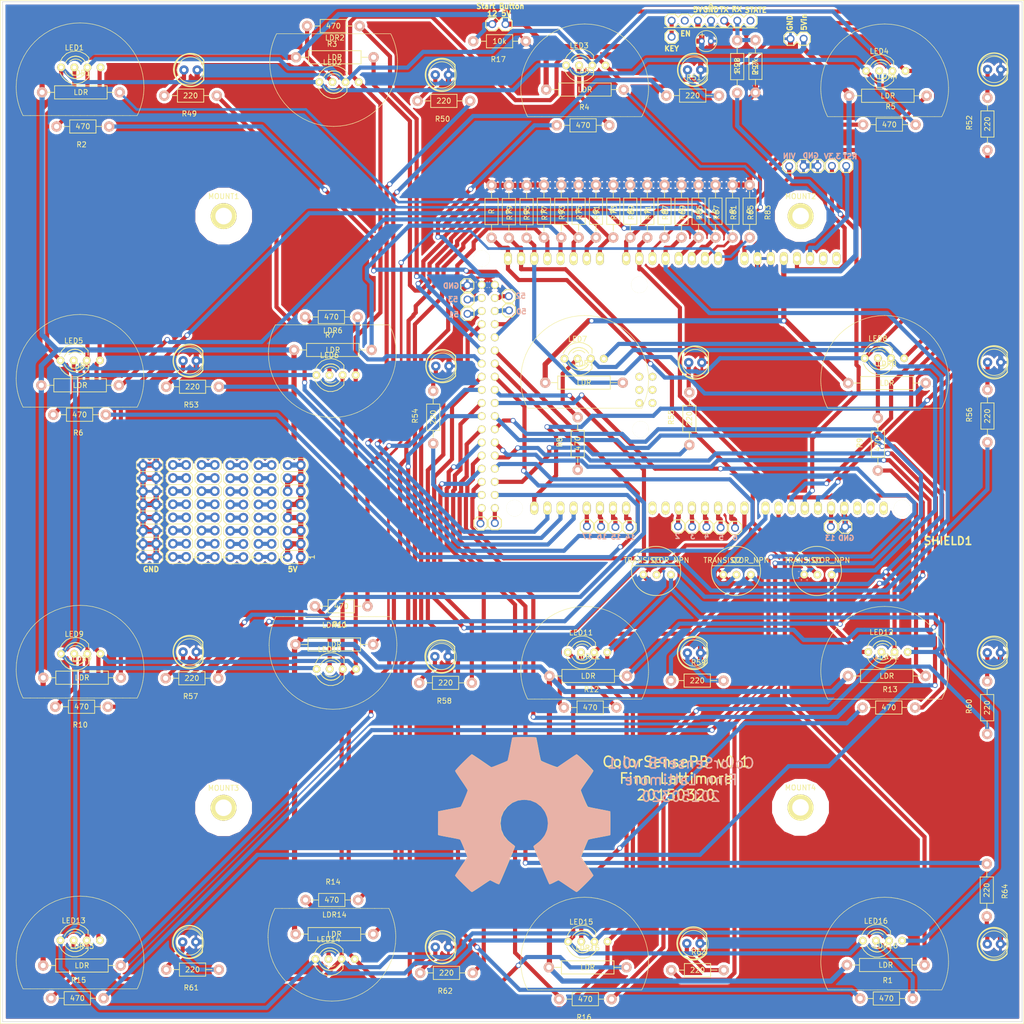
<source format=kicad_pcb>
(kicad_pcb (version 4) (host pcbnew 0.201502231246+5447~21~ubuntu14.04.1-product)
  (layers (0 F.Cu signal) (31 B.Cu signal) (34 B.Paste user hide) (35 F.Paste user hide) (36 B.SilkS user) (37 F.SilkS user) (38 B.Mask user hide) (39 F.Mask user hide) (44 Edge.Cuts user))
  (net 0 "")
  (net 1 GND)
  (net 2 "Net-(JP1-Pad1)")
  (net 3 "Net-(JP2-Pad1)")
  (net 4 "Net-(JP3-Pad1)")
  (net 5 "Net-(JP4-Pad1)")
  (net 6 "Net-(JP5-Pad1)")
  (net 7 "Net-(JP6-Pad1)")
  (net 8 "Net-(JP10-Pad1)")
  (net 9 "Net-(JP11-Pad1)")
  (net 10 "Net-(JP12-Pad1)")
  (net 11 "Net-(JP13-Pad1)")
  (net 12 "Net-(JP14-Pad1)")
  (net 13 "Net-(JP15-Pad1)")
  (net 14 "Net-(JP16-Pad1)")
  (net 15 "Net-(JP17-Pad1)")
  (net 16 "Net-(JP18-Pad1)")
  (net 17 "Net-(JP19-Pad1)")
  (net 18 "Net-(JP20-Pad1)")
  (net 19 "Net-(JP21-Pad1)")
  (net 20 R)
  (net 21 "Net-(LED1-PadA)")
  (net 22 G)
  (net 23 B)
  (net 24 "Net-(LED2-PadA)")
  (net 25 "Net-(LED3-PadA)")
  (net 26 "Net-(LED4-PadA)")
  (net 27 "Net-(LED5-PadA)")
  (net 28 "Net-(LED6-PadA)")
  (net 29 "Net-(LED7-PadA)")
  (net 30 "Net-(LED8-PadA)")
  (net 31 "Net-(LED9-PadA)")
  (net 32 "Net-(LED10-PadA)")
  (net 33 "Net-(LED11-PadA)")
  (net 34 "Net-(LED12-PadA)")
  (net 35 "Net-(LED13-PadA)")
  (net 36 "Net-(LED14-PadA)")
  (net 37 "Net-(LED15-PadA)")
  (net 38 "Net-(LED16-PadA)")
  (net 39 "Net-(Q1-PadB)")
  (net 40 "Net-(Q2-PadB)")
  (net 41 "Net-(Q3-PadB)")
  (net 42 "Net-(R1-Pad1)")
  (net 43 "Net-(R2-Pad1)")
  (net 44 "Net-(R3-Pad1)")
  (net 45 "Net-(R4-Pad1)")
  (net 46 "Net-(R5-Pad1)")
  (net 47 "Net-(R6-Pad1)")
  (net 48 "Net-(R7-Pad1)")
  (net 49 "Net-(R8-Pad1)")
  (net 50 "Net-(R9-Pad1)")
  (net 51 "Net-(R10-Pad1)")
  (net 52 "Net-(R11-Pad1)")
  (net 53 "Net-(R12-Pad1)")
  (net 54 "Net-(R13-Pad2)")
  (net 55 "Net-(R14-Pad2)")
  (net 56 "Net-(R15-Pad2)")
  (net 57 "Net-(R16-Pad2)")
  (net 58 "Net-(R17-Pad2)")
  (net 59 "Net-(R49-Pad1)")
  (net 60 "Net-(R50-Pad1)")
  (net 61 "Net-(R51-Pad1)")
  (net 62 "Net-(R52-Pad1)")
  (net 63 "Net-(R53-Pad1)")
  (net 64 "Net-(R54-Pad1)")
  (net 65 "Net-(R55-Pad1)")
  (net 66 "Net-(R56-Pad1)")
  (net 67 "Net-(R57-Pad1)")
  (net 68 "Net-(R58-Pad1)")
  (net 69 "Net-(R59-Pad1)")
  (net 70 "Net-(R60-Pad1)")
  (net 71 "Net-(R61-Pad1)")
  (net 72 "Net-(R62-Pad1)")
  (net 73 "Net-(R63-Pad1)")
  (net 74 "Net-(R64-Pad1)")
  (net 75 5V)
  (net 76 "Net-(R97-Pad2)")
  (net 77 "Net-(SHIELD1-Pad0)")
  (net 78 "Net-(SHIELD1-Pad1)")
  (net 79 "Net-(SHIELD1-PadAREF)")
  (net 80 "Net-(SHIELD1-PadSP1)")
  (net 81 "Net-(SHIELD1-PadSP2)")
  (net 82 "Net-(SHIELD1-PadSP3)")
  (net 83 "Net-(SHIELD1-PadSP4)")
  (net 84 "Net-(SHIELD1-PadSP5)")
  (net 85 "Net-(SHIELD1-PadSP6)")
  (net 86 "Net-(SHIELD1-PadIO_R)")
  (net 87 "Net-(SHIELD1-PadNC)")
  (net 88 "Net-(SHIELD1-PadSDA)")
  (net 89 "Net-(SHIELD1-PadSCL)")
  (net 90 "Net-(LDR1-Pad2)")
  (net 91 "Net-(LDR2-Pad2)")
  (net 92 "Net-(LDR3-Pad2)")
  (net 93 "Net-(LDR4-Pad2)")
  (net 94 "Net-(LDR5-Pad2)")
  (net 95 "Net-(LDR6-Pad2)")
  (net 96 "Net-(LDR7-Pad2)")
  (net 97 "Net-(LDR8-Pad2)")
  (net 98 "Net-(LDR9-Pad2)")
  (net 99 "Net-(LDR10-Pad2)")
  (net 100 "Net-(LDR11-Pad2)")
  (net 101 "Net-(LDR12-Pad2)")
  (net 102 "Net-(LDR13-Pad2)")
  (net 103 "Net-(LDR14-Pad2)")
  (net 104 "Net-(LDR15-Pad2)")
  (net 105 "Net-(LDR16-Pad2)")
  (net 106 "Net-(HC1-PadSTAT)")
  (net 107 "Net-(HC1-PadRX)")
  (net 108 "Net-(HC1-PadTX)")
  (net 109 "Net-(HC1-PadEN)")
  (net 110 "Net-(HC1-PadKEY)")
  (net 111 "Net-(JPVIN1-Pad1)")
  (net 112 "Net-(D1-PadA)")
  (net 113 "Net-(D2-PadA)")
  (net 114 "Net-(D3-PadA)")
  (net 115 "Net-(D4-PadA)")
  (net 116 "Net-(D5-PadA)")
  (net 117 "Net-(D6-PadA)")
  (net 118 "Net-(D7-PadA)")
  (net 119 "Net-(D8-PadA)")
  (net 120 "Net-(D9-PadA)")
  (net 121 "Net-(D10-PadA)")
  (net 122 "Net-(D11-PadA)")
  (net 123 "Net-(D12-PadA)")
  (net 124 "Net-(D13-PadA)")
  (net 125 "Net-(D14-PadA)")
  (net 126 "Net-(D15-PadA)")
  (net 127 "Net-(D16-PadA)")
  (net 128 "Net-(MOUNT1-Pad1)")
  (net 129 "Net-(MOUNT2-Pad1)")
  (net 130 "Net-(MOUNT3-Pad1)")
  (net 131 "Net-(MOUNT4-Pad1)")
  (net 132 "Net-(BB3-Pad1)")
  (net 133 "Net-(BB3-Pad3)")
  (net 134 "Net-(BB3-Pad5)")
  (net 135 "Net-(BB3-Pad7)")
  (net 136 "Net-(BB3-Pad10)")
  (net 137 "Net-(BB3-Pad11)")
  (net 138 "Net-(BB3-Pad13)")
  (net 139 "Net-(BB3-Pad15)")
  (net 140 "Net-(BB4-Pad1)")
  (net 141 "Net-(BB4-Pad3)")
  (net 142 "Net-(BB4-Pad5)")
  (net 143 "Net-(BB4-Pad7)")
  (net 144 "Net-(BB4-Pad10)")
  (net 145 "Net-(BB4-Pad11)")
  (net 146 "Net-(BB4-Pad13)")
  (net 147 "Net-(BB4-Pad15)")
  (net 148 "Net-(BB5-Pad1)")
  (net 149 "Net-(BB5-Pad3)")
  (net 150 "Net-(BB5-Pad5)")
  (net 151 "Net-(BB5-Pad7)")
  (net 152 "Net-(BB5-Pad10)")
  (net 153 "Net-(BB5-Pad11)")
  (net 154 "Net-(BB5-Pad13)")
  (net 155 "Net-(BB5-Pad15)")
  (net 156 "Net-(BB6-Pad1)")
  (net 157 "Net-(BB6-Pad3)")
  (net 158 "Net-(BB6-Pad5)")
  (net 159 "Net-(BB6-Pad7)")
  (net 160 "Net-(BB6-Pad10)")
  (net 161 "Net-(BB6-Pad11)")
  (net 162 "Net-(BB6-Pad13)")
  (net 163 "Net-(BB6-Pad15)")
  (module Wire_Pads:SolderWirePad_single_2mmDrill (layer F.Cu) (at 190.805 -4.9784)
    (fp_text reference MOUNT2 (at 0 -3.81) (layer F.SilkS))
    (fp_text value M01)
    (pad 1 thru_hole circle (at 0 0) (size 5 5) (drill 3.2) (layers *.Cu *.Mask F.SilkS) (net 129 "Net-(MOUNT2-Pad1)") (clearance 2.5))
  )
  (module finn_kicad:HC05 (layer F.Cu) (at 181.102 -42.7736 180)
    (fp_text reference HC1)
    (fp_text value HC05 hide)
    (pad STAT thru_hole oval (at 0 0 270) (size 1.524 1.524) (drill 1.016) (layers *.Cu *.Mask) (net 106 "Net-(HC1-PadSTAT)"))
    (pad RX thru_hole oval (at 2.54 0 270) (size 1.524 1.524) (drill 1.016) (layers *.Cu *.Mask) (net 107 "Net-(HC1-PadRX)"))
    (pad TX thru_hole oval (at 5.08 0 270) (size 1.524 1.524) (drill 1.016) (layers *.Cu *.Mask) (net 108 "Net-(HC1-PadTX)"))
    (pad GND thru_hole oval (at 7.62 0 270) (size 1.524 1.524) (drill 1.016) (layers *.Cu *.Mask) (net 1 GND))
    (pad VCC thru_hole oval (at 10.16 0 270) (size 1.524 1.524) (drill 1.016) (layers *.Cu *.Mask) (net 75 5V))
    (pad EN thru_hole oval (at 12.7 0 270) (size 1.524 1.524) (drill 1.016) (layers *.Cu *.Mask) (net 109 "Net-(HC1-PadEN)"))
    (pad KEY thru_hole oval (at 15.24 0 270) (size 1.524 1.524) (drill 1.016) (layers *.Cu *.Mask) (net 110 "Net-(HC1-PadKEY)"))
  )
  (module OSWH_LOGO (layer B.Cu) (at 137.3632 110.744 180)
    (fp_text reference LOGO1 hide)
    (fp_text value LOGO hide)
  )
  (module OSWH_LOGO (layer F.Cu) (at 137.3632 110.744)
    (fp_text reference LOGO2 hide)
    (fp_text value LOGO hide)
  )
  (module Freetronics:1X01 (layer F.Cu) (at 199.619 -14.6812)
    (fp_text reference JP1)
    (fp_text value M01 hide)
    (pad 1 thru_hole oval (at 0 0 90) (size 1.524 1.524) (drill 1.016) (layers *.Cu *.Mask) (net 2 "Net-(JP1-Pad1)"))
  )
  (module Freetronics:1X01 (layer F.Cu) (at 126.39 11.1506)
    (fp_text reference JP3)
    (fp_text value M01 hide)
    (pad 1 thru_hole oval (at 0 0 90) (size 1.524 1.524) (drill 1.016) (layers *.Cu *.Mask) (net 4 "Net-(JP3-Pad1)"))
  )
  (module Freetronics:1X01 (layer F.Cu) (at 134.366 10.5156)
    (fp_text reference JP4)
    (fp_text value M01 hide)
    (pad 1 thru_hole oval (at 0 0 90) (size 1.524 1.524) (drill 1.016) (layers *.Cu *.Mask) (net 5 "Net-(JP4-Pad1)"))
  )
  (module Freetronics:1X01 (layer F.Cu) (at 126.39 13.9192)
    (fp_text reference JP5)
    (fp_text value M01 hide)
    (pad 1 thru_hole oval (at 0 0 90) (size 1.524 1.524) (drill 1.016) (layers *.Cu *.Mask) (net 6 "Net-(JP5-Pad1)"))
  )
  (module Freetronics:1X01 (layer F.Cu) (at 134.417 13.2588)
    (fp_text reference JP6)
    (fp_text value M01 hide)
    (pad 1 thru_hole oval (at 0 0 90) (size 1.524 1.524) (drill 1.016) (layers *.Cu *.Mask) (net 7 "Net-(JP6-Pad1)"))
  )
  (module Freetronics:1X01 (layer F.Cu) (at 196.647 55.0926)
    (fp_text reference JP10)
    (fp_text value M01 hide)
    (pad 1 thru_hole oval (at 0 0 90) (size 1.524 1.524) (drill 1.016) (layers *.Cu *.Mask) (net 8 "Net-(JP10-Pad1)"))
  )
  (module Freetronics:1X01 (layer F.Cu) (at 178.13 55.3212)
    (fp_text reference JP11)
    (fp_text value M01 hide)
    (pad 1 thru_hole oval (at 0 0 90) (size 1.524 1.524) (drill 1.016) (layers *.Cu *.Mask) (net 9 "Net-(JP11-Pad1)"))
  )
  (module Freetronics:1X01 (layer F.Cu) (at 175.336 55.245)
    (fp_text reference JP12)
    (fp_text value M01 hide)
    (pad 1 thru_hole oval (at 0 0 90) (size 1.524 1.524) (drill 1.016) (layers *.Cu *.Mask) (net 10 "Net-(JP12-Pad1)"))
  )
  (module Freetronics:1X01 (layer F.Cu) (at 172.593 55.1434)
    (fp_text reference JP13)
    (fp_text value M01 hide)
    (pad 1 thru_hole oval (at 0 0 90) (size 1.524 1.524) (drill 1.016) (layers *.Cu *.Mask) (net 11 "Net-(JP13-Pad1)"))
  )
  (module Freetronics:1X01 (layer F.Cu) (at 169.824 55.0926)
    (fp_text reference JP14)
    (fp_text value M01 hide)
    (pad 1 thru_hole oval (at 0 0 90) (size 1.524 1.524) (drill 1.016) (layers *.Cu *.Mask) (net 12 "Net-(JP14-Pad1)"))
  )
  (module Freetronics:1X01 (layer F.Cu) (at 167.107 55.0164)
    (fp_text reference JP15)
    (fp_text value M01 hide)
    (pad 1 thru_hole oval (at 0 0 90) (size 1.524 1.524) (drill 1.016) (layers *.Cu *.Mask) (net 13 "Net-(JP15-Pad1)"))
  )
  (module Freetronics:1X01 (layer F.Cu) (at 157.734 55.1688)
    (fp_text reference JP16)
    (fp_text value M01 hide)
    (pad 1 thru_hole oval (at 0 0 90) (size 1.524 1.524) (drill 1.016) (layers *.Cu *.Mask) (net 14 "Net-(JP16-Pad1)"))
  )
  (module Freetronics:1X01 (layer F.Cu) (at 154.991 55.1434)
    (fp_text reference JP17)
    (fp_text value M01 hide)
    (pad 1 thru_hole oval (at 0 0 90) (size 1.524 1.524) (drill 1.016) (layers *.Cu *.Mask) (net 15 "Net-(JP17-Pad1)"))
  )
  (module Freetronics:1X01 (layer F.Cu) (at 152.222 55.0672)
    (fp_text reference JP18)
    (fp_text value M01 hide)
    (pad 1 thru_hole oval (at 0 0 90) (size 1.524 1.524) (drill 1.016) (layers *.Cu *.Mask) (net 16 "Net-(JP18-Pad1)"))
  )
  (module Freetronics:1X01 (layer F.Cu) (at 149.479 55.0164)
    (fp_text reference JP19)
    (fp_text value M01 hide)
    (pad 1 thru_hole oval (at 0 0 90) (size 1.524 1.524) (drill 1.016) (layers *.Cu *.Mask) (net 17 "Net-(JP19-Pad1)"))
  )
  (module Freetronics:1X01 (layer F.Cu) (at 131.674 54.3814)
    (fp_text reference JP20)
    (fp_text value M01 hide)
    (pad 1 thru_hole oval (at 0 0 90) (size 1.524 1.524) (drill 1.016) (layers *.Cu *.Mask) (net 18 "Net-(JP20-Pad1)"))
  )
  (module Freetronics:1X01 (layer F.Cu) (at 128.905 54.4576)
    (fp_text reference JP21)
    (fp_text value M01 hide)
    (pad 1 thru_hole oval (at 0 0 90) (size 1.524 1.524) (drill 1.016) (layers *.Cu *.Mask) (net 19 "Net-(JP21-Pad1)"))
  )
  (module Freetronics:1X01 (layer F.Cu) (at 165.862 -39.6494)
    (fp_text reference JP22)
    (fp_text value M01 hide)
    (pad 1 thru_hole oval (at 0 0 90) (size 1.524 1.524) (drill 1.016) (layers *.Cu *.Mask) (net 110 "Net-(HC1-PadKEY)"))
  )
  (module finn_kicad:LED-RGB-comA-5MM (layer F.Cu) (at 50.3682 -33.7312)
    (fp_text reference LED1 (at 0 -3.81) (layer F.SilkS))
    (fp_text value LED_RGB_COM_A hide)
    (pad KR thru_hole circle (at -2.54 0) (size 1.524 1.524) (drill 0.762) (layers *.Cu *.Mask F.SilkS) (net 20 R))
    (pad A thru_hole circle (at 0 0) (size 1.52 1.52) (drill 0.762) (layers *.Cu *.Mask F.SilkS) (net 21 "Net-(LED1-PadA)"))
    (pad KG thru_hole circle (at 2.54 0) (size 1.524 1.524) (drill 0.762) (layers *.Cu *.Mask F.SilkS) (net 22 G))
    (pad KB thru_hole circle (at 5.08 0) (size 1.524 1.524) (drill 0.762) (layers *.Cu *.Mask F.SilkS) (net 23 B))
  )
  (module finn_kicad:LED-RGB-comA-5MM (layer F.Cu) (at 100.279 -30.8864)
    (fp_text reference LED2 (at 0 -3.81) (layer F.SilkS))
    (fp_text value LED_RGB_COM_A hide)
    (pad KR thru_hole circle (at -2.54 0) (size 1.524 1.524) (drill 0.762) (layers *.Cu *.Mask F.SilkS) (net 20 R))
    (pad A thru_hole circle (at 0 0) (size 1.52 1.52) (drill 0.762) (layers *.Cu *.Mask F.SilkS) (net 24 "Net-(LED2-PadA)"))
    (pad KG thru_hole circle (at 2.54 0) (size 1.524 1.524) (drill 0.762) (layers *.Cu *.Mask F.SilkS) (net 22 G))
    (pad KB thru_hole circle (at 5.08 0) (size 1.524 1.524) (drill 0.762) (layers *.Cu *.Mask F.SilkS) (net 23 B))
  )
  (module finn_kicad:LED-RGB-comA-5MM (layer F.Cu) (at 147.98 -34.1376)
    (fp_text reference LED3 (at 0 -3.81) (layer F.SilkS))
    (fp_text value LED_RGB_COM_A hide)
    (pad KR thru_hole circle (at -2.54 0) (size 1.524 1.524) (drill 0.762) (layers *.Cu *.Mask F.SilkS) (net 20 R))
    (pad A thru_hole circle (at 0 0) (size 1.52 1.52) (drill 0.762) (layers *.Cu *.Mask F.SilkS) (net 25 "Net-(LED3-PadA)"))
    (pad KG thru_hole circle (at 2.54 0) (size 1.524 1.524) (drill 0.762) (layers *.Cu *.Mask F.SilkS) (net 22 G))
    (pad KB thru_hole circle (at 5.08 0) (size 1.524 1.524) (drill 0.762) (layers *.Cu *.Mask F.SilkS) (net 23 B))
  )
  (module finn_kicad:LED-RGB-comA-5MM (layer F.Cu) (at 205.994 -33.0454)
    (fp_text reference LED4 (at 0 -3.81) (layer F.SilkS))
    (fp_text value LED_RGB_COM_A hide)
    (pad KR thru_hole circle (at -2.54 0) (size 1.524 1.524) (drill 0.762) (layers *.Cu *.Mask F.SilkS) (net 20 R))
    (pad A thru_hole circle (at 0 0) (size 1.52 1.52) (drill 0.762) (layers *.Cu *.Mask F.SilkS) (net 26 "Net-(LED4-PadA)"))
    (pad KG thru_hole circle (at 2.54 0) (size 1.524 1.524) (drill 0.762) (layers *.Cu *.Mask F.SilkS) (net 22 G))
    (pad KB thru_hole circle (at 5.08 0) (size 1.524 1.524) (drill 0.762) (layers *.Cu *.Mask F.SilkS) (net 23 B))
  )
  (module finn_kicad:LED-RGB-comA-5MM (layer F.Cu) (at 50.2412 22.9362)
    (fp_text reference LED5 (at 0 -3.81) (layer F.SilkS))
    (fp_text value LED_RGB_COM_A hide)
    (pad KR thru_hole circle (at -2.54 0) (size 1.524 1.524) (drill 0.762) (layers *.Cu *.Mask F.SilkS) (net 20 R))
    (pad A thru_hole circle (at 0 0) (size 1.52 1.52) (drill 0.762) (layers *.Cu *.Mask F.SilkS) (net 27 "Net-(LED5-PadA)"))
    (pad KG thru_hole circle (at 2.54 0) (size 1.524 1.524) (drill 0.762) (layers *.Cu *.Mask F.SilkS) (net 22 G))
    (pad KB thru_hole circle (at 5.08 0) (size 1.524 1.524) (drill 0.762) (layers *.Cu *.Mask F.SilkS) (net 23 B))
  )
  (module finn_kicad:LED-RGB-comA-5MM (layer F.Cu) (at 99.695 25.7556)
    (fp_text reference LED6 (at 0 -3.81) (layer F.SilkS))
    (fp_text value LED_RGB_COM_A hide)
    (pad KR thru_hole circle (at -2.54 0) (size 1.524 1.524) (drill 0.762) (layers *.Cu *.Mask F.SilkS) (net 20 R))
    (pad A thru_hole circle (at 0 0) (size 1.52 1.52) (drill 0.762) (layers *.Cu *.Mask F.SilkS) (net 28 "Net-(LED6-PadA)"))
    (pad KG thru_hole circle (at 2.54 0) (size 1.524 1.524) (drill 0.762) (layers *.Cu *.Mask F.SilkS) (net 22 G))
    (pad KB thru_hole circle (at 5.08 0) (size 1.524 1.524) (drill 0.762) (layers *.Cu *.Mask F.SilkS) (net 23 B))
  )
  (module finn_kicad:LED-RGB-comA-5MM (layer F.Cu) (at 147.676 22.606)
    (fp_text reference LED7 (at 0 -3.81) (layer F.SilkS))
    (fp_text value LED_RGB_COM_A hide)
    (pad KR thru_hole circle (at -2.54 0) (size 1.524 1.524) (drill 0.762) (layers *.Cu *.Mask F.SilkS) (net 20 R))
    (pad A thru_hole circle (at 0 0) (size 1.52 1.52) (drill 0.762) (layers *.Cu *.Mask F.SilkS) (net 29 "Net-(LED7-PadA)"))
    (pad KG thru_hole circle (at 2.54 0) (size 1.524 1.524) (drill 0.762) (layers *.Cu *.Mask F.SilkS) (net 22 G))
    (pad KB thru_hole circle (at 5.08 0) (size 1.524 1.524) (drill 0.762) (layers *.Cu *.Mask F.SilkS) (net 23 B))
  )
  (module finn_kicad:LED-RGB-comA-5MM (layer F.Cu) (at 205.74 22.5044)
    (fp_text reference LED8 (at 0 -3.81) (layer F.SilkS))
    (fp_text value LED_RGB_COM_A hide)
    (pad KR thru_hole circle (at -2.54 0) (size 1.524 1.524) (drill 0.762) (layers *.Cu *.Mask F.SilkS) (net 20 R))
    (pad A thru_hole circle (at 0 0) (size 1.52 1.52) (drill 0.762) (layers *.Cu *.Mask F.SilkS) (net 30 "Net-(LED8-PadA)"))
    (pad KG thru_hole circle (at 2.54 0) (size 1.524 1.524) (drill 0.762) (layers *.Cu *.Mask F.SilkS) (net 22 G))
    (pad KB thru_hole circle (at 5.08 0) (size 1.524 1.524) (drill 0.762) (layers *.Cu *.Mask F.SilkS) (net 23 B))
  )
  (module finn_kicad:LED-RGB-comA-5MM (layer F.Cu) (at 50.3428 79.6544)
    (fp_text reference LED9 (at 0 -3.81) (layer F.SilkS))
    (fp_text value LED_RGB_COM_A hide)
    (pad KR thru_hole circle (at -2.54 0) (size 1.524 1.524) (drill 0.762) (layers *.Cu *.Mask F.SilkS) (net 20 R))
    (pad A thru_hole circle (at 0 0) (size 1.52 1.52) (drill 0.762) (layers *.Cu *.Mask F.SilkS) (net 31 "Net-(LED9-PadA)"))
    (pad KG thru_hole circle (at 2.54 0) (size 1.524 1.524) (drill 0.762) (layers *.Cu *.Mask F.SilkS) (net 22 G))
    (pad KB thru_hole circle (at 5.08 0) (size 1.524 1.524) (drill 0.762) (layers *.Cu *.Mask F.SilkS) (net 23 B))
  )
  (module finn_kicad:LED-RGB-comA-5MM (layer F.Cu) (at 99.7458 82.6008)
    (fp_text reference LED10 (at 0 -3.81) (layer F.SilkS))
    (fp_text value LED_RGB_COM_A hide)
    (pad KR thru_hole circle (at -2.54 0) (size 1.524 1.524) (drill 0.762) (layers *.Cu *.Mask F.SilkS) (net 20 R))
    (pad A thru_hole circle (at 0 0) (size 1.52 1.52) (drill 0.762) (layers *.Cu *.Mask F.SilkS) (net 32 "Net-(LED10-PadA)"))
    (pad KG thru_hole circle (at 2.54 0) (size 1.524 1.524) (drill 0.762) (layers *.Cu *.Mask F.SilkS) (net 22 G))
    (pad KB thru_hole circle (at 5.08 0) (size 1.524 1.524) (drill 0.762) (layers *.Cu *.Mask F.SilkS) (net 23 B))
  )
  (module finn_kicad:LED-RGB-comA-5MM (layer F.Cu) (at 148.336 79.375)
    (fp_text reference LED11 (at 0 -3.81) (layer F.SilkS))
    (fp_text value LED_RGB_COM_A hide)
    (pad KR thru_hole circle (at -2.54 0) (size 1.524 1.524) (drill 0.762) (layers *.Cu *.Mask F.SilkS) (net 20 R))
    (pad A thru_hole circle (at 0 0) (size 1.52 1.52) (drill 0.762) (layers *.Cu *.Mask F.SilkS) (net 33 "Net-(LED11-PadA)"))
    (pad KG thru_hole circle (at 2.54 0) (size 1.524 1.524) (drill 0.762) (layers *.Cu *.Mask F.SilkS) (net 22 G))
    (pad KB thru_hole circle (at 5.08 0) (size 1.524 1.524) (drill 0.762) (layers *.Cu *.Mask F.SilkS) (net 23 B))
  )
  (module finn_kicad:LED-RGB-comA-5MM (layer F.Cu) (at 206.426 79.2988)
    (fp_text reference LED12 (at 0 -3.81) (layer F.SilkS))
    (fp_text value LED_RGB_COM_A hide)
    (pad KR thru_hole circle (at -2.54 0) (size 1.524 1.524) (drill 0.762) (layers *.Cu *.Mask F.SilkS) (net 20 R))
    (pad A thru_hole circle (at 0 0) (size 1.52 1.52) (drill 0.762) (layers *.Cu *.Mask F.SilkS) (net 34 "Net-(LED12-PadA)"))
    (pad KG thru_hole circle (at 2.54 0) (size 1.524 1.524) (drill 0.762) (layers *.Cu *.Mask F.SilkS) (net 22 G))
    (pad KB thru_hole circle (at 5.08 0) (size 1.524 1.524) (drill 0.762) (layers *.Cu *.Mask F.SilkS) (net 23 B))
  )
  (module finn_kicad:LED-RGB-comA-5MM (layer F.Cu) (at 50.2412 135.052)
    (fp_text reference LED13 (at 0 -3.81) (layer F.SilkS))
    (fp_text value LED_RGB_COM_A hide)
    (pad KR thru_hole circle (at -2.54 0) (size 1.524 1.524) (drill 0.762) (layers *.Cu *.Mask F.SilkS) (net 20 R))
    (pad A thru_hole circle (at 0 0) (size 1.52 1.52) (drill 0.762) (layers *.Cu *.Mask F.SilkS) (net 35 "Net-(LED13-PadA)"))
    (pad KG thru_hole circle (at 2.54 0) (size 1.524 1.524) (drill 0.762) (layers *.Cu *.Mask F.SilkS) (net 22 G))
    (pad KB thru_hole circle (at 5.08 0) (size 1.524 1.524) (drill 0.762) (layers *.Cu *.Mask F.SilkS) (net 23 B))
  )
  (module finn_kicad:LED-RGB-comA-5MM (layer F.Cu) (at 99.5172 138.684)
    (fp_text reference LED14 (at 0 -3.81) (layer F.SilkS))
    (fp_text value LED_RGB_COM_A hide)
    (pad KR thru_hole circle (at -2.54 0) (size 1.524 1.524) (drill 0.762) (layers *.Cu *.Mask F.SilkS) (net 20 R))
    (pad A thru_hole circle (at 0 0) (size 1.52 1.52) (drill 0.762) (layers *.Cu *.Mask F.SilkS) (net 36 "Net-(LED14-PadA)"))
    (pad KG thru_hole circle (at 2.54 0) (size 1.524 1.524) (drill 0.762) (layers *.Cu *.Mask F.SilkS) (net 22 G))
    (pad KB thru_hole circle (at 5.08 0) (size 1.524 1.524) (drill 0.762) (layers *.Cu *.Mask F.SilkS) (net 23 B))
  )
  (module finn_kicad:LED-RGB-comA-5MM (layer F.Cu) (at 148.387 135.306)
    (fp_text reference LED15 (at 0 -3.81) (layer F.SilkS))
    (fp_text value LED_RGB_COM_A hide)
    (pad KR thru_hole circle (at -2.54 0) (size 1.524 1.524) (drill 0.762) (layers *.Cu *.Mask F.SilkS) (net 20 R))
    (pad A thru_hole circle (at 0 0) (size 1.52 1.52) (drill 0.762) (layers *.Cu *.Mask F.SilkS) (net 37 "Net-(LED15-PadA)"))
    (pad KG thru_hole circle (at 2.54 0) (size 1.524 1.524) (drill 0.762) (layers *.Cu *.Mask F.SilkS) (net 22 G))
    (pad KB thru_hole circle (at 5.08 0) (size 1.524 1.524) (drill 0.762) (layers *.Cu *.Mask F.SilkS) (net 23 B))
  )
  (module finn_kicad:LED-RGB-comA-5MM (layer F.Cu) (at 205.359 135.128)
    (fp_text reference LED16 (at 0 -3.81) (layer F.SilkS))
    (fp_text value LED_RGB_COM_A hide)
    (pad KR thru_hole circle (at -2.54 0) (size 1.524 1.524) (drill 0.762) (layers *.Cu *.Mask F.SilkS) (net 20 R))
    (pad A thru_hole circle (at 0 0) (size 1.52 1.52) (drill 0.762) (layers *.Cu *.Mask F.SilkS) (net 38 "Net-(LED16-PadA)"))
    (pad KG thru_hole circle (at 2.54 0) (size 1.524 1.524) (drill 0.762) (layers *.Cu *.Mask F.SilkS) (net 22 G))
    (pad KB thru_hole circle (at 5.08 0) (size 1.524 1.524) (drill 0.762) (layers *.Cu *.Mask F.SilkS) (net 23 B))
  )
  (module finn_kicad:EBC-transistor-NPN (layer F.Cu) (at 194.005 61.5696)
    (fp_text reference Q1 (at 0 0) (layer F.SilkS))
    (fp_text value TRANSISTOR_NPN (at 0 0) (layer F.SilkS))
    (pad E thru_hole circle (at -2.5146 2.7686) (size 1.52 1.52) (drill 0.762) (layers *.Cu *.Mask F.SilkS) (net 1 GND))
    (pad B thru_hole circle (at 0.0254 2.794) (size 1.52 1.52) (drill 0.762) (layers *.Cu *.Mask F.SilkS) (net 39 "Net-(Q1-PadB)"))
    (pad C thru_hole circle (at 2.8194 2.794) (size 1.52 1.52) (drill 0.762) (layers *.Cu *.Mask F.SilkS) (net 20 R))
  )
  (module finn_kicad:EBC-transistor-NPN (layer F.Cu) (at 178.359 61.5696)
    (fp_text reference Q2 (at 0 0) (layer F.SilkS))
    (fp_text value TRANSISTOR_NPN (at 0 0) (layer F.SilkS))
    (pad E thru_hole circle (at -2.5146 2.7686) (size 1.52 1.52) (drill 0.762) (layers *.Cu *.Mask F.SilkS) (net 1 GND))
    (pad B thru_hole circle (at 0.0254 2.794) (size 1.52 1.52) (drill 0.762) (layers *.Cu *.Mask F.SilkS) (net 40 "Net-(Q2-PadB)"))
    (pad C thru_hole circle (at 2.8194 2.794) (size 1.52 1.52) (drill 0.762) (layers *.Cu *.Mask F.SilkS) (net 22 G))
  )
  (module finn_kicad:EBC-transistor-NPN (layer F.Cu) (at 162.916 61.5696)
    (fp_text reference Q3 (at 0 0) (layer F.SilkS))
    (fp_text value TRANSISTOR_NPN (at 0 0) (layer F.SilkS))
    (pad E thru_hole circle (at -2.5146 2.7686) (size 1.52 1.52) (drill 0.762) (layers *.Cu *.Mask F.SilkS) (net 1 GND))
    (pad B thru_hole circle (at 0.0254 2.794) (size 1.52 1.52) (drill 0.762) (layers *.Cu *.Mask F.SilkS) (net 41 "Net-(Q3-PadB)"))
    (pad C thru_hole circle (at 2.8194 2.794) (size 1.52 1.52) (drill 0.762) (layers *.Cu *.Mask F.SilkS) (net 23 B))
  )
  (module Resistors_ThroughHole:Resistor_Horizontal_RM10mm (layer F.Cu) (at 207.391 146.304)
    (fp_text reference R1 (at 0.24892 -3.50012) (layer F.SilkS))
    (fp_text value 470 (at 0 0 180) (layer F.SilkS))
    (pad 1 thru_hole circle (at -5.08 0) (size 1.99898 1.99898) (drill 1.00076) (layers *.Cu *.SilkS *.Mask) (net 42 "Net-(R1-Pad1)"))
    (pad 2 thru_hole circle (at 5.08 0) (size 1.99898 1.99898) (drill 1.00076) (layers *.Cu *.SilkS *.Mask) (net 38 "Net-(LED16-PadA)"))
  )
  (module Resistors_ThroughHole:Resistor_Horizontal_RM10mm (layer F.Cu) (at 52.0192 -22.3012 180)
    (fp_text reference R2 (at 0.24892 -3.50012 180) (layer F.SilkS))
    (fp_text value 470 (at 0 0 180) (layer F.SilkS))
    (pad 1 thru_hole circle (at -5.08 0 180) (size 1.99898 1.99898) (drill 1.00076) (layers *.Cu *.SilkS *.Mask) (net 43 "Net-(R2-Pad1)"))
    (pad 2 thru_hole circle (at 5.08 0 180) (size 1.99898 1.99898) (drill 1.00076) (layers *.Cu *.SilkS *.Mask) (net 21 "Net-(LED1-PadA)"))
  )
  (module Resistors_ThroughHole:Resistor_Horizontal_RM10mm (layer F.Cu) (at 100.457 -41.7322 180)
    (fp_text reference R3 (at 0.24892 -3.50012 180) (layer F.SilkS))
    (fp_text value 470 (at 0 0 180) (layer F.SilkS))
    (pad 1 thru_hole circle (at -5.08 0 180) (size 1.99898 1.99898) (drill 1.00076) (layers *.Cu *.SilkS *.Mask) (net 44 "Net-(R3-Pad1)"))
    (pad 2 thru_hole circle (at 5.08 0 180) (size 1.99898 1.99898) (drill 1.00076) (layers *.Cu *.SilkS *.Mask) (net 24 "Net-(LED2-PadA)"))
  )
  (module Resistors_ThroughHole:Resistor_Horizontal_RM10mm (layer F.Cu) (at 148.742 -22.5298)
    (fp_text reference R4 (at 0.24892 -3.50012) (layer F.SilkS))
    (fp_text value 470 (at 0 0) (layer F.SilkS))
    (pad 1 thru_hole circle (at -5.08 0) (size 1.99898 1.99898) (drill 1.00076) (layers *.Cu *.SilkS *.Mask) (net 45 "Net-(R4-Pad1)"))
    (pad 2 thru_hole circle (at 5.08 0) (size 1.99898 1.99898) (drill 1.00076) (layers *.Cu *.SilkS *.Mask) (net 25 "Net-(LED3-PadA)"))
  )
  (module Resistors_ThroughHole:Resistor_Horizontal_RM10mm (layer F.Cu) (at 207.95 -22.6568)
    (fp_text reference R5 (at 0.24892 -3.50012) (layer F.SilkS))
    (fp_text value 470 (at 0 0) (layer F.SilkS))
    (pad 1 thru_hole circle (at -5.08 0) (size 1.99898 1.99898) (drill 1.00076) (layers *.Cu *.SilkS *.Mask) (net 46 "Net-(R5-Pad1)"))
    (pad 2 thru_hole circle (at 5.08 0) (size 1.99898 1.99898) (drill 1.00076) (layers *.Cu *.SilkS *.Mask) (net 26 "Net-(LED4-PadA)"))
  )
  (module Resistors_ThroughHole:Resistor_Horizontal_RM10mm (layer F.Cu) (at 51.3842 33.4264 180)
    (fp_text reference R6 (at 0.24892 -3.50012 180) (layer F.SilkS))
    (fp_text value 470 (at 0 0 180) (layer F.SilkS))
    (pad 1 thru_hole circle (at -5.08 0 180) (size 1.99898 1.99898) (drill 1.00076) (layers *.Cu *.SilkS *.Mask) (net 47 "Net-(R6-Pad1)"))
    (pad 2 thru_hole circle (at 5.08 0 180) (size 1.99898 1.99898) (drill 1.00076) (layers *.Cu *.SilkS *.Mask) (net 27 "Net-(LED5-PadA)"))
  )
  (module Resistors_ThroughHole:Resistor_Horizontal_RM10mm (layer F.Cu) (at 100.076 14.5288 180)
    (fp_text reference R7 (at 0.24892 -3.50012 180) (layer F.SilkS))
    (fp_text value 470 (at 0 0 180) (layer F.SilkS))
    (pad 1 thru_hole circle (at -5.08 0 180) (size 1.99898 1.99898) (drill 1.00076) (layers *.Cu *.SilkS *.Mask) (net 48 "Net-(R7-Pad1)"))
    (pad 2 thru_hole circle (at 5.08 0 180) (size 1.99898 1.99898) (drill 1.00076) (layers *.Cu *.SilkS *.Mask) (net 28 "Net-(LED6-PadA)"))
  )
  (module Resistors_ThroughHole:Resistor_Horizontal_RM10mm (layer F.Cu) (at 147.701 39.0144 90)
    (fp_text reference R8 (at 0.24892 -3.50012 90) (layer F.SilkS))
    (fp_text value 470 (at 0 0 90) (layer F.SilkS))
    (pad 1 thru_hole circle (at -5.08 0 90) (size 1.99898 1.99898) (drill 1.00076) (layers *.Cu *.SilkS *.Mask) (net 49 "Net-(R8-Pad1)"))
    (pad 2 thru_hole circle (at 5.08 0 90) (size 1.99898 1.99898) (drill 1.00076) (layers *.Cu *.SilkS *.Mask) (net 29 "Net-(LED7-PadA)"))
  )
  (module Resistors_ThroughHole:Resistor_Horizontal_RM10mm (layer F.Cu) (at 205.74 39.1414 90)
    (fp_text reference R9 (at 0.24892 -3.50012 90) (layer F.SilkS))
    (fp_text value 470 (at 0 0 90) (layer F.SilkS))
    (pad 1 thru_hole circle (at -5.08 0 90) (size 1.99898 1.99898) (drill 1.00076) (layers *.Cu *.SilkS *.Mask) (net 50 "Net-(R9-Pad1)"))
    (pad 2 thru_hole circle (at 5.08 0 90) (size 1.99898 1.99898) (drill 1.00076) (layers *.Cu *.SilkS *.Mask) (net 30 "Net-(LED8-PadA)"))
  )
  (module Resistors_ThroughHole:Resistor_Horizontal_RM10mm (layer F.Cu) (at 51.7652 89.8906 180)
    (fp_text reference R10 (at 0.24892 -3.50012 180) (layer F.SilkS))
    (fp_text value 470 (at 0 0 180) (layer F.SilkS))
    (pad 1 thru_hole circle (at -5.08 0 180) (size 1.99898 1.99898) (drill 1.00076) (layers *.Cu *.SilkS *.Mask) (net 51 "Net-(R10-Pad1)"))
    (pad 2 thru_hole circle (at 5.08 0 180) (size 1.99898 1.99898) (drill 1.00076) (layers *.Cu *.SilkS *.Mask) (net 31 "Net-(LED9-PadA)"))
  )
  (module Resistors_ThroughHole:Resistor_Horizontal_RM10mm (layer F.Cu) (at 101.981 70.4596 180)
    (fp_text reference R11 (at 0.24892 -3.50012 180) (layer F.SilkS))
    (fp_text value 470 (at 0 0 180) (layer F.SilkS))
    (pad 1 thru_hole circle (at -5.08 0 180) (size 1.99898 1.99898) (drill 1.00076) (layers *.Cu *.SilkS *.Mask) (net 52 "Net-(R11-Pad1)"))
    (pad 2 thru_hole circle (at 5.08 0 180) (size 1.99898 1.99898) (drill 1.00076) (layers *.Cu *.SilkS *.Mask) (net 32 "Net-(LED10-PadA)"))
  )
  (module Resistors_ThroughHole:Resistor_Horizontal_RM10mm (layer F.Cu) (at 150.114 90.043)
    (fp_text reference R12 (at 0.24892 -3.50012) (layer F.SilkS))
    (fp_text value 470 (at 0 0) (layer F.SilkS))
    (pad 1 thru_hole circle (at -5.08 0) (size 1.99898 1.99898) (drill 1.00076) (layers *.Cu *.SilkS *.Mask) (net 53 "Net-(R12-Pad1)"))
    (pad 2 thru_hole circle (at 5.08 0) (size 1.99898 1.99898) (drill 1.00076) (layers *.Cu *.SilkS *.Mask) (net 33 "Net-(LED11-PadA)"))
  )
  (module Resistors_ThroughHole:Resistor_Horizontal_RM10mm (layer F.Cu) (at 207.848 90.043)
    (fp_text reference R13 (at 0.24892 -3.50012) (layer F.SilkS))
    (fp_text value 470 (at 0 0) (layer F.SilkS))
    (pad 1 thru_hole circle (at -5.08 0) (size 1.99898 1.99898) (drill 1.00076) (layers *.Cu *.SilkS *.Mask) (net 37 "Net-(LED15-PadA)"))
    (pad 2 thru_hole circle (at 5.08 0) (size 1.99898 1.99898) (drill 1.00076) (layers *.Cu *.SilkS *.Mask) (net 54 "Net-(R13-Pad2)"))
  )
  (module Resistors_ThroughHole:Resistor_Horizontal_RM10mm (layer F.Cu) (at 100.152 127.254)
    (fp_text reference R14 (at 0.24892 -3.50012) (layer F.SilkS))
    (fp_text value 470 (at 0 0) (layer F.SilkS))
    (pad 1 thru_hole circle (at -5.08 0) (size 1.99898 1.99898) (drill 1.00076) (layers *.Cu *.SilkS *.Mask) (net 36 "Net-(LED14-PadA)"))
    (pad 2 thru_hole circle (at 5.08 0) (size 1.99898 1.99898) (drill 1.00076) (layers *.Cu *.SilkS *.Mask) (net 55 "Net-(R14-Pad2)"))
  )
  (module Resistors_ThroughHole:Resistor_Horizontal_RM10mm (layer F.Cu) (at 50.9524 146.253)
    (fp_text reference R15 (at 0.24892 -3.50012) (layer F.SilkS))
    (fp_text value 470 (at 0 0) (layer F.SilkS))
    (pad 1 thru_hole circle (at -5.08 0) (size 1.99898 1.99898) (drill 1.00076) (layers *.Cu *.SilkS *.Mask) (net 35 "Net-(LED13-PadA)"))
    (pad 2 thru_hole circle (at 5.08 0) (size 1.99898 1.99898) (drill 1.00076) (layers *.Cu *.SilkS *.Mask) (net 56 "Net-(R15-Pad2)"))
  )
  (module Resistors_ThroughHole:Resistor_Horizontal_RM10mm (layer F.Cu) (at 149.174 146.431 180)
    (fp_text reference R16 (at 0.24892 -3.50012 180) (layer F.SilkS))
    (fp_text value 470 (at 0 0 180) (layer F.SilkS))
    (pad 1 thru_hole circle (at -5.08 0 180) (size 1.99898 1.99898) (drill 1.00076) (layers *.Cu *.SilkS *.Mask) (net 34 "Net-(LED12-PadA)"))
    (pad 2 thru_hole circle (at 5.08 0 180) (size 1.99898 1.99898) (drill 1.00076) (layers *.Cu *.SilkS *.Mask) (net 57 "Net-(R16-Pad2)"))
  )
  (module Resistors_ThroughHole:Resistor_Horizontal_RM10mm (layer F.Cu) (at 132.588 -38.7858 180)
    (fp_text reference R17 (at 0.24892 -3.50012 180) (layer F.SilkS))
    (fp_text value 10k (at 0 0 360) (layer F.SilkS))
    (pad 1 thru_hole circle (at -5.08 0 180) (size 1.99898 1.99898) (drill 1.00076) (layers *.Cu *.SilkS *.Mask) (net 1 GND))
    (pad 2 thru_hole circle (at 5.08 0 180) (size 1.99898 1.99898) (drill 1.00076) (layers *.Cu *.SilkS *.Mask) (net 58 "Net-(R17-Pad2)"))
  )
  (module Resistors_ThroughHole:Resistor_Horizontal_RM10mm (layer F.Cu) (at 72.8472 -28.2702 180)
    (fp_text reference R49 (at 0.24892 -3.50012 180) (layer F.SilkS))
    (fp_text value 220 (at 0 0 360) (layer F.SilkS))
    (pad 1 thru_hole circle (at -5.08 0 180) (size 1.99898 1.99898) (drill 1.00076) (layers *.Cu *.SilkS *.Mask) (net 59 "Net-(R49-Pad1)"))
    (pad 2 thru_hole circle (at 5.08 0 180) (size 1.99898 1.99898) (drill 1.00076) (layers *.Cu *.SilkS *.Mask) (net 112 "Net-(D1-PadA)"))
  )
  (module Resistors_ThroughHole:Resistor_Horizontal_RM10mm (layer F.Cu) (at 121.818 -27.2542 180)
    (fp_text reference R50 (at 0.24892 -3.50012 180) (layer F.SilkS))
    (fp_text value 220 (at 0 0 180) (layer F.SilkS))
    (pad 1 thru_hole circle (at -5.08 0 180) (size 1.99898 1.99898) (drill 1.00076) (layers *.Cu *.SilkS *.Mask) (net 60 "Net-(R50-Pad1)"))
    (pad 2 thru_hole circle (at 5.08 0 180) (size 1.99898 1.99898) (drill 1.00076) (layers *.Cu *.SilkS *.Mask) (net 113 "Net-(D2-PadA)"))
  )
  (module Resistors_ThroughHole:Resistor_Horizontal_RM10mm (layer F.Cu) (at 169.926 -28.2702)
    (fp_text reference R51 (at 0.24892 -3.50012) (layer F.SilkS))
    (fp_text value 220 (at 0 0) (layer F.SilkS))
    (pad 1 thru_hole circle (at -5.08 0) (size 1.99898 1.99898) (drill 1.00076) (layers *.Cu *.SilkS *.Mask) (net 61 "Net-(R51-Pad1)"))
    (pad 2 thru_hole circle (at 5.08 0) (size 1.99898 1.99898) (drill 1.00076) (layers *.Cu *.SilkS *.Mask) (net 114 "Net-(D3-PadA)"))
  )
  (module Resistors_ThroughHole:Resistor_Horizontal_RM10mm (layer F.Cu) (at 226.924 -22.7838 90)
    (fp_text reference R52 (at 0.24892 -3.50012 90) (layer F.SilkS))
    (fp_text value 220 (at 0 0 90) (layer F.SilkS))
    (pad 1 thru_hole circle (at -5.08 0 90) (size 1.99898 1.99898) (drill 1.00076) (layers *.Cu *.SilkS *.Mask) (net 62 "Net-(R52-Pad1)"))
    (pad 2 thru_hole circle (at 5.08 0 90) (size 1.99898 1.99898) (drill 1.00076) (layers *.Cu *.SilkS *.Mask) (net 115 "Net-(D4-PadA)"))
  )
  (module Resistors_ThroughHole:Resistor_Horizontal_RM10mm (layer F.Cu) (at 73.2282 28.0162 180)
    (fp_text reference R53 (at 0.24892 -3.50012 180) (layer F.SilkS))
    (fp_text value 220 (at 0 0 180) (layer F.SilkS))
    (pad 1 thru_hole circle (at -5.08 0 180) (size 1.99898 1.99898) (drill 1.00076) (layers *.Cu *.SilkS *.Mask) (net 63 "Net-(R53-Pad1)"))
    (pad 2 thru_hole circle (at 5.08 0 180) (size 1.99898 1.99898) (drill 1.00076) (layers *.Cu *.SilkS *.Mask) (net 116 "Net-(D5-PadA)"))
  )
  (module Resistors_ThroughHole:Resistor_Horizontal_RM10mm (layer F.Cu) (at 119.761 33.909 90)
    (fp_text reference R54 (at 0.24892 -3.50012 90) (layer F.SilkS))
    (fp_text value 220 (at 0 0 90) (layer F.SilkS))
    (pad 1 thru_hole circle (at -5.08 0 90) (size 1.99898 1.99898) (drill 1.00076) (layers *.Cu *.SilkS *.Mask) (net 64 "Net-(R54-Pad1)"))
    (pad 2 thru_hole circle (at 5.08 0 90) (size 1.99898 1.99898) (drill 1.00076) (layers *.Cu *.SilkS *.Mask) (net 117 "Net-(D6-PadA)"))
  )
  (module Resistors_ThroughHole:Resistor_Horizontal_RM10mm (layer F.Cu) (at 169.291 34.1884 90)
    (fp_text reference R55 (at 0.24892 -3.50012 90) (layer F.SilkS))
    (fp_text value 220 (at 0 0 90) (layer F.SilkS))
    (pad 1 thru_hole circle (at -5.08 0 90) (size 1.99898 1.99898) (drill 1.00076) (layers *.Cu *.SilkS *.Mask) (net 65 "Net-(R55-Pad1)"))
    (pad 2 thru_hole circle (at 5.08 0 90) (size 1.99898 1.99898) (drill 1.00076) (layers *.Cu *.SilkS *.Mask) (net 118 "Net-(D7-PadA)"))
  )
  (module Resistors_ThroughHole:Resistor_Horizontal_RM10mm (layer F.Cu) (at 226.924 33.6804 90)
    (fp_text reference R56 (at 0.24892 -3.50012 90) (layer F.SilkS))
    (fp_text value 220 (at 0 0 90) (layer F.SilkS))
    (pad 1 thru_hole circle (at -5.08 0 90) (size 1.99898 1.99898) (drill 1.00076) (layers *.Cu *.SilkS *.Mask) (net 66 "Net-(R56-Pad1)"))
    (pad 2 thru_hole circle (at 5.08 0 90) (size 1.99898 1.99898) (drill 1.00076) (layers *.Cu *.SilkS *.Mask) (net 119 "Net-(D8-PadA)"))
  )
  (module Resistors_ThroughHole:Resistor_Horizontal_RM10mm (layer F.Cu) (at 73.1012 84.3788 180)
    (fp_text reference R57 (at 0.24892 -3.50012 180) (layer F.SilkS))
    (fp_text value 220 (at 0 0 180) (layer F.SilkS))
    (pad 1 thru_hole circle (at -5.08 0 180) (size 1.99898 1.99898) (drill 1.00076) (layers *.Cu *.SilkS *.Mask) (net 67 "Net-(R57-Pad1)"))
    (pad 2 thru_hole circle (at 5.08 0 180) (size 1.99898 1.99898) (drill 1.00076) (layers *.Cu *.SilkS *.Mask) (net 120 "Net-(D9-PadA)"))
  )
  (module Resistors_ThroughHole:Resistor_Horizontal_RM10mm (layer F.Cu) (at 122.149 85.2678 180)
    (fp_text reference R58 (at 0.24892 -3.50012 180) (layer F.SilkS))
    (fp_text value 220 (at 0 0 180) (layer F.SilkS))
    (pad 1 thru_hole circle (at -5.08 0 180) (size 1.99898 1.99898) (drill 1.00076) (layers *.Cu *.SilkS *.Mask) (net 68 "Net-(R58-Pad1)"))
    (pad 2 thru_hole circle (at 5.08 0 180) (size 1.99898 1.99898) (drill 1.00076) (layers *.Cu *.SilkS *.Mask) (net 121 "Net-(D10-PadA)"))
  )
  (module Resistors_ThroughHole:Resistor_Horizontal_RM10mm (layer F.Cu) (at 170.815 84.836)
    (fp_text reference R59 (at 0.24892 -3.50012) (layer F.SilkS))
    (fp_text value 220 (at 0 0) (layer F.SilkS))
    (pad 1 thru_hole circle (at -5.08 0) (size 1.99898 1.99898) (drill 1.00076) (layers *.Cu *.SilkS *.Mask) (net 69 "Net-(R59-Pad1)"))
    (pad 2 thru_hole circle (at 5.08 0) (size 1.99898 1.99898) (drill 1.00076) (layers *.Cu *.SilkS *.Mask) (net 122 "Net-(D11-PadA)"))
  )
  (module Resistors_ThroughHole:Resistor_Horizontal_RM10mm (layer F.Cu) (at 226.873 90.0684 90)
    (fp_text reference R60 (at 0.24892 -3.50012 90) (layer F.SilkS))
    (fp_text value 220 (at 0 0 270) (layer F.SilkS))
    (pad 1 thru_hole circle (at -5.08 0 90) (size 1.99898 1.99898) (drill 1.00076) (layers *.Cu *.SilkS *.Mask) (net 70 "Net-(R60-Pad1)"))
    (pad 2 thru_hole circle (at 5.08 0 90) (size 1.99898 1.99898) (drill 1.00076) (layers *.Cu *.SilkS *.Mask) (net 123 "Net-(D12-PadA)"))
  )
  (module Resistors_ThroughHole:Resistor_Horizontal_RM10mm (layer F.Cu) (at 73.2282 140.716 180)
    (fp_text reference R61 (at 0.24892 -3.50012 180) (layer F.SilkS))
    (fp_text value 220 (at 0 0 180) (layer F.SilkS))
    (pad 1 thru_hole circle (at -5.08 0 180) (size 1.99898 1.99898) (drill 1.00076) (layers *.Cu *.SilkS *.Mask) (net 71 "Net-(R61-Pad1)"))
    (pad 2 thru_hole circle (at 5.08 0 180) (size 1.99898 1.99898) (drill 1.00076) (layers *.Cu *.SilkS *.Mask) (net 124 "Net-(D13-PadA)"))
  )
  (module Resistors_ThroughHole:Resistor_Horizontal_RM10mm (layer F.Cu) (at 122.326 141.351 180)
    (fp_text reference R62 (at 0.24892 -3.50012 180) (layer F.SilkS))
    (fp_text value 220 (at 0 0 180) (layer F.SilkS))
    (pad 1 thru_hole circle (at -5.08 0 180) (size 1.99898 1.99898) (drill 1.00076) (layers *.Cu *.SilkS *.Mask) (net 72 "Net-(R62-Pad1)"))
    (pad 2 thru_hole circle (at 5.08 0 180) (size 1.99898 1.99898) (drill 1.00076) (layers *.Cu *.SilkS *.Mask) (net 125 "Net-(D14-PadA)"))
  )
  (module Resistors_ThroughHole:Resistor_Horizontal_RM10mm (layer F.Cu) (at 170.866 140.818)
    (fp_text reference R63 (at 0.24892 -3.50012) (layer F.SilkS))
    (fp_text value 220 (at 0 0) (layer F.SilkS))
    (pad 1 thru_hole circle (at -5.08 0) (size 1.99898 1.99898) (drill 1.00076) (layers *.Cu *.SilkS *.Mask) (net 73 "Net-(R63-Pad1)"))
    (pad 2 thru_hole circle (at 5.08 0) (size 1.99898 1.99898) (drill 1.00076) (layers *.Cu *.SilkS *.Mask) (net 126 "Net-(D15-PadA)"))
  )
  (module Resistors_ThroughHole:Resistor_Horizontal_RM10mm (layer F.Cu) (at 226.797 125.349 270)
    (fp_text reference R64 (at 0.24892 -3.50012 270) (layer F.SilkS))
    (fp_text value 220 (at 0 0 270) (layer F.SilkS))
    (pad 1 thru_hole circle (at -5.08 0 270) (size 1.99898 1.99898) (drill 1.00076) (layers *.Cu *.SilkS *.Mask) (net 74 "Net-(R64-Pad1)"))
    (pad 2 thru_hole circle (at 5.08 0 270) (size 1.99898 1.99898) (drill 1.00076) (layers *.Cu *.SilkS *.Mask) (net 127 "Net-(D16-PadA)"))
  )
  (module Resistors_ThroughHole:Resistor_Horizontal_RM10mm (layer F.Cu) (at 177.648 -5.9182 270)
    (fp_text reference R65 (at 0.24892 -3.50012 270) (layer F.SilkS))
    (fp_text value R (at 0 0 270) (layer F.SilkS))
    (pad 1 thru_hole circle (at -5.08 0 270) (size 1.99898 1.99898) (drill 1.00076) (layers *.Cu *.SilkS *.Mask) (net 1 GND))
    (pad 2 thru_hole circle (at 5.08 0 270) (size 1.99898 1.99898) (drill 1.00076) (layers *.Cu *.SilkS *.Mask) (net 90 "Net-(LDR1-Pad2)"))
  )
  (module Resistors_ThroughHole:Resistor_Horizontal_RM10mm (layer F.Cu) (at 171.069 -5.9182 270)
    (fp_text reference R67 (at 0.24892 -3.50012 270) (layer F.SilkS))
    (fp_text value R (at 0 0 270) (layer F.SilkS))
    (pad 1 thru_hole circle (at -5.08 0 270) (size 1.99898 1.99898) (drill 1.00076) (layers *.Cu *.SilkS *.Mask) (net 1 GND))
    (pad 2 thru_hole circle (at 5.08 0 270) (size 1.99898 1.99898) (drill 1.00076) (layers *.Cu *.SilkS *.Mask) (net 91 "Net-(LDR2-Pad2)"))
  )
  (module Resistors_ThroughHole:Resistor_Horizontal_RM10mm (layer F.Cu) (at 164.49 -5.9182 270)
    (fp_text reference R69 (at 0.24892 -3.50012 270) (layer F.SilkS))
    (fp_text value R (at 0 0 270) (layer F.SilkS))
    (pad 1 thru_hole circle (at -5.08 0 270) (size 1.99898 1.99898) (drill 1.00076) (layers *.Cu *.SilkS *.Mask) (net 1 GND))
    (pad 2 thru_hole circle (at 5.08 0 270) (size 1.99898 1.99898) (drill 1.00076) (layers *.Cu *.SilkS *.Mask) (net 92 "Net-(LDR3-Pad2)"))
  )
  (module Resistors_ThroughHole:Resistor_Horizontal_RM10mm (layer F.Cu) (at 157.861 -5.9182 270)
    (fp_text reference R71 (at 0.24892 -3.50012 270) (layer F.SilkS))
    (fp_text value R (at 0 0 270) (layer F.SilkS))
    (pad 1 thru_hole circle (at -5.08 0 270) (size 1.99898 1.99898) (drill 1.00076) (layers *.Cu *.SilkS *.Mask) (net 1 GND))
    (pad 2 thru_hole circle (at 5.08 0 270) (size 1.99898 1.99898) (drill 1.00076) (layers *.Cu *.SilkS *.Mask) (net 93 "Net-(LDR4-Pad2)"))
  )
  (module Resistors_ThroughHole:Resistor_Horizontal_RM10mm (layer F.Cu) (at 151.232 -5.9182 270)
    (fp_text reference R73 (at 0.24892 -3.50012 270) (layer F.SilkS))
    (fp_text value R (at 0 0 270) (layer F.SilkS))
    (pad 1 thru_hole circle (at -5.08 0 270) (size 1.99898 1.99898) (drill 1.00076) (layers *.Cu *.SilkS *.Mask) (net 1 GND))
    (pad 2 thru_hole circle (at 5.08 0 270) (size 1.99898 1.99898) (drill 1.00076) (layers *.Cu *.SilkS *.Mask) (net 94 "Net-(LDR5-Pad2)"))
  )
  (module Resistors_ThroughHole:Resistor_Horizontal_RM10mm (layer F.Cu) (at 144.526 -5.9182 270)
    (fp_text reference R75 (at 0.24892 -3.50012 270) (layer F.SilkS))
    (fp_text value R (at 0 0 270) (layer F.SilkS))
    (pad 1 thru_hole circle (at -5.08 0 270) (size 1.99898 1.99898) (drill 1.00076) (layers *.Cu *.SilkS *.Mask) (net 1 GND))
    (pad 2 thru_hole circle (at 5.08 0 270) (size 1.99898 1.99898) (drill 1.00076) (layers *.Cu *.SilkS *.Mask) (net 95 "Net-(LDR6-Pad2)"))
  )
  (module Resistors_ThroughHole:Resistor_Horizontal_RM10mm (layer F.Cu) (at 137.82 -5.842 270)
    (fp_text reference R77 (at 0.24892 -3.50012 270) (layer F.SilkS))
    (fp_text value R (at 0 0 270) (layer F.SilkS))
    (pad 1 thru_hole circle (at -5.08 0 270) (size 1.99898 1.99898) (drill 1.00076) (layers *.Cu *.SilkS *.Mask) (net 1 GND))
    (pad 2 thru_hole circle (at 5.08 0 270) (size 1.99898 1.99898) (drill 1.00076) (layers *.Cu *.SilkS *.Mask) (net 96 "Net-(LDR7-Pad2)"))
  )
  (module Resistors_ThroughHole:Resistor_Horizontal_RM10mm (layer F.Cu) (at 131.039 -5.8674 270)
    (fp_text reference R79 (at 0.24892 -3.50012 270) (layer F.SilkS))
    (fp_text value R (at 0 0 270) (layer F.SilkS))
    (pad 1 thru_hole circle (at -5.08 0 270) (size 1.99898 1.99898) (drill 1.00076) (layers *.Cu *.SilkS *.Mask) (net 1 GND))
    (pad 2 thru_hole circle (at 5.08 0 270) (size 1.99898 1.99898) (drill 1.00076) (layers *.Cu *.SilkS *.Mask) (net 97 "Net-(LDR8-Pad2)"))
  )
  (module Resistors_ThroughHole:Resistor_Horizontal_RM10mm (layer F.Cu) (at 174.346 -5.9182 270)
    (fp_text reference R81 (at 0.24892 -3.50012 270) (layer F.SilkS))
    (fp_text value R (at 0 0 270) (layer F.SilkS))
    (pad 1 thru_hole circle (at -5.08 0 270) (size 1.99898 1.99898) (drill 1.00076) (layers *.Cu *.SilkS *.Mask) (net 1 GND))
    (pad 2 thru_hole circle (at 5.08 0 270) (size 1.99898 1.99898) (drill 1.00076) (layers *.Cu *.SilkS *.Mask) (net 98 "Net-(LDR9-Pad2)"))
  )
  (module Resistors_ThroughHole:Resistor_Horizontal_RM10mm (layer F.Cu) (at 180.95 -5.9182 270)
    (fp_text reference R83 (at 0.24892 -3.50012 270) (layer F.SilkS))
    (fp_text value R (at 0 0 270) (layer F.SilkS))
    (pad 1 thru_hole circle (at -5.08 0 270) (size 1.99898 1.99898) (drill 1.00076) (layers *.Cu *.SilkS *.Mask) (net 1 GND))
    (pad 2 thru_hole circle (at 5.08 0 270) (size 1.99898 1.99898) (drill 1.00076) (layers *.Cu *.SilkS *.Mask) (net 99 "Net-(LDR10-Pad2)"))
  )
  (module Resistors_ThroughHole:Resistor_Horizontal_RM10mm (layer F.Cu) (at 167.767 -5.9182 270)
    (fp_text reference R85 (at 0.24892 -3.50012 270) (layer F.SilkS))
    (fp_text value R (at 0 0 270) (layer F.SilkS))
    (pad 1 thru_hole circle (at -5.08 0 270) (size 1.99898 1.99898) (drill 1.00076) (layers *.Cu *.SilkS *.Mask) (net 1 GND))
    (pad 2 thru_hole circle (at 5.08 0 270) (size 1.99898 1.99898) (drill 1.00076) (layers *.Cu *.SilkS *.Mask) (net 100 "Net-(LDR11-Pad2)"))
  )
  (module Resistors_ThroughHole:Resistor_Horizontal_RM10mm (layer F.Cu) (at 161.163 -5.9182 270)
    (fp_text reference R87 (at 0.24892 -3.50012 270) (layer F.SilkS))
    (fp_text value R (at 0 0 270) (layer F.SilkS))
    (pad 1 thru_hole circle (at -5.08 0 270) (size 1.99898 1.99898) (drill 1.00076) (layers *.Cu *.SilkS *.Mask) (net 1 GND))
    (pad 2 thru_hole circle (at 5.08 0 270) (size 1.99898 1.99898) (drill 1.00076) (layers *.Cu *.SilkS *.Mask) (net 101 "Net-(LDR12-Pad2)"))
  )
  (module Resistors_ThroughHole:Resistor_Horizontal_RM10mm (layer F.Cu) (at 154.584 -5.9182 270)
    (fp_text reference R89 (at 0.24892 -3.50012 270) (layer F.SilkS))
    (fp_text value R (at 0 0 270) (layer F.SilkS))
    (pad 1 thru_hole circle (at -5.08 0 270) (size 1.99898 1.99898) (drill 1.00076) (layers *.Cu *.SilkS *.Mask) (net 1 GND))
    (pad 2 thru_hole circle (at 5.08 0 270) (size 1.99898 1.99898) (drill 1.00076) (layers *.Cu *.SilkS *.Mask) (net 102 "Net-(LDR13-Pad2)"))
  )
  (module Resistors_ThroughHole:Resistor_Horizontal_RM10mm (layer F.Cu) (at 147.879 -5.9182 270)
    (fp_text reference R91 (at 0.24892 -3.50012 270) (layer F.SilkS))
    (fp_text value R (at 0 0 270) (layer F.SilkS))
    (pad 1 thru_hole circle (at -5.08 0 270) (size 1.99898 1.99898) (drill 1.00076) (layers *.Cu *.SilkS *.Mask) (net 1 GND))
    (pad 2 thru_hole circle (at 5.08 0 270) (size 1.99898 1.99898) (drill 1.00076) (layers *.Cu *.SilkS *.Mask) (net 103 "Net-(LDR14-Pad2)"))
  )
  (module Resistors_ThroughHole:Resistor_Horizontal_RM10mm (layer F.Cu) (at 141.173 -5.9182 270)
    (fp_text reference R93 (at 0.24892 -3.50012 270) (layer F.SilkS))
    (fp_text value R (at 0 0 270) (layer F.SilkS))
    (pad 1 thru_hole circle (at -5.08 0 270) (size 1.99898 1.99898) (drill 1.00076) (layers *.Cu *.SilkS *.Mask) (net 1 GND))
    (pad 2 thru_hole circle (at 5.08 0 270) (size 1.99898 1.99898) (drill 1.00076) (layers *.Cu *.SilkS *.Mask) (net 104 "Net-(LDR15-Pad2)"))
  )
  (module Resistors_ThroughHole:Resistor_Horizontal_RM10mm (layer F.Cu) (at 134.391 -5.842 270)
    (fp_text reference R95 (at 0.24892 -3.50012 270) (layer F.SilkS))
    (fp_text value R (at 0 0 270) (layer F.SilkS))
    (pad 1 thru_hole circle (at -5.08 0 270) (size 1.99898 1.99898) (drill 1.00076) (layers *.Cu *.SilkS *.Mask) (net 1 GND))
    (pad 2 thru_hole circle (at 5.08 0 270) (size 1.99898 1.99898) (drill 1.00076) (layers *.Cu *.SilkS *.Mask) (net 105 "Net-(LDR16-Pad2)"))
  )
  (module Resistors_ThroughHole:Resistor_Horizontal_RM10mm (layer F.Cu) (at 178.537 -33.8836 270)
    (fp_text reference R97 (at 0.24892 -3.50012 270) (layer F.SilkS))
    (fp_text value 1.2k (at 0 0 270) (layer F.SilkS))
    (pad 1 thru_hole circle (at -5.08 0 270) (size 1.99898 1.99898) (drill 1.00076) (layers *.Cu *.SilkS *.Mask) (net 107 "Net-(HC1-PadRX)"))
    (pad 2 thru_hole circle (at 5.08 0 270) (size 1.99898 1.99898) (drill 1.00076) (layers *.Cu *.SilkS *.Mask) (net 76 "Net-(R97-Pad2)"))
  )
  (module Freetronics:ARDUINO_MEGA_SHIELD (layer F.Cu) (at 225.654 0.6858 180)
    (fp_text reference SHIELD1 (at 6.35 -57.15 180) (layer F.SilkS) (effects (font (thickness 0.3048))))
    (fp_text value ARDUINO_MEGA_SHIELD hide)
    (pad 14 thru_hole oval (at 68.58 -50.8 270) (size 2.54 1.524) (drill 1.016) (layers *.Cu *.Mask F.SilkS) (net 14 "Net-(JP16-Pad1)"))
    (pad 15 thru_hole oval (at 71.12 -50.8 270) (size 2.54 1.524) (drill 1.016) (layers *.Cu *.Mask F.SilkS) (net 15 "Net-(JP17-Pad1)"))
    (pad 16 thru_hole oval (at 73.66 -50.8 270) (size 2.54 1.524) (drill 1.016) (layers *.Cu *.Mask F.SilkS) (net 16 "Net-(JP18-Pad1)"))
    (pad 17 thru_hole oval (at 76.2 -50.8 270) (size 2.54 1.524) (drill 1.016) (layers *.Cu *.Mask F.SilkS) (net 17 "Net-(JP19-Pad1)"))
    (pad 18 thru_hole oval (at 78.74 -50.8 270) (size 2.54 1.524) (drill 1.016) (layers *.Cu *.Mask F.SilkS) (net 59 "Net-(R49-Pad1)"))
    (pad 19 thru_hole oval (at 81.28 -50.8 270) (size 2.54 1.524) (drill 1.016) (layers *.Cu *.Mask F.SilkS) (net 60 "Net-(R50-Pad1)"))
    (pad 20 thru_hole oval (at 83.82 -50.8 270) (size 2.54 1.524) (drill 1.016) (layers *.Cu *.Mask F.SilkS) (net 61 "Net-(R51-Pad1)"))
    (pad 21 thru_hole oval (at 86.36 -50.8 270) (size 2.54 1.524) (drill 1.016) (layers *.Cu *.Mask F.SilkS) (net 62 "Net-(R52-Pad1)"))
    (pad AD15 thru_hole oval (at 91.44 -2.54 270) (size 2.54 1.524) (drill 1.016) (layers *.Cu *.Mask F.SilkS) (net 97 "Net-(LDR8-Pad2)"))
    (pad AD14 thru_hole oval (at 88.9 -2.54 270) (size 2.54 1.524) (drill 1.016) (layers *.Cu *.Mask F.SilkS) (net 105 "Net-(LDR16-Pad2)"))
    (pad AD13 thru_hole oval (at 86.36 -2.54 270) (size 2.54 1.524) (drill 1.016) (layers *.Cu *.Mask F.SilkS) (net 96 "Net-(LDR7-Pad2)"))
    (pad AD12 thru_hole oval (at 83.82 -2.54 270) (size 2.54 1.524) (drill 1.016) (layers *.Cu *.Mask F.SilkS) (net 104 "Net-(LDR15-Pad2)"))
    (pad AD8 thru_hole oval (at 73.66 -2.54 270) (size 2.54 1.524) (drill 1.016) (layers *.Cu *.Mask F.SilkS) (net 102 "Net-(LDR13-Pad2)"))
    (pad AD7 thru_hole oval (at 68.58 -2.54 270) (size 2.54 1.524) (drill 1.016) (layers *.Cu *.Mask F.SilkS) (net 93 "Net-(LDR4-Pad2)"))
    (pad AD6 thru_hole oval (at 66.04 -2.54 270) (size 2.54 1.524) (drill 1.016) (layers *.Cu *.Mask F.SilkS) (net 101 "Net-(LDR12-Pad2)"))
    (pad AD9 thru_hole oval (at 76.2 -2.54 270) (size 2.54 1.524) (drill 1.016) (layers *.Cu *.Mask F.SilkS) (net 94 "Net-(LDR5-Pad2)"))
    (pad AD10 thru_hole oval (at 78.74 -2.54 270) (size 2.54 1.524) (drill 1.016) (layers *.Cu *.Mask F.SilkS) (net 103 "Net-(LDR14-Pad2)"))
    (pad AD11 thru_hole oval (at 81.28 -2.54 270) (size 2.54 1.524) (drill 1.016) (layers *.Cu *.Mask F.SilkS) (net 95 "Net-(LDR6-Pad2)"))
    (pad AD5 thru_hole oval (at 63.5 -2.54 270) (size 2.54 1.524) (drill 1.016) (layers *.Cu *.Mask F.SilkS) (net 92 "Net-(LDR3-Pad2)"))
    (pad AD4 thru_hole oval (at 60.96 -2.54 270) (size 2.54 1.524) (drill 1.016) (layers *.Cu *.Mask F.SilkS) (net 100 "Net-(LDR11-Pad2)"))
    (pad AD3 thru_hole oval (at 58.42 -2.54 270) (size 2.54 1.524) (drill 1.016) (layers *.Cu *.Mask F.SilkS) (net 91 "Net-(LDR2-Pad2)"))
    (pad AD0 thru_hole oval (at 50.8 -2.54 270) (size 2.54 1.524) (drill 1.016) (layers *.Cu *.Mask F.SilkS) (net 99 "Net-(LDR10-Pad2)"))
    (pad AD1 thru_hole oval (at 53.34 -2.54 270) (size 2.54 1.524) (drill 1.016) (layers *.Cu *.Mask F.SilkS) (net 90 "Net-(LDR1-Pad2)"))
    (pad AD2 thru_hole oval (at 55.88 -2.54 270) (size 2.54 1.524) (drill 1.016) (layers *.Cu *.Mask F.SilkS) (net 98 "Net-(LDR9-Pad2)"))
    (pad V_IN thru_hole oval (at 45.72 -2.54 270) (size 2.54 1.524) (drill 1.016) (layers *.Cu *.Mask F.SilkS) (net 111 "Net-(JPVIN1-Pad1)"))
    (pad GND2 thru_hole oval (at 43.18 -2.54 270) (size 2.54 1.524) (drill 1.016) (layers *.Cu *.Mask F.SilkS) (net 1 GND))
    (pad GND1 thru_hole oval (at 40.64 -2.54 270) (size 2.54 1.524) (drill 1.016) (layers *.Cu *.Mask F.SilkS) (net 1 GND))
    (pad 3V3 thru_hole oval (at 35.56 -2.54 270) (size 2.54 1.524) (drill 1.016) (layers *.Cu *.Mask F.SilkS) (net 3 "Net-(JP2-Pad1)"))
    (pad RST thru_hole oval (at 33.02 -2.54 270) (size 2.54 1.524) (drill 1.016) (layers *.Cu *.Mask F.SilkS) (net 2 "Net-(JP1-Pad1)"))
    (pad 0 thru_hole oval (at 63.5 -50.8 270) (size 2.54 1.524) (drill 1.016) (layers *.Cu *.Mask F.SilkS) (net 77 "Net-(SHIELD1-Pad0)"))
    (pad 1 thru_hole oval (at 60.96 -50.8 270) (size 2.54 1.524) (drill 1.016) (layers *.Cu *.Mask F.SilkS) (net 78 "Net-(SHIELD1-Pad1)"))
    (pad 2 thru_hole oval (at 58.42 -50.8 270) (size 2.54 1.524) (drill 1.016) (layers *.Cu *.Mask F.SilkS) (net 13 "Net-(JP15-Pad1)"))
    (pad 3 thru_hole oval (at 55.88 -50.8 270) (size 2.54 1.524) (drill 1.016) (layers *.Cu *.Mask F.SilkS) (net 12 "Net-(JP14-Pad1)"))
    (pad 4 thru_hole oval (at 53.34 -50.8 270) (size 2.54 1.524) (drill 1.016) (layers *.Cu *.Mask F.SilkS) (net 11 "Net-(JP13-Pad1)"))
    (pad 5 thru_hole oval (at 50.8 -50.8 270) (size 2.54 1.524) (drill 1.016) (layers *.Cu *.Mask F.SilkS) (net 10 "Net-(JP12-Pad1)"))
    (pad 6 thru_hole oval (at 48.26 -50.8 270) (size 2.54 1.524) (drill 1.016) (layers *.Cu *.Mask F.SilkS) (net 9 "Net-(JP11-Pad1)"))
    (pad 7 thru_hole oval (at 45.72 -50.8 270) (size 2.54 1.524) (drill 1.016) (layers *.Cu *.Mask F.SilkS) (net 41 "Net-(Q3-PadB)"))
    (pad 8 thru_hole oval (at 41.656 -50.8 270) (size 2.54 1.524) (drill 1.016) (layers *.Cu *.Mask F.SilkS) (net 40 "Net-(Q2-PadB)"))
    (pad 9 thru_hole oval (at 39.116 -50.8 270) (size 2.54 1.524) (drill 1.016) (layers *.Cu *.Mask F.SilkS) (net 39 "Net-(Q1-PadB)"))
    (pad 10 thru_hole oval (at 36.576 -50.8 270) (size 2.54 1.524) (drill 1.016) (layers *.Cu *.Mask F.SilkS) (net 108 "Net-(HC1-PadTX)"))
    (pad 11 thru_hole oval (at 34.036 -50.8 270) (size 2.54 1.524) (drill 1.016) (layers *.Cu *.Mask F.SilkS) (net 76 "Net-(R97-Pad2)"))
    (pad 12 thru_hole oval (at 31.496 -50.8 270) (size 2.54 1.524) (drill 1.016) (layers *.Cu *.Mask F.SilkS) (net 58 "Net-(R17-Pad2)"))
    (pad 13 thru_hole oval (at 28.956 -50.8 270) (size 2.54 1.524) (drill 1.016) (layers *.Cu *.Mask F.SilkS) (net 8 "Net-(JP10-Pad1)"))
    (pad GND3 thru_hole oval (at 26.416 -50.8 270) (size 2.54 1.524) (drill 1.016) (layers *.Cu *.Mask F.SilkS) (net 1 GND))
    (pad AREF thru_hole oval (at 23.876 -50.8 270) (size 2.54 1.524) (drill 1.016) (layers *.Cu *.Mask F.SilkS) (net 79 "Net-(SHIELD1-PadAREF)"))
    (pad 5V thru_hole oval (at 38.1 -2.54 270) (size 2.54 1.524) (drill 1.016) (layers *.Cu *.Mask F.SilkS) (net 75 5V))
    (pad "" np_thru_hole circle (at 96.52 -2.54 270) (size 3.175 3.175) (drill 3.175) (layers *.Cu *.Mask F.SilkS))
    (pad "" np_thru_hole circle (at 90.17 -50.8 270) (size 3.175 3.175) (drill 3.175) (layers *.Cu *.Mask F.SilkS))
    (pad "" np_thru_hole circle (at 15.24 -50.8 270) (size 3.175 3.175) (drill 3.175) (layers *.Cu *.Mask F.SilkS))
    (pad 22 thru_hole circle (at 93.98 -48.26 180) (size 1.524 1.524) (drill 1.016) (layers *.Cu *.Mask F.SilkS) (net 63 "Net-(R53-Pad1)"))
    (pad 23 thru_hole circle (at 96.52 -48.26 180) (size 1.524 1.524) (drill 1.016) (layers *.Cu *.Mask F.SilkS) (net 64 "Net-(R54-Pad1)"))
    (pad 24 thru_hole circle (at 93.98 -45.72 180) (size 1.524 1.524) (drill 1.016) (layers *.Cu *.Mask F.SilkS) (net 65 "Net-(R55-Pad1)"))
    (pad 25 thru_hole circle (at 96.52 -45.72 180) (size 1.524 1.524) (drill 1.016) (layers *.Cu *.Mask F.SilkS) (net 66 "Net-(R56-Pad1)"))
    (pad 26 thru_hole circle (at 93.98 -43.18 180) (size 1.524 1.524) (drill 1.016) (layers *.Cu *.Mask F.SilkS) (net 67 "Net-(R57-Pad1)"))
    (pad 27 thru_hole circle (at 96.52 -43.18 180) (size 1.524 1.524) (drill 1.016) (layers *.Cu *.Mask F.SilkS) (net 68 "Net-(R58-Pad1)"))
    (pad 28 thru_hole circle (at 93.98 -40.64 180) (size 1.524 1.524) (drill 1.016) (layers *.Cu *.Mask F.SilkS) (net 69 "Net-(R59-Pad1)"))
    (pad 29 thru_hole circle (at 96.52 -40.64 180) (size 1.524 1.524) (drill 1.016) (layers *.Cu *.Mask F.SilkS) (net 70 "Net-(R60-Pad1)"))
    (pad 5V_4 thru_hole circle (at 93.98 -50.8 180) (size 1.524 1.524) (drill 1.016) (layers *.Cu *.Mask F.SilkS) (net 18 "Net-(JP20-Pad1)"))
    (pad 5V_5 thru_hole circle (at 96.52 -50.8 180) (size 1.524 1.524) (drill 1.016) (layers *.Cu *.Mask F.SilkS) (net 19 "Net-(JP21-Pad1)"))
    (pad 31 thru_hole circle (at 96.52 -38.1 180) (size 1.524 1.524) (drill 1.016) (layers *.Cu *.Mask F.SilkS) (net 72 "Net-(R62-Pad1)"))
    (pad 30 thru_hole circle (at 93.98 -38.1 180) (size 1.524 1.524) (drill 1.016) (layers *.Cu *.Mask F.SilkS) (net 71 "Net-(R61-Pad1)"))
    (pad 32 thru_hole circle (at 93.98 -35.56 180) (size 1.524 1.524) (drill 1.016) (layers *.Cu *.Mask F.SilkS) (net 73 "Net-(R63-Pad1)"))
    (pad 33 thru_hole circle (at 96.52 -35.56 180) (size 1.524 1.524) (drill 1.016) (layers *.Cu *.Mask F.SilkS) (net 74 "Net-(R64-Pad1)"))
    (pad 34 thru_hole circle (at 93.98 -33.02 180) (size 1.524 1.524) (drill 1.016) (layers *.Cu *.Mask F.SilkS) (net 54 "Net-(R13-Pad2)"))
    (pad 35 thru_hole circle (at 96.52 -33.02 180) (size 1.524 1.524) (drill 1.016) (layers *.Cu *.Mask F.SilkS) (net 55 "Net-(R14-Pad2)"))
    (pad 36 thru_hole circle (at 93.98 -30.48 180) (size 1.524 1.524) (drill 1.016) (layers *.Cu *.Mask F.SilkS) (net 56 "Net-(R15-Pad2)"))
    (pad 37 thru_hole circle (at 96.52 -30.48 180) (size 1.524 1.524) (drill 1.016) (layers *.Cu *.Mask F.SilkS) (net 57 "Net-(R16-Pad2)"))
    (pad 38 thru_hole circle (at 93.98 -27.94 180) (size 1.524 1.524) (drill 1.016) (layers *.Cu *.Mask F.SilkS) (net 53 "Net-(R12-Pad1)"))
    (pad 39 thru_hole circle (at 96.52 -27.94 180) (size 1.524 1.524) (drill 1.016) (layers *.Cu *.Mask F.SilkS) (net 52 "Net-(R11-Pad1)"))
    (pad 40 thru_hole circle (at 93.98 -25.4 180) (size 1.524 1.524) (drill 1.016) (layers *.Cu *.Mask F.SilkS) (net 51 "Net-(R10-Pad1)"))
    (pad 41 thru_hole circle (at 96.52 -25.4 180) (size 1.524 1.524) (drill 1.016) (layers *.Cu *.Mask F.SilkS) (net 50 "Net-(R9-Pad1)"))
    (pad 42 thru_hole circle (at 93.98 -22.86 180) (size 1.524 1.524) (drill 1.016) (layers *.Cu *.Mask F.SilkS) (net 49 "Net-(R8-Pad1)"))
    (pad 43 thru_hole circle (at 96.52 -22.86 180) (size 1.524 1.524) (drill 1.016) (layers *.Cu *.Mask F.SilkS) (net 48 "Net-(R7-Pad1)"))
    (pad 44 thru_hole circle (at 93.98 -20.32 180) (size 1.524 1.524) (drill 1.016) (layers *.Cu *.Mask F.SilkS) (net 47 "Net-(R6-Pad1)"))
    (pad 45 thru_hole circle (at 96.52 -20.32 180) (size 1.524 1.524) (drill 1.016) (layers *.Cu *.Mask F.SilkS) (net 46 "Net-(R5-Pad1)"))
    (pad 46 thru_hole circle (at 93.98 -17.78 180) (size 1.524 1.524) (drill 1.016) (layers *.Cu *.Mask F.SilkS) (net 45 "Net-(R4-Pad1)"))
    (pad 47 thru_hole circle (at 96.52 -17.78 180) (size 1.524 1.524) (drill 1.016) (layers *.Cu *.Mask F.SilkS) (net 44 "Net-(R3-Pad1)"))
    (pad 48 thru_hole circle (at 93.98 -15.24 180) (size 1.524 1.524) (drill 1.016) (layers *.Cu *.Mask F.SilkS) (net 43 "Net-(R2-Pad1)"))
    (pad 49 thru_hole circle (at 96.52 -15.24 180) (size 1.524 1.524) (drill 1.016) (layers *.Cu *.Mask F.SilkS) (net 42 "Net-(R1-Pad1)"))
    (pad 50 thru_hole circle (at 93.98 -12.7 180) (size 1.524 1.524) (drill 1.016) (layers *.Cu *.Mask F.SilkS) (net 7 "Net-(JP6-Pad1)"))
    (pad 51 thru_hole circle (at 96.52 -12.7 180) (size 1.524 1.524) (drill 1.016) (layers *.Cu *.Mask F.SilkS) (net 6 "Net-(JP5-Pad1)"))
    (pad 52 thru_hole circle (at 93.98 -10.16 180) (size 1.524 1.524) (drill 1.016) (layers *.Cu *.Mask F.SilkS) (net 5 "Net-(JP4-Pad1)"))
    (pad 53 thru_hole circle (at 96.52 -10.16 180) (size 1.524 1.524) (drill 1.016) (layers *.Cu *.Mask F.SilkS) (net 4 "Net-(JP3-Pad1)"))
    (pad GND4 thru_hole circle (at 93.98 -7.62 180) (size 1.524 1.524) (drill 1.016) (layers *.Cu *.Mask F.SilkS) (net 1 GND))
    (pad GND5 thru_hole circle (at 96.52 -7.62 180) (size 1.524 1.524) (drill 1.016) (layers *.Cu *.Mask F.SilkS) (net 1 GND))
    (pad SP1 thru_hole circle (at 63.5 -30.48 180) (size 1.524 1.524) (drill 0.8128) (layers *.Cu *.Mask F.SilkS) (net 80 "Net-(SHIELD1-PadSP1)"))
    (pad SP2 thru_hole circle (at 66.04 -30.48 180) (size 1.524 1.524) (drill 0.8128) (layers *.Cu *.Mask F.SilkS) (net 81 "Net-(SHIELD1-PadSP2)"))
    (pad SP3 thru_hole circle (at 63.5 -27.94 180) (size 1.524 1.524) (drill 0.8128) (layers *.Cu *.Mask F.SilkS) (net 82 "Net-(SHIELD1-PadSP3)"))
    (pad SP4 thru_hole circle (at 66.04 -27.94 180) (size 1.524 1.524) (drill 0.8128) (layers *.Cu *.Mask F.SilkS) (net 83 "Net-(SHIELD1-PadSP4)"))
    (pad SP5 thru_hole circle (at 63.5 -25.4 180) (size 1.524 1.524) (drill 0.8128) (layers *.Cu *.Mask F.SilkS) (net 84 "Net-(SHIELD1-PadSP5)"))
    (pad SP6 thru_hole circle (at 66.04 -25.4 180) (size 1.524 1.524) (drill 0.8128) (layers *.Cu *.Mask F.SilkS) (net 85 "Net-(SHIELD1-PadSP6)"))
    (pad "" np_thru_hole circle (at 65.786 -35.56 180) (size 3.175 3.175) (drill 3.175) (layers *.Cu *.Mask F.SilkS))
    (pad "" np_thru_hole circle (at 66.04 -7.62 180) (size 3.175 3.175) (drill 3.175) (layers *.Cu *.Mask F.SilkS))
    (pad IO_R thru_hole oval (at 30.48 -2.54 270) (size 2.54 1.524) (drill 1.016) (layers *.Cu *.Mask F.SilkS) (net 86 "Net-(SHIELD1-PadIO_R)"))
    (pad NC thru_hole oval (at 27.94 -2.54 270) (size 2.54 1.524) (drill 1.016) (layers *.Cu *.Mask F.SilkS) (net 87 "Net-(SHIELD1-PadNC)"))
    (pad SDA thru_hole oval (at 21.336 -50.8 270) (size 2.54 1.524) (drill 1.016) (layers *.Cu *.Mask F.SilkS) (net 88 "Net-(SHIELD1-PadSDA)"))
    (pad SCL thru_hole oval (at 18.796 -50.8 270) (size 2.54 1.524) (drill 1.016) (layers *.Cu *.Mask F.SilkS) (net 89 "Net-(SHIELD1-PadSCL)"))
  )
  (module Freetronics:1X02 (layer F.Cu) (at 131.191 -42.0878)
    (fp_text reference SW2)
    (fp_text value SW_PUSHBUTTON hide)
    (pad 1 thru_hole oval (at 0 0 90) (size 1.524 1.524) (drill 1.016) (layers *.Cu *.Mask) (net 58 "Net-(R17-Pad2)"))
    (pad 2 thru_hole oval (at 2.54 0 90) (size 1.524 1.524) (drill 1.016) (layers *.Cu *.Mask) (net 75 5V))
  )
  (module Resistors_ThroughHole:Resistor_Horizontal_RM15mm (layer F.Cu) (at 51.6382 -28.9052)
    (fp_text reference LDR1 (at 0 -3.74904) (layer F.SilkS))
    (fp_text value LDR (at 0 0) (layer F.SilkS))
    (pad 1 thru_hole circle (at -7.5 0) (size 1.99898 1.99898) (drill 1.00076) (layers *.Cu *.SilkS *.Mask) (net 75 5V))
    (pad 2 thru_hole circle (at 7.5 0) (size 1.99898 1.99898) (drill 1.00076) (layers *.Cu *.SilkS *.Mask) (net 90 "Net-(LDR1-Pad2)"))
  )
  (module Resistors_ThroughHole:Resistor_Horizontal_RM15mm (layer F.Cu) (at 100.736 -35.687)
    (fp_text reference LDR2 (at 0 -3.74904) (layer F.SilkS))
    (fp_text value LDR (at 0 0) (layer F.SilkS))
    (pad 1 thru_hole circle (at -7.5 0) (size 1.99898 1.99898) (drill 1.00076) (layers *.Cu *.SilkS *.Mask) (net 75 5V))
    (pad 2 thru_hole circle (at 7.5 0) (size 1.99898 1.99898) (drill 1.00076) (layers *.Cu *.SilkS *.Mask) (net 91 "Net-(LDR2-Pad2)"))
  )
  (module Resistors_ThroughHole:Resistor_Horizontal_RM15mm (layer F.Cu) (at 149.098 -29.4386)
    (fp_text reference LDR3 (at 0 -3.74904) (layer F.SilkS))
    (fp_text value LDR (at 0 0) (layer F.SilkS))
    (pad 1 thru_hole circle (at -7.5 0) (size 1.99898 1.99898) (drill 1.00076) (layers *.Cu *.SilkS *.Mask) (net 75 5V))
    (pad 2 thru_hole circle (at 7.5 0) (size 1.99898 1.99898) (drill 1.00076) (layers *.Cu *.SilkS *.Mask) (net 92 "Net-(LDR3-Pad2)"))
  )
  (module Resistors_ThroughHole:Resistor_Horizontal_RM15mm (layer F.Cu) (at 207.67 -28.2448)
    (fp_text reference LDR4 (at 0 -3.74904) (layer F.SilkS))
    (fp_text value LDR (at 0 0) (layer F.SilkS))
    (pad 1 thru_hole circle (at -7.5 0) (size 1.99898 1.99898) (drill 1.00076) (layers *.Cu *.SilkS *.Mask) (net 75 5V))
    (pad 2 thru_hole circle (at 7.5 0) (size 1.99898 1.99898) (drill 1.00076) (layers *.Cu *.SilkS *.Mask) (net 93 "Net-(LDR4-Pad2)"))
  )
  (module Resistors_ThroughHole:Resistor_Horizontal_RM15mm (layer F.Cu) (at 51.4858 27.7368)
    (fp_text reference LDR5 (at 0 -3.74904) (layer F.SilkS))
    (fp_text value LDR (at 0 0) (layer F.SilkS))
    (pad 1 thru_hole circle (at -7.5 0) (size 1.99898 1.99898) (drill 1.00076) (layers *.Cu *.SilkS *.Mask) (net 75 5V))
    (pad 2 thru_hole circle (at 7.5 0) (size 1.99898 1.99898) (drill 1.00076) (layers *.Cu *.SilkS *.Mask) (net 94 "Net-(LDR5-Pad2)"))
  )
  (module Resistors_ThroughHole:Resistor_Horizontal_RM15mm (layer F.Cu) (at 100.355 20.9042)
    (fp_text reference LDR6 (at 0 -3.74904) (layer F.SilkS))
    (fp_text value LDR (at 0 0) (layer F.SilkS))
    (pad 1 thru_hole circle (at -7.5 0) (size 1.99898 1.99898) (drill 1.00076) (layers *.Cu *.SilkS *.Mask) (net 75 5V))
    (pad 2 thru_hole circle (at 7.5 0) (size 1.99898 1.99898) (drill 1.00076) (layers *.Cu *.SilkS *.Mask) (net 95 "Net-(LDR6-Pad2)"))
  )
  (module Resistors_ThroughHole:Resistor_Horizontal_RM15mm (layer F.Cu) (at 148.92 27.2288)
    (fp_text reference LDR7 (at 0 -3.74904) (layer F.SilkS))
    (fp_text value LDR (at 0 0) (layer F.SilkS))
    (pad 1 thru_hole circle (at -7.5 0) (size 1.99898 1.99898) (drill 1.00076) (layers *.Cu *.SilkS *.Mask) (net 75 5V))
    (pad 2 thru_hole circle (at 7.5 0) (size 1.99898 1.99898) (drill 1.00076) (layers *.Cu *.SilkS *.Mask) (net 96 "Net-(LDR7-Pad2)"))
  )
  (module Resistors_ThroughHole:Resistor_Horizontal_RM15mm (layer F.Cu) (at 207.493 27.305)
    (fp_text reference LDR8 (at 0 -3.74904) (layer F.SilkS))
    (fp_text value LDR (at 0 0 180) (layer F.SilkS))
    (pad 1 thru_hole circle (at -7.5 0) (size 1.99898 1.99898) (drill 1.00076) (layers *.Cu *.SilkS *.Mask) (net 75 5V))
    (pad 2 thru_hole circle (at 7.5 0) (size 1.99898 1.99898) (drill 1.00076) (layers *.Cu *.SilkS *.Mask) (net 97 "Net-(LDR8-Pad2)"))
  )
  (module Resistors_ThroughHole:Resistor_Horizontal_RM15mm (layer F.Cu) (at 51.8668 84.2772)
    (fp_text reference LDR9 (at 0 -3.74904) (layer F.SilkS))
    (fp_text value LDR (at 0 0) (layer F.SilkS))
    (pad 1 thru_hole circle (at -7.5 0) (size 1.99898 1.99898) (drill 1.00076) (layers *.Cu *.SilkS *.Mask) (net 75 5V))
    (pad 2 thru_hole circle (at 7.5 0) (size 1.99898 1.99898) (drill 1.00076) (layers *.Cu *.SilkS *.Mask) (net 98 "Net-(LDR9-Pad2)"))
  )
  (module Resistors_ThroughHole:Resistor_Horizontal_RM15mm (layer F.Cu) (at 100.635 77.851)
    (fp_text reference LDR10 (at 0 -3.74904) (layer F.SilkS))
    (fp_text value LDR (at 0 0) (layer F.SilkS))
    (pad 1 thru_hole circle (at -7.5 0) (size 1.99898 1.99898) (drill 1.00076) (layers *.Cu *.SilkS *.Mask) (net 75 5V))
    (pad 2 thru_hole circle (at 7.5 0) (size 1.99898 1.99898) (drill 1.00076) (layers *.Cu *.SilkS *.Mask) (net 99 "Net-(LDR10-Pad2)"))
  )
  (module Resistors_ThroughHole:Resistor_Horizontal_RM15mm (layer F.Cu) (at 149.733 83.947)
    (fp_text reference LDR11 (at 0 -3.74904) (layer F.SilkS))
    (fp_text value LDR (at 0 0) (layer F.SilkS))
    (pad 1 thru_hole circle (at -7.5 0) (size 1.99898 1.99898) (drill 1.00076) (layers *.Cu *.SilkS *.Mask) (net 75 5V))
    (pad 2 thru_hole circle (at 7.5 0) (size 1.99898 1.99898) (drill 1.00076) (layers *.Cu *.SilkS *.Mask) (net 100 "Net-(LDR11-Pad2)"))
  )
  (module Resistors_ThroughHole:Resistor_Horizontal_RM15mm (layer F.Cu) (at 207.467 83.947)
    (fp_text reference LDR12 (at 0 -3.74904) (layer F.SilkS))
    (fp_text value LDR (at 0 0) (layer F.SilkS))
    (pad 1 thru_hole circle (at -7.5 0) (size 1.99898 1.99898) (drill 1.00076) (layers *.Cu *.SilkS *.Mask) (net 75 5V))
    (pad 2 thru_hole circle (at 7.5 0) (size 1.99898 1.99898) (drill 1.00076) (layers *.Cu *.SilkS *.Mask) (net 101 "Net-(LDR12-Pad2)"))
  )
  (module Resistors_ThroughHole:Resistor_Horizontal_RM15mm (layer F.Cu) (at 51.8414 139.929)
    (fp_text reference LDR13 (at 0 -3.74904) (layer F.SilkS))
    (fp_text value LDR (at 0 0) (layer F.SilkS))
    (pad 1 thru_hole circle (at -7.5 0) (size 1.99898 1.99898) (drill 1.00076) (layers *.Cu *.SilkS *.Mask) (net 75 5V))
    (pad 2 thru_hole circle (at 7.5 0) (size 1.99898 1.99898) (drill 1.00076) (layers *.Cu *.SilkS *.Mask) (net 102 "Net-(LDR13-Pad2)"))
  )
  (module Resistors_ThroughHole:Resistor_Horizontal_RM15mm (layer F.Cu) (at 100.66 133.858)
    (fp_text reference LDR14 (at 0 -3.74904) (layer F.SilkS))
    (fp_text value LDR (at 0 0) (layer F.SilkS))
    (pad 1 thru_hole circle (at -7.5 0) (size 1.99898 1.99898) (drill 1.00076) (layers *.Cu *.SilkS *.Mask) (net 75 5V))
    (pad 2 thru_hole circle (at 7.5 0) (size 1.99898 1.99898) (drill 1.00076) (layers *.Cu *.SilkS *.Mask) (net 103 "Net-(LDR14-Pad2)"))
  )
  (module Resistors_ThroughHole:Resistor_Horizontal_RM15mm (layer F.Cu) (at 149.631 140.284)
    (fp_text reference LDR15 (at 0 -3.74904) (layer F.SilkS))
    (fp_text value LDR (at 0 0) (layer F.SilkS))
    (pad 1 thru_hole circle (at -7.5 0) (size 1.99898 1.99898) (drill 1.00076) (layers *.Cu *.SilkS *.Mask) (net 75 5V))
    (pad 2 thru_hole circle (at 7.5 0) (size 1.99898 1.99898) (drill 1.00076) (layers *.Cu *.SilkS *.Mask) (net 104 "Net-(LDR15-Pad2)"))
  )
  (module Resistors_ThroughHole:Resistor_Horizontal_RM15mm (layer F.Cu) (at 207.264 139.827)
    (fp_text reference LDR16 (at 0 -3.74904) (layer F.SilkS))
    (fp_text value LDR (at 0 0) (layer F.SilkS))
    (pad 1 thru_hole circle (at -7.5 0) (size 1.99898 1.99898) (drill 1.00076) (layers *.Cu *.SilkS *.Mask) (net 75 5V))
    (pad 2 thru_hole circle (at 7.5 0) (size 1.99898 1.99898) (drill 1.00076) (layers *.Cu *.SilkS *.Mask) (net 105 "Net-(LDR16-Pad2)"))
  )
  (module Resistors_ThroughHole:Resistor_Horizontal_RM10mm (layer F.Cu) (at 182.067 -33.9344 90)
    (fp_text reference R98 (at 0.24892 -3.50012 90) (layer F.SilkS))
    (fp_text value 2.2k (at 0 0 90) (layer F.SilkS))
    (pad 1 thru_hole circle (at -5.08 0 90) (size 1.99898 1.99898) (drill 1.00076) (layers *.Cu *.SilkS *.Mask) (net 1 GND))
    (pad 2 thru_hole circle (at 5.08 0 90) (size 1.99898 1.99898) (drill 1.00076) (layers *.Cu *.SilkS *.Mask) (net 107 "Net-(HC1-PadRX)"))
  )
  (module Freetronics:1X01 (layer F.Cu) (at 196.85 -14.6812)
    (fp_text reference JP2)
    (fp_text value M01 hide)
    (pad 1 thru_hole oval (at 0 0 90) (size 1.524 1.524) (drill 1.016) (layers *.Cu *.Mask) (net 3 "Net-(JP2-Pad1)"))
  )
  (module Freetronics:1X01 (layer F.Cu) (at 126.34 8.4074)
    (fp_text reference JPG1)
    (fp_text value M01 hide)
    (pad 1 thru_hole oval (at 0 0 90) (size 1.524 1.524) (drill 1.016) (layers *.Cu *.Mask) (net 1 GND))
  )
  (module Freetronics:1X01 (layer F.Cu) (at 199.415 55.0926)
    (fp_text reference JPG2)
    (fp_text value M01 hide)
    (pad 1 thru_hole oval (at 0 0 90) (size 1.524 1.524) (drill 1.016) (layers *.Cu *.Mask) (net 1 GND))
  )
  (module Freetronics:1X01 (layer F.Cu) (at 194.081 -14.6812)
    (fp_text reference JPG3)
    (fp_text value M01 hide)
    (pad 1 thru_hole oval (at 0 0 90) (size 1.524 1.524) (drill 1.016) (layers *.Cu *.Mask) (net 1 GND))
  )
  (module Freetronics:1X01 (layer F.Cu) (at 191.363 -14.6558)
    (fp_text reference JPG4)
    (fp_text value M01 hide)
    (pad 1 thru_hole oval (at 0 0 90) (size 1.524 1.524) (drill 1.016) (layers *.Cu *.Mask) (net 1 GND))
  )
  (module Freetronics:1X01 (layer F.Cu) (at 188.595 -14.605)
    (fp_text reference JPVIN1)
    (fp_text value M01 hide)
    (pad 1 thru_hole oval (at 0 0 90) (size 1.524 1.524) (drill 1.016) (layers *.Cu *.Mask) (net 111 "Net-(JPVIN1-Pad1)"))
  )
  (module Freetronics:CAP_ELECTRO_D4S1.8 (layer F.Cu) (at 172.568 -38.8112)
    (fp_text reference C1)
    (fp_text value 10uF hide)
    (pad 2 thru_hole oval (at 0.889 0) (size 1.1684 1.1684) (drill 0.7112) (layers *.Cu *.Mask) (net 1 GND))
    (pad 1 thru_hole oval (at -0.889 0) (size 1.1684 1.1684) (drill 0.7112) (layers *.Cu *.Mask) (net 75 5V))
  )
  (module Wire_Pads:SolderWirePad_single_2mmDrill (layer F.Cu) (at 79.248 -4.9784)
    (fp_text reference MOUNT1 (at 0 -3.81) (layer F.SilkS))
    (fp_text value M01)
    (pad 1 thru_hole circle (at 0 0) (size 5 5) (drill 3.2) (layers *.Cu *.Mask F.SilkS) (net 128 "Net-(MOUNT1-Pad1)") (clearance 3))
  )
  (module Wire_Pads:SolderWirePad_single_2mmDrill (layer F.Cu) (at 79.2226 109.423)
    (fp_text reference MOUNT3 (at 0 -3.81) (layer F.SilkS))
    (fp_text value M01)
    (pad 1 thru_hole circle (at 0 0) (size 5 5) (drill 3.2) (layers *.Cu *.Mask F.SilkS) (net 130 "Net-(MOUNT3-Pad1)") (clearance 3))
  )
  (module Wire_Pads:SolderWirePad_single_2mmDrill (layer F.Cu) (at 190.779 109.347)
    (fp_text reference MOUNT4 (at 0 -3.81) (layer F.SilkS))
    (fp_text value M01)
    (pad 1 thru_hole circle (at 0 0) (size 5 5) (drill 3.2) (layers *.Cu *.Mask F.SilkS) (net 131 "Net-(MOUNT4-Pad1)") (clearance 3))
  )
  (module Freetronics:2X8 (layer F.Cu) (at 66.1924 60.9344 90)
    (fp_text reference BB1)
    (fp_text value M02X08)
    (fp_text user 1 (at 0 2.159 180) (layer F.SilkS) (effects (font (size 1.016 1.016) (thickness 0.16256))))
    (pad 1 thru_hole oval (at 0 0 90) (size 1.8796 1.8796) (drill 1.016) (layers *.Cu *.Mask) (net 1 GND))
    (pad 2 thru_hole oval (at 0 -2.54 90) (size 1.8796 1.8796) (drill 1.016) (layers *.Cu *.Mask) (net 1 GND))
    (pad 3 thru_hole oval (at 2.54 0 90) (size 1.8796 1.8796) (drill 1.016) (layers *.Cu *.Mask) (net 1 GND))
    (pad 4 thru_hole oval (at 2.54 -2.54 90) (size 1.8796 1.8796) (drill 1.016) (layers *.Cu *.Mask) (net 1 GND))
    (pad 5 thru_hole oval (at 5.08 0 90) (size 1.8796 1.8796) (drill 1.016) (layers *.Cu *.Mask) (net 1 GND))
    (pad 6 thru_hole oval (at 5.08 -2.54 90) (size 1.8796 1.8796) (drill 1.016) (layers *.Cu *.Mask) (net 1 GND))
    (pad 7 thru_hole oval (at 7.62 0 90) (size 1.8796 1.8796) (drill 1.016) (layers *.Cu *.Mask) (net 1 GND))
    (pad 8 thru_hole oval (at 7.62 -2.54 90) (size 1.8796 1.8796) (drill 1.016) (layers *.Cu *.Mask) (net 1 GND))
    (pad 9 thru_hole oval (at 10.16 0 90) (size 1.8796 1.8796) (drill 1.016) (layers *.Cu *.Mask) (net 1 GND))
    (pad 10 thru_hole oval (at 10.16 -2.54 90) (size 1.8796 1.8796) (drill 1.016) (layers *.Cu *.Mask) (net 1 GND))
    (pad 11 thru_hole oval (at 12.7 0 90) (size 1.8796 1.8796) (drill 1.016) (layers *.Cu *.Mask) (net 1 GND))
    (pad 12 thru_hole oval (at 12.7 -2.54 90) (size 1.8796 1.8796) (drill 1.016) (layers *.Cu *.Mask) (net 1 GND))
    (pad 13 thru_hole oval (at 15.24 0 90) (size 1.8796 1.8796) (drill 1.016) (layers *.Cu *.Mask) (net 1 GND))
    (pad 14 thru_hole oval (at 15.24 -2.54 90) (size 1.8796 1.8796) (drill 1.016) (layers *.Cu *.Mask) (net 1 GND))
    (pad 15 thru_hole oval (at 17.78 0 90) (size 1.8796 1.8796) (drill 1.016) (layers *.Cu *.Mask) (net 1 GND))
    (pad 16 thru_hole oval (at 17.78 -2.54 90) (size 1.8796 1.8796) (drill 1.016) (layers *.Cu *.Mask) (net 1 GND))
  )
  (module Freetronics:2X8 (layer F.Cu) (at 94.1578 60.9344 90)
    (fp_text reference BB2)
    (fp_text value M02X08)
    (fp_text user 1 (at 0 2.159 90) (layer F.SilkS) (effects (font (size 1.016 1.016) (thickness 0.16256))))
    (pad 1 thru_hole oval (at 0 0 90) (size 1.8796 1.8796) (drill 1.016) (layers *.Cu *.Mask) (net 75 5V))
    (pad 2 thru_hole oval (at 0 -2.54 90) (size 1.8796 1.8796) (drill 1.016) (layers *.Cu *.Mask) (net 75 5V))
    (pad 3 thru_hole oval (at 2.54 0 90) (size 1.8796 1.8796) (drill 1.016) (layers *.Cu *.Mask) (net 75 5V))
    (pad 4 thru_hole oval (at 2.54 -2.54 90) (size 1.8796 1.8796) (drill 1.016) (layers *.Cu *.Mask) (net 75 5V))
    (pad 5 thru_hole oval (at 5.08 0 90) (size 1.8796 1.8796) (drill 1.016) (layers *.Cu *.Mask) (net 75 5V))
    (pad 6 thru_hole oval (at 5.08 -2.54 90) (size 1.8796 1.8796) (drill 1.016) (layers *.Cu *.Mask) (net 75 5V))
    (pad 7 thru_hole oval (at 7.62 0 90) (size 1.8796 1.8796) (drill 1.016) (layers *.Cu *.Mask) (net 75 5V))
    (pad 8 thru_hole oval (at 7.62 -2.54 90) (size 1.8796 1.8796) (drill 1.016) (layers *.Cu *.Mask) (net 75 5V))
    (pad 9 thru_hole oval (at 10.16 0 90) (size 1.8796 1.8796) (drill 1.016) (layers *.Cu *.Mask) (net 75 5V))
    (pad 10 thru_hole oval (at 10.16 -2.54 90) (size 1.8796 1.8796) (drill 1.016) (layers *.Cu *.Mask) (net 75 5V))
    (pad 11 thru_hole oval (at 12.7 0 90) (size 1.8796 1.8796) (drill 1.016) (layers *.Cu *.Mask) (net 75 5V))
    (pad 12 thru_hole oval (at 12.7 -2.54 90) (size 1.8796 1.8796) (drill 1.016) (layers *.Cu *.Mask) (net 75 5V))
    (pad 13 thru_hole oval (at 15.24 0 90) (size 1.8796 1.8796) (drill 1.016) (layers *.Cu *.Mask) (net 75 5V))
    (pad 14 thru_hole oval (at 15.24 -2.54 90) (size 1.8796 1.8796) (drill 1.016) (layers *.Cu *.Mask) (net 75 5V))
    (pad 15 thru_hole oval (at 17.78 0 90) (size 1.8796 1.8796) (drill 1.016) (layers *.Cu *.Mask) (net 75 5V))
    (pad 16 thru_hole oval (at 17.78 -2.54 90) (size 1.8796 1.8796) (drill 1.016) (layers *.Cu *.Mask) (net 75 5V))
  )
  (module Freetronics:2X8 (layer F.Cu) (at 71.9836 60.9094 90)
    (fp_text reference BB3)
    (fp_text value M02X08)
    (fp_text user 1 (at 0 2.159 90) (layer F.SilkS) (effects (font (size 1.016 1.016) (thickness 0.16256))))
    (pad 1 thru_hole oval (at 0 0 90) (size 1.8796 1.8796) (drill 1.016) (layers *.Cu *.Mask) (net 132 "Net-(BB3-Pad1)"))
    (pad 2 thru_hole oval (at 0 -2.54 90) (size 1.8796 1.8796) (drill 1.016) (layers *.Cu *.Mask) (net 132 "Net-(BB3-Pad1)"))
    (pad 3 thru_hole oval (at 2.54 0 90) (size 1.8796 1.8796) (drill 1.016) (layers *.Cu *.Mask) (net 133 "Net-(BB3-Pad3)"))
    (pad 4 thru_hole oval (at 2.54 -2.54 90) (size 1.8796 1.8796) (drill 1.016) (layers *.Cu *.Mask) (net 133 "Net-(BB3-Pad3)"))
    (pad 5 thru_hole oval (at 5.08 0 90) (size 1.8796 1.8796) (drill 1.016) (layers *.Cu *.Mask) (net 134 "Net-(BB3-Pad5)"))
    (pad 6 thru_hole oval (at 5.08 -2.54 90) (size 1.8796 1.8796) (drill 1.016) (layers *.Cu *.Mask) (net 134 "Net-(BB3-Pad5)"))
    (pad 7 thru_hole oval (at 7.62 0 90) (size 1.8796 1.8796) (drill 1.016) (layers *.Cu *.Mask) (net 135 "Net-(BB3-Pad7)"))
    (pad 8 thru_hole oval (at 7.62 -2.54 90) (size 1.8796 1.8796) (drill 1.016) (layers *.Cu *.Mask) (net 135 "Net-(BB3-Pad7)"))
    (pad 9 thru_hole oval (at 10.16 0 90) (size 1.8796 1.8796) (drill 1.016) (layers *.Cu *.Mask) (net 136 "Net-(BB3-Pad10)"))
    (pad 10 thru_hole oval (at 10.16 -2.54 90) (size 1.8796 1.8796) (drill 1.016) (layers *.Cu *.Mask) (net 136 "Net-(BB3-Pad10)"))
    (pad 11 thru_hole oval (at 12.7 0 90) (size 1.8796 1.8796) (drill 1.016) (layers *.Cu *.Mask) (net 137 "Net-(BB3-Pad11)"))
    (pad 12 thru_hole oval (at 12.7 -2.54 90) (size 1.8796 1.8796) (drill 1.016) (layers *.Cu *.Mask) (net 137 "Net-(BB3-Pad11)"))
    (pad 13 thru_hole oval (at 15.24 0 90) (size 1.8796 1.8796) (drill 1.016) (layers *.Cu *.Mask) (net 138 "Net-(BB3-Pad13)"))
    (pad 14 thru_hole oval (at 15.24 -2.54 90) (size 1.8796 1.8796) (drill 1.016) (layers *.Cu *.Mask) (net 138 "Net-(BB3-Pad13)"))
    (pad 15 thru_hole oval (at 17.78 0 90) (size 1.8796 1.8796) (drill 1.016) (layers *.Cu *.Mask) (net 139 "Net-(BB3-Pad15)"))
    (pad 16 thru_hole oval (at 17.78 -2.54 90) (size 1.8796 1.8796) (drill 1.016) (layers *.Cu *.Mask) (net 139 "Net-(BB3-Pad15)"))
  )
  (module Freetronics:2X8 (layer F.Cu) (at 77.5208 60.9094 90)
    (fp_text reference BB4)
    (fp_text value M02X08)
    (fp_text user 1 (at 0 2.159 90) (layer F.SilkS) (effects (font (size 1.016 1.016) (thickness 0.16256))))
    (pad 1 thru_hole oval (at 0 0 90) (size 1.8796 1.8796) (drill 1.016) (layers *.Cu *.Mask) (net 140 "Net-(BB4-Pad1)"))
    (pad 2 thru_hole oval (at 0 -2.54 90) (size 1.8796 1.8796) (drill 1.016) (layers *.Cu *.Mask) (net 140 "Net-(BB4-Pad1)"))
    (pad 3 thru_hole oval (at 2.54 0 90) (size 1.8796 1.8796) (drill 1.016) (layers *.Cu *.Mask) (net 141 "Net-(BB4-Pad3)"))
    (pad 4 thru_hole oval (at 2.54 -2.54 90) (size 1.8796 1.8796) (drill 1.016) (layers *.Cu *.Mask) (net 141 "Net-(BB4-Pad3)"))
    (pad 5 thru_hole oval (at 5.08 0 90) (size 1.8796 1.8796) (drill 1.016) (layers *.Cu *.Mask) (net 142 "Net-(BB4-Pad5)"))
    (pad 6 thru_hole oval (at 5.08 -2.54 90) (size 1.8796 1.8796) (drill 1.016) (layers *.Cu *.Mask) (net 142 "Net-(BB4-Pad5)"))
    (pad 7 thru_hole oval (at 7.62 0 90) (size 1.8796 1.8796) (drill 1.016) (layers *.Cu *.Mask) (net 143 "Net-(BB4-Pad7)"))
    (pad 8 thru_hole oval (at 7.62 -2.54 90) (size 1.8796 1.8796) (drill 1.016) (layers *.Cu *.Mask) (net 143 "Net-(BB4-Pad7)"))
    (pad 9 thru_hole oval (at 10.16 0 90) (size 1.8796 1.8796) (drill 1.016) (layers *.Cu *.Mask) (net 144 "Net-(BB4-Pad10)"))
    (pad 10 thru_hole oval (at 10.16 -2.54 90) (size 1.8796 1.8796) (drill 1.016) (layers *.Cu *.Mask) (net 144 "Net-(BB4-Pad10)"))
    (pad 11 thru_hole oval (at 12.7 0 90) (size 1.8796 1.8796) (drill 1.016) (layers *.Cu *.Mask) (net 145 "Net-(BB4-Pad11)"))
    (pad 12 thru_hole oval (at 12.7 -2.54 90) (size 1.8796 1.8796) (drill 1.016) (layers *.Cu *.Mask) (net 145 "Net-(BB4-Pad11)"))
    (pad 13 thru_hole oval (at 15.24 0 90) (size 1.8796 1.8796) (drill 1.016) (layers *.Cu *.Mask) (net 146 "Net-(BB4-Pad13)"))
    (pad 14 thru_hole oval (at 15.24 -2.54 90) (size 1.8796 1.8796) (drill 1.016) (layers *.Cu *.Mask) (net 146 "Net-(BB4-Pad13)"))
    (pad 15 thru_hole oval (at 17.78 0 90) (size 1.8796 1.8796) (drill 1.016) (layers *.Cu *.Mask) (net 147 "Net-(BB4-Pad15)"))
    (pad 16 thru_hole oval (at 17.78 -2.54 90) (size 1.8796 1.8796) (drill 1.016) (layers *.Cu *.Mask) (net 147 "Net-(BB4-Pad15)"))
  )
  (module Freetronics:2X8 (layer F.Cu) (at 83.058 60.9604 90)
    (fp_text reference BB5)
    (fp_text value M02X08)
    (fp_text user 1 (at 0 2.159 90) (layer F.SilkS) (effects (font (size 1.016 1.016) (thickness 0.16256))))
    (pad 1 thru_hole oval (at 0 0 90) (size 1.8796 1.8796) (drill 1.016) (layers *.Cu *.Mask) (net 148 "Net-(BB5-Pad1)"))
    (pad 2 thru_hole oval (at 0 -2.54 90) (size 1.8796 1.8796) (drill 1.016) (layers *.Cu *.Mask) (net 148 "Net-(BB5-Pad1)"))
    (pad 3 thru_hole oval (at 2.54 0 90) (size 1.8796 1.8796) (drill 1.016) (layers *.Cu *.Mask) (net 149 "Net-(BB5-Pad3)"))
    (pad 4 thru_hole oval (at 2.54 -2.54 90) (size 1.8796 1.8796) (drill 1.016) (layers *.Cu *.Mask) (net 149 "Net-(BB5-Pad3)"))
    (pad 5 thru_hole oval (at 5.08 0 90) (size 1.8796 1.8796) (drill 1.016) (layers *.Cu *.Mask) (net 150 "Net-(BB5-Pad5)"))
    (pad 6 thru_hole oval (at 5.08 -2.54 90) (size 1.8796 1.8796) (drill 1.016) (layers *.Cu *.Mask) (net 150 "Net-(BB5-Pad5)"))
    (pad 7 thru_hole oval (at 7.62 0 90) (size 1.8796 1.8796) (drill 1.016) (layers *.Cu *.Mask) (net 151 "Net-(BB5-Pad7)"))
    (pad 8 thru_hole oval (at 7.62 -2.54 90) (size 1.8796 1.8796) (drill 1.016) (layers *.Cu *.Mask) (net 151 "Net-(BB5-Pad7)"))
    (pad 9 thru_hole oval (at 10.16 0 90) (size 1.8796 1.8796) (drill 1.016) (layers *.Cu *.Mask) (net 152 "Net-(BB5-Pad10)"))
    (pad 10 thru_hole oval (at 10.16 -2.54 90) (size 1.8796 1.8796) (drill 1.016) (layers *.Cu *.Mask) (net 152 "Net-(BB5-Pad10)"))
    (pad 11 thru_hole oval (at 12.7 0 90) (size 1.8796 1.8796) (drill 1.016) (layers *.Cu *.Mask) (net 153 "Net-(BB5-Pad11)"))
    (pad 12 thru_hole oval (at 12.7 -2.54 90) (size 1.8796 1.8796) (drill 1.016) (layers *.Cu *.Mask) (net 153 "Net-(BB5-Pad11)"))
    (pad 13 thru_hole oval (at 15.24 0 90) (size 1.8796 1.8796) (drill 1.016) (layers *.Cu *.Mask) (net 154 "Net-(BB5-Pad13)"))
    (pad 14 thru_hole oval (at 15.24 -2.54 90) (size 1.8796 1.8796) (drill 1.016) (layers *.Cu *.Mask) (net 154 "Net-(BB5-Pad13)"))
    (pad 15 thru_hole oval (at 17.78 0 90) (size 1.8796 1.8796) (drill 1.016) (layers *.Cu *.Mask) (net 155 "Net-(BB5-Pad15)"))
    (pad 16 thru_hole oval (at 17.78 -2.54 90) (size 1.8796 1.8796) (drill 1.016) (layers *.Cu *.Mask) (net 155 "Net-(BB5-Pad15)"))
  )
  (module Freetronics:2X8 (layer F.Cu) (at 88.519 60.9344 90)
    (fp_text reference BB6)
    (fp_text value M02X08)
    (fp_text user 1 (at 0 2.159 90) (layer F.SilkS) (effects (font (size 1.016 1.016) (thickness 0.16256))))
    (pad 1 thru_hole oval (at 0 0 90) (size 1.8796 1.8796) (drill 1.016) (layers *.Cu *.Mask) (net 156 "Net-(BB6-Pad1)"))
    (pad 2 thru_hole oval (at 0 -2.54 90) (size 1.8796 1.8796) (drill 1.016) (layers *.Cu *.Mask) (net 156 "Net-(BB6-Pad1)"))
    (pad 3 thru_hole oval (at 2.54 0 90) (size 1.8796 1.8796) (drill 1.016) (layers *.Cu *.Mask) (net 157 "Net-(BB6-Pad3)"))
    (pad 4 thru_hole oval (at 2.54 -2.54 90) (size 1.8796 1.8796) (drill 1.016) (layers *.Cu *.Mask) (net 157 "Net-(BB6-Pad3)"))
    (pad 5 thru_hole oval (at 5.08 0 90) (size 1.8796 1.8796) (drill 1.016) (layers *.Cu *.Mask) (net 158 "Net-(BB6-Pad5)"))
    (pad 6 thru_hole oval (at 5.08 -2.54 90) (size 1.8796 1.8796) (drill 1.016) (layers *.Cu *.Mask) (net 158 "Net-(BB6-Pad5)"))
    (pad 7 thru_hole oval (at 7.62 0 90) (size 1.8796 1.8796) (drill 1.016) (layers *.Cu *.Mask) (net 159 "Net-(BB6-Pad7)"))
    (pad 8 thru_hole oval (at 7.62 -2.54 90) (size 1.8796 1.8796) (drill 1.016) (layers *.Cu *.Mask) (net 159 "Net-(BB6-Pad7)"))
    (pad 9 thru_hole oval (at 10.16 0 90) (size 1.8796 1.8796) (drill 1.016) (layers *.Cu *.Mask) (net 160 "Net-(BB6-Pad10)"))
    (pad 10 thru_hole oval (at 10.16 -2.54 90) (size 1.8796 1.8796) (drill 1.016) (layers *.Cu *.Mask) (net 160 "Net-(BB6-Pad10)"))
    (pad 11 thru_hole oval (at 12.7 0 90) (size 1.8796 1.8796) (drill 1.016) (layers *.Cu *.Mask) (net 161 "Net-(BB6-Pad11)"))
    (pad 12 thru_hole oval (at 12.7 -2.54 90) (size 1.8796 1.8796) (drill 1.016) (layers *.Cu *.Mask) (net 161 "Net-(BB6-Pad11)"))
    (pad 13 thru_hole oval (at 15.24 0 90) (size 1.8796 1.8796) (drill 1.016) (layers *.Cu *.Mask) (net 162 "Net-(BB6-Pad13)"))
    (pad 14 thru_hole oval (at 15.24 -2.54 90) (size 1.8796 1.8796) (drill 1.016) (layers *.Cu *.Mask) (net 162 "Net-(BB6-Pad13)"))
    (pad 15 thru_hole oval (at 17.78 0 90) (size 1.8796 1.8796) (drill 1.016) (layers *.Cu *.Mask) (net 163 "Net-(BB6-Pad15)"))
    (pad 16 thru_hole oval (at 17.78 -2.54 90) (size 1.8796 1.8796) (drill 1.016) (layers *.Cu *.Mask) (net 163 "Net-(BB6-Pad15)"))
  )
  (module Freetronics:1X02 (layer F.Cu) (at 191.389 -39.2684 180)
    (fp_text reference JPPIN1)
    (fp_text value M02 hide)
    (pad 1 thru_hole oval (at 0 0 270) (size 1.524 1.524) (drill 1.016) (layers *.Cu *.Mask) (net 75 5V))
    (pad 2 thru_hole oval (at 2.54 0 270) (size 1.524 1.524) (drill 1.016) (layers *.Cu *.Mask) (net 1 GND))
  )
  (module finn_kicad:LED-5MM (layer F.Cu) (at 72.8472 -33.2232)
    (fp_text reference D1)
    (fp_text value LED hide)
    (pad A thru_hole oval (at -1.27 0) (size 1.8 1.8) (drill 0.8128) (layers *.Cu *.Mask) (net 112 "Net-(D1-PadA)"))
    (pad K thru_hole oval (at 1.27 0) (size 1.8 1.8) (drill 0.8128) (layers *.Cu *.Mask) (net 1 GND))
  )
  (module finn_kicad:LED-5MM (layer F.Cu) (at 121.437 -32.2834)
    (fp_text reference D2)
    (fp_text value LED hide)
    (pad A thru_hole oval (at -1.27 0) (size 1.8 1.8) (drill 0.8128) (layers *.Cu *.Mask) (net 113 "Net-(D2-PadA)"))
    (pad K thru_hole oval (at 1.27 0) (size 1.8 1.8) (drill 0.8128) (layers *.Cu *.Mask) (net 1 GND))
  )
  (module finn_kicad:LED-5MM (layer F.Cu) (at 170.205 -33.2486)
    (fp_text reference D3)
    (fp_text value LED hide)
    (pad A thru_hole oval (at -1.27 0) (size 1.8 1.8) (drill 0.8128) (layers *.Cu *.Mask) (net 114 "Net-(D3-PadA)"))
    (pad K thru_hole oval (at 1.27 0) (size 1.8 1.8) (drill 0.8128) (layers *.Cu *.Mask) (net 1 GND))
  )
  (module finn_kicad:LED-5MM (layer F.Cu) (at 228.219 -33.3248)
    (fp_text reference D4)
    (fp_text value LED hide)
    (pad A thru_hole oval (at -1.27 0) (size 1.8 1.8) (drill 0.8128) (layers *.Cu *.Mask) (net 115 "Net-(D4-PadA)"))
    (pad K thru_hole oval (at 1.27 0) (size 1.8 1.8) (drill 0.8128) (layers *.Cu *.Mask) (net 1 GND))
  )
  (module finn_kicad:LED-5MM (layer F.Cu) (at 72.6694 22.987)
    (fp_text reference D5)
    (fp_text value LED hide)
    (pad A thru_hole oval (at -1.27 0) (size 1.8 1.8) (drill 0.8128) (layers *.Cu *.Mask) (net 116 "Net-(D5-PadA)"))
    (pad K thru_hole oval (at 1.27 0) (size 1.8 1.8) (drill 0.8128) (layers *.Cu *.Mask) (net 1 GND))
  )
  (module finn_kicad:LED-5MM (layer F.Cu) (at 121.539 24.0284)
    (fp_text reference D6)
    (fp_text value LED hide)
    (pad A thru_hole oval (at -1.27 0) (size 1.8 1.8) (drill 0.8128) (layers *.Cu *.Mask) (net 117 "Net-(D6-PadA)"))
    (pad K thru_hole oval (at 1.27 0) (size 1.8 1.8) (drill 0.8128) (layers *.Cu *.Mask) (net 1 GND))
  )
  (module finn_kicad:LED-5MM (layer F.Cu) (at 170.434 23.3426)
    (fp_text reference D7)
    (fp_text value LED hide)
    (pad A thru_hole oval (at -1.27 0) (size 1.8 1.8) (drill 0.8128) (layers *.Cu *.Mask) (net 118 "Net-(D7-PadA)"))
    (pad K thru_hole oval (at 1.27 0) (size 1.8 1.8) (drill 0.8128) (layers *.Cu *.Mask) (net 1 GND))
  )
  (module finn_kicad:LED-5MM (layer F.Cu) (at 228.219 23.2918)
    (fp_text reference D8)
    (fp_text value LED hide)
    (pad A thru_hole oval (at -1.27 0) (size 1.8 1.8) (drill 0.8128) (layers *.Cu *.Mask) (net 119 "Net-(D8-PadA)"))
    (pad K thru_hole oval (at 1.27 0) (size 1.8 1.8) (drill 0.8128) (layers *.Cu *.Mask) (net 1 GND))
  )
  (module finn_kicad:LED-5MM (layer F.Cu) (at 72.6694 79.2988)
    (fp_text reference D9)
    (fp_text value LED hide)
    (pad A thru_hole oval (at -1.27 0) (size 1.8 1.8) (drill 0.8128) (layers *.Cu *.Mask) (net 120 "Net-(D9-PadA)"))
    (pad K thru_hole oval (at 1.27 0) (size 1.8 1.8) (drill 0.8128) (layers *.Cu *.Mask) (net 1 GND))
  )
  (module finn_kicad:LED-5MM (layer F.Cu) (at 121.361 80.1878)
    (fp_text reference D10)
    (fp_text value LED hide)
    (pad A thru_hole oval (at -1.27 0) (size 1.8 1.8) (drill 0.8128) (layers *.Cu *.Mask) (net 121 "Net-(D10-PadA)"))
    (pad K thru_hole oval (at 1.27 0) (size 1.8 1.8) (drill 0.8128) (layers *.Cu *.Mask) (net 1 GND))
  )
  (module finn_kicad:LED-5MM (layer F.Cu) (at 170.18 79.502)
    (fp_text reference D11)
    (fp_text value LED hide)
    (pad A thru_hole oval (at -1.27 0) (size 1.8 1.8) (drill 0.8128) (layers *.Cu *.Mask) (net 122 "Net-(D11-PadA)"))
    (pad K thru_hole oval (at 1.27 0) (size 1.8 1.8) (drill 0.8128) (layers *.Cu *.Mask) (net 1 GND))
  )
  (module finn_kicad:LED-5MM (layer F.Cu) (at 228.168 79.4512)
    (fp_text reference D12)
    (fp_text value LED hide)
    (pad A thru_hole oval (at -1.27 0) (size 1.8 1.8) (drill 0.8128) (layers *.Cu *.Mask) (net 123 "Net-(D12-PadA)"))
    (pad K thru_hole oval (at 1.27 0) (size 1.8 1.8) (drill 0.8128) (layers *.Cu *.Mask) (net 1 GND))
  )
  (module finn_kicad:LED-5MM (layer F.Cu) (at 72.5932 135.382)
    (fp_text reference D13)
    (fp_text value LED hide)
    (pad A thru_hole oval (at -1.27 0) (size 1.8 1.8) (drill 0.8128) (layers *.Cu *.Mask) (net 124 "Net-(D13-PadA)"))
    (pad K thru_hole oval (at 1.27 0) (size 1.8 1.8) (drill 0.8128) (layers *.Cu *.Mask) (net 1 GND))
  )
  (module finn_kicad:LED-5MM (layer F.Cu) (at 121.437 136.373)
    (fp_text reference D14)
    (fp_text value LED hide)
    (pad A thru_hole oval (at -1.27 0) (size 1.8 1.8) (drill 0.8128) (layers *.Cu *.Mask) (net 125 "Net-(D14-PadA)"))
    (pad K thru_hole oval (at 1.27 0) (size 1.8 1.8) (drill 0.8128) (layers *.Cu *.Mask) (net 1 GND))
  )
  (module finn_kicad:LED-5MM (layer F.Cu) (at 170.078 135.661)
    (fp_text reference D15)
    (fp_text value LED hide)
    (pad A thru_hole oval (at -1.27 0) (size 1.8 1.8) (drill 0.8128) (layers *.Cu *.Mask) (net 126 "Net-(D15-PadA)"))
    (pad K thru_hole oval (at 1.27 0) (size 1.8 1.8) (drill 0.8128) (layers *.Cu *.Mask) (net 1 GND))
  )
  (module finn_kicad:LED-5MM (layer F.Cu) (at 228.168 135.763)
    (fp_text reference D16)
    (fp_text value LED hide)
    (pad A thru_hole oval (at -1.27 0) (size 1.8 1.8) (drill 0.8128) (layers *.Cu *.Mask) (net 127 "Net-(D16-PadA)"))
    (pad K thru_hole oval (at 1.27 0) (size 1.8 1.8) (drill 0.8128) (layers *.Cu *.Mask) (net 1 GND))
  )
  (gr_text 5Vin (at 191.4652 -42.4688 90) (layer F.SilkS) (effects (font (size 1 1) (thickness 0.25))))
  (gr_text GND (at 188.722 -42.3164 90) (layer F.SilkS) (effects (font (size 1 1) (thickness 0.25))))
  (gr_line (start 36.4998 -46.4312) (end 233.6292 -46.4312) (angle 90) (layer Edge.Cuts) (width 0.1))
  (gr_line (start 36.4998 150.7744) (end 36.4998 -46.4312) (angle 90) (layer Edge.Cuts) (width 0.1))
  (gr_line (start 233.6292 150.7744) (end 36.4998 150.7744) (angle 90) (layer Edge.Cuts) (width 0.1))
  (gr_line (start 233.6292 -46.4312) (end 233.6292 150.7744) (angle 90) (layer Edge.Cuts) (width 0.1))
  (gr_line (start 81.462728 108.476957) (end 81.655262 109.430608) (layer F.SilkS) (width 0.1))
  (gr_line (start 80.937673 107.698199) (end 81.462728 108.476957) (layer F.SilkS) (width 0.1))
  (gr_line (start 80.158912 107.173141) (end 80.937673 107.698199) (layer F.SilkS) (width 0.1))
  (gr_line (start 79.20526 106.980609) (end 80.158912 107.173141) (layer F.SilkS) (width 0.1))
  (gr_line (start 78.251612 107.173141) (end 79.20526 106.980609) (layer F.SilkS) (width 0.1))
  (gr_line (start 77.472848 107.698199) (end 78.251612 107.173141) (layer F.SilkS) (width 0.1))
  (gr_line (start 76.947796 108.476957) (end 77.472848 107.698199) (layer F.SilkS) (width 0.1))
  (gr_line (start 76.755261 109.430608) (end 76.947796 108.476957) (layer F.SilkS) (width 0.1))
  (gr_line (start 76.947796 110.38426) (end 76.755261 109.430608) (layer F.SilkS) (width 0.1))
  (gr_line (start 77.472848 111.163021) (end 76.947796 110.38426) (layer F.SilkS) (width 0.1))
  (gr_line (start 78.251612 111.688076) (end 77.472848 111.163021) (layer F.SilkS) (width 0.1))
  (gr_line (start 79.20526 111.880608) (end 78.251612 111.688076) (layer F.SilkS) (width 0.1))
  (gr_line (start 80.158912 111.688076) (end 79.20526 111.880608) (layer F.SilkS) (width 0.1))
  (gr_line (start 80.937673 111.163021) (end 80.158912 111.688076) (layer F.SilkS) (width 0.1))
  (gr_line (start 81.462728 110.38426) (end 80.937673 111.163021) (layer F.SilkS) (width 0.1))
  (gr_line (start 81.655262 109.430608) (end 81.462728 110.38426) (layer F.SilkS) (width 0.1))
  (gr_line (start 193.195123 108.936847) (end 193.244879 109.430608) (layer F.SilkS) (width 0.1))
  (gr_line (start 193.052347 108.476957) (end 193.195123 108.936847) (layer F.SilkS) (width 0.1))
  (gr_line (start 192.826457 108.060792) (end 193.052347 108.476957) (layer F.SilkS) (width 0.1))
  (gr_line (start 192.527301 107.698199) (end 192.826457 108.060792) (layer F.SilkS) (width 0.1))
  (gr_line (start 192.164702 107.399029) (end 192.527301 107.698199) (layer F.SilkS) (width 0.1))
  (gr_line (start 191.748537 107.173141) (end 192.164702 107.399029) (layer F.SilkS) (width 0.1))
  (gr_line (start 191.288656 107.030385) (end 191.748537 107.173141) (layer F.SilkS) (width 0.1))
  (gr_line (start 190.79488 106.980609) (end 191.288656 107.030385) (layer F.SilkS) (width 0.1))
  (gr_line (start 190.301132 107.030385) (end 190.79488 106.980609) (layer F.SilkS) (width 0.1))
  (gr_line (start 189.841251 107.173141) (end 190.301132 107.030385) (layer F.SilkS) (width 0.1))
  (gr_line (start 189.425086 107.399029) (end 189.841251 107.173141) (layer F.SilkS) (width 0.1))
  (gr_line (start 189.062487 107.698199) (end 189.425086 107.399029) (layer F.SilkS) (width 0.1))
  (gr_line (start 188.763303 108.060792) (end 189.062487 107.698199) (layer F.SilkS) (width 0.1))
  (gr_line (start 188.537413 108.476957) (end 188.763303 108.060792) (layer F.SilkS) (width 0.1))
  (gr_line (start 188.394665 108.936847) (end 188.537413 108.476957) (layer F.SilkS) (width 0.1))
  (gr_line (start 188.344881 109.430608) (end 188.394665 108.936847) (layer F.SilkS) (width 0.1))
  (gr_line (start 188.394665 109.92437) (end 188.344881 109.430608) (layer F.SilkS) (width 0.1))
  (gr_line (start 188.537413 110.38426) (end 188.394665 109.92437) (layer F.SilkS) (width 0.1))
  (gr_line (start 188.763303 110.800428) (end 188.537413 110.38426) (layer F.SilkS) (width 0.1))
  (gr_line (start 189.062487 111.163021) (end 188.763303 110.800428) (layer F.SilkS) (width 0.1))
  (gr_line (start 189.425086 111.462188) (end 189.062487 111.163021) (layer F.SilkS) (width 0.1))
  (gr_line (start 189.841251 111.688076) (end 189.425086 111.462188) (layer F.SilkS) (width 0.1))
  (gr_line (start 190.301132 111.830832) (end 189.841251 111.688076) (layer F.SilkS) (width 0.1))
  (gr_line (start 190.79488 111.880608) (end 190.301132 111.830832) (layer F.SilkS) (width 0.1))
  (gr_line (start 191.288656 111.830832) (end 190.79488 111.880608) (layer F.SilkS) (width 0.1))
  (gr_line (start 191.748537 111.688076) (end 191.288656 111.830832) (layer F.SilkS) (width 0.1))
  (gr_line (start 192.164702 111.462188) (end 191.748537 111.688076) (layer F.SilkS) (width 0.1))
  (gr_line (start 192.527301 111.163021) (end 192.164702 111.462188) (layer F.SilkS) (width 0.1))
  (gr_line (start 192.826457 110.800428) (end 192.527301 111.163021) (layer F.SilkS) (width 0.1))
  (gr_line (start 193.052347 110.38426) (end 192.826457 110.800428) (layer F.SilkS) (width 0.1))
  (gr_line (start 193.195123 109.92437) (end 193.052347 110.38426) (layer F.SilkS) (width 0.1))
  (gr_line (start 193.244879 109.430608) (end 193.195123 109.92437) (layer F.SilkS) (width 0.1))
  (gr_line (start 81.462728 -5.902568) (end 81.655262 -4.948916) (layer F.SilkS) (width 0.1))
  (gr_line (start 80.937673 -6.681326) (end 81.462728 -5.902568) (layer F.SilkS) (width 0.1))
  (gr_line (start 80.158912 -7.206383) (end 80.937673 -6.681326) (layer F.SilkS) (width 0.1))
  (gr_line (start 79.20526 -7.398915) (end 80.158912 -7.206383) (layer F.SilkS) (width 0.1))
  (gr_line (start 78.251612 -7.206383) (end 79.20526 -7.398915) (layer F.SilkS) (width 0.1))
  (gr_line (start 77.472848 -6.681326) (end 78.251612 -7.206383) (layer F.SilkS) (width 0.1))
  (gr_line (start 76.947796 -5.902568) (end 77.472848 -6.681326) (layer F.SilkS) (width 0.1))
  (gr_line (start 76.755261 -4.948916) (end 76.947796 -5.902568) (layer F.SilkS) (width 0.1))
  (gr_line (start 76.947796 -3.995265) (end 76.755261 -4.948916) (layer F.SilkS) (width 0.1))
  (gr_line (start 77.472848 -3.216504) (end 76.947796 -3.995265) (layer F.SilkS) (width 0.1))
  (gr_line (start 78.251612 -2.691449) (end 77.472848 -3.216504) (layer F.SilkS) (width 0.1))
  (gr_line (start 79.20526 -2.498917) (end 78.251612 -2.691449) (layer F.SilkS) (width 0.1))
  (gr_line (start 80.158912 -2.691449) (end 79.20526 -2.498917) (layer F.SilkS) (width 0.1))
  (gr_line (start 80.937673 -3.216504) (end 80.158912 -2.691449) (layer F.SilkS) (width 0.1))
  (gr_line (start 81.462728 -3.995265) (end 80.937673 -3.216504) (layer F.SilkS) (width 0.1))
  (gr_line (start 81.655262 -4.948916) (end 81.462728 -3.995265) (layer F.SilkS) (width 0.1))
  (gr_line (start 193.195123 -5.442678) (end 193.244879 -4.948916) (layer F.SilkS) (width 0.1))
  (gr_line (start 193.052347 -5.902568) (end 193.195123 -5.442678) (layer F.SilkS) (width 0.1))
  (gr_line (start 192.826457 -6.318733) (end 193.052347 -5.902568) (layer F.SilkS) (width 0.1))
  (gr_line (start 192.527301 -6.681326) (end 192.826457 -6.318733) (layer F.SilkS) (width 0.1))
  (gr_line (start 192.164702 -6.980496) (end 192.527301 -6.681326) (layer F.SilkS) (width 0.1))
  (gr_line (start 191.748537 -7.206383) (end 192.164702 -6.980496) (layer F.SilkS) (width 0.1))
  (gr_line (start 191.288656 -7.34914) (end 191.748537 -7.206383) (layer F.SilkS) (width 0.1))
  (gr_line (start 190.79488 -7.398915) (end 191.288656 -7.34914) (layer F.SilkS) (width 0.1))
  (gr_line (start 190.301132 -7.34914) (end 190.79488 -7.398915) (layer F.SilkS) (width 0.1))
  (gr_line (start 189.841251 -7.206383) (end 190.301132 -7.34914) (layer F.SilkS) (width 0.1))
  (gr_line (start 189.425086 -6.980496) (end 189.841251 -7.206383) (layer F.SilkS) (width 0.1))
  (gr_line (start 189.062487 -6.681326) (end 189.425086 -6.980496) (layer F.SilkS) (width 0.1))
  (gr_line (start 188.763303 -6.318733) (end 189.062487 -6.681326) (layer F.SilkS) (width 0.1))
  (gr_line (start 188.537413 -5.902568) (end 188.763303 -6.318733) (layer F.SilkS) (width 0.1))
  (gr_line (start 188.394665 -5.442678) (end 188.537413 -5.902568) (layer F.SilkS) (width 0.1))
  (gr_line (start 188.344881 -4.948916) (end 188.394665 -5.442678) (layer F.SilkS) (width 0.1))
  (gr_line (start 188.394665 -4.455154) (end 188.344881 -4.948916) (layer F.SilkS) (width 0.1))
  (gr_line (start 188.537413 -3.995265) (end 188.394665 -4.455154) (layer F.SilkS) (width 0.1))
  (gr_line (start 188.763303 -3.579097) (end 188.537413 -3.995265) (layer F.SilkS) (width 0.1))
  (gr_line (start 189.062487 -3.216504) (end 188.763303 -3.579097) (layer F.SilkS) (width 0.1))
  (gr_line (start 189.425086 -2.917337) (end 189.062487 -3.216504) (layer F.SilkS) (width 0.1))
  (gr_line (start 189.841251 -2.691449) (end 189.425086 -2.917337) (layer F.SilkS) (width 0.1))
  (gr_line (start 190.301132 -2.548692) (end 189.841251 -2.691449) (layer F.SilkS) (width 0.1))
  (gr_line (start 190.79488 -2.498917) (end 190.301132 -2.548692) (layer F.SilkS) (width 0.1))
  (gr_line (start 191.288656 -2.548692) (end 190.79488 -2.498917) (layer F.SilkS) (width 0.1))
  (gr_line (start 191.748537 -2.691449) (end 191.288656 -2.548692) (layer F.SilkS) (width 0.1))
  (gr_line (start 192.164702 -2.917337) (end 191.748537 -2.691449) (layer F.SilkS) (width 0.1))
  (gr_line (start 192.527301 -3.216504) (end 192.164702 -2.917337) (layer F.SilkS) (width 0.1))
  (gr_line (start 192.826457 -3.579097) (end 192.527301 -3.216504) (layer F.SilkS) (width 0.1))
  (gr_line (start 193.052347 -3.995265) (end 192.826457 -3.579097) (layer F.SilkS) (width 0.1))
  (gr_line (start 193.195123 -4.455154) (end 193.052347 -3.995265) (layer F.SilkS) (width 0.1))
  (gr_line (start 193.244879 -4.948916) (end 193.195123 -4.455154) (layer F.SilkS) (width 0.1))
  (gr_line (start 36.050068 -34.340401) (end 36.050068 -46.709148) (layer F.SilkS) (width 0.1))
  (gr_line (start 36.050068 -21.97165) (end 36.050068 -34.340401) (layer F.SilkS) (width 0.1))
  (gr_line (start 36.050068 -9.602897) (end 36.050068 -21.97165) (layer F.SilkS) (width 0.1))
  (gr_line (start 36.050068 2.765853) (end 36.050068 -9.602897) (layer F.SilkS) (width 0.1))
  (gr_line (start 36.050068 15.134603) (end 36.050068 2.765853) (layer F.SilkS) (width 0.1))
  (gr_line (start 36.050068 27.50335) (end 36.050068 15.134603) (layer F.SilkS) (width 0.1))
  (gr_line (start 36.050068 39.8721) (end 36.050068 27.50335) (layer F.SilkS) (width 0.1))
  (gr_line (start 36.050068 52.240853) (end 36.050068 39.8721) (layer F.SilkS) (width 0.1))
  (gr_line (start 36.050068 64.6096) (end 36.050068 52.240853) (layer F.SilkS) (width 0.1))
  (gr_line (start 36.050068 76.978351) (end 36.050068 64.6096) (layer F.SilkS) (width 0.1))
  (gr_line (start 36.050068 89.347104) (end 36.050068 76.978351) (layer F.SilkS) (width 0.1))
  (gr_line (start 36.050068 101.715851) (end 36.050068 89.347104) (layer F.SilkS) (width 0.1))
  (gr_line (start 36.050068 114.084601) (end 36.050068 101.715851) (layer F.SilkS) (width 0.1))
  (gr_line (start 36.050068 126.453357) (end 36.050068 114.084601) (layer F.SilkS) (width 0.1))
  (gr_line (start 36.050068 138.822113) (end 36.050068 126.453357) (layer F.SilkS) (width 0.1))
  (gr_line (start 36.050068 151.19084) (end 36.050068 138.822113) (layer F.SilkS) (width 0.1))
  (gr_line (start 48.418815 151.19084) (end 36.050068 151.19084) (layer F.SilkS) (width 0.1))
  (gr_line (start 60.787565 151.19084) (end 48.418815 151.19084) (layer F.SilkS) (width 0.1))
  (gr_line (start 73.156304 151.19084) (end 60.787565 151.19084) (layer F.SilkS) (width 0.1))
  (gr_line (start 85.52506 151.19084) (end 73.156304 151.19084) (layer F.SilkS) (width 0.1))
  (gr_line (start 97.893815 151.19084) (end 85.52506 151.19084) (layer F.SilkS) (width 0.1))
  (gr_line (start 110.262571 151.19084) (end 97.893815 151.19084) (layer F.SilkS) (width 0.1))
  (gr_line (start 122.631299 151.19084) (end 110.262571 151.19084) (layer F.SilkS) (width 0.1))
  (gr_line (start 135.000055 151.19084) (end 122.631299 151.19084) (layer F.SilkS) (width 0.1))
  (gr_line (start 147.36881 151.19084) (end 135.000055 151.19084) (layer F.SilkS) (width 0.1))
  (gr_line (start 159.737566 151.19084) (end 147.36881 151.19084) (layer F.SilkS) (width 0.1))
  (gr_line (start 172.106322 151.19084) (end 159.737566 151.19084) (layer F.SilkS) (width 0.1))
  (gr_line (start 184.475078 151.19084) (end 172.106322 151.19084) (layer F.SilkS) (width 0.1))
  (gr_line (start 196.843805 151.19084) (end 184.475078 151.19084) (layer F.SilkS) (width 0.1))
  (gr_line (start 209.212561 151.19084) (end 196.843805 151.19084) (layer F.SilkS) (width 0.1))
  (gr_line (start 221.581317 151.19084) (end 209.212561 151.19084) (layer F.SilkS) (width 0.1))
  (gr_line (start 233.950073 151.19084) (end 221.581317 151.19084) (layer F.SilkS) (width 0.1))
  (gr_line (start 233.950073 138.822113) (end 233.950073 151.19084) (layer F.SilkS) (width 0.1))
  (gr_line (start 233.950073 126.453357) (end 233.950073 138.822113) (layer F.SilkS) (width 0.1))
  (gr_line (start 233.950073 114.084601) (end 233.950073 126.453357) (layer F.SilkS) (width 0.1))
  (gr_line (start 233.950073 101.715851) (end 233.950073 114.084601) (layer F.SilkS) (width 0.1))
  (gr_line (start 233.950073 89.347104) (end 233.950073 101.715851) (layer F.SilkS) (width 0.1))
  (gr_line (start 233.950073 76.978351) (end 233.950073 89.347104) (layer F.SilkS) (width 0.1))
  (gr_line (start 233.950073 64.6096) (end 233.950073 76.978351) (layer F.SilkS) (width 0.1))
  (gr_line (start 233.950073 52.240853) (end 233.950073 64.6096) (layer F.SilkS) (width 0.1))
  (gr_line (start 233.950073 39.8721) (end 233.950073 52.240853) (layer F.SilkS) (width 0.1))
  (gr_line (start 233.950073 27.50335) (end 233.950073 39.8721) (layer F.SilkS) (width 0.1))
  (gr_line (start 233.950073 15.134603) (end 233.950073 27.50335) (layer F.SilkS) (width 0.1))
  (gr_line (start 233.950073 2.765853) (end 233.950073 15.134603) (layer F.SilkS) (width 0.1))
  (gr_line (start 233.950073 -9.602897) (end 233.950073 2.765853) (layer F.SilkS) (width 0.1))
  (gr_line (start 233.950073 -21.97165) (end 233.950073 -9.602897) (layer F.SilkS) (width 0.1))
  (gr_line (start 233.950073 -34.340401) (end 233.950073 -21.97165) (layer F.SilkS) (width 0.1))
  (gr_line (start 233.950073 -46.709148) (end 233.950073 -34.340401) (layer F.SilkS) (width 0.1))
  (gr_line (start 221.581317 -46.709148) (end 233.950073 -46.709148) (layer F.SilkS) (width 0.1))
  (gr_line (start 209.212561 -46.709148) (end 221.581317 -46.709148) (layer F.SilkS) (width 0.1))
  (gr_line (start 196.843805 -46.709148) (end 209.212561 -46.709148) (layer F.SilkS) (width 0.1))
  (gr_line (start 184.475078 -46.709148) (end 196.843805 -46.709148) (layer F.SilkS) (width 0.1))
  (gr_line (start 172.106322 -46.709148) (end 184.475078 -46.709148) (layer F.SilkS) (width 0.1))
  (gr_line (start 159.737566 -46.709148) (end 172.106322 -46.709148) (layer F.SilkS) (width 0.1))
  (gr_line (start 147.36881 -46.709148) (end 159.737566 -46.709148) (layer F.SilkS) (width 0.1))
  (gr_line (start 135.000055 -46.709148) (end 147.36881 -46.709148) (layer F.SilkS) (width 0.1))
  (gr_line (start 122.631299 -46.709148) (end 135.000055 -46.709148) (layer F.SilkS) (width 0.1))
  (gr_line (start 110.262571 -46.709148) (end 122.631299 -46.709148) (layer F.SilkS) (width 0.1))
  (gr_line (start 97.893815 -46.709148) (end 110.262571 -46.709148) (layer F.SilkS) (width 0.1))
  (gr_line (start 85.52506 -46.709148) (end 97.893815 -46.709148) (layer F.SilkS) (width 0.1))
  (gr_line (start 73.156304 -46.709148) (end 85.52506 -46.709148) (layer F.SilkS) (width 0.1))
  (gr_line (start 60.787565 -46.709148) (end 73.156304 -46.709148) (layer F.SilkS) (width 0.1))
  (gr_line (start 48.418815 -46.709148) (end 60.787565 -46.709148) (layer F.SilkS) (width 0.1))
  (gr_line (start 36.050068 -46.709148) (end 48.418815 -46.709148) (layer F.SilkS) (width 0.1))
  (gr_line (start 72.1404 -36.270816) (end 72.442022 -36.286028) (layer F.SilkS) (width 0.1))
  (gr_line (start 71.847493 -36.226112) (end 72.1404 -36.270816) (layer F.SilkS) (width 0.1))
  (gr_line (start 71.564785 -36.153423) (end 71.847493 -36.226112) (layer F.SilkS) (width 0.1))
  (gr_line (start 71.293744 -36.054222) (end 71.564785 -36.153423) (layer F.SilkS) (width 0.1))
  (gr_line (start 71.03587 -35.929999) (end 71.293744 -36.054222) (layer F.SilkS) (width 0.1))
  (gr_line (start 70.792642 -35.782233) (end 71.03587 -35.929999) (layer F.SilkS) (width 0.1))
  (gr_line (start 70.565546 -35.612411) (end 70.792642 -35.782233) (layer F.SilkS) (width 0.1))
  (gr_line (start 70.356067 -35.42201) (end 70.565546 -35.612411) (layer F.SilkS) (width 0.1))
  (gr_line (start 70.165666 -35.212519) (end 70.356067 -35.42201) (layer F.SilkS) (width 0.1))
  (gr_line (start 69.995833 -34.985421) (end 70.165666 -35.212519) (layer F.SilkS) (width 0.1))
  (gr_line (start 69.848075 -34.742193) (end 69.995833 -34.985421) (layer F.SilkS) (width 0.1))
  (gr_line (start 69.723852 -34.484321) (end 69.848075 -34.742193) (layer F.SilkS) (width 0.1))
  (gr_line (start 69.624657 -34.213286) (end 69.723852 -34.484321) (layer F.SilkS) (width 0.1))
  (gr_line (start 69.551956 -33.930576) (end 69.624657 -34.213286) (layer F.SilkS) (width 0.1))
  (gr_line (start 69.507252 -33.637668) (end 69.551956 -33.930576) (layer F.SilkS) (width 0.1))
  (gr_line (start 69.492097 -33.336046) (end 69.507252 -33.637668) (layer F.SilkS) (width 0.1))
  (gr_line (start 69.507252 -33.034427) (end 69.492097 -33.336046) (layer F.SilkS) (width 0.1))
  (gr_line (start 69.551956 -32.74152) (end 69.507252 -33.034427) (layer F.SilkS) (width 0.1))
  (gr_line (start 69.624657 -32.458809) (end 69.551956 -32.74152) (layer F.SilkS) (width 0.1))
  (gr_line (start 69.723852 -32.187774) (end 69.624657 -32.458809) (layer F.SilkS) (width 0.1))
  (gr_line (start 69.848075 -31.929902) (end 69.723852 -32.187774) (layer F.SilkS) (width 0.1))
  (gr_line (start 69.995833 -31.686675) (end 69.848075 -31.929902) (layer F.SilkS) (width 0.1))
  (gr_line (start 70.165666 -31.459573) (end 69.995833 -31.686675) (layer F.SilkS) (width 0.1))
  (gr_line (start 70.356067 -31.250082) (end 70.165666 -31.459573) (layer F.SilkS) (width 0.1))
  (gr_line (start 70.565546 -31.059684) (end 70.356067 -31.250082) (layer F.SilkS) (width 0.1))
  (gr_line (start 70.792642 -30.88986) (end 70.565546 -31.059684) (layer F.SilkS) (width 0.1))
  (gr_line (start 71.03587 -30.742097) (end 70.792642 -30.88986) (layer F.SilkS) (width 0.1))
  (gr_line (start 71.293744 -30.617874) (end 71.03587 -30.742097) (layer F.SilkS) (width 0.1))
  (gr_line (start 71.564785 -30.518673) (end 71.293744 -30.617874) (layer F.SilkS) (width 0.1))
  (gr_line (start 71.847493 -30.445981) (end 71.564785 -30.518673) (layer F.SilkS) (width 0.1))
  (gr_line (start 72.1404 -30.401277) (end 71.847493 -30.445981) (layer F.SilkS) (width 0.1))
  (gr_line (start 72.442022 -30.386065) (end 72.1404 -30.401277) (layer F.SilkS) (width 0.1))
  (gr_line (start 72.743647 -30.401277) (end 72.442022 -30.386065) (layer F.SilkS) (width 0.1))
  (gr_line (start 73.036554 -30.445981) (end 72.743647 -30.401277) (layer F.SilkS) (width 0.1))
  (gr_line (start 73.319262 -30.518673) (end 73.036554 -30.445981) (layer F.SilkS) (width 0.1))
  (gr_line (start 73.590302 -30.617874) (end 73.319262 -30.518673) (layer F.SilkS) (width 0.1))
  (gr_line (start 73.848177 -30.742097) (end 73.590302 -30.617874) (layer F.SilkS) (width 0.1))
  (gr_line (start 74.091405 -30.88986) (end 73.848177 -30.742097) (layer F.SilkS) (width 0.1))
  (gr_line (start 74.318498 -31.059684) (end 74.091405 -30.88986) (layer F.SilkS) (width 0.1))
  (gr_line (start 74.527997 -31.250082) (end 74.318498 -31.059684) (layer F.SilkS) (width 0.1))
  (gr_line (start 74.718378 -31.459573) (end 74.527997 -31.250082) (layer F.SilkS) (width 0.1))
  (gr_line (start 74.888214 -31.686675) (end 74.718378 -31.459573) (layer F.SilkS) (width 0.1))
  (gr_line (start 75.035969 -31.929902) (end 74.888214 -31.686675) (layer F.SilkS) (width 0.1))
  (gr_line (start 75.160195 -32.187774) (end 75.035969 -31.929902) (layer F.SilkS) (width 0.1))
  (gr_line (start 75.25939 -32.458809) (end 75.160195 -32.187774) (layer F.SilkS) (width 0.1))
  (gr_line (start 75.33209 -32.74152) (end 75.25939 -32.458809) (layer F.SilkS) (width 0.1))
  (gr_line (start 75.376794 -33.034427) (end 75.33209 -32.74152) (layer F.SilkS) (width 0.1))
  (gr_line (start 75.39195 -33.336046) (end 75.376794 -33.034427) (layer F.SilkS) (width 0.1))
  (gr_line (start 75.376794 -33.637668) (end 75.39195 -33.336046) (layer F.SilkS) (width 0.1))
  (gr_line (start 75.33209 -33.930576) (end 75.376794 -33.637668) (layer F.SilkS) (width 0.1))
  (gr_line (start 75.25939 -34.213286) (end 75.33209 -33.930576) (layer F.SilkS) (width 0.1))
  (gr_line (start 75.160195 -34.484321) (end 75.25939 -34.213286) (layer F.SilkS) (width 0.1))
  (gr_line (start 75.035969 -34.742193) (end 75.160195 -34.484321) (layer F.SilkS) (width 0.1))
  (gr_line (start 74.888214 -34.985421) (end 75.035969 -34.742193) (layer F.SilkS) (width 0.1))
  (gr_line (start 74.718378 -35.212519) (end 74.888214 -34.985421) (layer F.SilkS) (width 0.1))
  (gr_line (start 74.527997 -35.42201) (end 74.718378 -35.212519) (layer F.SilkS) (width 0.1))
  (gr_line (start 74.318498 -35.612411) (end 74.527997 -35.42201) (layer F.SilkS) (width 0.1))
  (gr_line (start 74.091405 -35.782233) (end 74.318498 -35.612411) (layer F.SilkS) (width 0.1))
  (gr_line (start 73.848177 -35.929999) (end 74.091405 -35.782233) (layer F.SilkS) (width 0.1))
  (gr_line (start 73.590302 -36.054222) (end 73.848177 -35.929999) (layer F.SilkS) (width 0.1))
  (gr_line (start 73.319262 -36.153423) (end 73.590302 -36.054222) (layer F.SilkS) (width 0.1))
  (gr_line (start 73.036554 -36.226112) (end 73.319262 -36.153423) (layer F.SilkS) (width 0.1))
  (gr_line (start 72.743647 -36.270816) (end 73.036554 -36.226112) (layer F.SilkS) (width 0.1))
  (gr_line (start 72.442022 -36.286028) (end 72.743647 -36.270816) (layer F.SilkS) (width 0.1))
  (gr_line (start 39.126842 -29.962825) (end 39.126856 -29.962825) (layer F.SilkS) (width 0.1))
  (gr_line (start 39.132486 -29.589332) (end 39.126842 -29.962825) (layer F.SilkS) (width 0.1))
  (gr_line (start 39.149295 -29.218723) (end 39.132486 -29.589332) (layer F.SilkS) (width 0.1))
  (gr_line (start 39.177083 -28.851137) (end 39.149295 -29.218723) (layer F.SilkS) (width 0.1))
  (gr_line (start 39.215663 -28.486706) (end 39.177083 -28.851137) (layer F.SilkS) (width 0.1))
  (gr_line (start 39.264851 -28.125575) (end 39.215663 -28.486706) (layer F.SilkS) (width 0.1))
  (gr_line (start 39.32446 -27.767872) (end 39.264851 -28.125575) (layer F.SilkS) (width 0.1))
  (gr_line (start 39.394304 -27.413743) (end 39.32446 -27.767872) (layer F.SilkS) (width 0.1))
  (gr_line (start 39.474197 -27.063321) (end 39.394304 -27.413743) (layer F.SilkS) (width 0.1))
  (gr_line (start 39.563954 -26.716744) (end 39.474197 -27.063321) (layer F.SilkS) (width 0.1))
  (gr_line (start 39.663387 -26.374152) (end 39.563954 -26.716744) (layer F.SilkS) (width 0.1))
  (gr_line (start 39.772313 -26.035677) (end 39.663387 -26.374152) (layer F.SilkS) (width 0.1))
  (gr_line (start 39.890544 -25.701461) (end 39.772313 -26.035677) (layer F.SilkS) (width 0.1))
  (gr_line (start 40.017895 -25.371642) (end 39.890544 -25.701461) (layer F.SilkS) (width 0.1))
  (gr_line (start 40.15418 -25.046353) (end 40.017895 -25.371642) (layer F.SilkS) (width 0.1))
  (gr_line (start 40.299212 -24.725734) (end 40.15418 -25.046353) (layer F.SilkS) (width 0.1))
  (gr_line (start 40.452806 -24.409922) (end 40.299212 -24.725734) (layer F.SilkS) (width 0.1))
  (gr_line (start 41.831935 -24.409922) (end 40.452806 -24.409922) (layer F.SilkS) (width 0.1))
  (gr_line (start 43.211063 -24.409922) (end 41.831935 -24.409922) (layer F.SilkS) (width 0.1))
  (gr_line (start 44.590191 -24.409922) (end 43.211063 -24.409922) (layer F.SilkS) (width 0.1))
  (gr_line (start 45.969319 -24.409922) (end 44.590191 -24.409922) (layer F.SilkS) (width 0.1))
  (gr_line (start 47.348447 -24.409922) (end 45.969319 -24.409922) (layer F.SilkS) (width 0.1))
  (gr_line (start 48.727575 -24.409922) (end 47.348447 -24.409922) (layer F.SilkS) (width 0.1))
  (gr_line (start 50.106704 -24.409922) (end 48.727575 -24.409922) (layer F.SilkS) (width 0.1))
  (gr_line (start 51.485832 -24.409922) (end 50.106704 -24.409922) (layer F.SilkS) (width 0.1))
  (gr_line (start 52.86496 -24.409922) (end 51.485832 -24.409922) (layer F.SilkS) (width 0.1))
  (gr_line (start 54.244088 -24.409922) (end 52.86496 -24.409922) (layer F.SilkS) (width 0.1))
  (gr_line (start 55.623216 -24.409922) (end 54.244088 -24.409922) (layer F.SilkS) (width 0.1))
  (gr_line (start 57.002344 -24.409922) (end 55.623216 -24.409922) (layer F.SilkS) (width 0.1))
  (gr_line (start 58.381473 -24.409922) (end 57.002344 -24.409922) (layer F.SilkS) (width 0.1))
  (gr_line (start 59.760601 -24.409922) (end 58.381473 -24.409922) (layer F.SilkS) (width 0.1))
  (gr_line (start 61.13973 -24.409922) (end 59.760601 -24.409922) (layer F.SilkS) (width 0.1))
  (gr_line (start 62.518857 -24.409922) (end 61.13973 -24.409922) (layer F.SilkS) (width 0.1))
  (gr_line (start 62.672248 -24.725672) (end 62.518857 -24.409922) (layer F.SilkS) (width 0.1))
  (gr_line (start 62.81687 -25.046257) (end 62.672248 -24.725672) (layer F.SilkS) (width 0.1))
  (gr_line (start 62.952571 -25.371538) (end 62.81687 -25.046257) (layer F.SilkS) (width 0.1))
  (gr_line (start 63.07919 -25.701373) (end 62.952571 -25.371538) (layer F.SilkS) (width 0.1))
  (gr_line (start 63.196572 -26.035621) (end 63.07919 -25.701373) (layer F.SilkS) (width 0.1))
  (gr_line (start 63.304564 -26.374135) (end 63.196572 -26.035621) (layer F.SilkS) (width 0.1))
  (gr_line (start 63.403012 -26.716775) (end 63.304564 -26.374135) (layer F.SilkS) (width 0.1))
  (gr_line (start 63.491753 -27.063403) (end 63.403012 -26.716775) (layer F.SilkS) (width 0.1))
  (gr_line (start 63.57064 -27.413872) (end 63.491753 -27.063403) (layer F.SilkS) (width 0.1))
  (gr_line (start 63.639514 -27.768044) (end 63.57064 -27.413872) (layer F.SilkS) (width 0.1))
  (gr_line (start 63.698219 -28.125772) (end 63.639514 -27.768044) (layer F.SilkS) (width 0.1))
  (gr_line (start 63.746597 -28.486918) (end 63.698219 -28.125772) (layer F.SilkS) (width 0.1))
  (gr_line (start 63.784497 -28.851338) (end 63.746597 -28.486918) (layer F.SilkS) (width 0.1))
  (gr_line (start 63.81176 -29.21889) (end 63.784497 -28.851338) (layer F.SilkS) (width 0.1))
  (gr_line (start 63.828241 -29.589433) (end 63.81176 -29.21889) (layer F.SilkS) (width 0.1))
  (gr_line (start 63.833773 -29.962825) (end 63.828241 -29.589433) (layer F.SilkS) (width 0.1))
  (gr_line (start 63.769985 -31.227118) (end 63.833773 -29.962825) (layer F.SilkS) (width 0.1))
  (gr_line (start 63.582759 -32.454923) (end 63.769985 -31.227118) (layer F.SilkS) (width 0.1))
  (gr_line (start 63.278312 -33.640016) (end 63.582759 -32.454923) (layer F.SilkS) (width 0.1))
  (gr_line (start 62.862855 -34.776184) (end 63.278312 -33.640016) (layer F.SilkS) (width 0.1))
  (gr_line (start 62.342604 -35.857202) (end 62.862855 -34.776184) (layer F.SilkS) (width 0.1))
  (gr_line (start 61.72377 -36.876851) (end 62.342604 -35.857202) (layer F.SilkS) (width 0.1))
  (gr_line (start 61.012564 -37.828911) (end 61.72377 -36.876851) (layer F.SilkS) (width 0.1))
  (gr_line (start 60.215205 -38.707164) (end 61.012564 -37.828911) (layer F.SilkS) (width 0.1))
  (gr_line (start 59.337903 -39.505384) (end 60.215205 -38.707164) (layer F.SilkS) (width 0.1))
  (gr_line (start 58.386871 -40.217361) (end 59.337903 -39.505384) (layer F.SilkS) (width 0.1))
  (gr_line (start 57.368324 -40.836864) (end 58.386871 -40.217361) (layer F.SilkS) (width 0.1))
  (gr_line (start 56.288474 -41.357679) (end 57.368324 -40.836864) (layer F.SilkS) (width 0.1))
  (gr_line (start 55.153535 -41.773585) (end 56.288474 -41.357679) (layer F.SilkS) (width 0.1))
  (gr_line (start 53.969719 -42.078362) (end 55.153535 -41.773585) (layer F.SilkS) (width 0.1))
  (gr_line (start 52.743242 -42.265789) (end 53.969719 -42.078362) (layer F.SilkS) (width 0.1))
  (gr_line (start 51.480315 -42.329647) (end 52.743242 -42.265789) (layer F.SilkS) (width 0.1))
  (gr_line (start 50.217388 -42.265789) (end 51.480315 -42.329647) (layer F.SilkS) (width 0.1))
  (gr_line (start 48.99091 -42.078362) (end 50.217388 -42.265789) (layer F.SilkS) (width 0.1))
  (gr_line (start 47.807095 -41.773585) (end 48.99091 -42.078362) (layer F.SilkS) (width 0.1))
  (gr_line (start 46.672156 -41.357679) (end 47.807095 -41.773585) (layer F.SilkS) (width 0.1))
  (gr_line (start 45.592306 -40.836864) (end 46.672156 -41.357679) (layer F.SilkS) (width 0.1))
  (gr_line (start 44.573758 -40.217361) (end 45.592306 -40.836864) (layer F.SilkS) (width 0.1))
  (gr_line (start 43.622727 -39.505384) (end 44.573758 -40.217361) (layer F.SilkS) (width 0.1))
  (gr_line (start 42.745424 -38.707164) (end 43.622727 -39.505384) (layer F.SilkS) (width 0.1))
  (gr_line (start 41.948064 -37.828911) (end 42.745424 -38.707164) (layer F.SilkS) (width 0.1))
  (gr_line (start 41.23686 -36.876851) (end 41.948064 -37.828911) (layer F.SilkS) (width 0.1))
  (gr_line (start 40.618026 -35.857202) (end 41.23686 -36.876851) (layer F.SilkS) (width 0.1))
  (gr_line (start 40.097773 -34.776184) (end 40.618026 -35.857202) (layer F.SilkS) (width 0.1))
  (gr_line (start 39.682317 -33.640016) (end 40.097773 -34.776184) (layer F.SilkS) (width 0.1))
  (gr_line (start 39.377869 -32.454923) (end 39.682317 -33.640016) (layer F.SilkS) (width 0.1))
  (gr_line (start 39.190645 -31.227118) (end 39.377869 -32.454923) (layer F.SilkS) (width 0.1))
  (gr_line (start 39.126856 -29.962825) (end 39.190645 -31.227118) (layer F.SilkS) (width 0.1))
  (gr_line (start 121.013909 -35.238193) (end 121.315531 -35.253405) (layer F.SilkS) (width 0.1))
  (gr_line (start 120.721001 -35.193489) (end 121.013909 -35.238193) (layer F.SilkS) (width 0.1))
  (gr_line (start 120.438294 -35.1208) (end 120.721001 -35.193489) (layer F.SilkS) (width 0.1))
  (gr_line (start 120.167253 -35.021599) (end 120.438294 -35.1208) (layer F.SilkS) (width 0.1))
  (gr_line (start 119.909378 -34.897376) (end 120.167253 -35.021599) (layer F.SilkS) (width 0.1))
  (gr_line (start 119.666151 -34.74961) (end 119.909378 -34.897376) (layer F.SilkS) (width 0.1))
  (gr_line (start 119.439055 -34.579788) (end 119.666151 -34.74961) (layer F.SilkS) (width 0.1))
  (gr_line (start 119.229576 -34.38939) (end 119.439055 -34.579788) (layer F.SilkS) (width 0.1))
  (gr_line (start 119.039174 -34.179896) (end 119.229576 -34.38939) (layer F.SilkS) (width 0.1))
  (gr_line (start 118.869339 -33.952798) (end 119.039174 -34.179896) (layer F.SilkS) (width 0.1))
  (gr_line (start 118.721584 -33.70957) (end 118.869339 -33.952798) (layer F.SilkS) (width 0.1))
  (gr_line (start 118.597361 -33.451698) (end 118.721584 -33.70957) (layer F.SilkS) (width 0.1))
  (gr_line (start 118.498163 -33.180663) (end 118.597361 -33.451698) (layer F.SilkS) (width 0.1))
  (gr_line (start 118.425465 -32.897953) (end 118.498163 -33.180663) (layer F.SilkS) (width 0.1))
  (gr_line (start 118.380761 -32.605045) (end 118.425465 -32.897953) (layer F.SilkS) (width 0.1))
  (gr_line (start 118.365606 -32.303423) (end 118.380761 -32.605045) (layer F.SilkS) (width 0.1))
  (gr_line (start 118.380761 -32.001804) (end 118.365606 -32.303423) (layer F.SilkS) (width 0.1))
  (gr_line (start 118.425465 -31.708897) (end 118.380761 -32.001804) (layer F.SilkS) (width 0.1))
  (gr_line (start 118.498163 -31.426186) (end 118.425465 -31.708897) (layer F.SilkS) (width 0.1))
  (gr_line (start 118.597361 -31.155151) (end 118.498163 -31.426186) (layer F.SilkS) (width 0.1))
  (gr_line (start 118.721584 -30.897279) (end 118.597361 -31.155151) (layer F.SilkS) (width 0.1))
  (gr_line (start 118.869339 -30.654052) (end 118.721584 -30.897279) (layer F.SilkS) (width 0.1))
  (gr_line (start 119.039174 -30.42695) (end 118.869339 -30.654052) (layer F.SilkS) (width 0.1))
  (gr_line (start 119.229576 -30.21746) (end 119.039174 -30.42695) (layer F.SilkS) (width 0.1))
  (gr_line (start 119.439055 -30.027061) (end 119.229576 -30.21746) (layer F.SilkS) (width 0.1))
  (gr_line (start 119.666151 -29.857237) (end 119.439055 -30.027061) (layer F.SilkS) (width 0.1))
  (gr_line (start 119.909378 -29.709474) (end 119.666151 -29.857237) (layer F.SilkS) (width 0.1))
  (gr_line (start 120.167253 -29.585251) (end 119.909378 -29.709474) (layer F.SilkS) (width 0.1))
  (gr_line (start 120.438294 -29.48605) (end 120.167253 -29.585251) (layer F.SilkS) (width 0.1))
  (gr_line (start 120.721001 -29.413358) (end 120.438294 -29.48605) (layer F.SilkS) (width 0.1))
  (gr_line (start 121.013909 -29.368654) (end 120.721001 -29.413358) (layer F.SilkS) (width 0.1))
  (gr_line (start 121.315531 -29.353414) (end 121.013909 -29.368654) (layer F.SilkS) (width 0.1))
  (gr_line (start 121.617156 -29.368654) (end 121.315531 -29.353414) (layer F.SilkS) (width 0.1))
  (gr_line (start 121.910063 -29.413358) (end 121.617156 -29.368654) (layer F.SilkS) (width 0.1))
  (gr_line (start 122.192771 -29.48605) (end 121.910063 -29.413358) (layer F.SilkS) (width 0.1))
  (gr_line (start 122.463811 -29.585251) (end 122.192771 -29.48605) (layer F.SilkS) (width 0.1))
  (gr_line (start 122.721686 -29.709474) (end 122.463811 -29.585251) (layer F.SilkS) (width 0.1))
  (gr_line (start 122.964914 -29.857237) (end 122.721686 -29.709474) (layer F.SilkS) (width 0.1))
  (gr_line (start 123.192007 -30.027061) (end 122.964914 -29.857237) (layer F.SilkS) (width 0.1))
  (gr_line (start 123.401506 -30.21746) (end 123.192007 -30.027061) (layer F.SilkS) (width 0.1))
  (gr_line (start 123.591887 -30.42695) (end 123.401506 -30.21746) (layer F.SilkS) (width 0.1))
  (gr_line (start 123.761723 -30.654052) (end 123.591887 -30.42695) (layer F.SilkS) (width 0.1))
  (gr_line (start 123.909478 -30.897279) (end 123.761723 -30.654052) (layer F.SilkS) (width 0.1))
  (gr_line (start 124.033703 -31.155151) (end 123.909478 -30.897279) (layer F.SilkS) (width 0.1))
  (gr_line (start 124.132899 -31.426186) (end 124.033703 -31.155151) (layer F.SilkS) (width 0.1))
  (gr_line (start 124.205599 -31.708897) (end 124.132899 -31.426186) (layer F.SilkS) (width 0.1))
  (gr_line (start 124.250303 -32.001804) (end 124.205599 -31.708897) (layer F.SilkS) (width 0.1))
  (gr_line (start 124.265459 -32.303423) (end 124.250303 -32.001804) (layer F.SilkS) (width 0.1))
  (gr_line (start 124.250303 -32.605045) (end 124.265459 -32.303423) (layer F.SilkS) (width 0.1))
  (gr_line (start 124.205599 -32.897953) (end 124.250303 -32.605045) (layer F.SilkS) (width 0.1))
  (gr_line (start 124.132899 -33.180663) (end 124.205599 -32.897953) (layer F.SilkS) (width 0.1))
  (gr_line (start 124.033703 -33.451698) (end 124.132899 -33.180663) (layer F.SilkS) (width 0.1))
  (gr_line (start 123.909478 -33.70957) (end 124.033703 -33.451698) (layer F.SilkS) (width 0.1))
  (gr_line (start 123.761723 -33.952798) (end 123.909478 -33.70957) (layer F.SilkS) (width 0.1))
  (gr_line (start 123.591887 -34.179896) (end 123.761723 -33.952798) (layer F.SilkS) (width 0.1))
  (gr_line (start 123.401506 -34.38939) (end 123.591887 -34.179896) (layer F.SilkS) (width 0.1))
  (gr_line (start 123.192007 -34.579788) (end 123.401506 -34.38939) (layer F.SilkS) (width 0.1))
  (gr_line (start 122.964914 -34.74961) (end 123.192007 -34.579788) (layer F.SilkS) (width 0.1))
  (gr_line (start 122.721686 -34.897376) (end 122.964914 -34.74961) (layer F.SilkS) (width 0.1))
  (gr_line (start 122.463811 -35.021599) (end 122.721686 -34.897376) (layer F.SilkS) (width 0.1))
  (gr_line (start 122.192771 -35.1208) (end 122.463811 -35.021599) (layer F.SilkS) (width 0.1))
  (gr_line (start 121.910063 -35.193489) (end 122.192771 -35.1208) (layer F.SilkS) (width 0.1))
  (gr_line (start 121.617156 -35.238193) (end 121.910063 -35.193489) (layer F.SilkS) (width 0.1))
  (gr_line (start 121.315531 -35.253405) (end 121.617156 -35.238193) (layer F.SilkS) (width 0.1))
  (gr_line (start 88.157609 -34.686299) (end 88.157645 -34.686299) (layer F.SilkS) (width 0.1))
  (gr_line (start 88.163253 -35.059792) (end 88.157609 -34.686299) (layer F.SilkS) (width 0.1))
  (gr_line (start 88.180074 -35.4304) (end 88.163253 -35.059792) (layer F.SilkS) (width 0.1))
  (gr_line (start 88.207873 -35.797986) (end 88.180074 -35.4304) (layer F.SilkS) (width 0.1))
  (gr_line (start 88.246452 -36.162417) (end 88.207873 -35.797986) (layer F.SilkS) (width 0.1))
  (gr_line (start 88.295641 -36.523549) (end 88.246452 -36.162417) (layer F.SilkS) (width 0.1))
  (gr_line (start 88.355249 -36.881251) (end 88.295641 -36.523549) (layer F.SilkS) (width 0.1))
  (gr_line (start 88.425093 -37.235381) (end 88.355249 -36.881251) (layer F.SilkS) (width 0.1))
  (gr_line (start 88.504988 -37.585802) (end 88.425093 -37.235381) (layer F.SilkS) (width 0.1))
  (gr_line (start 88.594743 -37.932379) (end 88.504988 -37.585802) (layer F.SilkS) (width 0.1))
  (gr_line (start 88.694178 -38.274972) (end 88.594743 -37.932379) (layer F.SilkS) (width 0.1))
  (gr_line (start 88.803102 -38.613447) (end 88.694178 -38.274972) (layer F.SilkS) (width 0.1))
  (gr_line (start 88.921333 -38.947663) (end 88.803102 -38.613447) (layer F.SilkS) (width 0.1))
  (gr_line (start 89.048686 -39.277482) (end 88.921333 -38.947663) (layer F.SilkS) (width 0.1))
  (gr_line (start 89.184968 -39.602771) (end 89.048686 -39.277482) (layer F.SilkS) (width 0.1))
  (gr_line (start 89.330002 -39.923389) (end 89.184968 -39.602771) (layer F.SilkS) (width 0.1))
  (gr_line (start 89.483596 -40.239202) (end 89.330002 -39.923389) (layer F.SilkS) (width 0.1))
  (gr_line (start 90.862723 -40.239202) (end 89.483596 -40.239202) (layer F.SilkS) (width 0.1))
  (gr_line (start 92.241853 -40.239202) (end 90.862723 -40.239202) (layer F.SilkS) (width 0.1))
  (gr_line (start 93.620979 -40.239202) (end 92.241853 -40.239202) (layer F.SilkS) (width 0.1))
  (gr_line (start 95.000109 -40.239202) (end 93.620979 -40.239202) (layer F.SilkS) (width 0.1))
  (gr_line (start 96.379236 -40.239202) (end 95.000109 -40.239202) (layer F.SilkS) (width 0.1))
  (gr_line (start 97.758366 -40.239202) (end 96.379236 -40.239202) (layer F.SilkS) (width 0.1))
  (gr_line (start 99.137493 -40.239202) (end 97.758366 -40.239202) (layer F.SilkS) (width 0.1))
  (gr_line (start 100.516622 -40.239202) (end 99.137493 -40.239202) (layer F.SilkS) (width 0.1))
  (gr_line (start 101.895749 -40.239202) (end 100.516622 -40.239202) (layer F.SilkS) (width 0.1))
  (gr_line (start 103.274879 -40.239202) (end 101.895749 -40.239202) (layer F.SilkS) (width 0.1))
  (gr_line (start 104.654006 -40.239202) (end 103.274879 -40.239202) (layer F.SilkS) (width 0.1))
  (gr_line (start 106.033135 -40.239202) (end 104.654006 -40.239202) (layer F.SilkS) (width 0.1))
  (gr_line (start 107.412262 -40.239202) (end 106.033135 -40.239202) (layer F.SilkS) (width 0.1))
  (gr_line (start 108.791392 -40.239202) (end 107.412262 -40.239202) (layer F.SilkS) (width 0.1))
  (gr_line (start 110.170519 -40.239202) (end 108.791392 -40.239202) (layer F.SilkS) (width 0.1))
  (gr_line (start 111.549648 -40.239202) (end 110.170519 -40.239202) (layer F.SilkS) (width 0.1))
  (gr_line (start 111.703039 -39.923452) (end 111.549648 -40.239202) (layer F.SilkS) (width 0.1))
  (gr_line (start 111.847661 -39.602867) (end 111.703039 -39.923452) (layer F.SilkS) (width 0.1))
  (gr_line (start 111.983362 -39.277586) (end 111.847661 -39.602867) (layer F.SilkS) (width 0.1))
  (gr_line (start 112.109978 -38.94775) (end 111.983362 -39.277586) (layer F.SilkS) (width 0.1))
  (gr_line (start 112.227363 -38.613503) (end 112.109978 -38.94775) (layer F.SilkS) (width 0.1))
  (gr_line (start 112.335355 -38.274989) (end 112.227363 -38.613503) (layer F.SilkS) (width 0.1))
  (gr_line (start 112.433803 -37.932348) (end 112.335355 -38.274989) (layer F.SilkS) (width 0.1))
  (gr_line (start 112.522548 -37.58572) (end 112.433803 -37.932348) (layer F.SilkS) (width 0.1))
  (gr_line (start 112.601431 -37.235251) (end 112.522548 -37.58572) (layer F.SilkS) (width 0.1))
  (gr_line (start 112.670305 -36.881079) (end 112.601431 -37.235251) (layer F.SilkS) (width 0.1))
  (gr_line (start 112.72901 -36.523351) (end 112.670305 -36.881079) (layer F.SilkS) (width 0.1))
  (gr_line (start 112.777389 -36.162205) (end 112.72901 -36.523351) (layer F.SilkS) (width 0.1))
  (gr_line (start 112.815288 -35.797786) (end 112.777389 -36.162205) (layer F.SilkS) (width 0.1))
  (gr_line (start 112.842551 -35.430234) (end 112.815288 -35.797786) (layer F.SilkS) (width 0.1))
  (gr_line (start 112.859033 -35.05969) (end 112.842551 -35.430234) (layer F.SilkS) (width 0.1))
  (gr_line (start 112.864564 -34.686299) (end 112.859033 -35.05969) (layer F.SilkS) (width 0.1))
  (gr_line (start 112.800776 -33.422005) (end 112.864564 -34.686299) (layer F.SilkS) (width 0.1))
  (gr_line (start 112.61355 -32.1942) (end 112.800776 -33.422005) (layer F.SilkS) (width 0.1))
  (gr_line (start 112.309103 -31.009107) (end 112.61355 -32.1942) (layer F.SilkS) (width 0.1))
  (gr_line (start 111.893646 -29.87294) (end 112.309103 -31.009107) (layer F.SilkS) (width 0.1))
  (gr_line (start 111.373395 -28.791921) (end 111.893646 -29.87294) (layer F.SilkS) (width 0.1))
  (gr_line (start 110.754561 -27.772272) (end 111.373395 -28.791921) (layer F.SilkS) (width 0.1))
  (gr_line (start 110.043355 -26.820212) (end 110.754561 -27.772272) (layer F.SilkS) (width 0.1))
  (gr_line (start 109.245995 -25.941959) (end 110.043355 -26.820212) (layer F.SilkS) (width 0.1))
  (gr_line (start 108.368694 -25.143739) (end 109.245995 -25.941959) (layer F.SilkS) (width 0.1))
  (gr_line (start 107.417661 -24.431763) (end 108.368694 -25.143739) (layer F.SilkS) (width 0.1))
  (gr_line (start 106.399113 -23.81226) (end 107.417661 -24.431763) (layer F.SilkS) (width 0.1))
  (gr_line (start 105.319263 -23.291444) (end 106.399113 -23.81226) (layer F.SilkS) (width 0.1))
  (gr_line (start 104.184326 -22.875539) (end 105.319263 -23.291444) (layer F.SilkS) (width 0.1))
  (gr_line (start 103.000511 -22.570761) (end 104.184326 -22.875539) (layer F.SilkS) (width 0.1))
  (gr_line (start 101.774032 -22.383335) (end 103.000511 -22.570761) (layer F.SilkS) (width 0.1))
  (gr_line (start 100.511105 -22.319476) (end 101.774032 -22.383335) (layer F.SilkS) (width 0.1))
  (gr_line (start 99.248177 -22.383335) (end 100.511105 -22.319476) (layer F.SilkS) (width 0.1))
  (gr_line (start 98.021699 -22.570761) (end 99.248177 -22.383335) (layer F.SilkS) (width 0.1))
  (gr_line (start 96.837884 -22.875539) (end 98.021699 -22.570761) (layer F.SilkS) (width 0.1))
  (gr_line (start 95.702947 -23.291444) (end 96.837884 -22.875539) (layer F.SilkS) (width 0.1))
  (gr_line (start 94.623097 -23.81226) (end 95.702947 -23.291444) (layer F.SilkS) (width 0.1))
  (gr_line (start 93.604548 -24.431763) (end 94.623097 -23.81226) (layer F.SilkS) (width 0.1))
  (gr_line (start 92.653516 -25.143739) (end 93.604548 -24.431763) (layer F.SilkS) (width 0.1))
  (gr_line (start 91.776214 -25.941959) (end 92.653516 -25.143739) (layer F.SilkS) (width 0.1))
  (gr_line (start 90.978855 -26.820212) (end 91.776214 -25.941959) (layer F.SilkS) (width 0.1))
  (gr_line (start 90.267649 -27.772272) (end 90.978855 -26.820212) (layer F.SilkS) (width 0.1))
  (gr_line (start 89.648815 -28.791921) (end 90.267649 -27.772272) (layer F.SilkS) (width 0.1))
  (gr_line (start 89.128563 -29.87294) (end 89.648815 -28.791921) (layer F.SilkS) (width 0.1))
  (gr_line (start 88.713107 -31.009107) (end 89.128563 -29.87294) (layer F.SilkS) (width 0.1))
  (gr_line (start 88.40866 -32.194203) (end 88.713107 -31.009107) (layer F.SilkS) (width 0.1))
  (gr_line (start 88.221433 -33.422005) (end 88.40866 -32.194203) (layer F.SilkS) (width 0.1))
  (gr_line (start 88.157645 -34.686299) (end 88.221433 -33.422005) (layer F.SilkS) (width 0.1))
  (gr_line (start 169.708404 -36.064144) (end 170.010026 -36.079384) (layer F.SilkS) (width 0.1))
  (gr_line (start 169.415497 -36.01944) (end 169.708404 -36.064144) (layer F.SilkS) (width 0.1))
  (gr_line (start 169.132789 -35.946751) (end 169.415497 -36.01944) (layer F.SilkS) (width 0.1))
  (gr_line (start 168.861748 -35.84755) (end 169.132789 -35.946751) (layer F.SilkS) (width 0.1))
  (gr_line (start 168.603874 -35.723327) (end 168.861748 -35.84755) (layer F.SilkS) (width 0.1))
  (gr_line (start 168.360646 -35.575561) (end 168.603874 -35.723327) (layer F.SilkS) (width 0.1))
  (gr_line (start 168.13355 -35.40574) (end 168.360646 -35.575561) (layer F.SilkS) (width 0.1))
  (gr_line (start 167.924071 -35.215339) (end 168.13355 -35.40574) (layer F.SilkS) (width 0.1))
  (gr_line (start 167.73367 -35.005848) (end 167.924071 -35.215339) (layer F.SilkS) (width 0.1))
  (gr_line (start 167.563834 -34.778749) (end 167.73367 -35.005848) (layer F.SilkS) (width 0.1))
  (gr_line (start 167.416079 -34.535522) (end 167.563834 -34.778749) (layer F.SilkS) (width 0.1))
  (gr_line (start 167.291853 -34.27765) (end 167.416079 -34.535522) (layer F.SilkS) (width 0.1))
  (gr_line (start 167.192658 -34.006615) (end 167.291853 -34.27765) (layer F.SilkS) (width 0.1))
  (gr_line (start 167.11996 -33.723904) (end 167.192658 -34.006615) (layer F.SilkS) (width 0.1))
  (gr_line (start 167.075256 -33.430997) (end 167.11996 -33.723904) (layer F.SilkS) (width 0.1))
  (gr_line (start 167.060101 -33.129375) (end 167.075256 -33.430997) (layer F.SilkS) (width 0.1))
  (gr_line (start 167.075256 -32.827755) (end 167.060101 -33.129375) (layer F.SilkS) (width 0.1))
  (gr_line (start 167.11996 -32.534848) (end 167.075256 -32.827755) (layer F.SilkS) (width 0.1))
  (gr_line (start 167.192658 -32.252138) (end 167.11996 -32.534848) (layer F.SilkS) (width 0.1))
  (gr_line (start 167.291853 -31.981103) (end 167.192658 -32.252138) (layer F.SilkS) (width 0.1))
  (gr_line (start 167.416079 -31.723231) (end 167.291853 -31.981103) (layer F.SilkS) (width 0.1))
  (gr_line (start 167.563834 -31.480003) (end 167.416079 -31.723231) (layer F.SilkS) (width 0.1))
  (gr_line (start 167.73367 -31.252902) (end 167.563834 -31.480003) (layer F.SilkS) (width 0.1))
  (gr_line (start 167.924071 -31.043411) (end 167.73367 -31.252902) (layer F.SilkS) (width 0.1))
  (gr_line (start 168.13355 -30.853013) (end 167.924071 -31.043411) (layer F.SilkS) (width 0.1))
  (gr_line (start 168.360646 -30.683188) (end 168.13355 -30.853013) (layer F.SilkS) (width 0.1))
  (gr_line (start 168.603874 -30.535425) (end 168.360646 -30.683188) (layer F.SilkS) (width 0.1))
  (gr_line (start 168.861748 -30.411202) (end 168.603874 -30.535425) (layer F.SilkS) (width 0.1))
  (gr_line (start 169.132789 -30.312001) (end 168.861748 -30.411202) (layer F.SilkS) (width 0.1))
  (gr_line (start 169.415497 -30.239309) (end 169.132789 -30.312001) (layer F.SilkS) (width 0.1))
  (gr_line (start 169.708404 -30.194605) (end 169.415497 -30.239309) (layer F.SilkS) (width 0.1))
  (gr_line (start 170.010026 -30.179365) (end 169.708404 -30.194605) (layer F.SilkS) (width 0.1))
  (gr_line (start 170.311651 -30.194605) (end 170.010026 -30.179365) (layer F.SilkS) (width 0.1))
  (gr_line (start 170.604558 -30.239309) (end 170.311651 -30.194605) (layer F.SilkS) (width 0.1))
  (gr_line (start 170.887263 -30.312001) (end 170.604558 -30.239309) (layer F.SilkS) (width 0.1))
  (gr_line (start 171.158306 -30.411202) (end 170.887263 -30.312001) (layer F.SilkS) (width 0.1))
  (gr_line (start 171.416181 -30.535425) (end 171.158306 -30.411202) (layer F.SilkS) (width 0.1))
  (gr_line (start 171.659409 -30.683188) (end 171.416181 -30.535425) (layer F.SilkS) (width 0.1))
  (gr_line (start 171.886502 -30.853013) (end 171.659409 -30.683188) (layer F.SilkS) (width 0.1))
  (gr_line (start 172.096001 -31.043411) (end 171.886502 -30.853013) (layer F.SilkS) (width 0.1))
  (gr_line (start 172.286382 -31.252902) (end 172.096001 -31.043411) (layer F.SilkS) (width 0.1))
  (gr_line (start 172.456218 -31.480003) (end 172.286382 -31.252902) (layer F.SilkS) (width 0.1))
  (gr_line (start 172.603973 -31.723231) (end 172.456218 -31.480003) (layer F.SilkS) (width 0.1))
  (gr_line (start 172.728199 -31.981103) (end 172.603973 -31.723231) (layer F.SilkS) (width 0.1))
  (gr_line (start 172.827394 -32.252138) (end 172.728199 -31.981103) (layer F.SilkS) (width 0.1))
  (gr_line (start 172.900094 -32.534848) (end 172.827394 -32.252138) (layer F.SilkS) (width 0.1))
  (gr_line (start 172.944798 -32.827755) (end 172.900094 -32.534848) (layer F.SilkS) (width 0.1))
  (gr_line (start 172.959954 -33.129375) (end 172.944798 -32.827755) (layer F.SilkS) (width 0.1))
  (gr_line (start 172.944798 -33.430997) (end 172.959954 -33.129375) (layer F.SilkS) (width 0.1))
  (gr_line (start 172.900094 -33.723904) (end 172.944798 -33.430997) (layer F.SilkS) (width 0.1))
  (gr_line (start 172.827394 -34.006615) (end 172.900094 -33.723904) (layer F.SilkS) (width 0.1))
  (gr_line (start 172.728199 -34.27765) (end 172.827394 -34.006615) (layer F.SilkS) (width 0.1))
  (gr_line (start 172.603973 -34.535522) (end 172.728199 -34.27765) (layer F.SilkS) (width 0.1))
  (gr_line (start 172.456218 -34.778749) (end 172.603973 -34.535522) (layer F.SilkS) (width 0.1))
  (gr_line (start 172.286382 -35.005848) (end 172.456218 -34.778749) (layer F.SilkS) (width 0.1))
  (gr_line (start 172.096001 -35.215339) (end 172.286382 -35.005848) (layer F.SilkS) (width 0.1))
  (gr_line (start 171.886502 -35.40574) (end 172.096001 -35.215339) (layer F.SilkS) (width 0.1))
  (gr_line (start 171.659409 -35.575561) (end 171.886502 -35.40574) (layer F.SilkS) (width 0.1))
  (gr_line (start 171.416181 -35.723327) (end 171.659409 -35.575561) (layer F.SilkS) (width 0.1))
  (gr_line (start 171.158306 -35.84755) (end 171.416181 -35.723327) (layer F.SilkS) (width 0.1))
  (gr_line (start 170.887263 -35.946751) (end 171.158306 -35.84755) (layer F.SilkS) (width 0.1))
  (gr_line (start 170.604558 -36.01944) (end 170.887263 -35.946751) (layer F.SilkS) (width 0.1))
  (gr_line (start 170.311651 -36.064144) (end 170.604558 -36.01944) (layer F.SilkS) (width 0.1))
  (gr_line (start 170.010026 -36.079384) (end 170.311651 -36.064144) (layer F.SilkS) (width 0.1))
  (gr_line (start 136.69485 -29.75621) (end 136.694886 -29.75621) (layer F.SilkS) (width 0.1))
  (gr_line (start 136.700494 -29.382717) (end 136.69485 -29.75621) (layer F.SilkS) (width 0.1))
  (gr_line (start 136.717315 -29.012108) (end 136.700494 -29.382717) (layer F.SilkS) (width 0.1))
  (gr_line (start 136.745114 -28.644522) (end 136.717315 -29.012108) (layer F.SilkS) (width 0.1))
  (gr_line (start 136.783693 -28.280092) (end 136.745114 -28.644522) (layer F.SilkS) (width 0.1))
  (gr_line (start 136.832882 -27.91896) (end 136.783693 -28.280092) (layer F.SilkS) (width 0.1))
  (gr_line (start 136.89249 -27.561257) (end 136.832882 -27.91896) (layer F.SilkS) (width 0.1))
  (gr_line (start 136.962334 -27.207128) (end 136.89249 -27.561257) (layer F.SilkS) (width 0.1))
  (gr_line (start 137.042229 -26.856707) (end 136.962334 -27.207128) (layer F.SilkS) (width 0.1))
  (gr_line (start 137.131984 -26.510129) (end 137.042229 -26.856707) (layer F.SilkS) (width 0.1))
  (gr_line (start 137.231419 -26.167537) (end 137.131984 -26.510129) (layer F.SilkS) (width 0.1))
  (gr_line (start 137.340343 -25.829062) (end 137.231419 -26.167537) (layer F.SilkS) (width 0.1))
  (gr_line (start 137.458574 -25.494846) (end 137.340343 -25.829062) (layer F.SilkS) (width 0.1))
  (gr_line (start 137.585927 -25.165027) (end 137.458574 -25.494846) (layer F.SilkS) (width 0.1))
  (gr_line (start 137.722209 -24.839738) (end 137.585927 -25.165027) (layer F.SilkS) (width 0.1))
  (gr_line (start 137.867243 -24.519119) (end 137.722209 -24.839738) (layer F.SilkS) (width 0.1))
  (gr_line (start 138.020837 -24.203307) (end 137.867243 -24.519119) (layer F.SilkS) (width 0.1))
  (gr_line (start 139.399964 -24.203307) (end 138.020837 -24.203307) (layer F.SilkS) (width 0.1))
  (gr_line (start 140.779094 -24.203307) (end 139.399964 -24.203307) (layer F.SilkS) (width 0.1))
  (gr_line (start 142.158223 -24.203307) (end 140.779094 -24.203307) (layer F.SilkS) (width 0.1))
  (gr_line (start 143.53735 -24.203307) (end 142.158223 -24.203307) (layer F.SilkS) (width 0.1))
  (gr_line (start 144.916477 -24.203307) (end 143.53735 -24.203307) (layer F.SilkS) (width 0.1))
  (gr_line (start 146.295607 -24.203307) (end 144.916477 -24.203307) (layer F.SilkS) (width 0.1))
  (gr_line (start 147.674736 -24.203307) (end 146.295607 -24.203307) (layer F.SilkS) (width 0.1))
  (gr_line (start 149.053863 -24.203307) (end 147.674736 -24.203307) (layer F.SilkS) (width 0.1))
  (gr_line (start 150.43299 -24.203307) (end 149.053863 -24.203307) (layer F.SilkS) (width 0.1))
  (gr_line (start 151.81212 -24.203307) (end 150.43299 -24.203307) (layer F.SilkS) (width 0.1))
  (gr_line (start 153.19125 -24.203307) (end 151.81212 -24.203307) (layer F.SilkS) (width 0.1))
  (gr_line (start 154.570376 -24.203307) (end 153.19125 -24.203307) (layer F.SilkS) (width 0.1))
  (gr_line (start 155.949506 -24.203307) (end 154.570376 -24.203307) (layer F.SilkS) (width 0.1))
  (gr_line (start 157.328633 -24.203307) (end 155.949506 -24.203307) (layer F.SilkS) (width 0.1))
  (gr_line (start 158.70776 -24.203307) (end 157.328633 -24.203307) (layer F.SilkS) (width 0.1))
  (gr_line (start 160.086889 -24.203307) (end 158.70776 -24.203307) (layer F.SilkS) (width 0.1))
  (gr_line (start 160.24028 -24.519057) (end 160.086889 -24.203307) (layer F.SilkS) (width 0.1))
  (gr_line (start 160.384902 -24.839642) (end 160.24028 -24.519057) (layer F.SilkS) (width 0.1))
  (gr_line (start 160.520603 -25.164923) (end 160.384902 -24.839642) (layer F.SilkS) (width 0.1))
  (gr_line (start 160.647222 -25.494759) (end 160.520603 -25.164923) (layer F.SilkS) (width 0.1))
  (gr_line (start 160.764604 -25.829006) (end 160.647222 -25.494759) (layer F.SilkS) (width 0.1))
  (gr_line (start 160.872596 -26.16752) (end 160.764604 -25.829006) (layer F.SilkS) (width 0.1))
  (gr_line (start 160.971044 -26.51016) (end 160.872596 -26.16752) (layer F.SilkS) (width 0.1))
  (gr_line (start 161.059789 -26.856788) (end 160.971044 -26.51016) (layer F.SilkS) (width 0.1))
  (gr_line (start 161.138672 -27.207258) (end 161.059789 -26.856788) (layer F.SilkS) (width 0.1))
  (gr_line (start 161.207546 -27.56143) (end 161.138672 -27.207258) (layer F.SilkS) (width 0.1))
  (gr_line (start 161.266251 -27.919158) (end 161.207546 -27.56143) (layer F.SilkS) (width 0.1))
  (gr_line (start 161.31463 -28.280303) (end 161.266251 -27.919158) (layer F.SilkS) (width 0.1))
  (gr_line (start 161.352529 -28.644723) (end 161.31463 -28.280303) (layer F.SilkS) (width 0.1))
  (gr_line (start 161.379792 -29.012275) (end 161.352529 -28.644723) (layer F.SilkS) (width 0.1))
  (gr_line (start 161.396274 -29.382818) (end 161.379792 -29.012275) (layer F.SilkS) (width 0.1))
  (gr_line (start 161.401805 -29.75621) (end 161.396274 -29.382818) (layer F.SilkS) (width 0.1))
  (gr_line (start 161.338017 -31.020503) (end 161.401805 -29.75621) (layer F.SilkS) (width 0.1))
  (gr_line (start 161.150791 -32.248305) (end 161.338017 -31.020503) (layer F.SilkS) (width 0.1))
  (gr_line (start 160.846344 -33.433402) (end 161.150791 -32.248305) (layer F.SilkS) (width 0.1))
  (gr_line (start 160.430887 -34.569569) (end 160.846344 -33.433402) (layer F.SilkS) (width 0.1))
  (gr_line (start 159.910636 -35.650587) (end 160.430887 -34.569569) (layer F.SilkS) (width 0.1))
  (gr_line (start 159.291802 -36.670236) (end 159.910636 -35.650587) (layer F.SilkS) (width 0.1))
  (gr_line (start 158.580596 -37.622296) (end 159.291802 -36.670236) (layer F.SilkS) (width 0.1))
  (gr_line (start 157.783236 -38.500549) (end 158.580596 -37.622296) (layer F.SilkS) (width 0.1))
  (gr_line (start 156.905935 -39.29877) (end 157.783236 -38.500549) (layer F.SilkS) (width 0.1))
  (gr_line (start 155.954902 -40.010746) (end 156.905935 -39.29877) (layer F.SilkS) (width 0.1))
  (gr_line (start 154.936354 -40.630249) (end 155.954902 -40.010746) (layer F.SilkS) (width 0.1))
  (gr_line (start 153.856504 -41.151065) (end 154.936354 -40.630249) (layer F.SilkS) (width 0.1))
  (gr_line (start 152.721567 -41.56697) (end 153.856504 -41.151065) (layer F.SilkS) (width 0.1))
  (gr_line (start 151.537752 -41.871747) (end 152.721567 -41.56697) (layer F.SilkS) (width 0.1))
  (gr_line (start 150.311273 -42.059174) (end 151.537752 -41.871747) (layer F.SilkS) (width 0.1))
  (gr_line (start 149.048346 -42.123032) (end 150.311273 -42.059174) (layer F.SilkS) (width 0.1))
  (gr_line (start 147.785418 -42.059174) (end 149.048346 -42.123032) (layer F.SilkS) (width 0.1))
  (gr_line (start 146.55894 -41.871747) (end 147.785418 -42.059174) (layer F.SilkS) (width 0.1))
  (gr_line (start 145.375125 -41.56697) (end 146.55894 -41.871747) (layer F.SilkS) (width 0.1))
  (gr_line (start 144.240188 -41.151065) (end 145.375125 -41.56697) (layer F.SilkS) (width 0.1))
  (gr_line (start 143.160338 -40.630249) (end 144.240188 -41.151065) (layer F.SilkS) (width 0.1))
  (gr_line (start 142.141789 -40.010746) (end 143.160338 -40.630249) (layer F.SilkS) (width 0.1))
  (gr_line (start 141.190757 -39.29877) (end 142.141789 -40.010746) (layer F.SilkS) (width 0.1))
  (gr_line (start 140.313455 -38.500549) (end 141.190757 -39.29877) (layer F.SilkS) (width 0.1))
  (gr_line (start 139.516096 -37.622296) (end 140.313455 -38.500549) (layer F.SilkS) (width 0.1))
  (gr_line (start 138.80489 -36.670236) (end 139.516096 -37.622296) (layer F.SilkS) (width 0.1))
  (gr_line (start 138.186056 -35.650587) (end 138.80489 -36.670236) (layer F.SilkS) (width 0.1))
  (gr_line (start 137.665804 -34.569569) (end 138.186056 -35.650587) (layer F.SilkS) (width 0.1))
  (gr_line (start 137.250348 -33.433402) (end 137.665804 -34.569569) (layer F.SilkS) (width 0.1))
  (gr_line (start 136.945901 -32.248305) (end 137.250348 -33.433402) (layer F.SilkS) (width 0.1))
  (gr_line (start 136.758674 -31.020503) (end 136.945901 -32.248305) (layer F.SilkS) (width 0.1))
  (gr_line (start 136.694886 -29.75621) (end 136.758674 -31.020503) (layer F.SilkS) (width 0.1))
  (gr_line (start 194.699278 -29.75621) (end 194.699314 -29.75621) (layer F.SilkS) (width 0.1))
  (gr_line (start 194.704922 -29.382717) (end 194.699278 -29.75621) (layer F.SilkS) (width 0.1))
  (gr_line (start 194.721742 -29.012108) (end 194.704922 -29.382717) (layer F.SilkS) (width 0.1))
  (gr_line (start 194.749541 -28.644522) (end 194.721742 -29.012108) (layer F.SilkS) (width 0.1))
  (gr_line (start 194.788121 -28.280092) (end 194.749541 -28.644522) (layer F.SilkS) (width 0.1))
  (gr_line (start 194.83731 -27.91896) (end 194.788121 -28.280092) (layer F.SilkS) (width 0.1))
  (gr_line (start 194.896918 -27.561257) (end 194.83731 -27.91896) (layer F.SilkS) (width 0.1))
  (gr_line (start 194.966762 -27.207128) (end 194.896918 -27.561257) (layer F.SilkS) (width 0.1))
  (gr_line (start 195.046656 -26.856707) (end 194.966762 -27.207128) (layer F.SilkS) (width 0.1))
  (gr_line (start 195.136412 -26.510129) (end 195.046656 -26.856707) (layer F.SilkS) (width 0.1))
  (gr_line (start 195.235847 -26.167537) (end 195.136412 -26.510129) (layer F.SilkS) (width 0.1))
  (gr_line (start 195.344771 -25.829062) (end 195.235847 -26.167537) (layer F.SilkS) (width 0.1))
  (gr_line (start 195.463002 -25.494846) (end 195.344771 -25.829062) (layer F.SilkS) (width 0.1))
  (gr_line (start 195.590355 -25.165027) (end 195.463002 -25.494846) (layer F.SilkS) (width 0.1))
  (gr_line (start 195.726637 -24.839738) (end 195.590355 -25.165027) (layer F.SilkS) (width 0.1))
  (gr_line (start 195.871671 -24.519119) (end 195.726637 -24.839738) (layer F.SilkS) (width 0.1))
  (gr_line (start 196.025265 -24.203307) (end 195.871671 -24.519119) (layer F.SilkS) (width 0.1))
  (gr_line (start 197.404395 -24.203307) (end 196.025265 -24.203307) (layer F.SilkS) (width 0.1))
  (gr_line (start 198.783521 -24.203307) (end 197.404395 -24.203307) (layer F.SilkS) (width 0.1))
  (gr_line (start 200.162648 -24.203307) (end 198.783521 -24.203307) (layer F.SilkS) (width 0.1))
  (gr_line (start 201.541778 -24.203307) (end 200.162648 -24.203307) (layer F.SilkS) (width 0.1))
  (gr_line (start 202.920908 -24.203307) (end 201.541778 -24.203307) (layer F.SilkS) (width 0.1))
  (gr_line (start 204.300034 -24.203307) (end 202.920908 -24.203307) (layer F.SilkS) (width 0.1))
  (gr_line (start 205.679164 -24.203307) (end 204.300034 -24.203307) (layer F.SilkS) (width 0.1))
  (gr_line (start 207.058291 -24.203307) (end 205.679164 -24.203307) (layer F.SilkS) (width 0.1))
  (gr_line (start 208.437421 -24.203307) (end 207.058291 -24.203307) (layer F.SilkS) (width 0.1))
  (gr_line (start 209.816548 -24.203307) (end 208.437421 -24.203307) (layer F.SilkS) (width 0.1))
  (gr_line (start 211.195674 -24.203307) (end 209.816548 -24.203307) (layer F.SilkS) (width 0.1))
  (gr_line (start 212.574804 -24.203307) (end 211.195674 -24.203307) (layer F.SilkS) (width 0.1))
  (gr_line (start 213.953934 -24.203307) (end 212.574804 -24.203307) (layer F.SilkS) (width 0.1))
  (gr_line (start 215.333061 -24.203307) (end 213.953934 -24.203307) (layer F.SilkS) (width 0.1))
  (gr_line (start 216.71219 -24.203307) (end 215.333061 -24.203307) (layer F.SilkS) (width 0.1))
  (gr_line (start 218.091317 -24.203307) (end 216.71219 -24.203307) (layer F.SilkS) (width 0.1))
  (gr_line (start 218.244708 -24.519057) (end 218.091317 -24.203307) (layer F.SilkS) (width 0.1))
  (gr_line (start 218.38933 -24.839642) (end 218.244708 -24.519057) (layer F.SilkS) (width 0.1))
  (gr_line (start 218.525031 -25.164923) (end 218.38933 -24.839642) (layer F.SilkS) (width 0.1))
  (gr_line (start 218.65165 -25.494759) (end 218.525031 -25.164923) (layer F.SilkS) (width 0.1))
  (gr_line (start 218.769032 -25.829006) (end 218.65165 -25.494759) (layer F.SilkS) (width 0.1))
  (gr_line (start 218.877024 -26.16752) (end 218.769032 -25.829006) (layer F.SilkS) (width 0.1))
  (gr_line (start 218.975472 -26.51016) (end 218.877024 -26.16752) (layer F.SilkS) (width 0.1))
  (gr_line (start 219.064216 -26.856788) (end 218.975472 -26.51016) (layer F.SilkS) (width 0.1))
  (gr_line (start 219.1431 -27.207258) (end 219.064216 -26.856788) (layer F.SilkS) (width 0.1))
  (gr_line (start 219.211974 -27.56143) (end 219.1431 -27.207258) (layer F.SilkS) (width 0.1))
  (gr_line (start 219.270679 -27.919158) (end 219.211974 -27.56143) (layer F.SilkS) (width 0.1))
  (gr_line (start 219.319057 -28.280303) (end 219.270679 -27.919158) (layer F.SilkS) (width 0.1))
  (gr_line (start 219.356957 -28.644723) (end 219.319057 -28.280303) (layer F.SilkS) (width 0.1))
  (gr_line (start 219.38422 -29.012275) (end 219.356957 -28.644723) (layer F.SilkS) (width 0.1))
  (gr_line (start 219.400701 -29.382818) (end 219.38422 -29.012275) (layer F.SilkS) (width 0.1))
  (gr_line (start 219.406233 -29.75621) (end 219.400701 -29.382818) (layer F.SilkS) (width 0.1))
  (gr_line (start 219.342445 -31.020503) (end 219.406233 -29.75621) (layer F.SilkS) (width 0.1))
  (gr_line (start 219.155219 -32.248308) (end 219.342445 -31.020503) (layer F.SilkS) (width 0.1))
  (gr_line (start 218.850772 -33.433402) (end 219.155219 -32.248308) (layer F.SilkS) (width 0.1))
  (gr_line (start 218.435315 -34.569569) (end 218.850772 -33.433402) (layer F.SilkS) (width 0.1))
  (gr_line (start 217.915064 -35.650587) (end 218.435315 -34.569569) (layer F.SilkS) (width 0.1))
  (gr_line (start 217.29623 -36.670236) (end 217.915064 -35.650587) (layer F.SilkS) (width 0.1))
  (gr_line (start 216.585024 -37.622296) (end 217.29623 -36.670236) (layer F.SilkS) (width 0.1))
  (gr_line (start 215.787664 -38.500549) (end 216.585024 -37.622296) (layer F.SilkS) (width 0.1))
  (gr_line (start 214.910362 -39.29877) (end 215.787664 -38.500549) (layer F.SilkS) (width 0.1))
  (gr_line (start 213.95933 -40.010746) (end 214.910362 -39.29877) (layer F.SilkS) (width 0.1))
  (gr_line (start 212.940781 -40.630249) (end 213.95933 -40.010746) (layer F.SilkS) (width 0.1))
  (gr_line (start 211.860932 -41.151065) (end 212.940781 -40.630249) (layer F.SilkS) (width 0.1))
  (gr_line (start 210.725995 -41.56697) (end 211.860932 -41.151065) (layer F.SilkS) (width 0.1))
  (gr_line (start 209.54218 -41.871747) (end 210.725995 -41.56697) (layer F.SilkS) (width 0.1))
  (gr_line (start 208.315701 -42.059174) (end 209.54218 -41.871747) (layer F.SilkS) (width 0.1))
  (gr_line (start 207.052774 -42.123032) (end 208.315701 -42.059174) (layer F.SilkS) (width 0.1))
  (gr_line (start 205.789846 -42.059174) (end 207.052774 -42.123032) (layer F.SilkS) (width 0.1))
  (gr_line (start 204.563368 -41.871747) (end 205.789846 -42.059174) (layer F.SilkS) (width 0.1))
  (gr_line (start 203.379553 -41.56697) (end 204.563368 -41.871747) (layer F.SilkS) (width 0.1))
  (gr_line (start 202.244616 -41.151065) (end 203.379553 -41.56697) (layer F.SilkS) (width 0.1))
  (gr_line (start 201.164766 -40.630249) (end 202.244616 -41.151065) (layer F.SilkS) (width 0.1))
  (gr_line (start 200.146217 -40.010746) (end 201.164766 -40.630249) (layer F.SilkS) (width 0.1))
  (gr_line (start 199.195185 -39.29877) (end 200.146217 -40.010746) (layer F.SilkS) (width 0.1))
  (gr_line (start 198.317883 -38.500549) (end 199.195185 -39.29877) (layer F.SilkS) (width 0.1))
  (gr_line (start 197.520523 -37.622296) (end 198.317883 -38.500549) (layer F.SilkS) (width 0.1))
  (gr_line (start 196.809318 -36.670236) (end 197.520523 -37.622296) (layer F.SilkS) (width 0.1))
  (gr_line (start 196.190483 -35.650587) (end 196.809318 -36.670236) (layer F.SilkS) (width 0.1))
  (gr_line (start 195.670232 -34.569569) (end 196.190483 -35.650587) (layer F.SilkS) (width 0.1))
  (gr_line (start 195.254776 -33.433402) (end 195.670232 -34.569569) (layer F.SilkS) (width 0.1))
  (gr_line (start 194.950328 -32.248305) (end 195.254776 -33.433402) (layer F.SilkS) (width 0.1))
  (gr_line (start 194.763102 -31.020503) (end 194.950328 -32.248305) (layer F.SilkS) (width 0.1))
  (gr_line (start 194.699314 -29.75621) (end 194.763102 -31.020503) (layer F.SilkS) (width 0.1))
  (gr_line (start 227.71286 -36.064201) (end 228.014485 -36.079441) (layer F.SilkS) (width 0.1))
  (gr_line (start 227.419953 -36.019497) (end 227.71286 -36.064201) (layer F.SilkS) (width 0.1))
  (gr_line (start 227.137248 -35.946808) (end 227.419953 -36.019497) (layer F.SilkS) (width 0.1))
  (gr_line (start 226.866204 -35.847607) (end 227.137248 -35.946808) (layer F.SilkS) (width 0.1))
  (gr_line (start 226.60833 -35.723384) (end 226.866204 -35.847607) (layer F.SilkS) (width 0.1))
  (gr_line (start 226.365105 -35.575618) (end 226.60833 -35.723384) (layer F.SilkS) (width 0.1))
  (gr_line (start 226.138009 -35.405796) (end 226.365105 -35.575618) (layer F.SilkS) (width 0.1))
  (gr_line (start 225.928527 -35.215395) (end 226.138009 -35.405796) (layer F.SilkS) (width 0.1))
  (gr_line (start 225.738128 -35.005904) (end 225.928527 -35.215395) (layer F.SilkS) (width 0.1))
  (gr_line (start 225.568293 -34.778806) (end 225.738128 -35.005904) (layer F.SilkS) (width 0.1))
  (gr_line (start 225.420538 -34.535578) (end 225.568293 -34.778806) (layer F.SilkS) (width 0.1))
  (gr_line (start 225.296312 -34.277706) (end 225.420538 -34.535578) (layer F.SilkS) (width 0.1))
  (gr_line (start 225.197117 -34.006671) (end 225.296312 -34.277706) (layer F.SilkS) (width 0.1))
  (gr_line (start 225.124416 -33.723961) (end 225.197117 -34.006671) (layer F.SilkS) (width 0.1))
  (gr_line (start 225.079715 -33.431053) (end 225.124416 -33.723961) (layer F.SilkS) (width 0.1))
  (gr_line (start 225.06456 -33.129431) (end 225.079715 -33.431053) (layer F.SilkS) (width 0.1))
  (gr_line (start 225.079715 -32.827812) (end 225.06456 -33.129431) (layer F.SilkS) (width 0.1))
  (gr_line (start 225.124416 -32.534905) (end 225.079715 -32.827812) (layer F.SilkS) (width 0.1))
  (gr_line (start 225.197117 -32.252194) (end 225.124416 -32.534905) (layer F.SilkS) (width 0.1))
  (gr_line (start 225.296312 -31.981159) (end 225.197117 -32.252194) (layer F.SilkS) (width 0.1))
  (gr_line (start 225.420538 -31.723287) (end 225.296312 -31.981159) (layer F.SilkS) (width 0.1))
  (gr_line (start 225.568293 -31.48006) (end 225.420538 -31.723287) (layer F.SilkS) (width 0.1))
  (gr_line (start 225.738128 -31.252958) (end 225.568293 -31.48006) (layer F.SilkS) (width 0.1))
  (gr_line (start 225.928527 -31.043468) (end 225.738128 -31.252958) (layer F.SilkS) (width 0.1))
  (gr_line (start 226.138009 -30.853069) (end 225.928527 -31.043468) (layer F.SilkS) (width 0.1))
  (gr_line (start 226.365105 -30.683245) (end 226.138009 -30.853069) (layer F.SilkS) (width 0.1))
  (gr_line (start 226.60833 -30.535482) (end 226.365105 -30.683245) (layer F.SilkS) (width 0.1))
  (gr_line (start 226.866204 -30.411259) (end 226.60833 -30.535482) (layer F.SilkS) (width 0.1))
  (gr_line (start 227.137248 -30.312058) (end 226.866204 -30.411259) (layer F.SilkS) (width 0.1))
  (gr_line (start 227.419953 -30.239366) (end 227.137248 -30.312058) (layer F.SilkS) (width 0.1))
  (gr_line (start 227.71286 -30.194662) (end 227.419953 -30.239366) (layer F.SilkS) (width 0.1))
  (gr_line (start 228.014485 -30.179422) (end 227.71286 -30.194662) (layer F.SilkS) (width 0.1))
  (gr_line (start 228.316107 -30.194662) (end 228.014485 -30.179422) (layer F.SilkS) (width 0.1))
  (gr_line (start 228.609014 -30.239366) (end 228.316107 -30.194662) (layer F.SilkS) (width 0.1))
  (gr_line (start 228.891722 -30.312058) (end 228.609014 -30.239366) (layer F.SilkS) (width 0.1))
  (gr_line (start 229.162762 -30.411259) (end 228.891722 -30.312058) (layer F.SilkS) (width 0.1))
  (gr_line (start 229.42064 -30.535482) (end 229.162762 -30.411259) (layer F.SilkS) (width 0.1))
  (gr_line (start 229.663865 -30.683245) (end 229.42064 -30.535482) (layer F.SilkS) (width 0.1))
  (gr_line (start 229.890961 -30.853069) (end 229.663865 -30.683245) (layer F.SilkS) (width 0.1))
  (gr_line (start 230.100457 -31.043468) (end 229.890961 -30.853069) (layer F.SilkS) (width 0.1))
  (gr_line (start 230.290841 -31.252958) (end 230.100457 -31.043468) (layer F.SilkS) (width 0.1))
  (gr_line (start 230.460677 -31.48006) (end 230.290841 -31.252958) (layer F.SilkS) (width 0.1))
  (gr_line (start 230.608432 -31.723287) (end 230.460677 -31.48006) (layer F.SilkS) (width 0.1))
  (gr_line (start 230.732657 -31.981159) (end 230.608432 -31.723287) (layer F.SilkS) (width 0.1))
  (gr_line (start 230.831853 -32.252194) (end 230.732657 -31.981159) (layer F.SilkS) (width 0.1))
  (gr_line (start 230.90455 -32.534905) (end 230.831853 -32.252194) (layer F.SilkS) (width 0.1))
  (gr_line (start 230.949254 -32.827812) (end 230.90455 -32.534905) (layer F.SilkS) (width 0.1))
  (gr_line (start 230.96441 -33.129431) (end 230.949254 -32.827812) (layer F.SilkS) (width 0.1))
  (gr_line (start 230.949254 -33.431053) (end 230.96441 -33.129431) (layer F.SilkS) (width 0.1))
  (gr_line (start 230.90455 -33.723961) (end 230.949254 -33.431053) (layer F.SilkS) (width 0.1))
  (gr_line (start 230.831853 -34.006671) (end 230.90455 -33.723961) (layer F.SilkS) (width 0.1))
  (gr_line (start 230.732657 -34.277706) (end 230.831853 -34.006671) (layer F.SilkS) (width 0.1))
  (gr_line (start 230.608432 -34.535578) (end 230.732657 -34.277706) (layer F.SilkS) (width 0.1))
  (gr_line (start 230.460677 -34.778806) (end 230.608432 -34.535578) (layer F.SilkS) (width 0.1))
  (gr_line (start 230.290841 -35.005904) (end 230.460677 -34.778806) (layer F.SilkS) (width 0.1))
  (gr_line (start 230.100457 -35.215395) (end 230.290841 -35.005904) (layer F.SilkS) (width 0.1))
  (gr_line (start 229.890961 -35.405796) (end 230.100457 -35.215395) (layer F.SilkS) (width 0.1))
  (gr_line (start 229.663865 -35.575618) (end 229.890961 -35.405796) (layer F.SilkS) (width 0.1))
  (gr_line (start 229.42064 -35.723384) (end 229.663865 -35.575618) (layer F.SilkS) (width 0.1))
  (gr_line (start 229.162762 -35.847607) (end 229.42064 -35.723384) (layer F.SilkS) (width 0.1))
  (gr_line (start 228.891722 -35.946808) (end 229.162762 -35.847607) (layer F.SilkS) (width 0.1))
  (gr_line (start 228.609014 -36.019497) (end 228.891722 -35.946808) (layer F.SilkS) (width 0.1))
  (gr_line (start 228.316107 -36.064201) (end 228.609014 -36.019497) (layer F.SilkS) (width 0.1))
  (gr_line (start 228.014485 -36.079441) (end 228.316107 -36.064201) (layer F.SilkS) (width 0.1))
  (gr_line (start 72.1404 20.100083) (end 72.442022 20.084871) (layer F.SilkS) (width 0.1))
  (gr_line (start 71.847493 20.144787) (end 72.1404 20.100083) (layer F.SilkS) (width 0.1))
  (gr_line (start 71.564785 20.217476) (end 71.847493 20.144787) (layer F.SilkS) (width 0.1))
  (gr_line (start 71.293744 20.316677) (end 71.564785 20.217476) (layer F.SilkS) (width 0.1))
  (gr_line (start 71.03587 20.4409) (end 71.293744 20.316677) (layer F.SilkS) (width 0.1))
  (gr_line (start 70.792642 20.588666) (end 71.03587 20.4409) (layer F.SilkS) (width 0.1))
  (gr_line (start 70.565546 20.758488) (end 70.792642 20.588666) (layer F.SilkS) (width 0.1))
  (gr_line (start 70.356067 20.948886) (end 70.565546 20.758488) (layer F.SilkS) (width 0.1))
  (gr_line (start 70.165666 21.15838) (end 70.356067 20.948886) (layer F.SilkS) (width 0.1))
  (gr_line (start 69.995833 21.385478) (end 70.165666 21.15838) (layer F.SilkS) (width 0.1))
  (gr_line (start 69.848075 21.628706) (end 69.995833 21.385478) (layer F.SilkS) (width 0.1))
  (gr_line (start 69.723852 21.886578) (end 69.848075 21.628706) (layer F.SilkS) (width 0.1))
  (gr_line (start 69.624657 22.157613) (end 69.723852 21.886578) (layer F.SilkS) (width 0.1))
  (gr_line (start 69.551956 22.440324) (end 69.624657 22.157613) (layer F.SilkS) (width 0.1))
  (gr_line (start 69.507252 22.733231) (end 69.551956 22.440324) (layer F.SilkS) (width 0.1))
  (gr_line (start 69.492097 23.034853) (end 69.507252 22.733231) (layer F.SilkS) (width 0.1))
  (gr_line (start 69.507252 23.336472) (end 69.492097 23.034853) (layer F.SilkS) (width 0.1))
  (gr_line (start 69.551956 23.629379) (end 69.507252 23.336472) (layer F.SilkS) (width 0.1))
  (gr_line (start 69.624657 23.91209) (end 69.551956 23.629379) (layer F.SilkS) (width 0.1))
  (gr_line (start 69.723852 24.183125) (end 69.624657 23.91209) (layer F.SilkS) (width 0.1))
  (gr_line (start 69.848075 24.440997) (end 69.723852 24.183125) (layer F.SilkS) (width 0.1))
  (gr_line (start 69.995833 24.684224) (end 69.848075 24.440997) (layer F.SilkS) (width 0.1))
  (gr_line (start 70.165666 24.911326) (end 69.995833 24.684224) (layer F.SilkS) (width 0.1))
  (gr_line (start 70.356067 25.120817) (end 70.165666 24.911326) (layer F.SilkS) (width 0.1))
  (gr_line (start 70.565546 25.311215) (end 70.356067 25.120817) (layer F.SilkS) (width 0.1))
  (gr_line (start 70.792642 25.481039) (end 70.565546 25.311215) (layer F.SilkS) (width 0.1))
  (gr_line (start 71.03587 25.628802) (end 70.792642 25.481039) (layer F.SilkS) (width 0.1))
  (gr_line (start 71.293744 25.753025) (end 71.03587 25.628802) (layer F.SilkS) (width 0.1))
  (gr_line (start 71.564785 25.852226) (end 71.293744 25.753025) (layer F.SilkS) (width 0.1))
  (gr_line (start 71.847493 25.924918) (end 71.564785 25.852226) (layer F.SilkS) (width 0.1))
  (gr_line (start 72.1404 25.969622) (end 71.847493 25.924918) (layer F.SilkS) (width 0.1))
  (gr_line (start 72.442022 25.984862) (end 72.1404 25.969622) (layer F.SilkS) (width 0.1))
  (gr_line (start 72.743647 25.969622) (end 72.442022 25.984862) (layer F.SilkS) (width 0.1))
  (gr_line (start 73.036554 25.924918) (end 72.743647 25.969622) (layer F.SilkS) (width 0.1))
  (gr_line (start 73.319262 25.852226) (end 73.036554 25.924918) (layer F.SilkS) (width 0.1))
  (gr_line (start 73.590302 25.753025) (end 73.319262 25.852226) (layer F.SilkS) (width 0.1))
  (gr_line (start 73.848177 25.628802) (end 73.590302 25.753025) (layer F.SilkS) (width 0.1))
  (gr_line (start 74.091405 25.481039) (end 73.848177 25.628802) (layer F.SilkS) (width 0.1))
  (gr_line (start 74.318498 25.311215) (end 74.091405 25.481039) (layer F.SilkS) (width 0.1))
  (gr_line (start 74.527997 25.120817) (end 74.318498 25.311215) (layer F.SilkS) (width 0.1))
  (gr_line (start 74.718378 24.911326) (end 74.527997 25.120817) (layer F.SilkS) (width 0.1))
  (gr_line (start 74.888214 24.684224) (end 74.718378 24.911326) (layer F.SilkS) (width 0.1))
  (gr_line (start 75.035969 24.440997) (end 74.888214 24.684224) (layer F.SilkS) (width 0.1))
  (gr_line (start 75.160195 24.183125) (end 75.035969 24.440997) (layer F.SilkS) (width 0.1))
  (gr_line (start 75.25939 23.91209) (end 75.160195 24.183125) (layer F.SilkS) (width 0.1))
  (gr_line (start 75.33209 23.629379) (end 75.25939 23.91209) (layer F.SilkS) (width 0.1))
  (gr_line (start 75.376794 23.336472) (end 75.33209 23.629379) (layer F.SilkS) (width 0.1))
  (gr_line (start 75.39195 23.034853) (end 75.376794 23.336472) (layer F.SilkS) (width 0.1))
  (gr_line (start 75.376794 22.733231) (end 75.39195 23.034853) (layer F.SilkS) (width 0.1))
  (gr_line (start 75.33209 22.440324) (end 75.376794 22.733231) (layer F.SilkS) (width 0.1))
  (gr_line (start 75.25939 22.157613) (end 75.33209 22.440324) (layer F.SilkS) (width 0.1))
  (gr_line (start 75.160195 21.886578) (end 75.25939 22.157613) (layer F.SilkS) (width 0.1))
  (gr_line (start 75.035969 21.628706) (end 75.160195 21.886578) (layer F.SilkS) (width 0.1))
  (gr_line (start 74.888214 21.385478) (end 75.035969 21.628706) (layer F.SilkS) (width 0.1))
  (gr_line (start 74.718378 21.15838) (end 74.888214 21.385478) (layer F.SilkS) (width 0.1))
  (gr_line (start 74.527997 20.948886) (end 74.718378 21.15838) (layer F.SilkS) (width 0.1))
  (gr_line (start 74.318498 20.758488) (end 74.527997 20.948886) (layer F.SilkS) (width 0.1))
  (gr_line (start 74.091405 20.588666) (end 74.318498 20.758488) (layer F.SilkS) (width 0.1))
  (gr_line (start 73.848177 20.4409) (end 74.091405 20.588666) (layer F.SilkS) (width 0.1))
  (gr_line (start 73.590302 20.316677) (end 73.848177 20.4409) (layer F.SilkS) (width 0.1))
  (gr_line (start 73.319262 20.217476) (end 73.590302 20.316677) (layer F.SilkS) (width 0.1))
  (gr_line (start 73.036554 20.144787) (end 73.319262 20.217476) (layer F.SilkS) (width 0.1))
  (gr_line (start 72.743647 20.100083) (end 73.036554 20.144787) (layer F.SilkS) (width 0.1))
  (gr_line (start 72.442022 20.084871) (end 72.743647 20.100083) (layer F.SilkS) (width 0.1))
  (gr_line (start 39.126842 26.408074) (end 39.126856 26.408074) (layer F.SilkS) (width 0.1))
  (gr_line (start 39.132486 26.781567) (end 39.126842 26.408074) (layer F.SilkS) (width 0.1))
  (gr_line (start 39.149295 27.152176) (end 39.132486 26.781567) (layer F.SilkS) (width 0.1))
  (gr_line (start 39.177083 27.519762) (end 39.149295 27.152176) (layer F.SilkS) (width 0.1))
  (gr_line (start 39.215663 27.884193) (end 39.177083 27.519762) (layer F.SilkS) (width 0.1))
  (gr_line (start 39.264851 28.245324) (end 39.215663 27.884193) (layer F.SilkS) (width 0.1))
  (gr_line (start 39.32446 28.603027) (end 39.264851 28.245324) (layer F.SilkS) (width 0.1))
  (gr_line (start 39.394304 28.957156) (end 39.32446 28.603027) (layer F.SilkS) (width 0.1))
  (gr_line (start 39.474197 29.307578) (end 39.394304 28.957156) (layer F.SilkS) (width 0.1))
  (gr_line (start 39.563954 29.654155) (end 39.474197 29.307578) (layer F.SilkS) (width 0.1))
  (gr_line (start 39.663387 29.996747) (end 39.563954 29.654155) (layer F.SilkS) (width 0.1))
  (gr_line (start 39.772313 30.335222) (end 39.663387 29.996747) (layer F.SilkS) (width 0.1))
  (gr_line (start 39.890544 30.669438) (end 39.772313 30.335222) (layer F.SilkS) (width 0.1))
  (gr_line (start 40.017895 30.999257) (end 39.890544 30.669438) (layer F.SilkS) (width 0.1))
  (gr_line (start 40.15418 31.324546) (end 40.017895 30.999257) (layer F.SilkS) (width 0.1))
  (gr_line (start 40.299212 31.645165) (end 40.15418 31.324546) (layer F.SilkS) (width 0.1))
  (gr_line (start 40.452806 31.960977) (end 40.299212 31.645165) (layer F.SilkS) (width 0.1))
  (gr_line (start 41.831935 31.960977) (end 40.452806 31.960977) (layer F.SilkS) (width 0.1))
  (gr_line (start 43.211063 31.960977) (end 41.831935 31.960977) (layer F.SilkS) (width 0.1))
  (gr_line (start 44.590191 31.960977) (end 43.211063 31.960977) (layer F.SilkS) (width 0.1))
  (gr_line (start 45.969319 31.960977) (end 44.590191 31.960977) (layer F.SilkS) (width 0.1))
  (gr_line (start 47.348447 31.960977) (end 45.969319 31.960977) (layer F.SilkS) (width 0.1))
  (gr_line (start 48.727575 31.960977) (end 47.348447 31.960977) (layer F.SilkS) (width 0.1))
  (gr_line (start 50.106704 31.960977) (end 48.727575 31.960977) (layer F.SilkS) (width 0.1))
  (gr_line (start 51.485832 31.960977) (end 50.106704 31.960977) (layer F.SilkS) (width 0.1))
  (gr_line (start 52.86496 31.960977) (end 51.485832 31.960977) (layer F.SilkS) (width 0.1))
  (gr_line (start 54.244088 31.960977) (end 52.86496 31.960977) (layer F.SilkS) (width 0.1))
  (gr_line (start 55.623216 31.960977) (end 54.244088 31.960977) (layer F.SilkS) (width 0.1))
  (gr_line (start 57.002344 31.960977) (end 55.623216 31.960977) (layer F.SilkS) (width 0.1))
  (gr_line (start 58.381473 31.960977) (end 57.002344 31.960977) (layer F.SilkS) (width 0.1))
  (gr_line (start 59.760601 31.960977) (end 58.381473 31.960977) (layer F.SilkS) (width 0.1))
  (gr_line (start 61.13973 31.960977) (end 59.760601 31.960977) (layer F.SilkS) (width 0.1))
  (gr_line (start 62.518857 31.960977) (end 61.13973 31.960977) (layer F.SilkS) (width 0.1))
  (gr_line (start 62.672248 31.645227) (end 62.518857 31.960977) (layer F.SilkS) (width 0.1))
  (gr_line (start 62.81687 31.324642) (end 62.672248 31.645227) (layer F.SilkS) (width 0.1))
  (gr_line (start 62.952571 30.999362) (end 62.81687 31.324642) (layer F.SilkS) (width 0.1))
  (gr_line (start 63.079187 30.669526) (end 62.952571 30.999362) (layer F.SilkS) (width 0.1))
  (gr_line (start 63.196572 30.335279) (end 63.079187 30.669526) (layer F.SilkS) (width 0.1))
  (gr_line (start 63.304564 29.996764) (end 63.196572 30.335279) (layer F.SilkS) (width 0.1))
  (gr_line (start 63.403012 29.654124) (end 63.304564 29.996764) (layer F.SilkS) (width 0.1))
  (gr_line (start 63.491753 29.307496) (end 63.403012 29.654124) (layer F.SilkS) (width 0.1))
  (gr_line (start 63.57064 28.957027) (end 63.491753 29.307496) (layer F.SilkS) (width 0.1))
  (gr_line (start 63.639514 28.602855) (end 63.57064 28.957027) (layer F.SilkS) (width 0.1))
  (gr_line (start 63.698219 28.245127) (end 63.639514 28.602855) (layer F.SilkS) (width 0.1))
  (gr_line (start 63.746597 27.883981) (end 63.698219 28.245127) (layer F.SilkS) (width 0.1))
  (gr_line (start 63.784497 27.519562) (end 63.746597 27.883981) (layer F.SilkS) (width 0.1))
  (gr_line (start 63.81176 27.152009) (end 63.784497 27.519562) (layer F.SilkS) (width 0.1))
  (gr_line (start 63.828241 26.781466) (end 63.81176 27.152009) (layer F.SilkS) (width 0.1))
  (gr_line (start 63.833773 26.408074) (end 63.828241 26.781466) (layer F.SilkS) (width 0.1))
  (gr_line (start 63.769985 25.143781) (end 63.833773 26.408074) (layer F.SilkS) (width 0.1))
  (gr_line (start 63.582759 23.915976) (end 63.769985 25.143781) (layer F.SilkS) (width 0.1))
  (gr_line (start 63.278312 22.730883) (end 63.582759 23.915976) (layer F.SilkS) (width 0.1))
  (gr_line (start 62.862855 21.594715) (end 63.278312 22.730883) (layer F.SilkS) (width 0.1))
  (gr_line (start 62.342604 20.513697) (end 62.862855 21.594715) (layer F.SilkS) (width 0.1))
  (gr_line (start 61.72377 19.494048) (end 62.342604 20.513697) (layer F.SilkS) (width 0.1))
  (gr_line (start 61.012564 18.541988) (end 61.72377 19.494048) (layer F.SilkS) (width 0.1))
  (gr_line (start 60.215205 17.663735) (end 61.012564 18.541988) (layer F.SilkS) (width 0.1))
  (gr_line (start 59.337903 16.865515) (end 60.215205 17.663735) (layer F.SilkS) (width 0.1))
  (gr_line (start 58.386871 16.153538) (end 59.337903 16.865515) (layer F.SilkS) (width 0.1))
  (gr_line (start 57.368324 15.534035) (end 58.386871 16.153538) (layer F.SilkS) (width 0.1))
  (gr_line (start 56.288474 15.01322) (end 57.368324 15.534035) (layer F.SilkS) (width 0.1))
  (gr_line (start 55.153535 14.597314) (end 56.288474 15.01322) (layer F.SilkS) (width 0.1))
  (gr_line (start 53.969719 14.292537) (end 55.153535 14.597314) (layer F.SilkS) (width 0.1))
  (gr_line (start 52.743242 14.10511) (end 53.969719 14.292537) (layer F.SilkS) (width 0.1))
  (gr_line (start 51.480315 14.041252) (end 52.743242 14.10511) (layer F.SilkS) (width 0.1))
  (gr_line (start 50.217388 14.10511) (end 51.480315 14.041252) (layer F.SilkS) (width 0.1))
  (gr_line (start 48.99091 14.292537) (end 50.217388 14.10511) (layer F.SilkS) (width 0.1))
  (gr_line (start 47.807095 14.597314) (end 48.99091 14.292537) (layer F.SilkS) (width 0.1))
  (gr_line (start 46.672156 15.01322) (end 47.807095 14.597314) (layer F.SilkS) (width 0.1))
  (gr_line (start 45.592306 15.534035) (end 46.672156 15.01322) (layer F.SilkS) (width 0.1))
  (gr_line (start 44.573758 16.153538) (end 45.592306 15.534035) (layer F.SilkS) (width 0.1))
  (gr_line (start 43.622727 16.865515) (end 44.573758 16.153538) (layer F.SilkS) (width 0.1))
  (gr_line (start 42.745424 17.663735) (end 43.622727 16.865515) (layer F.SilkS) (width 0.1))
  (gr_line (start 41.948064 18.541988) (end 42.745424 17.663735) (layer F.SilkS) (width 0.1))
  (gr_line (start 41.23686 19.494048) (end 41.948064 18.541988) (layer F.SilkS) (width 0.1))
  (gr_line (start 40.618026 20.513697) (end 41.23686 19.494048) (layer F.SilkS) (width 0.1))
  (gr_line (start 40.097773 21.594715) (end 40.618026 20.513697) (layer F.SilkS) (width 0.1))
  (gr_line (start 39.682317 22.730883) (end 40.097773 21.594715) (layer F.SilkS) (width 0.1))
  (gr_line (start 39.377869 23.915979) (end 39.682317 22.730883) (layer F.SilkS) (width 0.1))
  (gr_line (start 39.190645 25.143781) (end 39.377869 23.915979) (layer F.SilkS) (width 0.1))
  (gr_line (start 39.126856 26.408074) (end 39.190645 25.143781) (layer F.SilkS) (width 0.1))
  (gr_line (start 121.013909 21.132706) (end 121.315531 21.117494) (layer F.SilkS) (width 0.1))
  (gr_line (start 120.721001 21.17741) (end 121.013909 21.132706) (layer F.SilkS) (width 0.1))
  (gr_line (start 120.438294 21.250099) (end 120.721001 21.17741) (layer F.SilkS) (width 0.1))
  (gr_line (start 120.167253 21.3493) (end 120.438294 21.250099) (layer F.SilkS) (width 0.1))
  (gr_line (start 119.909378 21.473523) (end 120.167253 21.3493) (layer F.SilkS) (width 0.1))
  (gr_line (start 119.666151 21.621289) (end 119.909378 21.473523) (layer F.SilkS) (width 0.1))
  (gr_line (start 119.439055 21.791111) (end 119.666151 21.621289) (layer F.SilkS) (width 0.1))
  (gr_line (start 119.229576 21.981512) (end 119.439055 21.791111) (layer F.SilkS) (width 0.1))
  (gr_line (start 119.039174 22.191003) (end 119.229576 21.981512) (layer F.SilkS) (width 0.1))
  (gr_line (start 118.869339 22.418101) (end 119.039174 22.191003) (layer F.SilkS) (width 0.1))
  (gr_line (start 118.721584 22.661329) (end 118.869339 22.418101) (layer F.SilkS) (width 0.1))
  (gr_line (start 118.597361 22.919201) (end 118.721584 22.661329) (layer F.SilkS) (width 0.1))
  (gr_line (start 118.498163 23.190236) (end 118.597361 22.919201) (layer F.SilkS) (width 0.1))
  (gr_line (start 118.425465 23.472946) (end 118.498163 23.190236) (layer F.SilkS) (width 0.1))
  (gr_line (start 118.380761 23.765854) (end 118.425465 23.472946) (layer F.SilkS) (width 0.1))
  (gr_line (start 118.365606 24.067476) (end 118.380761 23.765854) (layer F.SilkS) (width 0.1))
  (gr_line (start 118.380761 24.369095) (end 118.365606 24.067476) (layer F.SilkS) (width 0.1))
  (gr_line (start 118.425465 24.662002) (end 118.380761 24.369095) (layer F.SilkS) (width 0.1))
  (gr_line (start 118.498163 24.944713) (end 118.425465 24.662002) (layer F.SilkS) (width 0.1))
  (gr_line (start 118.597361 25.215748) (end 118.498163 24.944713) (layer F.SilkS) (width 0.1))
  (gr_line (start 118.721584 25.47362) (end 118.597361 25.215748) (layer F.SilkS) (width 0.1))
  (gr_line (start 118.869339 25.716847) (end 118.721584 25.47362) (layer F.SilkS) (width 0.1))
  (gr_line (start 119.039174 25.943949) (end 118.869339 25.716847) (layer F.SilkS) (width 0.1))
  (gr_line (start 119.229576 26.153439) (end 119.039174 25.943949) (layer F.SilkS) (width 0.1))
  (gr_line (start 119.439055 26.343838) (end 119.229576 26.153439) (layer F.SilkS) (width 0.1))
  (gr_line (start 119.666151 26.513662) (end 119.439055 26.343838) (layer F.SilkS) (width 0.1))
  (gr_line (start 119.909378 26.661425) (end 119.666151 26.513662) (layer F.SilkS) (width 0.1))
  (gr_line (start 120.167253 26.785648) (end 119.909378 26.661425) (layer F.SilkS) (width 0.1))
  (gr_line (start 120.438294 26.884849) (end 120.167253 26.785648) (layer F.SilkS) (width 0.1))
  (gr_line (start 120.721001 26.957541) (end 120.438294 26.884849) (layer F.SilkS) (width 0.1))
  (gr_line (start 121.013909 27.002245) (end 120.721001 26.957541) (layer F.SilkS) (width 0.1))
  (gr_line (start 121.315531 27.017457) (end 121.013909 27.002245) (layer F.SilkS) (width 0.1))
  (gr_line (start 121.617156 27.002245) (end 121.315531 27.017457) (layer F.SilkS) (width 0.1))
  (gr_line (start 121.910063 26.957541) (end 121.617156 27.002245) (layer F.SilkS) (width 0.1))
  (gr_line (start 122.192771 26.884849) (end 121.910063 26.957541) (layer F.SilkS) (width 0.1))
  (gr_line (start 122.463811 26.785648) (end 122.192771 26.884849) (layer F.SilkS) (width 0.1))
  (gr_line (start 122.721686 26.661425) (end 122.463811 26.785648) (layer F.SilkS) (width 0.1))
  (gr_line (start 122.964914 26.513662) (end 122.721686 26.661425) (layer F.SilkS) (width 0.1))
  (gr_line (start 123.192007 26.343838) (end 122.964914 26.513662) (layer F.SilkS) (width 0.1))
  (gr_line (start 123.401506 26.153439) (end 123.192007 26.343838) (layer F.SilkS) (width 0.1))
  (gr_line (start 123.591887 25.943949) (end 123.401506 26.153439) (layer F.SilkS) (width 0.1))
  (gr_line (start 123.761723 25.716847) (end 123.591887 25.943949) (layer F.SilkS) (width 0.1))
  (gr_line (start 123.909478 25.47362) (end 123.761723 25.716847) (layer F.SilkS) (width 0.1))
  (gr_line (start 124.033703 25.215748) (end 123.909478 25.47362) (layer F.SilkS) (width 0.1))
  (gr_line (start 124.132899 24.944713) (end 124.033703 25.215748) (layer F.SilkS) (width 0.1))
  (gr_line (start 124.205599 24.662002) (end 124.132899 24.944713) (layer F.SilkS) (width 0.1))
  (gr_line (start 124.250303 24.369095) (end 124.205599 24.662002) (layer F.SilkS) (width 0.1))
  (gr_line (start 124.265459 24.067476) (end 124.250303 24.369095) (layer F.SilkS) (width 0.1))
  (gr_line (start 124.250303 23.765854) (end 124.265459 24.067476) (layer F.SilkS) (width 0.1))
  (gr_line (start 124.205599 23.472946) (end 124.250303 23.765854) (layer F.SilkS) (width 0.1))
  (gr_line (start 124.132899 23.190236) (end 124.205599 23.472946) (layer F.SilkS) (width 0.1))
  (gr_line (start 124.033703 22.919201) (end 124.132899 23.190236) (layer F.SilkS) (width 0.1))
  (gr_line (start 123.909478 22.661329) (end 124.033703 22.919201) (layer F.SilkS) (width 0.1))
  (gr_line (start 123.761723 22.418101) (end 123.909478 22.661329) (layer F.SilkS) (width 0.1))
  (gr_line (start 123.591887 22.191003) (end 123.761723 22.418101) (layer F.SilkS) (width 0.1))
  (gr_line (start 123.401506 21.981512) (end 123.591887 22.191003) (layer F.SilkS) (width 0.1))
  (gr_line (start 123.192007 21.791111) (end 123.401506 21.981512) (layer F.SilkS) (width 0.1))
  (gr_line (start 122.964914 21.621289) (end 123.192007 21.791111) (layer F.SilkS) (width 0.1))
  (gr_line (start 122.721686 21.473523) (end 122.964914 21.621289) (layer F.SilkS) (width 0.1))
  (gr_line (start 122.463811 21.3493) (end 122.721686 21.473523) (layer F.SilkS) (width 0.1))
  (gr_line (start 122.192771 21.250099) (end 122.463811 21.3493) (layer F.SilkS) (width 0.1))
  (gr_line (start 121.910063 21.17741) (end 122.192771 21.250099) (layer F.SilkS) (width 0.1))
  (gr_line (start 121.617156 21.132706) (end 121.910063 21.17741) (layer F.SilkS) (width 0.1))
  (gr_line (start 121.315531 21.117494) (end 121.617156 21.132706) (layer F.SilkS) (width 0.1))
  (gr_line (start 87.906403 21.601034) (end 87.906439 21.601034) (layer F.SilkS) (width 0.1))
  (gr_line (start 87.912047 21.227541) (end 87.906403 21.601034) (layer F.SilkS) (width 0.1))
  (gr_line (start 87.928868 20.856933) (end 87.912047 21.227541) (layer F.SilkS) (width 0.1))
  (gr_line (start 87.956667 20.489347) (end 87.928868 20.856933) (layer F.SilkS) (width 0.1))
  (gr_line (start 87.995246 20.124916) (end 87.956667 20.489347) (layer F.SilkS) (width 0.1))
  (gr_line (start 88.044435 19.763784) (end 87.995246 20.124916) (layer F.SilkS) (width 0.1))
  (gr_line (start 88.104043 19.406082) (end 88.044435 19.763784) (layer F.SilkS) (width 0.1))
  (gr_line (start 88.173887 19.051952) (end 88.104043 19.406082) (layer F.SilkS) (width 0.1))
  (gr_line (start 88.253782 18.701531) (end 88.173887 19.051952) (layer F.SilkS) (width 0.1))
  (gr_line (start 88.343537 18.354954) (end 88.253782 18.701531) (layer F.SilkS) (width 0.1))
  (gr_line (start 88.442972 18.012361) (end 88.343537 18.354954) (layer F.SilkS) (width 0.1))
  (gr_line (start 88.551896 17.673887) (end 88.442972 18.012361) (layer F.SilkS) (width 0.1))
  (gr_line (start 88.670127 17.33967) (end 88.551896 17.673887) (layer F.SilkS) (width 0.1))
  (gr_line (start 88.79748 17.009851) (end 88.670127 17.33967) (layer F.SilkS) (width 0.1))
  (gr_line (start 88.933762 16.684562) (end 88.79748 17.009851) (layer F.SilkS) (width 0.1))
  (gr_line (start 89.078796 16.363944) (end 88.933762 16.684562) (layer F.SilkS) (width 0.1))
  (gr_line (start 89.23239 16.048131) (end 89.078796 16.363944) (layer F.SilkS) (width 0.1))
  (gr_line (start 90.611517 16.048131) (end 89.23239 16.048131) (layer F.SilkS) (width 0.1))
  (gr_line (start 91.990647 16.048131) (end 90.611517 16.048131) (layer F.SilkS) (width 0.1))
  (gr_line (start 93.369773 16.048131) (end 91.990647 16.048131) (layer F.SilkS) (width 0.1))
  (gr_line (start 94.748903 16.048131) (end 93.369773 16.048131) (layer F.SilkS) (width 0.1))
  (gr_line (start 96.12803 16.048131) (end 94.748903 16.048131) (layer F.SilkS) (width 0.1))
  (gr_line (start 97.50716 16.048131) (end 96.12803 16.048131) (layer F.SilkS) (width 0.1))
  (gr_line (start 98.886287 16.048131) (end 97.50716 16.048131) (layer F.SilkS) (width 0.1))
  (gr_line (start 100.265416 16.048131) (end 98.886287 16.048131) (layer F.SilkS) (width 0.1))
  (gr_line (start 101.644543 16.048131) (end 100.265416 16.048131) (layer F.SilkS) (width 0.1))
  (gr_line (start 103.023673 16.048131) (end 101.644543 16.048131) (layer F.SilkS) (width 0.1))
  (gr_line (start 104.4028 16.048131) (end 103.023673 16.048131) (layer F.SilkS) (width 0.1))
  (gr_line (start 105.781929 16.048131) (end 104.4028 16.048131) (layer F.SilkS) (width 0.1))
  (gr_line (start 107.161056 16.048131) (end 105.781929 16.048131) (layer F.SilkS) (width 0.1))
  (gr_line (start 108.540186 16.048131) (end 107.161056 16.048131) (layer F.SilkS) (width 0.1))
  (gr_line (start 109.919313 16.048131) (end 108.540186 16.048131) (layer F.SilkS) (width 0.1))
  (gr_line (start 111.298442 16.048131) (end 109.919313 16.048131) (layer F.SilkS) (width 0.1))
  (gr_line (start 111.451833 16.363882) (end 111.298442 16.048131) (layer F.SilkS) (width 0.1))
  (gr_line (start 111.596455 16.684466) (end 111.451833 16.363882) (layer F.SilkS) (width 0.1))
  (gr_line (start 111.732156 17.009747) (end 111.596455 16.684466) (layer F.SilkS) (width 0.1))
  (gr_line (start 111.858775 17.339583) (end 111.732156 17.009747) (layer F.SilkS) (width 0.1))
  (gr_line (start 111.976157 17.67383) (end 111.858775 17.339583) (layer F.SilkS) (width 0.1))
  (gr_line (start 112.084149 18.012344) (end 111.976157 17.67383) (layer F.SilkS) (width 0.1))
  (gr_line (start 112.182597 18.354985) (end 112.084149 18.012344) (layer F.SilkS) (width 0.1))
  (gr_line (start 112.271342 18.701613) (end 112.182597 18.354985) (layer F.SilkS) (width 0.1))
  (gr_line (start 112.350225 19.052082) (end 112.271342 18.701613) (layer F.SilkS) (width 0.1))
  (gr_line (start 112.419099 19.406254) (end 112.350225 19.052082) (layer F.SilkS) (width 0.1))
  (gr_line (start 112.477804 19.763982) (end 112.419099 19.406254) (layer F.SilkS) (width 0.1))
  (gr_line (start 112.526183 20.125128) (end 112.477804 19.763982) (layer F.SilkS) (width 0.1))
  (gr_line (start 112.564082 20.489547) (end 112.526183 20.125128) (layer F.SilkS) (width 0.1))
  (gr_line (start 112.591345 20.857099) (end 112.564082 20.489547) (layer F.SilkS) (width 0.1))
  (gr_line (start 112.607827 21.227643) (end 112.591345 20.857099) (layer F.SilkS) (width 0.1))
  (gr_line (start 112.613358 21.601034) (end 112.607827 21.227643) (layer F.SilkS) (width 0.1))
  (gr_line (start 112.54957 22.865328) (end 112.613358 21.601034) (layer F.SilkS) (width 0.1))
  (gr_line (start 112.362344 24.093133) (end 112.54957 22.865328) (layer F.SilkS) (width 0.1))
  (gr_line (start 112.057897 25.278226) (end 112.362344 24.093133) (layer F.SilkS) (width 0.1))
  (gr_line (start 111.64244 26.414393) (end 112.057897 25.278226) (layer F.SilkS) (width 0.1))
  (gr_line (start 111.122189 27.495412) (end 111.64244 26.414393) (layer F.SilkS) (width 0.1))
  (gr_line (start 110.503355 28.515061) (end 111.122189 27.495412) (layer F.SilkS) (width 0.1))
  (gr_line (start 109.792149 29.467121) (end 110.503355 28.515061) (layer F.SilkS) (width 0.1))
  (gr_line (start 108.994789 30.345374) (end 109.792149 29.467121) (layer F.SilkS) (width 0.1))
  (gr_line (start 108.117488 31.143594) (end 108.994789 30.345374) (layer F.SilkS) (width 0.1))
  (gr_line (start 107.166455 31.85557) (end 108.117488 31.143594) (layer F.SilkS) (width 0.1))
  (gr_line (start 106.147907 32.475073) (end 107.166455 31.85557) (layer F.SilkS) (width 0.1))
  (gr_line (start 105.068057 32.995889) (end 106.147907 32.475073) (layer F.SilkS) (width 0.1))
  (gr_line (start 103.93312 33.411794) (end 105.068057 32.995889) (layer F.SilkS) (width 0.1))
  (gr_line (start 102.749305 33.716572) (end 103.93312 33.411794) (layer F.SilkS) (width 0.1))
  (gr_line (start 101.522826 33.903998) (end 102.749305 33.716572) (layer F.SilkS) (width 0.1))
  (gr_line (start 100.259899 33.967857) (end 101.522826 33.903998) (layer F.SilkS) (width 0.1))
  (gr_line (start 98.996971 33.903998) (end 100.259899 33.967857) (layer F.SilkS) (width 0.1))
  (gr_line (start 97.770493 33.716572) (end 98.996971 33.903998) (layer F.SilkS) (width 0.1))
  (gr_line (start 96.586678 33.411794) (end 97.770493 33.716572) (layer F.SilkS) (width 0.1))
  (gr_line (start 95.451741 32.995889) (end 96.586678 33.411794) (layer F.SilkS) (width 0.1))
  (gr_line (start 94.371891 32.475073) (end 95.451741 32.995889) (layer F.SilkS) (width 0.1))
  (gr_line (start 93.353342 31.85557) (end 94.371891 32.475073) (layer F.SilkS) (width 0.1))
  (gr_line (start 92.40231 31.143594) (end 93.353342 31.85557) (layer F.SilkS) (width 0.1))
  (gr_line (start 91.525008 30.345374) (end 92.40231 31.143594) (layer F.SilkS) (width 0.1))
  (gr_line (start 90.727649 29.467121) (end 91.525008 30.345374) (layer F.SilkS) (width 0.1))
  (gr_line (start 90.016443 28.515061) (end 90.727649 29.467121) (layer F.SilkS) (width 0.1))
  (gr_line (start 89.397609 27.495412) (end 90.016443 28.515061) (layer F.SilkS) (width 0.1))
  (gr_line (start 88.877357 26.414393) (end 89.397609 27.495412) (layer F.SilkS) (width 0.1))
  (gr_line (start 88.461901 25.278226) (end 88.877357 26.414393) (layer F.SilkS) (width 0.1))
  (gr_line (start 88.157454 24.09313) (end 88.461901 25.278226) (layer F.SilkS) (width 0.1))
  (gr_line (start 87.970227 22.865328) (end 88.157454 24.09313) (layer F.SilkS) (width 0.1))
  (gr_line (start 87.906439 21.601034) (end 87.970227 22.865328) (layer F.SilkS) (width 0.1))
  (gr_line (start 169.708404 20.306755) (end 170.010026 20.291515) (layer F.SilkS) (width 0.1))
  (gr_line (start 169.415497 20.351459) (end 169.708404 20.306755) (layer F.SilkS) (width 0.1))
  (gr_line (start 169.132789 20.424148) (end 169.415497 20.351459) (layer F.SilkS) (width 0.1))
  (gr_line (start 168.861748 20.523349) (end 169.132789 20.424148) (layer F.SilkS) (width 0.1))
  (gr_line (start 168.603874 20.647572) (end 168.861748 20.523349) (layer F.SilkS) (width 0.1))
  (gr_line (start 168.360646 20.795338) (end 168.603874 20.647572) (layer F.SilkS) (width 0.1))
  (gr_line (start 168.13355 20.965159) (end 168.360646 20.795338) (layer F.SilkS) (width 0.1))
  (gr_line (start 167.924071 21.15556) (end 168.13355 20.965159) (layer F.SilkS) (width 0.1))
  (gr_line (start 167.73367 21.365051) (end 167.924071 21.15556) (layer F.SilkS) (width 0.1))
  (gr_line (start 167.563834 21.59215) (end 167.73367 21.365051) (layer F.SilkS) (width 0.1))
  (gr_line (start 167.416079 21.835377) (end 167.563834 21.59215) (layer F.SilkS) (width 0.1))
  (gr_line (start 167.291853 22.093249) (end 167.416079 21.835377) (layer F.SilkS) (width 0.1))
  (gr_line (start 167.192658 22.364284) (end 167.291853 22.093249) (layer F.SilkS) (width 0.1))
  (gr_line (start 167.11996 22.646995) (end 167.192658 22.364284) (layer F.SilkS) (width 0.1))
  (gr_line (start 167.075256 22.939902) (end 167.11996 22.646995) (layer F.SilkS) (width 0.1))
  (gr_line (start 167.060101 23.241524) (end 167.075256 22.939902) (layer F.SilkS) (width 0.1))
  (gr_line (start 167.075256 23.543144) (end 167.060101 23.241524) (layer F.SilkS) (width 0.1))
  (gr_line (start 167.11996 23.836051) (end 167.075256 23.543144) (layer F.SilkS) (width 0.1))
  (gr_line (start 167.192658 24.118761) (end 167.11996 23.836051) (layer F.SilkS) (width 0.1))
  (gr_line (start 167.291853 24.389796) (end 167.192658 24.118761) (layer F.SilkS) (width 0.1))
  (gr_line (start 167.416079 24.647668) (end 167.291853 24.389796) (layer F.SilkS) (width 0.1))
  (gr_line (start 167.563834 24.890896) (end 167.416079 24.647668) (layer F.SilkS) (width 0.1))
  (gr_line (start 167.73367 25.117997) (end 167.563834 24.890896) (layer F.SilkS) (width 0.1))
  (gr_line (start 167.924071 25.327488) (end 167.73367 25.117997) (layer F.SilkS) (width 0.1))
  (gr_line (start 168.13355 25.517886) (end 167.924071 25.327488) (layer F.SilkS) (width 0.1))
  (gr_line (start 168.360646 25.687711) (end 168.13355 25.517886) (layer F.SilkS) (width 0.1))
  (gr_line (start 168.603874 25.835474) (end 168.360646 25.687711) (layer F.SilkS) (width 0.1))
  (gr_line (start 168.861748 25.959697) (end 168.603874 25.835474) (layer F.SilkS) (width 0.1))
  (gr_line (start 169.132789 26.058898) (end 168.861748 25.959697) (layer F.SilkS) (width 0.1))
  (gr_line (start 169.415497 26.13159) (end 169.132789 26.058898) (layer F.SilkS) (width 0.1))
  (gr_line (start 169.708404 26.176294) (end 169.415497 26.13159) (layer F.SilkS) (width 0.1))
  (gr_line (start 170.010026 26.191506) (end 169.708404 26.176294) (layer F.SilkS) (width 0.1))
  (gr_line (start 170.311651 26.176294) (end 170.010026 26.191506) (layer F.SilkS) (width 0.1))
  (gr_line (start 170.604558 26.13159) (end 170.311651 26.176294) (layer F.SilkS) (width 0.1))
  (gr_line (start 170.887263 26.058898) (end 170.604558 26.13159) (layer F.SilkS) (width 0.1))
  (gr_line (start 171.158306 25.959697) (end 170.887263 26.058898) (layer F.SilkS) (width 0.1))
  (gr_line (start 171.416181 25.835474) (end 171.158306 25.959697) (layer F.SilkS) (width 0.1))
  (gr_line (start 171.659409 25.687711) (end 171.416181 25.835474) (layer F.SilkS) (width 0.1))
  (gr_line (start 171.886502 25.517886) (end 171.659409 25.687711) (layer F.SilkS) (width 0.1))
  (gr_line (start 172.096001 25.327488) (end 171.886502 25.517886) (layer F.SilkS) (width 0.1))
  (gr_line (start 172.286382 25.117997) (end 172.096001 25.327488) (layer F.SilkS) (width 0.1))
  (gr_line (start 172.456218 24.890896) (end 172.286382 25.117997) (layer F.SilkS) (width 0.1))
  (gr_line (start 172.603973 24.647668) (end 172.456218 24.890896) (layer F.SilkS) (width 0.1))
  (gr_line (start 172.728199 24.389796) (end 172.603973 24.647668) (layer F.SilkS) (width 0.1))
  (gr_line (start 172.827394 24.118761) (end 172.728199 24.389796) (layer F.SilkS) (width 0.1))
  (gr_line (start 172.900094 23.836051) (end 172.827394 24.118761) (layer F.SilkS) (width 0.1))
  (gr_line (start 172.944798 23.543144) (end 172.900094 23.836051) (layer F.SilkS) (width 0.1))
  (gr_line (start 172.959954 23.241524) (end 172.944798 23.543144) (layer F.SilkS) (width 0.1))
  (gr_line (start 172.944798 22.939902) (end 172.959954 23.241524) (layer F.SilkS) (width 0.1))
  (gr_line (start 172.900094 22.646995) (end 172.944798 22.939902) (layer F.SilkS) (width 0.1))
  (gr_line (start 172.827394 22.364284) (end 172.900094 22.646995) (layer F.SilkS) (width 0.1))
  (gr_line (start 172.728199 22.093249) (end 172.827394 22.364284) (layer F.SilkS) (width 0.1))
  (gr_line (start 172.603973 21.835377) (end 172.728199 22.093249) (layer F.SilkS) (width 0.1))
  (gr_line (start 172.456218 21.59215) (end 172.603973 21.835377) (layer F.SilkS) (width 0.1))
  (gr_line (start 172.286382 21.365051) (end 172.456218 21.59215) (layer F.SilkS) (width 0.1))
  (gr_line (start 172.096001 21.15556) (end 172.286382 21.365051) (layer F.SilkS) (width 0.1))
  (gr_line (start 171.886502 20.965159) (end 172.096001 21.15556) (layer F.SilkS) (width 0.1))
  (gr_line (start 171.659409 20.795338) (end 171.886502 20.965159) (layer F.SilkS) (width 0.1))
  (gr_line (start 171.416181 20.647572) (end 171.659409 20.795338) (layer F.SilkS) (width 0.1))
  (gr_line (start 171.158306 20.523349) (end 171.416181 20.647572) (layer F.SilkS) (width 0.1))
  (gr_line (start 170.887263 20.424148) (end 171.158306 20.523349) (layer F.SilkS) (width 0.1))
  (gr_line (start 170.604558 20.351459) (end 170.887263 20.424148) (layer F.SilkS) (width 0.1))
  (gr_line (start 170.311651 20.306755) (end 170.604558 20.351459) (layer F.SilkS) (width 0.1))
  (gr_line (start 170.010026 20.291515) (end 170.311651 20.306755) (layer F.SilkS) (width 0.1))
  (gr_line (start 136.69485 26.614689) (end 136.694886 26.614689) (layer F.SilkS) (width 0.1))
  (gr_line (start 136.700494 26.988182) (end 136.69485 26.614689) (layer F.SilkS) (width 0.1))
  (gr_line (start 136.717315 27.358791) (end 136.700494 26.988182) (layer F.SilkS) (width 0.1))
  (gr_line (start 136.745114 27.726377) (end 136.717315 27.358791) (layer F.SilkS) (width 0.1))
  (gr_line (start 136.783693 28.090808) (end 136.745114 27.726377) (layer F.SilkS) (width 0.1))
  (gr_line (start 136.832882 28.451939) (end 136.783693 28.090808) (layer F.SilkS) (width 0.1))
  (gr_line (start 136.89249 28.809642) (end 136.832882 28.451939) (layer F.SilkS) (width 0.1))
  (gr_line (start 136.962334 29.163771) (end 136.89249 28.809642) (layer F.SilkS) (width 0.1))
  (gr_line (start 137.042229 29.514192) (end 136.962334 29.163771) (layer F.SilkS) (width 0.1))
  (gr_line (start 137.131984 29.86077) (end 137.042229 29.514192) (layer F.SilkS) (width 0.1))
  (gr_line (start 137.231419 30.203362) (end 137.131984 29.86077) (layer F.SilkS) (width 0.1))
  (gr_line (start 137.340343 30.541837) (end 137.231419 30.203362) (layer F.SilkS) (width 0.1))
  (gr_line (start 137.458574 30.876053) (end 137.340343 30.541837) (layer F.SilkS) (width 0.1))
  (gr_line (start 137.585927 31.205872) (end 137.458574 30.876053) (layer F.SilkS) (width 0.1))
  (gr_line (start 137.722209 31.531161) (end 137.585927 31.205872) (layer F.SilkS) (width 0.1))
  (gr_line (start 137.867243 31.85178) (end 137.722209 31.531161) (layer F.SilkS) (width 0.1))
  (gr_line (start 138.020837 32.167592) (end 137.867243 31.85178) (layer F.SilkS) (width 0.1))
  (gr_line (start 139.399964 32.167592) (end 138.020837 32.167592) (layer F.SilkS) (width 0.1))
  (gr_line (start 140.779094 32.167592) (end 139.399964 32.167592) (layer F.SilkS) (width 0.1))
  (gr_line (start 142.158223 32.167592) (end 140.779094 32.167592) (layer F.SilkS) (width 0.1))
  (gr_line (start 143.53735 32.167592) (end 142.158223 32.167592) (layer F.SilkS) (width 0.1))
  (gr_line (start 144.916477 32.167592) (end 143.53735 32.167592) (layer F.SilkS) (width 0.1))
  (gr_line (start 146.295607 32.167592) (end 144.916477 32.167592) (layer F.SilkS) (width 0.1))
  (gr_line (start 147.674736 32.167592) (end 146.295607 32.167592) (layer F.SilkS) (width 0.1))
  (gr_line (start 149.053863 32.167592) (end 147.674736 32.167592) (layer F.SilkS) (width 0.1))
  (gr_line (start 150.43299 32.167592) (end 149.053863 32.167592) (layer F.SilkS) (width 0.1))
  (gr_line (start 151.81212 32.167592) (end 150.43299 32.167592) (layer F.SilkS) (width 0.1))
  (gr_line (start 153.19125 32.167592) (end 151.81212 32.167592) (layer F.SilkS) (width 0.1))
  (gr_line (start 154.570376 32.167592) (end 153.19125 32.167592) (layer F.SilkS) (width 0.1))
  (gr_line (start 155.949506 32.167592) (end 154.570376 32.167592) (layer F.SilkS) (width 0.1))
  (gr_line (start 157.328633 32.167592) (end 155.949506 32.167592) (layer F.SilkS) (width 0.1))
  (gr_line (start 158.70776 32.167592) (end 157.328633 32.167592) (layer F.SilkS) (width 0.1))
  (gr_line (start 160.086889 32.167592) (end 158.70776 32.167592) (layer F.SilkS) (width 0.1))
  (gr_line (start 160.24028 31.851842) (end 160.086889 32.167592) (layer F.SilkS) (width 0.1))
  (gr_line (start 160.384902 31.531257) (end 160.24028 31.851842) (layer F.SilkS) (width 0.1))
  (gr_line (start 160.520603 31.205976) (end 160.384902 31.531257) (layer F.SilkS) (width 0.1))
  (gr_line (start 160.647222 30.87614) (end 160.520603 31.205976) (layer F.SilkS) (width 0.1))
  (gr_line (start 160.764604 30.541893) (end 160.647222 30.87614) (layer F.SilkS) (width 0.1))
  (gr_line (start 160.872596 30.203379) (end 160.764604 30.541893) (layer F.SilkS) (width 0.1))
  (gr_line (start 160.971044 29.860739) (end 160.872596 30.203379) (layer F.SilkS) (width 0.1))
  (gr_line (start 161.059789 29.514111) (end 160.971044 29.860739) (layer F.SilkS) (width 0.1))
  (gr_line (start 161.138672 29.163641) (end 161.059789 29.514111) (layer F.SilkS) (width 0.1))
  (gr_line (start 161.207546 28.809469) (end 161.138672 29.163641) (layer F.SilkS) (width 0.1))
  (gr_line (start 161.266251 28.451742) (end 161.207546 28.809469) (layer F.SilkS) (width 0.1))
  (gr_line (start 161.31463 28.090596) (end 161.266251 28.451742) (layer F.SilkS) (width 0.1))
  (gr_line (start 161.352529 27.726176) (end 161.31463 28.090596) (layer F.SilkS) (width 0.1))
  (gr_line (start 161.379792 27.358624) (end 161.352529 27.726176) (layer F.SilkS) (width 0.1))
  (gr_line (start 161.396274 26.988081) (end 161.379792 27.358624) (layer F.SilkS) (width 0.1))
  (gr_line (start 161.401805 26.614689) (end 161.396274 26.988081) (layer F.SilkS) (width 0.1))
  (gr_line (start 161.338017 25.350396) (end 161.401805 26.614689) (layer F.SilkS) (width 0.1))
  (gr_line (start 161.150791 24.122594) (end 161.338017 25.350396) (layer F.SilkS) (width 0.1))
  (gr_line (start 160.846344 22.937497) (end 161.150791 24.122594) (layer F.SilkS) (width 0.1))
  (gr_line (start 160.430887 21.80133) (end 160.846344 22.937497) (layer F.SilkS) (width 0.1))
  (gr_line (start 159.910636 20.720312) (end 160.430887 21.80133) (layer F.SilkS) (width 0.1))
  (gr_line (start 159.291802 19.700663) (end 159.910636 20.720312) (layer F.SilkS) (width 0.1))
  (gr_line (start 158.580596 18.748603) (end 159.291802 19.700663) (layer F.SilkS) (width 0.1))
  (gr_line (start 157.783236 17.87035) (end 158.580596 18.748603) (layer F.SilkS) (width 0.1))
  (gr_line (start 156.905935 17.072129) (end 157.783236 17.87035) (layer F.SilkS) (width 0.1))
  (gr_line (start 155.954902 16.360153) (end 156.905935 17.072129) (layer F.SilkS) (width 0.1))
  (gr_line (start 154.936354 15.74065) (end 155.954902 16.360153) (layer F.SilkS) (width 0.1))
  (gr_line (start 153.856504 15.219834) (end 154.936354 15.74065) (layer F.SilkS) (width 0.1))
  (gr_line (start 152.721567 14.803929) (end 153.856504 15.219834) (layer F.SilkS) (width 0.1))
  (gr_line (start 151.537752 14.499152) (end 152.721567 14.803929) (layer F.SilkS) (width 0.1))
  (gr_line (start 150.311273 14.311725) (end 151.537752 14.499152) (layer F.SilkS) (width 0.1))
  (gr_line (start 149.048346 14.247867) (end 150.311273 14.311725) (layer F.SilkS) (width 0.1))
  (gr_line (start 147.785418 14.311725) (end 149.048346 14.247867) (layer F.SilkS) (width 0.1))
  (gr_line (start 146.55894 14.499152) (end 147.785418 14.311725) (layer F.SilkS) (width 0.1))
  (gr_line (start 145.375125 14.803929) (end 146.55894 14.499152) (layer F.SilkS) (width 0.1))
  (gr_line (start 144.240188 15.219834) (end 145.375125 14.803929) (layer F.SilkS) (width 0.1))
  (gr_line (start 143.160338 15.74065) (end 144.240188 15.219834) (layer F.SilkS) (width 0.1))
  (gr_line (start 142.141789 16.360153) (end 143.160338 15.74065) (layer F.SilkS) (width 0.1))
  (gr_line (start 141.190757 17.072129) (end 142.141789 16.360153) (layer F.SilkS) (width 0.1))
  (gr_line (start 140.313455 17.87035) (end 141.190757 17.072129) (layer F.SilkS) (width 0.1))
  (gr_line (start 139.516096 18.748603) (end 140.313455 17.87035) (layer F.SilkS) (width 0.1))
  (gr_line (start 138.80489 19.700663) (end 139.516096 18.748603) (layer F.SilkS) (width 0.1))
  (gr_line (start 138.186056 20.720312) (end 138.80489 19.700663) (layer F.SilkS) (width 0.1))
  (gr_line (start 137.665804 21.80133) (end 138.186056 20.720312) (layer F.SilkS) (width 0.1))
  (gr_line (start 137.250348 22.937497) (end 137.665804 21.80133) (layer F.SilkS) (width 0.1))
  (gr_line (start 136.945901 24.122594) (end 137.250348 22.937497) (layer F.SilkS) (width 0.1))
  (gr_line (start 136.758674 25.350396) (end 136.945901 24.122594) (layer F.SilkS) (width 0.1))
  (gr_line (start 136.694886 26.614689) (end 136.758674 25.350396) (layer F.SilkS) (width 0.1))
  (gr_line (start 194.699278 26.614689) (end 194.699314 26.614689) (layer F.SilkS) (width 0.1))
  (gr_line (start 194.704922 26.988182) (end 194.699278 26.614689) (layer F.SilkS) (width 0.1))
  (gr_line (start 194.721742 27.358791) (end 194.704922 26.988182) (layer F.SilkS) (width 0.1))
  (gr_line (start 194.749541 27.726377) (end 194.721742 27.358791) (layer F.SilkS) (width 0.1))
  (gr_line (start 194.788121 28.090808) (end 194.749541 27.726377) (layer F.SilkS) (width 0.1))
  (gr_line (start 194.83731 28.451939) (end 194.788121 28.090808) (layer F.SilkS) (width 0.1))
  (gr_line (start 194.896918 28.809642) (end 194.83731 28.451939) (layer F.SilkS) (width 0.1))
  (gr_line (start 194.966762 29.163771) (end 194.896918 28.809642) (layer F.SilkS) (width 0.1))
  (gr_line (start 195.046656 29.514192) (end 194.966762 29.163771) (layer F.SilkS) (width 0.1))
  (gr_line (start 195.136412 29.86077) (end 195.046656 29.514192) (layer F.SilkS) (width 0.1))
  (gr_line (start 195.235847 30.203362) (end 195.136412 29.86077) (layer F.SilkS) (width 0.1))
  (gr_line (start 195.344771 30.541837) (end 195.235847 30.203362) (layer F.SilkS) (width 0.1))
  (gr_line (start 195.463002 30.876053) (end 195.344771 30.541837) (layer F.SilkS) (width 0.1))
  (gr_line (start 195.590355 31.205872) (end 195.463002 30.876053) (layer F.SilkS) (width 0.1))
  (gr_line (start 195.726637 31.531161) (end 195.590355 31.205872) (layer F.SilkS) (width 0.1))
  (gr_line (start 195.871671 31.85178) (end 195.726637 31.531161) (layer F.SilkS) (width 0.1))
  (gr_line (start 196.025265 32.167592) (end 195.871671 31.85178) (layer F.SilkS) (width 0.1))
  (gr_line (start 197.404395 32.167592) (end 196.025265 32.167592) (layer F.SilkS) (width 0.1))
  (gr_line (start 198.783521 32.167592) (end 197.404395 32.167592) (layer F.SilkS) (width 0.1))
  (gr_line (start 200.162648 32.167592) (end 198.783521 32.167592) (layer F.SilkS) (width 0.1))
  (gr_line (start 201.541778 32.167592) (end 200.162648 32.167592) (layer F.SilkS) (width 0.1))
  (gr_line (start 202.920908 32.167592) (end 201.541778 32.167592) (layer F.SilkS) (width 0.1))
  (gr_line (start 204.300034 32.167592) (end 202.920908 32.167592) (layer F.SilkS) (width 0.1))
  (gr_line (start 205.679164 32.167592) (end 204.300034 32.167592) (layer F.SilkS) (width 0.1))
  (gr_line (start 207.058291 32.167592) (end 205.679164 32.167592) (layer F.SilkS) (width 0.1))
  (gr_line (start 208.437421 32.167592) (end 207.058291 32.167592) (layer F.SilkS) (width 0.1))
  (gr_line (start 209.816548 32.167592) (end 208.437421 32.167592) (layer F.SilkS) (width 0.1))
  (gr_line (start 211.195674 32.167592) (end 209.816548 32.167592) (layer F.SilkS) (width 0.1))
  (gr_line (start 212.574804 32.167592) (end 211.195674 32.167592) (layer F.SilkS) (width 0.1))
  (gr_line (start 213.953934 32.167592) (end 212.574804 32.167592) (layer F.SilkS) (width 0.1))
  (gr_line (start 215.333061 32.167592) (end 213.953934 32.167592) (layer F.SilkS) (width 0.1))
  (gr_line (start 216.71219 32.167592) (end 215.333061 32.167592) (layer F.SilkS) (width 0.1))
  (gr_line (start 218.091317 32.167592) (end 216.71219 32.167592) (layer F.SilkS) (width 0.1))
  (gr_line (start 218.244708 31.851842) (end 218.091317 32.167592) (layer F.SilkS) (width 0.1))
  (gr_line (start 218.38933 31.531257) (end 218.244708 31.851842) (layer F.SilkS) (width 0.1))
  (gr_line (start 218.525031 31.205976) (end 218.38933 31.531257) (layer F.SilkS) (width 0.1))
  (gr_line (start 218.65165 30.87614) (end 218.525031 31.205976) (layer F.SilkS) (width 0.1))
  (gr_line (start 218.769032 30.541893) (end 218.65165 30.87614) (layer F.SilkS) (width 0.1))
  (gr_line (start 218.877024 30.203379) (end 218.769032 30.541893) (layer F.SilkS) (width 0.1))
  (gr_line (start 218.975472 29.860739) (end 218.877024 30.203379) (layer F.SilkS) (width 0.1))
  (gr_line (start 219.064216 29.514111) (end 218.975472 29.860739) (layer F.SilkS) (width 0.1))
  (gr_line (start 219.1431 29.163641) (end 219.064216 29.514111) (layer F.SilkS) (width 0.1))
  (gr_line (start 219.211974 28.809469) (end 219.1431 29.163641) (layer F.SilkS) (width 0.1))
  (gr_line (start 219.270679 28.451742) (end 219.211974 28.809469) (layer F.SilkS) (width 0.1))
  (gr_line (start 219.319057 28.090596) (end 219.270679 28.451742) (layer F.SilkS) (width 0.1))
  (gr_line (start 219.356957 27.726176) (end 219.319057 28.090596) (layer F.SilkS) (width 0.1))
  (gr_line (start 219.38422 27.358624) (end 219.356957 27.726176) (layer F.SilkS) (width 0.1))
  (gr_line (start 219.400701 26.988081) (end 219.38422 27.358624) (layer F.SilkS) (width 0.1))
  (gr_line (start 219.406233 26.614689) (end 219.400701 26.988081) (layer F.SilkS) (width 0.1))
  (gr_line (start 219.342445 25.350396) (end 219.406233 26.614689) (layer F.SilkS) (width 0.1))
  (gr_line (start 219.155219 24.122594) (end 219.342445 25.350396) (layer F.SilkS) (width 0.1))
  (gr_line (start 218.850772 22.937497) (end 219.155219 24.122594) (layer F.SilkS) (width 0.1))
  (gr_line (start 218.435315 21.80133) (end 218.850772 22.937497) (layer F.SilkS) (width 0.1))
  (gr_line (start 217.915064 20.720312) (end 218.435315 21.80133) (layer F.SilkS) (width 0.1))
  (gr_line (start 217.29623 19.700663) (end 217.915064 20.720312) (layer F.SilkS) (width 0.1))
  (gr_line (start 216.585024 18.748603) (end 217.29623 19.700663) (layer F.SilkS) (width 0.1))
  (gr_line (start 215.787664 17.87035) (end 216.585024 18.748603) (layer F.SilkS) (width 0.1))
  (gr_line (start 214.910362 17.072129) (end 215.787664 17.87035) (layer F.SilkS) (width 0.1))
  (gr_line (start 213.95933 16.360153) (end 214.910362 17.072129) (layer F.SilkS) (width 0.1))
  (gr_line (start 212.940781 15.74065) (end 213.95933 16.360153) (layer F.SilkS) (width 0.1))
  (gr_line (start 211.860932 15.219834) (end 212.940781 15.74065) (layer F.SilkS) (width 0.1))
  (gr_line (start 210.725995 14.803929) (end 211.860932 15.219834) (layer F.SilkS) (width 0.1))
  (gr_line (start 209.54218 14.499152) (end 210.725995 14.803929) (layer F.SilkS) (width 0.1))
  (gr_line (start 208.315701 14.311725) (end 209.54218 14.499152) (layer F.SilkS) (width 0.1))
  (gr_line (start 207.052774 14.247867) (end 208.315701 14.311725) (layer F.SilkS) (width 0.1))
  (gr_line (start 205.789846 14.311725) (end 207.052774 14.247867) (layer F.SilkS) (width 0.1))
  (gr_line (start 204.563368 14.499152) (end 205.789846 14.311725) (layer F.SilkS) (width 0.1))
  (gr_line (start 203.379553 14.803929) (end 204.563368 14.499152) (layer F.SilkS) (width 0.1))
  (gr_line (start 202.244616 15.219834) (end 203.379553 14.803929) (layer F.SilkS) (width 0.1))
  (gr_line (start 201.164766 15.74065) (end 202.244616 15.219834) (layer F.SilkS) (width 0.1))
  (gr_line (start 200.146217 16.360153) (end 201.164766 15.74065) (layer F.SilkS) (width 0.1))
  (gr_line (start 199.195185 17.072129) (end 200.146217 16.360153) (layer F.SilkS) (width 0.1))
  (gr_line (start 198.317883 17.87035) (end 199.195185 17.072129) (layer F.SilkS) (width 0.1))
  (gr_line (start 197.520523 18.748603) (end 198.317883 17.87035) (layer F.SilkS) (width 0.1))
  (gr_line (start 196.809318 19.700663) (end 197.520523 18.748603) (layer F.SilkS) (width 0.1))
  (gr_line (start 196.190483 20.720312) (end 196.809318 19.700663) (layer F.SilkS) (width 0.1))
  (gr_line (start 195.670232 21.80133) (end 196.190483 20.720312) (layer F.SilkS) (width 0.1))
  (gr_line (start 195.254776 22.937497) (end 195.670232 21.80133) (layer F.SilkS) (width 0.1))
  (gr_line (start 194.950328 24.122594) (end 195.254776 22.937497) (layer F.SilkS) (width 0.1))
  (gr_line (start 194.763102 25.350396) (end 194.950328 24.122594) (layer F.SilkS) (width 0.1))
  (gr_line (start 194.699314 26.614689) (end 194.763102 25.350396) (layer F.SilkS) (width 0.1))
  (gr_line (start 227.71286 20.306698) (end 228.014485 20.291458) (layer F.SilkS) (width 0.1))
  (gr_line (start 227.419953 20.351402) (end 227.71286 20.306698) (layer F.SilkS) (width 0.1))
  (gr_line (start 227.137248 20.424091) (end 227.419953 20.351402) (layer F.SilkS) (width 0.1))
  (gr_line (start 226.866204 20.523292) (end 227.137248 20.424091) (layer F.SilkS) (width 0.1))
  (gr_line (start 226.60833 20.647515) (end 226.866204 20.523292) (layer F.SilkS) (width 0.1))
  (gr_line (start 226.365105 20.795281) (end 226.60833 20.647515) (layer F.SilkS) (width 0.1))
  (gr_line (start 226.138009 20.965103) (end 226.365105 20.795281) (layer F.SilkS) (width 0.1))
  (gr_line (start 225.928527 21.155504) (end 226.138009 20.965103) (layer F.SilkS) (width 0.1))
  (gr_line (start 225.738128 21.364995) (end 225.928527 21.155504) (layer F.SilkS) (width 0.1))
  (gr_line (start 225.568293 21.592093) (end 225.738128 21.364995) (layer F.SilkS) (width 0.1))
  (gr_line (start 225.420538 21.835321) (end 225.568293 21.592093) (layer F.SilkS) (width 0.1))
  (gr_line (start 225.296312 22.093193) (end 225.420538 21.835321) (layer F.SilkS) (width 0.1))
  (gr_line (start 225.197117 22.364228) (end 225.296312 22.093193) (layer F.SilkS) (width 0.1))
  (gr_line (start 225.124416 22.646938) (end 225.197117 22.364228) (layer F.SilkS) (width 0.1))
  (gr_line (start 225.079715 22.939846) (end 225.124416 22.646938) (layer F.SilkS) (width 0.1))
  (gr_line (start 225.06456 23.241468) (end 225.079715 22.939846) (layer F.SilkS) (width 0.1))
  (gr_line (start 225.079715 23.543087) (end 225.06456 23.241468) (layer F.SilkS) (width 0.1))
  (gr_line (start 225.124416 23.835994) (end 225.079715 23.543087) (layer F.SilkS) (width 0.1))
  (gr_line (start 225.197117 24.118705) (end 225.124416 23.835994) (layer F.SilkS) (width 0.1))
  (gr_line (start 225.296312 24.38974) (end 225.197117 24.118705) (layer F.SilkS) (width 0.1))
  (gr_line (start 225.420538 24.647612) (end 225.296312 24.38974) (layer F.SilkS) (width 0.1))
  (gr_line (start 225.568293 24.890839) (end 225.420538 24.647612) (layer F.SilkS) (width 0.1))
  (gr_line (start 225.738128 25.117941) (end 225.568293 24.890839) (layer F.SilkS) (width 0.1))
  (gr_line (start 225.928527 25.327431) (end 225.738128 25.117941) (layer F.SilkS) (width 0.1))
  (gr_line (start 226.138009 25.51783) (end 225.928527 25.327431) (layer F.SilkS) (width 0.1))
  (gr_line (start 226.365105 25.687654) (end 226.138009 25.51783) (layer F.SilkS) (width 0.1))
  (gr_line (start 226.60833 25.835417) (end 226.365105 25.687654) (layer F.SilkS) (width 0.1))
  (gr_line (start 226.866204 25.95964) (end 226.60833 25.835417) (layer F.SilkS) (width 0.1))
  (gr_line (start 227.137248 26.058841) (end 226.866204 25.95964) (layer F.SilkS) (width 0.1))
  (gr_line (start 227.419953 26.131533) (end 227.137248 26.058841) (layer F.SilkS) (width 0.1))
  (gr_line (start 227.71286 26.176237) (end 227.419953 26.131533) (layer F.SilkS) (width 0.1))
  (gr_line (start 228.014485 26.191449) (end 227.71286 26.176237) (layer F.SilkS) (width 0.1))
  (gr_line (start 228.316107 26.176237) (end 228.014485 26.191449) (layer F.SilkS) (width 0.1))
  (gr_line (start 228.609014 26.131533) (end 228.316107 26.176237) (layer F.SilkS) (width 0.1))
  (gr_line (start 228.891722 26.058841) (end 228.609014 26.131533) (layer F.SilkS) (width 0.1))
  (gr_line (start 229.162762 25.95964) (end 228.891722 26.058841) (layer F.SilkS) (width 0.1))
  (gr_line (start 229.42064 25.835417) (end 229.162762 25.95964) (layer F.SilkS) (width 0.1))
  (gr_line (start 229.663865 25.687654) (end 229.42064 25.835417) (layer F.SilkS) (width 0.1))
  (gr_line (start 229.890961 25.51783) (end 229.663865 25.687654) (layer F.SilkS) (width 0.1))
  (gr_line (start 230.100457 25.327431) (end 229.890961 25.51783) (layer F.SilkS) (width 0.1))
  (gr_line (start 230.290841 25.117941) (end 230.100457 25.327431) (layer F.SilkS) (width 0.1))
  (gr_line (start 230.460677 24.890839) (end 230.290841 25.117941) (layer F.SilkS) (width 0.1))
  (gr_line (start 230.608432 24.647612) (end 230.460677 24.890839) (layer F.SilkS) (width 0.1))
  (gr_line (start 230.732657 24.38974) (end 230.608432 24.647612) (layer F.SilkS) (width 0.1))
  (gr_line (start 230.831853 24.118705) (end 230.732657 24.38974) (layer F.SilkS) (width 0.1))
  (gr_line (start 230.90455 23.835994) (end 230.831853 24.118705) (layer F.SilkS) (width 0.1))
  (gr_line (start 230.949254 23.543087) (end 230.90455 23.835994) (layer F.SilkS) (width 0.1))
  (gr_line (start 230.96441 23.241468) (end 230.949254 23.543087) (layer F.SilkS) (width 0.1))
  (gr_line (start 230.949254 22.939846) (end 230.96441 23.241468) (layer F.SilkS) (width 0.1))
  (gr_line (start 230.90455 22.646938) (end 230.949254 22.939846) (layer F.SilkS) (width 0.1))
  (gr_line (start 230.831853 22.364228) (end 230.90455 22.646938) (layer F.SilkS) (width 0.1))
  (gr_line (start 230.732657 22.093193) (end 230.831853 22.364228) (layer F.SilkS) (width 0.1))
  (gr_line (start 230.608432 21.835321) (end 230.732657 22.093193) (layer F.SilkS) (width 0.1))
  (gr_line (start 230.460677 21.592093) (end 230.608432 21.835321) (layer F.SilkS) (width 0.1))
  (gr_line (start 230.290841 21.364995) (end 230.460677 21.592093) (layer F.SilkS) (width 0.1))
  (gr_line (start 230.100457 21.155504) (end 230.290841 21.364995) (layer F.SilkS) (width 0.1))
  (gr_line (start 229.890961 20.965103) (end 230.100457 21.155504) (layer F.SilkS) (width 0.1))
  (gr_line (start 229.663865 20.795281) (end 229.890961 20.965103) (layer F.SilkS) (width 0.1))
  (gr_line (start 229.42064 20.647515) (end 229.663865 20.795281) (layer F.SilkS) (width 0.1))
  (gr_line (start 229.162762 20.523292) (end 229.42064 20.647515) (layer F.SilkS) (width 0.1))
  (gr_line (start 228.891722 20.424091) (end 229.162762 20.523292) (layer F.SilkS) (width 0.1))
  (gr_line (start 228.609014 20.351402) (end 228.891722 20.424091) (layer F.SilkS) (width 0.1))
  (gr_line (start 228.316107 20.306698) (end 228.609014 20.351402) (layer F.SilkS) (width 0.1))
  (gr_line (start 228.014485 20.291458) (end 228.316107 20.306698) (layer F.SilkS) (width 0.1))
  (gr_line (start 72.1404 76.345373) (end 72.442022 76.330161) (layer F.SilkS) (width 0.1))
  (gr_line (start 71.847493 76.390077) (end 72.1404 76.345373) (layer F.SilkS) (width 0.1))
  (gr_line (start 71.564785 76.462766) (end 71.847493 76.390077) (layer F.SilkS) (width 0.1))
  (gr_line (start 71.293744 76.561967) (end 71.564785 76.462766) (layer F.SilkS) (width 0.1))
  (gr_line (start 71.03587 76.68619) (end 71.293744 76.561967) (layer F.SilkS) (width 0.1))
  (gr_line (start 70.792642 76.833956) (end 71.03587 76.68619) (layer F.SilkS) (width 0.1))
  (gr_line (start 70.565546 77.003777) (end 70.792642 76.833956) (layer F.SilkS) (width 0.1))
  (gr_line (start 70.356067 77.194176) (end 70.565546 77.003777) (layer F.SilkS) (width 0.1))
  (gr_line (start 70.165666 77.403669) (end 70.356067 77.194176) (layer F.SilkS) (width 0.1))
  (gr_line (start 69.995833 77.630768) (end 70.165666 77.403669) (layer F.SilkS) (width 0.1))
  (gr_line (start 69.848075 77.873996) (end 69.995833 77.630768) (layer F.SilkS) (width 0.1))
  (gr_line (start 69.723852 78.131868) (end 69.848075 77.873996) (layer F.SilkS) (width 0.1))
  (gr_line (start 69.624657 78.402903) (end 69.723852 78.131868) (layer F.SilkS) (width 0.1))
  (gr_line (start 69.551956 78.685613) (end 69.624657 78.402903) (layer F.SilkS) (width 0.1))
  (gr_line (start 69.507252 78.97852) (end 69.551956 78.685613) (layer F.SilkS) (width 0.1))
  (gr_line (start 69.492097 79.280142) (end 69.507252 78.97852) (layer F.SilkS) (width 0.1))
  (gr_line (start 69.507252 79.581762) (end 69.492097 79.280142) (layer F.SilkS) (width 0.1))
  (gr_line (start 69.551956 79.874669) (end 69.507252 79.581762) (layer F.SilkS) (width 0.1))
  (gr_line (start 69.624657 80.157379) (end 69.551956 79.874669) (layer F.SilkS) (width 0.1))
  (gr_line (start 69.723852 80.428414) (end 69.624657 80.157379) (layer F.SilkS) (width 0.1))
  (gr_line (start 69.848075 80.686286) (end 69.723852 80.428414) (layer F.SilkS) (width 0.1))
  (gr_line (start 69.995833 80.929514) (end 69.848075 80.686286) (layer F.SilkS) (width 0.1))
  (gr_line (start 70.165666 81.156615) (end 69.995833 80.929514) (layer F.SilkS) (width 0.1))
  (gr_line (start 70.356067 81.366106) (end 70.165666 81.156615) (layer F.SilkS) (width 0.1))
  (gr_line (start 70.565546 81.556504) (end 70.356067 81.366106) (layer F.SilkS) (width 0.1))
  (gr_line (start 70.792642 81.726329) (end 70.565546 81.556504) (layer F.SilkS) (width 0.1))
  (gr_line (start 71.03587 81.874092) (end 70.792642 81.726329) (layer F.SilkS) (width 0.1))
  (gr_line (start 71.293744 81.998315) (end 71.03587 81.874092) (layer F.SilkS) (width 0.1))
  (gr_line (start 71.564785 82.097516) (end 71.293744 81.998315) (layer F.SilkS) (width 0.1))
  (gr_line (start 71.847493 82.170208) (end 71.564785 82.097516) (layer F.SilkS) (width 0.1))
  (gr_line (start 72.1404 82.214912) (end 71.847493 82.170208) (layer F.SilkS) (width 0.1))
  (gr_line (start 72.442022 82.230124) (end 72.1404 82.214912) (layer F.SilkS) (width 0.1))
  (gr_line (start 72.743647 82.214912) (end 72.442022 82.230124) (layer F.SilkS) (width 0.1))
  (gr_line (start 73.036554 82.170208) (end 72.743647 82.214912) (layer F.SilkS) (width 0.1))
  (gr_line (start 73.319262 82.097516) (end 73.036554 82.170208) (layer F.SilkS) (width 0.1))
  (gr_line (start 73.590302 81.998315) (end 73.319262 82.097516) (layer F.SilkS) (width 0.1))
  (gr_line (start 73.848177 81.874092) (end 73.590302 81.998315) (layer F.SilkS) (width 0.1))
  (gr_line (start 74.091405 81.726329) (end 73.848177 81.874092) (layer F.SilkS) (width 0.1))
  (gr_line (start 74.318498 81.556504) (end 74.091405 81.726329) (layer F.SilkS) (width 0.1))
  (gr_line (start 74.527997 81.366106) (end 74.318498 81.556504) (layer F.SilkS) (width 0.1))
  (gr_line (start 74.718378 81.156615) (end 74.527997 81.366106) (layer F.SilkS) (width 0.1))
  (gr_line (start 74.888214 80.929514) (end 74.718378 81.156615) (layer F.SilkS) (width 0.1))
  (gr_line (start 75.035969 80.686286) (end 74.888214 80.929514) (layer F.SilkS) (width 0.1))
  (gr_line (start 75.160195 80.428414) (end 75.035969 80.686286) (layer F.SilkS) (width 0.1))
  (gr_line (start 75.25939 80.157379) (end 75.160195 80.428414) (layer F.SilkS) (width 0.1))
  (gr_line (start 75.33209 79.874669) (end 75.25939 80.157379) (layer F.SilkS) (width 0.1))
  (gr_line (start 75.376794 79.581762) (end 75.33209 79.874669) (layer F.SilkS) (width 0.1))
  (gr_line (start 75.39195 79.280142) (end 75.376794 79.581762) (layer F.SilkS) (width 0.1))
  (gr_line (start 75.376794 78.97852) (end 75.39195 79.280142) (layer F.SilkS) (width 0.1))
  (gr_line (start 75.33209 78.685613) (end 75.376794 78.97852) (layer F.SilkS) (width 0.1))
  (gr_line (start 75.25939 78.402903) (end 75.33209 78.685613) (layer F.SilkS) (width 0.1))
  (gr_line (start 75.160195 78.131868) (end 75.25939 78.402903) (layer F.SilkS) (width 0.1))
  (gr_line (start 75.035969 77.873996) (end 75.160195 78.131868) (layer F.SilkS) (width 0.1))
  (gr_line (start 74.888214 77.630768) (end 75.035969 77.873996) (layer F.SilkS) (width 0.1))
  (gr_line (start 74.718378 77.403669) (end 74.888214 77.630768) (layer F.SilkS) (width 0.1))
  (gr_line (start 74.527997 77.194176) (end 74.718378 77.403669) (layer F.SilkS) (width 0.1))
  (gr_line (start 74.318498 77.003777) (end 74.527997 77.194176) (layer F.SilkS) (width 0.1))
  (gr_line (start 74.091405 76.833956) (end 74.318498 77.003777) (layer F.SilkS) (width 0.1))
  (gr_line (start 73.848177 76.68619) (end 74.091405 76.833956) (layer F.SilkS) (width 0.1))
  (gr_line (start 73.590302 76.561967) (end 73.848177 76.68619) (layer F.SilkS) (width 0.1))
  (gr_line (start 73.319262 76.462766) (end 73.590302 76.561967) (layer F.SilkS) (width 0.1))
  (gr_line (start 73.036554 76.390077) (end 73.319262 76.462766) (layer F.SilkS) (width 0.1))
  (gr_line (start 72.743647 76.345373) (end 73.036554 76.390077) (layer F.SilkS) (width 0.1))
  (gr_line (start 72.442022 76.330161) (end 72.743647 76.345373) (layer F.SilkS) (width 0.1))
  (gr_line (start 39.126842 82.653392) (end 39.126856 82.653392) (layer F.SilkS) (width 0.1))
  (gr_line (start 39.132486 83.026885) (end 39.126842 82.653392) (layer F.SilkS) (width 0.1))
  (gr_line (start 39.149295 83.397494) (end 39.132486 83.026885) (layer F.SilkS) (width 0.1))
  (gr_line (start 39.177083 83.76508) (end 39.149295 83.397494) (layer F.SilkS) (width 0.1))
  (gr_line (start 39.215663 84.12951) (end 39.177083 83.76508) (layer F.SilkS) (width 0.1))
  (gr_line (start 39.264851 84.490642) (end 39.215663 84.12951) (layer F.SilkS) (width 0.1))
  (gr_line (start 39.32446 84.848344) (end 39.264851 84.490642) (layer F.SilkS) (width 0.1))
  (gr_line (start 39.394304 85.202474) (end 39.32446 84.848344) (layer F.SilkS) (width 0.1))
  (gr_line (start 39.474197 85.552895) (end 39.394304 85.202474) (layer F.SilkS) (width 0.1))
  (gr_line (start 39.563954 85.899473) (end 39.474197 85.552895) (layer F.SilkS) (width 0.1))
  (gr_line (start 39.663387 86.242065) (end 39.563954 85.899473) (layer F.SilkS) (width 0.1))
  (gr_line (start 39.772313 86.58054) (end 39.663387 86.242065) (layer F.SilkS) (width 0.1))
  (gr_line (start 39.890544 86.914756) (end 39.772313 86.58054) (layer F.SilkS) (width 0.1))
  (gr_line (start 40.017895 87.244575) (end 39.890544 86.914756) (layer F.SilkS) (width 0.1))
  (gr_line (start 40.15418 87.569864) (end 40.017895 87.244575) (layer F.SilkS) (width 0.1))
  (gr_line (start 40.299212 87.890483) (end 40.15418 87.569864) (layer F.SilkS) (width 0.1))
  (gr_line (start 40.452806 88.206295) (end 40.299212 87.890483) (layer F.SilkS) (width 0.1))
  (gr_line (start 41.831935 88.206295) (end 40.452806 88.206295) (layer F.SilkS) (width 0.1))
  (gr_line (start 43.211063 88.206295) (end 41.831935 88.206295) (layer F.SilkS) (width 0.1))
  (gr_line (start 44.590191 88.206295) (end 43.211063 88.206295) (layer F.SilkS) (width 0.1))
  (gr_line (start 45.969319 88.206295) (end 44.590191 88.206295) (layer F.SilkS) (width 0.1))
  (gr_line (start 47.348447 88.206295) (end 45.969319 88.206295) (layer F.SilkS) (width 0.1))
  (gr_line (start 48.727575 88.206295) (end 47.348447 88.206295) (layer F.SilkS) (width 0.1))
  (gr_line (start 50.106704 88.206295) (end 48.727575 88.206295) (layer F.SilkS) (width 0.1))
  (gr_line (start 51.485832 88.206295) (end 50.106704 88.206295) (layer F.SilkS) (width 0.1))
  (gr_line (start 52.86496 88.206295) (end 51.485832 88.206295) (layer F.SilkS) (width 0.1))
  (gr_line (start 54.244088 88.206295) (end 52.86496 88.206295) (layer F.SilkS) (width 0.1))
  (gr_line (start 55.623216 88.206295) (end 54.244088 88.206295) (layer F.SilkS) (width 0.1))
  (gr_line (start 57.002344 88.206295) (end 55.623216 88.206295) (layer F.SilkS) (width 0.1))
  (gr_line (start 58.381473 88.206295) (end 57.002344 88.206295) (layer F.SilkS) (width 0.1))
  (gr_line (start 59.760601 88.206295) (end 58.381473 88.206295) (layer F.SilkS) (width 0.1))
  (gr_line (start 61.13973 88.206295) (end 59.760601 88.206295) (layer F.SilkS) (width 0.1))
  (gr_line (start 62.518857 88.206295) (end 61.13973 88.206295) (layer F.SilkS) (width 0.1))
  (gr_line (start 62.672248 87.890545) (end 62.518857 88.206295) (layer F.SilkS) (width 0.1))
  (gr_line (start 62.81687 87.56996) (end 62.672248 87.890545) (layer F.SilkS) (width 0.1))
  (gr_line (start 62.952571 87.244679) (end 62.81687 87.56996) (layer F.SilkS) (width 0.1))
  (gr_line (start 63.079187 86.914843) (end 62.952571 87.244679) (layer F.SilkS) (width 0.1))
  (gr_line (start 63.196572 86.580596) (end 63.079187 86.914843) (layer F.SilkS) (width 0.1))
  (gr_line (start 63.304564 86.242082) (end 63.196572 86.580596) (layer F.SilkS) (width 0.1))
  (gr_line (start 63.403012 85.899442) (end 63.304564 86.242082) (layer F.SilkS) (width 0.1))
  (gr_line (start 63.491753 85.552813) (end 63.403012 85.899442) (layer F.SilkS) (width 0.1))
  (gr_line (start 63.57064 85.202344) (end 63.491753 85.552813) (layer F.SilkS) (width 0.1))
  (gr_line (start 63.639514 84.848172) (end 63.57064 85.202344) (layer F.SilkS) (width 0.1))
  (gr_line (start 63.698219 84.490444) (end 63.639514 84.848172) (layer F.SilkS) (width 0.1))
  (gr_line (start 63.746597 84.129299) (end 63.698219 84.490444) (layer F.SilkS) (width 0.1))
  (gr_line (start 63.784497 83.764879) (end 63.746597 84.129299) (layer F.SilkS) (width 0.1))
  (gr_line (start 63.81176 83.397327) (end 63.784497 83.764879) (layer F.SilkS) (width 0.1))
  (gr_line (start 63.828241 83.026783) (end 63.81176 83.397327) (layer F.SilkS) (width 0.1))
  (gr_line (start 63.833773 82.653392) (end 63.828241 83.026783) (layer F.SilkS) (width 0.1))
  (gr_line (start 63.769985 81.389099) (end 63.833773 82.653392) (layer F.SilkS) (width 0.1))
  (gr_line (start 63.582759 80.161297) (end 63.769985 81.389099) (layer F.SilkS) (width 0.1))
  (gr_line (start 63.278312 78.9762) (end 63.582759 80.161297) (layer F.SilkS) (width 0.1))
  (gr_line (start 62.862855 77.840033) (end 63.278312 78.9762) (layer F.SilkS) (width 0.1))
  (gr_line (start 62.342604 76.759015) (end 62.862855 77.840033) (layer F.SilkS) (width 0.1))
  (gr_line (start 61.72377 75.739365) (end 62.342604 76.759015) (layer F.SilkS) (width 0.1))
  (gr_line (start 61.012564 74.787306) (end 61.72377 75.739365) (layer F.SilkS) (width 0.1))
  (gr_line (start 60.215205 73.909053) (end 61.012564 74.787306) (layer F.SilkS) (width 0.1))
  (gr_line (start 59.337903 73.110832) (end 60.215205 73.909053) (layer F.SilkS) (width 0.1))
  (gr_line (start 58.386871 72.398856) (end 59.337903 73.110832) (layer F.SilkS) (width 0.1))
  (gr_line (start 57.368324 71.779353) (end 58.386871 72.398856) (layer F.SilkS) (width 0.1))
  (gr_line (start 56.288474 71.258537) (end 57.368324 71.779353) (layer F.SilkS) (width 0.1))
  (gr_line (start 55.153535 70.842632) (end 56.288474 71.258537) (layer F.SilkS) (width 0.1))
  (gr_line (start 53.969719 70.537855) (end 55.153535 70.842632) (layer F.SilkS) (width 0.1))
  (gr_line (start 52.743242 70.350428) (end 53.969719 70.537855) (layer F.SilkS) (width 0.1))
  (gr_line (start 51.480315 70.28657) (end 52.743242 70.350428) (layer F.SilkS) (width 0.1))
  (gr_line (start 50.217388 70.350428) (end 51.480315 70.28657) (layer F.SilkS) (width 0.1))
  (gr_line (start 48.99091 70.537855) (end 50.217388 70.350428) (layer F.SilkS) (width 0.1))
  (gr_line (start 47.807095 70.842632) (end 48.99091 70.537855) (layer F.SilkS) (width 0.1))
  (gr_line (start 46.672156 71.258537) (end 47.807095 70.842632) (layer F.SilkS) (width 0.1))
  (gr_line (start 45.592306 71.779353) (end 46.672156 71.258537) (layer F.SilkS) (width 0.1))
  (gr_line (start 44.573758 72.398856) (end 45.592306 71.779353) (layer F.SilkS) (width 0.1))
  (gr_line (start 43.622727 73.110832) (end 44.573758 72.398856) (layer F.SilkS) (width 0.1))
  (gr_line (start 42.745424 73.909053) (end 43.622727 73.110832) (layer F.SilkS) (width 0.1))
  (gr_line (start 41.948064 74.787306) (end 42.745424 73.909053) (layer F.SilkS) (width 0.1))
  (gr_line (start 41.23686 75.739365) (end 41.948064 74.787306) (layer F.SilkS) (width 0.1))
  (gr_line (start 40.618026 76.759015) (end 41.23686 75.739365) (layer F.SilkS) (width 0.1))
  (gr_line (start 40.097773 77.840033) (end 40.618026 76.759015) (layer F.SilkS) (width 0.1))
  (gr_line (start 39.682317 78.9762) (end 40.097773 77.840033) (layer F.SilkS) (width 0.1))
  (gr_line (start 39.377869 80.161294) (end 39.682317 78.9762) (layer F.SilkS) (width 0.1))
  (gr_line (start 39.190645 81.389099) (end 39.377869 80.161294) (layer F.SilkS) (width 0.1))
  (gr_line (start 39.126856 82.653392) (end 39.190645 81.389099) (layer F.SilkS) (width 0.1))
  (gr_line (start 121.013909 77.377996) (end 121.315531 77.362784) (layer F.SilkS) (width 0.1))
  (gr_line (start 120.721001 77.4227) (end 121.013909 77.377996) (layer F.SilkS) (width 0.1))
  (gr_line (start 120.438294 77.495389) (end 120.721001 77.4227) (layer F.SilkS) (width 0.1))
  (gr_line (start 120.167253 77.59459) (end 120.438294 77.495389) (layer F.SilkS) (width 0.1))
  (gr_line (start 119.909378 77.718813) (end 120.167253 77.59459) (layer F.SilkS) (width 0.1))
  (gr_line (start 119.666151 77.866579) (end 119.909378 77.718813) (layer F.SilkS) (width 0.1))
  (gr_line (start 119.439055 78.0364) (end 119.666151 77.866579) (layer F.SilkS) (width 0.1))
  (gr_line (start 119.229576 78.226802) (end 119.439055 78.0364) (layer F.SilkS) (width 0.1))
  (gr_line (start 119.039174 78.436292) (end 119.229576 78.226802) (layer F.SilkS) (width 0.1))
  (gr_line (start 118.869339 78.663391) (end 119.039174 78.436292) (layer F.SilkS) (width 0.1))
  (gr_line (start 118.721584 78.906618) (end 118.869339 78.663391) (layer F.SilkS) (width 0.1))
  (gr_line (start 118.597361 79.164491) (end 118.721584 78.906618) (layer F.SilkS) (width 0.1))
  (gr_line (start 118.498163 79.435525) (end 118.597361 79.164491) (layer F.SilkS) (width 0.1))
  (gr_line (start 118.425465 79.718236) (end 118.498163 79.435525) (layer F.SilkS) (width 0.1))
  (gr_line (start 118.380761 80.011143) (end 118.425465 79.718236) (layer F.SilkS) (width 0.1))
  (gr_line (start 118.365606 80.312765) (end 118.380761 80.011143) (layer F.SilkS) (width 0.1))
  (gr_line (start 118.380761 80.614385) (end 118.365606 80.312765) (layer F.SilkS) (width 0.1))
  (gr_line (start 118.425465 80.907292) (end 118.380761 80.614385) (layer F.SilkS) (width 0.1))
  (gr_line (start 118.498163 81.190002) (end 118.425465 80.907292) (layer F.SilkS) (width 0.1))
  (gr_line (start 118.597361 81.461037) (end 118.498163 81.190002) (layer F.SilkS) (width 0.1))
  (gr_line (start 118.721584 81.718909) (end 118.597361 81.461037) (layer F.SilkS) (width 0.1))
  (gr_line (start 118.869339 81.962137) (end 118.721584 81.718909) (layer F.SilkS) (width 0.1))
  (gr_line (start 119.039174 82.189238) (end 118.869339 81.962137) (layer F.SilkS) (width 0.1))
  (gr_line (start 119.229576 82.398729) (end 119.039174 82.189238) (layer F.SilkS) (width 0.1))
  (gr_line (start 119.439055 82.589127) (end 119.229576 82.398729) (layer F.SilkS) (width 0.1))
  (gr_line (start 119.666151 82.758952) (end 119.439055 82.589127) (layer F.SilkS) (width 0.1))
  (gr_line (start 119.909378 82.906715) (end 119.666151 82.758952) (layer F.SilkS) (width 0.1))
  (gr_line (start 120.167253 83.030938) (end 119.909378 82.906715) (layer F.SilkS) (width 0.1))
  (gr_line (start 120.438294 83.130139) (end 120.167253 83.030938) (layer F.SilkS) (width 0.1))
  (gr_line (start 120.721001 83.202831) (end 120.438294 83.130139) (layer F.SilkS) (width 0.1))
  (gr_line (start 121.013909 83.247535) (end 120.721001 83.202831) (layer F.SilkS) (width 0.1))
  (gr_line (start 121.315531 83.262747) (end 121.013909 83.247535) (layer F.SilkS) (width 0.1))
  (gr_line (start 121.617156 83.247535) (end 121.315531 83.262747) (layer F.SilkS) (width 0.1))
  (gr_line (start 121.910063 83.202831) (end 121.617156 83.247535) (layer F.SilkS) (width 0.1))
  (gr_line (start 122.192771 83.130139) (end 121.910063 83.202831) (layer F.SilkS) (width 0.1))
  (gr_line (start 122.463811 83.030938) (end 122.192771 83.130139) (layer F.SilkS) (width 0.1))
  (gr_line (start 122.721686 82.906715) (end 122.463811 83.030938) (layer F.SilkS) (width 0.1))
  (gr_line (start 122.964914 82.758952) (end 122.721686 82.906715) (layer F.SilkS) (width 0.1))
  (gr_line (start 123.192007 82.589127) (end 122.964914 82.758952) (layer F.SilkS) (width 0.1))
  (gr_line (start 123.401506 82.398729) (end 123.192007 82.589127) (layer F.SilkS) (width 0.1))
  (gr_line (start 123.591887 82.189238) (end 123.401506 82.398729) (layer F.SilkS) (width 0.1))
  (gr_line (start 123.761723 81.962137) (end 123.591887 82.189238) (layer F.SilkS) (width 0.1))
  (gr_line (start 123.909478 81.718909) (end 123.761723 81.962137) (layer F.SilkS) (width 0.1))
  (gr_line (start 124.033703 81.461037) (end 123.909478 81.718909) (layer F.SilkS) (width 0.1))
  (gr_line (start 124.132899 81.190002) (end 124.033703 81.461037) (layer F.SilkS) (width 0.1))
  (gr_line (start 124.205599 80.907292) (end 124.132899 81.190002) (layer F.SilkS) (width 0.1))
  (gr_line (start 124.250303 80.614385) (end 124.205599 80.907292) (layer F.SilkS) (width 0.1))
  (gr_line (start 124.265459 80.312765) (end 124.250303 80.614385) (layer F.SilkS) (width 0.1))
  (gr_line (start 124.250303 80.011143) (end 124.265459 80.312765) (layer F.SilkS) (width 0.1))
  (gr_line (start 124.205599 79.718236) (end 124.250303 80.011143) (layer F.SilkS) (width 0.1))
  (gr_line (start 124.132899 79.435525) (end 124.205599 79.718236) (layer F.SilkS) (width 0.1))
  (gr_line (start 124.033703 79.164491) (end 124.132899 79.435525) (layer F.SilkS) (width 0.1))
  (gr_line (start 123.909478 78.906618) (end 124.033703 79.164491) (layer F.SilkS) (width 0.1))
  (gr_line (start 123.761723 78.663391) (end 123.909478 78.906618) (layer F.SilkS) (width 0.1))
  (gr_line (start 123.591887 78.436292) (end 123.761723 78.663391) (layer F.SilkS) (width 0.1))
  (gr_line (start 123.401506 78.226802) (end 123.591887 78.436292) (layer F.SilkS) (width 0.1))
  (gr_line (start 123.192007 78.0364) (end 123.401506 78.226802) (layer F.SilkS) (width 0.1))
  (gr_line (start 122.964914 77.866579) (end 123.192007 78.0364) (layer F.SilkS) (width 0.1))
  (gr_line (start 122.721686 77.718813) (end 122.964914 77.866579) (layer F.SilkS) (width 0.1))
  (gr_line (start 122.463811 77.59459) (end 122.721686 77.718813) (layer F.SilkS) (width 0.1))
  (gr_line (start 122.192771 77.495389) (end 122.463811 77.59459) (layer F.SilkS) (width 0.1))
  (gr_line (start 121.910063 77.4227) (end 122.192771 77.495389) (layer F.SilkS) (width 0.1))
  (gr_line (start 121.617156 77.377996) (end 121.910063 77.4227) (layer F.SilkS) (width 0.1))
  (gr_line (start 121.315531 77.362784) (end 121.617156 77.377996) (layer F.SilkS) (width 0.1))
  (gr_line (start 88.03202 78.013935) (end 88.032057 78.013935) (layer F.SilkS) (width 0.1))
  (gr_line (start 88.037664 77.640443) (end 88.03202 78.013935) (layer F.SilkS) (width 0.1))
  (gr_line (start 88.054485 77.269834) (end 88.037664 77.640443) (layer F.SilkS) (width 0.1))
  (gr_line (start 88.082284 76.902248) (end 88.054485 77.269834) (layer F.SilkS) (width 0.1))
  (gr_line (start 88.120863 76.537817) (end 88.082284 76.902248) (layer F.SilkS) (width 0.1))
  (gr_line (start 88.170052 76.176686) (end 88.120863 76.537817) (layer F.SilkS) (width 0.1))
  (gr_line (start 88.22966 75.818983) (end 88.170052 76.176686) (layer F.SilkS) (width 0.1))
  (gr_line (start 88.299504 75.464854) (end 88.22966 75.818983) (layer F.SilkS) (width 0.1))
  (gr_line (start 88.379399 75.114432) (end 88.299504 75.464854) (layer F.SilkS) (width 0.1))
  (gr_line (start 88.469154 74.767855) (end 88.379399 75.114432) (layer F.SilkS) (width 0.1))
  (gr_line (start 88.568589 74.425263) (end 88.469154 74.767855) (layer F.SilkS) (width 0.1))
  (gr_line (start 88.677513 74.086788) (end 88.568589 74.425263) (layer F.SilkS) (width 0.1))
  (gr_line (start 88.795744 73.752572) (end 88.677513 74.086788) (layer F.SilkS) (width 0.1))
  (gr_line (start 88.923097 73.422753) (end 88.795744 73.752572) (layer F.SilkS) (width 0.1))
  (gr_line (start 89.059379 73.097463) (end 88.923097 73.422753) (layer F.SilkS) (width 0.1))
  (gr_line (start 89.204413 72.776845) (end 89.059379 73.097463) (layer F.SilkS) (width 0.1))
  (gr_line (start 89.358007 72.461033) (end 89.204413 72.776845) (layer F.SilkS) (width 0.1))
  (gr_line (start 90.737134 72.461033) (end 89.358007 72.461033) (layer F.SilkS) (width 0.1))
  (gr_line (start 92.116264 72.461033) (end 90.737134 72.461033) (layer F.SilkS) (width 0.1))
  (gr_line (start 93.495391 72.461033) (end 92.116264 72.461033) (layer F.SilkS) (width 0.1))
  (gr_line (start 94.87452 72.461033) (end 93.495391 72.461033) (layer F.SilkS) (width 0.1))
  (gr_line (start 96.253647 72.461033) (end 94.87452 72.461033) (layer F.SilkS) (width 0.1))
  (gr_line (start 97.632777 72.461033) (end 96.253647 72.461033) (layer F.SilkS) (width 0.1))
  (gr_line (start 99.011907 72.461033) (end 97.632777 72.461033) (layer F.SilkS) (width 0.1))
  (gr_line (start 100.391033 72.461033) (end 99.011907 72.461033) (layer F.SilkS) (width 0.1))
  (gr_line (start 101.77016 72.461033) (end 100.391033 72.461033) (layer F.SilkS) (width 0.1))
  (gr_line (start 103.14929 72.461033) (end 101.77016 72.461033) (layer F.SilkS) (width 0.1))
  (gr_line (start 104.52842 72.461033) (end 103.14929 72.461033) (layer F.SilkS) (width 0.1))
  (gr_line (start 105.907546 72.461033) (end 104.52842 72.461033) (layer F.SilkS) (width 0.1))
  (gr_line (start 107.286673 72.461033) (end 105.907546 72.461033) (layer F.SilkS) (width 0.1))
  (gr_line (start 108.665803 72.461033) (end 107.286673 72.461033) (layer F.SilkS) (width 0.1))
  (gr_line (start 110.044933 72.461033) (end 108.665803 72.461033) (layer F.SilkS) (width 0.1))
  (gr_line (start 111.42406 72.461033) (end 110.044933 72.461033) (layer F.SilkS) (width 0.1))
  (gr_line (start 111.57745 72.776783) (end 111.42406 72.461033) (layer F.SilkS) (width 0.1))
  (gr_line (start 111.722072 73.097368) (end 111.57745 72.776783) (layer F.SilkS) (width 0.1))
  (gr_line (start 111.857773 73.422648) (end 111.722072 73.097368) (layer F.SilkS) (width 0.1))
  (gr_line (start 111.984389 73.752484) (end 111.857773 73.422648) (layer F.SilkS) (width 0.1))
  (gr_line (start 112.101774 74.086731) (end 111.984389 73.752484) (layer F.SilkS) (width 0.1))
  (gr_line (start 112.209766 74.425246) (end 112.101774 74.086731) (layer F.SilkS) (width 0.1))
  (gr_line (start 112.308214 74.767886) (end 112.209766 74.425246) (layer F.SilkS) (width 0.1))
  (gr_line (start 112.396956 75.114514) (end 112.308214 74.767886) (layer F.SilkS) (width 0.1))
  (gr_line (start 112.475843 75.464983) (end 112.396956 75.114514) (layer F.SilkS) (width 0.1))
  (gr_line (start 112.544716 75.819155) (end 112.475843 75.464983) (layer F.SilkS) (width 0.1))
  (gr_line (start 112.603421 76.176883) (end 112.544716 75.819155) (layer F.SilkS) (width 0.1))
  (gr_line (start 112.6518 76.538029) (end 112.603421 76.176883) (layer F.SilkS) (width 0.1))
  (gr_line (start 112.689699 76.902448) (end 112.6518 76.538029) (layer F.SilkS) (width 0.1))
  (gr_line (start 112.716962 77.27) (end 112.689699 76.902448) (layer F.SilkS) (width 0.1))
  (gr_line (start 112.733444 77.640544) (end 112.716962 77.27) (layer F.SilkS) (width 0.1))
  (gr_line (start 112.738975 78.013935) (end 112.733444 77.640544) (layer F.SilkS) (width 0.1))
  (gr_line (start 112.675187 79.278229) (end 112.738975 78.013935) (layer F.SilkS) (width 0.1))
  (gr_line (start 112.487961 80.506031) (end 112.675187 79.278229) (layer F.SilkS) (width 0.1))
  (gr_line (start 112.183514 81.691127) (end 112.487961 80.506031) (layer F.SilkS) (width 0.1))
  (gr_line (start 111.768057 82.827295) (end 112.183514 81.691127) (layer F.SilkS) (width 0.1))
  (gr_line (start 111.247806 83.908313) (end 111.768057 82.827295) (layer F.SilkS) (width 0.1))
  (gr_line (start 110.628972 84.927962) (end 111.247806 83.908313) (layer F.SilkS) (width 0.1))
  (gr_line (start 109.917766 85.880022) (end 110.628972 84.927962) (layer F.SilkS) (width 0.1))
  (gr_line (start 109.120407 86.758275) (end 109.917766 85.880022) (layer F.SilkS) (width 0.1))
  (gr_line (start 108.243105 87.556495) (end 109.120407 86.758275) (layer F.SilkS) (width 0.1))
  (gr_line (start 107.292072 88.268471) (end 108.243105 87.556495) (layer F.SilkS) (width 0.1))
  (gr_line (start 106.273524 88.887975) (end 107.292072 88.268471) (layer F.SilkS) (width 0.1))
  (gr_line (start 105.193674 89.40879) (end 106.273524 88.887975) (layer F.SilkS) (width 0.1))
  (gr_line (start 104.058737 89.824696) (end 105.193674 89.40879) (layer F.SilkS) (width 0.1))
  (gr_line (start 102.874922 90.129473) (end 104.058737 89.824696) (layer F.SilkS) (width 0.1))
  (gr_line (start 101.648443 90.3169) (end 102.874922 90.129473) (layer F.SilkS) (width 0.1))
  (gr_line (start 100.385516 90.380758) (end 101.648443 90.3169) (layer F.SilkS) (width 0.1))
  (gr_line (start 99.122588 90.3169) (end 100.385516 90.380758) (layer F.SilkS) (width 0.1))
  (gr_line (start 97.89611 90.129473) (end 99.122588 90.3169) (layer F.SilkS) (width 0.1))
  (gr_line (start 96.712295 89.824696) (end 97.89611 90.129473) (layer F.SilkS) (width 0.1))
  (gr_line (start 95.577358 89.40879) (end 96.712295 89.824696) (layer F.SilkS) (width 0.1))
  (gr_line (start 94.497508 88.887975) (end 95.577358 89.40879) (layer F.SilkS) (width 0.1))
  (gr_line (start 93.47896 88.268471) (end 94.497508 88.887975) (layer F.SilkS) (width 0.1))
  (gr_line (start 92.527927 87.556495) (end 93.47896 88.268471) (layer F.SilkS) (width 0.1))
  (gr_line (start 91.650625 86.758275) (end 92.527927 87.556495) (layer F.SilkS) (width 0.1))
  (gr_line (start 90.853266 85.880022) (end 91.650625 86.758275) (layer F.SilkS) (width 0.1))
  (gr_line (start 90.14206 84.927962) (end 90.853266 85.880022) (layer F.SilkS) (width 0.1))
  (gr_line (start 89.523226 83.908313) (end 90.14206 84.927962) (layer F.SilkS) (width 0.1))
  (gr_line (start 89.002974 82.827295) (end 89.523226 83.908313) (layer F.SilkS) (width 0.1))
  (gr_line (start 88.587518 81.691127) (end 89.002974 82.827295) (layer F.SilkS) (width 0.1))
  (gr_line (start 88.283071 80.506034) (end 88.587518 81.691127) (layer F.SilkS) (width 0.1))
  (gr_line (start 88.095844 79.278229) (end 88.283071 80.506034) (layer F.SilkS) (width 0.1))
  (gr_line (start 88.032057 78.013935) (end 88.095844 79.278229) (layer F.SilkS) (width 0.1))
  (gr_line (start 169.708404 76.551988) (end 170.010026 76.536776) (layer F.SilkS) (width 0.1))
  (gr_line (start 169.415497 76.596692) (end 169.708404 76.551988) (layer F.SilkS) (width 0.1))
  (gr_line (start 169.132789 76.669381) (end 169.415497 76.596692) (layer F.SilkS) (width 0.1))
  (gr_line (start 168.861748 76.768582) (end 169.132789 76.669381) (layer F.SilkS) (width 0.1))
  (gr_line (start 168.603874 76.892805) (end 168.861748 76.768582) (layer F.SilkS) (width 0.1))
  (gr_line (start 168.360646 77.040571) (end 168.603874 76.892805) (layer F.SilkS) (width 0.1))
  (gr_line (start 168.13355 77.210392) (end 168.360646 77.040571) (layer F.SilkS) (width 0.1))
  (gr_line (start 167.924071 77.400791) (end 168.13355 77.210392) (layer F.SilkS) (width 0.1))
  (gr_line (start 167.73367 77.610284) (end 167.924071 77.400791) (layer F.SilkS) (width 0.1))
  (gr_line (start 167.563834 77.837383) (end 167.73367 77.610284) (layer F.SilkS) (width 0.1))
  (gr_line (start 167.416079 78.08061) (end 167.563834 77.837383) (layer F.SilkS) (width 0.1))
  (gr_line (start 167.291853 78.338483) (end 167.416079 78.08061) (layer F.SilkS) (width 0.1))
  (gr_line (start 167.192658 78.609517) (end 167.291853 78.338483) (layer F.SilkS) (width 0.1))
  (gr_line (start 167.11996 78.892228) (end 167.192658 78.609517) (layer F.SilkS) (width 0.1))
  (gr_line (start 167.075256 79.185135) (end 167.11996 78.892228) (layer F.SilkS) (width 0.1))
  (gr_line (start 167.060101 79.486757) (end 167.075256 79.185135) (layer F.SilkS) (width 0.1))
  (gr_line (start 167.075256 79.788377) (end 167.060101 79.486757) (layer F.SilkS) (width 0.1))
  (gr_line (start 167.11996 80.081284) (end 167.075256 79.788377) (layer F.SilkS) (width 0.1))
  (gr_line (start 167.192658 80.363994) (end 167.11996 80.081284) (layer F.SilkS) (width 0.1))
  (gr_line (start 167.291853 80.635029) (end 167.192658 80.363994) (layer F.SilkS) (width 0.1))
  (gr_line (start 167.416079 80.892901) (end 167.291853 80.635029) (layer F.SilkS) (width 0.1))
  (gr_line (start 167.563834 81.136129) (end 167.416079 80.892901) (layer F.SilkS) (width 0.1))
  (gr_line (start 167.73367 81.36323) (end 167.563834 81.136129) (layer F.SilkS) (width 0.1))
  (gr_line (start 167.924071 81.572721) (end 167.73367 81.36323) (layer F.SilkS) (width 0.1))
  (gr_line (start 168.13355 81.763119) (end 167.924071 81.572721) (layer F.SilkS) (width 0.1))
  (gr_line (start 168.360646 81.932944) (end 168.13355 81.763119) (layer F.SilkS) (width 0.1))
  (gr_line (start 168.603874 82.080707) (end 168.360646 81.932944) (layer F.SilkS) (width 0.1))
  (gr_line (start 168.861748 82.20493) (end 168.603874 82.080707) (layer F.SilkS) (width 0.1))
  (gr_line (start 169.132789 82.304131) (end 168.861748 82.20493) (layer F.SilkS) (width 0.1))
  (gr_line (start 169.415497 82.376823) (end 169.132789 82.304131) (layer F.SilkS) (width 0.1))
  (gr_line (start 169.708404 82.421527) (end 169.415497 82.376823) (layer F.SilkS) (width 0.1))
  (gr_line (start 170.010026 82.436739) (end 169.708404 82.421527) (layer F.SilkS) (width 0.1))
  (gr_line (start 170.311651 82.421527) (end 170.010026 82.436739) (layer F.SilkS) (width 0.1))
  (gr_line (start 170.604558 82.376823) (end 170.311651 82.421527) (layer F.SilkS) (width 0.1))
  (gr_line (start 170.887263 82.304131) (end 170.604558 82.376823) (layer F.SilkS) (width 0.1))
  (gr_line (start 171.158306 82.20493) (end 170.887263 82.304131) (layer F.SilkS) (width 0.1))
  (gr_line (start 171.416181 82.080707) (end 171.158306 82.20493) (layer F.SilkS) (width 0.1))
  (gr_line (start 171.659409 81.932944) (end 171.416181 82.080707) (layer F.SilkS) (width 0.1))
  (gr_line (start 171.886502 81.763119) (end 171.659409 81.932944) (layer F.SilkS) (width 0.1))
  (gr_line (start 172.096001 81.572721) (end 171.886502 81.763119) (layer F.SilkS) (width 0.1))
  (gr_line (start 172.286382 81.36323) (end 172.096001 81.572721) (layer F.SilkS) (width 0.1))
  (gr_line (start 172.456218 81.136129) (end 172.286382 81.36323) (layer F.SilkS) (width 0.1))
  (gr_line (start 172.603973 80.892901) (end 172.456218 81.136129) (layer F.SilkS) (width 0.1))
  (gr_line (start 172.728199 80.635029) (end 172.603973 80.892901) (layer F.SilkS) (width 0.1))
  (gr_line (start 172.827394 80.363994) (end 172.728199 80.635029) (layer F.SilkS) (width 0.1))
  (gr_line (start 172.900094 80.081284) (end 172.827394 80.363994) (layer F.SilkS) (width 0.1))
  (gr_line (start 172.944798 79.788377) (end 172.900094 80.081284) (layer F.SilkS) (width 0.1))
  (gr_line (start 172.959954 79.486757) (end 172.944798 79.788377) (layer F.SilkS) (width 0.1))
  (gr_line (start 172.944798 79.185135) (end 172.959954 79.486757) (layer F.SilkS) (width 0.1))
  (gr_line (start 172.900094 78.892228) (end 172.944798 79.185135) (layer F.SilkS) (width 0.1))
  (gr_line (start 172.827394 78.609517) (end 172.900094 78.892228) (layer F.SilkS) (width 0.1))
  (gr_line (start 172.728199 78.338483) (end 172.827394 78.609517) (layer F.SilkS) (width 0.1))
  (gr_line (start 172.603973 78.08061) (end 172.728199 78.338483) (layer F.SilkS) (width 0.1))
  (gr_line (start 172.456218 77.837383) (end 172.603973 78.08061) (layer F.SilkS) (width 0.1))
  (gr_line (start 172.286382 77.610284) (end 172.456218 77.837383) (layer F.SilkS) (width 0.1))
  (gr_line (start 172.096001 77.400791) (end 172.286382 77.610284) (layer F.SilkS) (width 0.1))
  (gr_line (start 171.886502 77.210392) (end 172.096001 77.400791) (layer F.SilkS) (width 0.1))
  (gr_line (start 171.659409 77.040571) (end 171.886502 77.210392) (layer F.SilkS) (width 0.1))
  (gr_line (start 171.416181 76.892805) (end 171.659409 77.040571) (layer F.SilkS) (width 0.1))
  (gr_line (start 171.158306 76.768582) (end 171.416181 76.892805) (layer F.SilkS) (width 0.1))
  (gr_line (start 170.887263 76.669381) (end 171.158306 76.768582) (layer F.SilkS) (width 0.1))
  (gr_line (start 170.604558 76.596692) (end 170.887263 76.669381) (layer F.SilkS) (width 0.1))
  (gr_line (start 170.311651 76.551988) (end 170.604558 76.596692) (layer F.SilkS) (width 0.1))
  (gr_line (start 170.010026 76.536776) (end 170.311651 76.551988) (layer F.SilkS) (width 0.1))
  (gr_line (start 136.69485 82.859979) (end 136.694886 82.859979) (layer F.SilkS) (width 0.1))
  (gr_line (start 136.700494 83.233472) (end 136.69485 82.859979) (layer F.SilkS) (width 0.1))
  (gr_line (start 136.717315 83.60408) (end 136.700494 83.233472) (layer F.SilkS) (width 0.1))
  (gr_line (start 136.745114 83.971666) (end 136.717315 83.60408) (layer F.SilkS) (width 0.1))
  (gr_line (start 136.783693 84.336097) (end 136.745114 83.971666) (layer F.SilkS) (width 0.1))
  (gr_line (start 136.832882 84.697229) (end 136.783693 84.336097) (layer F.SilkS) (width 0.1))
  (gr_line (start 136.89249 85.054931) (end 136.832882 84.697229) (layer F.SilkS) (width 0.1))
  (gr_line (start 136.962334 85.409061) (end 136.89249 85.054931) (layer F.SilkS) (width 0.1))
  (gr_line (start 137.042229 85.759482) (end 136.962334 85.409061) (layer F.SilkS) (width 0.1))
  (gr_line (start 137.131984 86.106059) (end 137.042229 85.759482) (layer F.SilkS) (width 0.1))
  (gr_line (start 137.231419 86.448652) (end 137.131984 86.106059) (layer F.SilkS) (width 0.1))
  (gr_line (start 137.340343 86.787126) (end 137.231419 86.448652) (layer F.SilkS) (width 0.1))
  (gr_line (start 137.458574 87.121343) (end 137.340343 86.787126) (layer F.SilkS) (width 0.1))
  (gr_line (start 137.585927 87.451162) (end 137.458574 87.121343) (layer F.SilkS) (width 0.1))
  (gr_line (start 137.722209 87.776451) (end 137.585927 87.451162) (layer F.SilkS) (width 0.1))
  (gr_line (start 137.867243 88.097069) (end 137.722209 87.776451) (layer F.SilkS) (width 0.1))
  (gr_line (start 138.020837 88.412882) (end 137.867243 88.097069) (layer F.SilkS) (width 0.1))
  (gr_line (start 139.399964 88.412882) (end 138.020837 88.412882) (layer F.SilkS) (width 0.1))
  (gr_line (start 140.779094 88.412882) (end 139.399964 88.412882) (layer F.SilkS) (width 0.1))
  (gr_line (start 142.158223 88.412882) (end 140.779094 88.412882) (layer F.SilkS) (width 0.1))
  (gr_line (start 143.53735 88.412882) (end 142.158223 88.412882) (layer F.SilkS) (width 0.1))
  (gr_line (start 144.916477 88.412882) (end 143.53735 88.412882) (layer F.SilkS) (width 0.1))
  (gr_line (start 146.295607 88.412882) (end 144.916477 88.412882) (layer F.SilkS) (width 0.1))
  (gr_line (start 147.674736 88.412882) (end 146.295607 88.412882) (layer F.SilkS) (width 0.1))
  (gr_line (start 149.053863 88.412882) (end 147.674736 88.412882) (layer F.SilkS) (width 0.1))
  (gr_line (start 150.43299 88.412882) (end 149.053863 88.412882) (layer F.SilkS) (width 0.1))
  (gr_line (start 151.81212 88.412882) (end 150.43299 88.412882) (layer F.SilkS) (width 0.1))
  (gr_line (start 153.19125 88.412882) (end 151.81212 88.412882) (layer F.SilkS) (width 0.1))
  (gr_line (start 154.570376 88.412882) (end 153.19125 88.412882) (layer F.SilkS) (width 0.1))
  (gr_line (start 155.949506 88.412882) (end 154.570376 88.412882) (layer F.SilkS) (width 0.1))
  (gr_line (start 157.328633 88.412882) (end 155.949506 88.412882) (layer F.SilkS) (width 0.1))
  (gr_line (start 158.70776 88.412882) (end 157.328633 88.412882) (layer F.SilkS) (width 0.1))
  (gr_line (start 160.086889 88.412882) (end 158.70776 88.412882) (layer F.SilkS) (width 0.1))
  (gr_line (start 160.24028 88.097131) (end 160.086889 88.412882) (layer F.SilkS) (width 0.1))
  (gr_line (start 160.384902 87.776547) (end 160.24028 88.097131) (layer F.SilkS) (width 0.1))
  (gr_line (start 160.520603 87.451266) (end 160.384902 87.776547) (layer F.SilkS) (width 0.1))
  (gr_line (start 160.647222 87.12143) (end 160.520603 87.451266) (layer F.SilkS) (width 0.1))
  (gr_line (start 160.764604 86.787183) (end 160.647222 87.12143) (layer F.SilkS) (width 0.1))
  (gr_line (start 160.872596 86.448669) (end 160.764604 86.787183) (layer F.SilkS) (width 0.1))
  (gr_line (start 160.971044 86.106028) (end 160.872596 86.448669) (layer F.SilkS) (width 0.1))
  (gr_line (start 161.059789 85.7594) (end 160.971044 86.106028) (layer F.SilkS) (width 0.1))
  (gr_line (start 161.138672 85.408931) (end 161.059789 85.7594) (layer F.SilkS) (width 0.1))
  (gr_line (start 161.207546 85.054759) (end 161.138672 85.408931) (layer F.SilkS) (width 0.1))
  (gr_line (start 161.266251 84.697031) (end 161.207546 85.054759) (layer F.SilkS) (width 0.1))
  (gr_line (start 161.31463 84.335885) (end 161.266251 84.697031) (layer F.SilkS) (width 0.1))
  (gr_line (start 161.352529 83.971466) (end 161.31463 84.335885) (layer F.SilkS) (width 0.1))
  (gr_line (start 161.379792 83.603914) (end 161.352529 83.971466) (layer F.SilkS) (width 0.1))
  (gr_line (start 161.396274 83.23337) (end 161.379792 83.603914) (layer F.SilkS) (width 0.1))
  (gr_line (start 161.401805 82.859979) (end 161.396274 83.23337) (layer F.SilkS) (width 0.1))
  (gr_line (start 161.338017 81.595685) (end 161.401805 82.859979) (layer F.SilkS) (width 0.1))
  (gr_line (start 161.150791 80.367883) (end 161.338017 81.595685) (layer F.SilkS) (width 0.1))
  (gr_line (start 160.846344 79.182787) (end 161.150791 80.367883) (layer F.SilkS) (width 0.1))
  (gr_line (start 160.430887 78.04662) (end 160.846344 79.182787) (layer F.SilkS) (width 0.1))
  (gr_line (start 159.910636 76.965601) (end 160.430887 78.04662) (layer F.SilkS) (width 0.1))
  (gr_line (start 159.291802 75.945952) (end 159.910636 76.965601) (layer F.SilkS) (width 0.1))
  (gr_line (start 158.580596 74.993892) (end 159.291802 75.945952) (layer F.SilkS) (width 0.1))
  (gr_line (start 157.783236 74.115639) (end 158.580596 74.993892) (layer F.SilkS) (width 0.1))
  (gr_line (start 156.905935 73.317419) (end 157.783236 74.115639) (layer F.SilkS) (width 0.1))
  (gr_line (start 155.954902 72.605443) (end 156.905935 73.317419) (layer F.SilkS) (width 0.1))
  (gr_line (start 154.936354 71.98594) (end 155.954902 72.605443) (layer F.SilkS) (width 0.1))
  (gr_line (start 153.856504 71.465124) (end 154.936354 71.98594) (layer F.SilkS) (width 0.1))
  (gr_line (start 152.721567 71.049219) (end 153.856504 71.465124) (layer F.SilkS) (width 0.1))
  (gr_line (start 151.537752 70.744441) (end 152.721567 71.049219) (layer F.SilkS) (width 0.1))
  (gr_line (start 150.311273 70.557015) (end 151.537752 70.744441) (layer F.SilkS) (width 0.1))
  (gr_line (start 149.048346 70.493156) (end 150.311273 70.557015) (layer F.SilkS) (width 0.1))
  (gr_line (start 147.785418 70.557015) (end 149.048346 70.493156) (layer F.SilkS) (width 0.1))
  (gr_line (start 146.55894 70.744441) (end 147.785418 70.557015) (layer F.SilkS) (width 0.1))
  (gr_line (start 145.375125 71.049219) (end 146.55894 70.744441) (layer F.SilkS) (width 0.1))
  (gr_line (start 144.240188 71.465124) (end 145.375125 71.049219) (layer F.SilkS) (width 0.1))
  (gr_line (start 143.160338 71.98594) (end 144.240188 71.465124) (layer F.SilkS) (width 0.1))
  (gr_line (start 142.141789 72.605443) (end 143.160338 71.98594) (layer F.SilkS) (width 0.1))
  (gr_line (start 141.190757 73.317419) (end 142.141789 72.605443) (layer F.SilkS) (width 0.1))
  (gr_line (start 140.313455 74.115639) (end 141.190757 73.317419) (layer F.SilkS) (width 0.1))
  (gr_line (start 139.516096 74.993892) (end 140.313455 74.115639) (layer F.SilkS) (width 0.1))
  (gr_line (start 138.80489 75.945952) (end 139.516096 74.993892) (layer F.SilkS) (width 0.1))
  (gr_line (start 138.186056 76.965601) (end 138.80489 75.945952) (layer F.SilkS) (width 0.1))
  (gr_line (start 137.665804 78.04662) (end 138.186056 76.965601) (layer F.SilkS) (width 0.1))
  (gr_line (start 137.250348 79.182787) (end 137.665804 78.04662) (layer F.SilkS) (width 0.1))
  (gr_line (start 136.945901 80.36788) (end 137.250348 79.182787) (layer F.SilkS) (width 0.1))
  (gr_line (start 136.758674 81.595685) (end 136.945901 80.36788) (layer F.SilkS) (width 0.1))
  (gr_line (start 136.694886 82.859979) (end 136.758674 81.595685) (layer F.SilkS) (width 0.1))
  (gr_line (start 194.699278 82.859979) (end 194.699314 82.859979) (layer F.SilkS) (width 0.1))
  (gr_line (start 194.704922 83.233472) (end 194.699278 82.859979) (layer F.SilkS) (width 0.1))
  (gr_line (start 194.721742 83.60408) (end 194.704922 83.233472) (layer F.SilkS) (width 0.1))
  (gr_line (start 194.749541 83.971666) (end 194.721742 83.60408) (layer F.SilkS) (width 0.1))
  (gr_line (start 194.788121 84.336097) (end 194.749541 83.971666) (layer F.SilkS) (width 0.1))
  (gr_line (start 194.83731 84.697229) (end 194.788121 84.336097) (layer F.SilkS) (width 0.1))
  (gr_line (start 194.896918 85.054931) (end 194.83731 84.697229) (layer F.SilkS) (width 0.1))
  (gr_line (start 194.966762 85.409061) (end 194.896918 85.054931) (layer F.SilkS) (width 0.1))
  (gr_line (start 195.046656 85.759482) (end 194.966762 85.409061) (layer F.SilkS) (width 0.1))
  (gr_line (start 195.136412 86.106059) (end 195.046656 85.759482) (layer F.SilkS) (width 0.1))
  (gr_line (start 195.235847 86.448652) (end 195.136412 86.106059) (layer F.SilkS) (width 0.1))
  (gr_line (start 195.344771 86.787126) (end 195.235847 86.448652) (layer F.SilkS) (width 0.1))
  (gr_line (start 195.463002 87.121343) (end 195.344771 86.787126) (layer F.SilkS) (width 0.1))
  (gr_line (start 195.590355 87.451162) (end 195.463002 87.121343) (layer F.SilkS) (width 0.1))
  (gr_line (start 195.726637 87.776451) (end 195.590355 87.451162) (layer F.SilkS) (width 0.1))
  (gr_line (start 195.871671 88.097069) (end 195.726637 87.776451) (layer F.SilkS) (width 0.1))
  (gr_line (start 196.025265 88.412882) (end 195.871671 88.097069) (layer F.SilkS) (width 0.1))
  (gr_line (start 197.404395 88.412882) (end 196.025265 88.412882) (layer F.SilkS) (width 0.1))
  (gr_line (start 198.783521 88.412882) (end 197.404395 88.412882) (layer F.SilkS) (width 0.1))
  (gr_line (start 200.162648 88.412882) (end 198.783521 88.412882) (layer F.SilkS) (width 0.1))
  (gr_line (start 201.541778 88.412882) (end 200.162648 88.412882) (layer F.SilkS) (width 0.1))
  (gr_line (start 202.920908 88.412882) (end 201.541778 88.412882) (layer F.SilkS) (width 0.1))
  (gr_line (start 204.300034 88.412882) (end 202.920908 88.412882) (layer F.SilkS) (width 0.1))
  (gr_line (start 205.679164 88.412882) (end 204.300034 88.412882) (layer F.SilkS) (width 0.1))
  (gr_line (start 207.058291 88.412882) (end 205.679164 88.412882) (layer F.SilkS) (width 0.1))
  (gr_line (start 208.437421 88.412882) (end 207.058291 88.412882) (layer F.SilkS) (width 0.1))
  (gr_line (start 209.816548 88.412882) (end 208.437421 88.412882) (layer F.SilkS) (width 0.1))
  (gr_line (start 211.195674 88.412882) (end 209.816548 88.412882) (layer F.SilkS) (width 0.1))
  (gr_line (start 212.574804 88.412882) (end 211.195674 88.412882) (layer F.SilkS) (width 0.1))
  (gr_line (start 213.953934 88.412882) (end 212.574804 88.412882) (layer F.SilkS) (width 0.1))
  (gr_line (start 215.333061 88.412882) (end 213.953934 88.412882) (layer F.SilkS) (width 0.1))
  (gr_line (start 216.71219 88.412882) (end 215.333061 88.412882) (layer F.SilkS) (width 0.1))
  (gr_line (start 218.091317 88.412882) (end 216.71219 88.412882) (layer F.SilkS) (width 0.1))
  (gr_line (start 218.244708 88.097131) (end 218.091317 88.412882) (layer F.SilkS) (width 0.1))
  (gr_line (start 218.38933 87.776547) (end 218.244708 88.097131) (layer F.SilkS) (width 0.1))
  (gr_line (start 218.525031 87.451266) (end 218.38933 87.776547) (layer F.SilkS) (width 0.1))
  (gr_line (start 218.65165 87.12143) (end 218.525031 87.451266) (layer F.SilkS) (width 0.1))
  (gr_line (start 218.769032 86.787183) (end 218.65165 87.12143) (layer F.SilkS) (width 0.1))
  (gr_line (start 218.877024 86.448669) (end 218.769032 86.787183) (layer F.SilkS) (width 0.1))
  (gr_line (start 218.975472 86.106028) (end 218.877024 86.448669) (layer F.SilkS) (width 0.1))
  (gr_line (start 219.064216 85.7594) (end 218.975472 86.106028) (layer F.SilkS) (width 0.1))
  (gr_line (start 219.1431 85.408931) (end 219.064216 85.7594) (layer F.SilkS) (width 0.1))
  (gr_line (start 219.211974 85.054759) (end 219.1431 85.408931) (layer F.SilkS) (width 0.1))
  (gr_line (start 219.270679 84.697031) (end 219.211974 85.054759) (layer F.SilkS) (width 0.1))
  (gr_line (start 219.319057 84.335885) (end 219.270679 84.697031) (layer F.SilkS) (width 0.1))
  (gr_line (start 219.356957 83.971466) (end 219.319057 84.335885) (layer F.SilkS) (width 0.1))
  (gr_line (start 219.38422 83.603914) (end 219.356957 83.971466) (layer F.SilkS) (width 0.1))
  (gr_line (start 219.400701 83.23337) (end 219.38422 83.603914) (layer F.SilkS) (width 0.1))
  (gr_line (start 219.406233 82.859979) (end 219.400701 83.23337) (layer F.SilkS) (width 0.1))
  (gr_line (start 219.342445 81.595685) (end 219.406233 82.859979) (layer F.SilkS) (width 0.1))
  (gr_line (start 219.155219 80.36788) (end 219.342445 81.595685) (layer F.SilkS) (width 0.1))
  (gr_line (start 218.850772 79.182787) (end 219.155219 80.36788) (layer F.SilkS) (width 0.1))
  (gr_line (start 218.435315 78.04662) (end 218.850772 79.182787) (layer F.SilkS) (width 0.1))
  (gr_line (start 217.915064 76.965601) (end 218.435315 78.04662) (layer F.SilkS) (width 0.1))
  (gr_line (start 217.29623 75.945952) (end 217.915064 76.965601) (layer F.SilkS) (width 0.1))
  (gr_line (start 216.585024 74.993892) (end 217.29623 75.945952) (layer F.SilkS) (width 0.1))
  (gr_line (start 215.787664 74.115639) (end 216.585024 74.993892) (layer F.SilkS) (width 0.1))
  (gr_line (start 214.910362 73.317419) (end 215.787664 74.115639) (layer F.SilkS) (width 0.1))
  (gr_line (start 213.95933 72.605443) (end 214.910362 73.317419) (layer F.SilkS) (width 0.1))
  (gr_line (start 212.940781 71.98594) (end 213.95933 72.605443) (layer F.SilkS) (width 0.1))
  (gr_line (start 211.860932 71.465124) (end 212.940781 71.98594) (layer F.SilkS) (width 0.1))
  (gr_line (start 210.725995 71.049219) (end 211.860932 71.465124) (layer F.SilkS) (width 0.1))
  (gr_line (start 209.54218 70.744441) (end 210.725995 71.049219) (layer F.SilkS) (width 0.1))
  (gr_line (start 208.315701 70.557015) (end 209.54218 70.744441) (layer F.SilkS) (width 0.1))
  (gr_line (start 207.052774 70.493156) (end 208.315701 70.557015) (layer F.SilkS) (width 0.1))
  (gr_line (start 205.789846 70.557015) (end 207.052774 70.493156) (layer F.SilkS) (width 0.1))
  (gr_line (start 204.563368 70.744441) (end 205.789846 70.557015) (layer F.SilkS) (width 0.1))
  (gr_line (start 203.379553 71.049219) (end 204.563368 70.744441) (layer F.SilkS) (width 0.1))
  (gr_line (start 202.244616 71.465124) (end 203.379553 71.049219) (layer F.SilkS) (width 0.1))
  (gr_line (start 201.164766 71.98594) (end 202.244616 71.465124) (layer F.SilkS) (width 0.1))
  (gr_line (start 200.146217 72.605443) (end 201.164766 71.98594) (layer F.SilkS) (width 0.1))
  (gr_line (start 199.195185 73.317419) (end 200.146217 72.605443) (layer F.SilkS) (width 0.1))
  (gr_line (start 198.317883 74.115639) (end 199.195185 73.317419) (layer F.SilkS) (width 0.1))
  (gr_line (start 197.520523 74.993892) (end 198.317883 74.115639) (layer F.SilkS) (width 0.1))
  (gr_line (start 196.809318 75.945952) (end 197.520523 74.993892) (layer F.SilkS) (width 0.1))
  (gr_line (start 196.190483 76.965601) (end 196.809318 75.945952) (layer F.SilkS) (width 0.1))
  (gr_line (start 195.670232 78.04662) (end 196.190483 76.965601) (layer F.SilkS) (width 0.1))
  (gr_line (start 195.254776 79.182787) (end 195.670232 78.04662) (layer F.SilkS) (width 0.1))
  (gr_line (start 194.950328 80.36788) (end 195.254776 79.182787) (layer F.SilkS) (width 0.1))
  (gr_line (start 194.763102 81.595685) (end 194.950328 80.36788) (layer F.SilkS) (width 0.1))
  (gr_line (start 194.699314 82.859979) (end 194.763102 81.595685) (layer F.SilkS) (width 0.1))
  (gr_line (start 227.71286 76.551959) (end 228.014485 76.536719) (layer F.SilkS) (width 0.1))
  (gr_line (start 227.419953 76.596663) (end 227.71286 76.551959) (layer F.SilkS) (width 0.1))
  (gr_line (start 227.137248 76.669353) (end 227.419953 76.596663) (layer F.SilkS) (width 0.1))
  (gr_line (start 226.866204 76.768554) (end 227.137248 76.669353) (layer F.SilkS) (width 0.1))
  (gr_line (start 226.60833 76.892777) (end 226.866204 76.768554) (layer F.SilkS) (width 0.1))
  (gr_line (start 226.365105 77.040543) (end 226.60833 76.892777) (layer F.SilkS) (width 0.1))
  (gr_line (start 226.138009 77.210364) (end 226.365105 77.040543) (layer F.SilkS) (width 0.1))
  (gr_line (start 225.928527 77.400765) (end 226.138009 77.210364) (layer F.SilkS) (width 0.1))
  (gr_line (start 225.738128 77.610256) (end 225.928527 77.400765) (layer F.SilkS) (width 0.1))
  (gr_line (start 225.568293 77.837355) (end 225.738128 77.610256) (layer F.SilkS) (width 0.1))
  (gr_line (start 225.420538 78.080582) (end 225.568293 77.837355) (layer F.SilkS) (width 0.1))
  (gr_line (start 225.296312 78.338454) (end 225.420538 78.080582) (layer F.SilkS) (width 0.1))
  (gr_line (start 225.197117 78.609489) (end 225.296312 78.338454) (layer F.SilkS) (width 0.1))
  (gr_line (start 225.124416 78.8922) (end 225.197117 78.609489) (layer F.SilkS) (width 0.1))
  (gr_line (start 225.079715 79.185107) (end 225.124416 78.8922) (layer F.SilkS) (width 0.1))
  (gr_line (start 225.06456 79.486729) (end 225.079715 79.185107) (layer F.SilkS) (width 0.1))
  (gr_line (start 225.079715 79.788348) (end 225.06456 79.486729) (layer F.SilkS) (width 0.1))
  (gr_line (start 225.124416 80.081256) (end 225.079715 79.788348) (layer F.SilkS) (width 0.1))
  (gr_line (start 225.197117 80.363966) (end 225.124416 80.081256) (layer F.SilkS) (width 0.1))
  (gr_line (start 225.296312 80.635001) (end 225.197117 80.363966) (layer F.SilkS) (width 0.1))
  (gr_line (start 225.420538 80.892873) (end 225.296312 80.635001) (layer F.SilkS) (width 0.1))
  (gr_line (start 225.568293 81.136101) (end 225.420538 80.892873) (layer F.SilkS) (width 0.1))
  (gr_line (start 225.738128 81.363202) (end 225.568293 81.136101) (layer F.SilkS) (width 0.1))
  (gr_line (start 225.928527 81.572693) (end 225.738128 81.363202) (layer F.SilkS) (width 0.1))
  (gr_line (start 226.138009 81.763091) (end 225.928527 81.572693) (layer F.SilkS) (width 0.1))
  (gr_line (start 226.365105 81.932916) (end 226.138009 81.763091) (layer F.SilkS) (width 0.1))
  (gr_line (start 226.60833 82.080679) (end 226.365105 81.932916) (layer F.SilkS) (width 0.1))
  (gr_line (start 226.866204 82.204902) (end 226.60833 82.080679) (layer F.SilkS) (width 0.1))
  (gr_line (start 227.137248 82.304103) (end 226.866204 82.204902) (layer F.SilkS) (width 0.1))
  (gr_line (start 227.419953 82.376795) (end 227.137248 82.304103) (layer F.SilkS) (width 0.1))
  (gr_line (start 227.71286 82.421499) (end 227.419953 82.376795) (layer F.SilkS) (width 0.1))
  (gr_line (start 228.014485 82.43671) (end 227.71286 82.421499) (layer F.SilkS) (width 0.1))
  (gr_line (start 228.316107 82.421499) (end 228.014485 82.43671) (layer F.SilkS) (width 0.1))
  (gr_line (start 228.609014 82.376795) (end 228.316107 82.421499) (layer F.SilkS) (width 0.1))
  (gr_line (start 228.891722 82.304103) (end 228.609014 82.376795) (layer F.SilkS) (width 0.1))
  (gr_line (start 229.162762 82.204902) (end 228.891722 82.304103) (layer F.SilkS) (width 0.1))
  (gr_line (start 229.42064 82.080679) (end 229.162762 82.204902) (layer F.SilkS) (width 0.1))
  (gr_line (start 229.663865 81.932916) (end 229.42064 82.080679) (layer F.SilkS) (width 0.1))
  (gr_line (start 229.890961 81.763091) (end 229.663865 81.932916) (layer F.SilkS) (width 0.1))
  (gr_line (start 230.100457 81.572693) (end 229.890961 81.763091) (layer F.SilkS) (width 0.1))
  (gr_line (start 230.290841 81.363202) (end 230.100457 81.572693) (layer F.SilkS) (width 0.1))
  (gr_line (start 230.460677 81.136101) (end 230.290841 81.363202) (layer F.SilkS) (width 0.1))
  (gr_line (start 230.608432 80.892873) (end 230.460677 81.136101) (layer F.SilkS) (width 0.1))
  (gr_line (start 230.732657 80.635001) (end 230.608432 80.892873) (layer F.SilkS) (width 0.1))
  (gr_line (start 230.831853 80.363966) (end 230.732657 80.635001) (layer F.SilkS) (width 0.1))
  (gr_line (start 230.90455 80.081256) (end 230.831853 80.363966) (layer F.SilkS) (width 0.1))
  (gr_line (start 230.949254 79.788348) (end 230.90455 80.081256) (layer F.SilkS) (width 0.1))
  (gr_line (start 230.96441 79.486729) (end 230.949254 79.788348) (layer F.SilkS) (width 0.1))
  (gr_line (start 230.949254 79.185107) (end 230.96441 79.486729) (layer F.SilkS) (width 0.1))
  (gr_line (start 230.90455 78.8922) (end 230.949254 79.185107) (layer F.SilkS) (width 0.1))
  (gr_line (start 230.831853 78.609489) (end 230.90455 78.8922) (layer F.SilkS) (width 0.1))
  (gr_line (start 230.732657 78.338454) (end 230.831853 78.609489) (layer F.SilkS) (width 0.1))
  (gr_line (start 230.608432 78.080582) (end 230.732657 78.338454) (layer F.SilkS) (width 0.1))
  (gr_line (start 230.460677 77.837355) (end 230.608432 78.080582) (layer F.SilkS) (width 0.1))
  (gr_line (start 230.290841 77.610256) (end 230.460677 77.837355) (layer F.SilkS) (width 0.1))
  (gr_line (start 230.100457 77.400765) (end 230.290841 77.610256) (layer F.SilkS) (width 0.1))
  (gr_line (start 229.890961 77.210364) (end 230.100457 77.400765) (layer F.SilkS) (width 0.1))
  (gr_line (start 229.663865 77.040543) (end 229.890961 77.210364) (layer F.SilkS) (width 0.1))
  (gr_line (start 229.42064 76.892777) (end 229.663865 77.040543) (layer F.SilkS) (width 0.1))
  (gr_line (start 229.162762 76.768554) (end 229.42064 76.892777) (layer F.SilkS) (width 0.1))
  (gr_line (start 228.891722 76.669353) (end 229.162762 76.768554) (layer F.SilkS) (width 0.1))
  (gr_line (start 228.609014 76.596663) (end 228.891722 76.669353) (layer F.SilkS) (width 0.1))
  (gr_line (start 228.316107 76.551959) (end 228.609014 76.596663) (layer F.SilkS) (width 0.1))
  (gr_line (start 228.014485 76.536719) (end 228.316107 76.551959) (layer F.SilkS) (width 0.1))
  (gr_line (start 72.1404 132.573044) (end 72.442022 132.557832) (layer F.SilkS) (width 0.1))
  (gr_line (start 71.847493 132.617748) (end 72.1404 132.573044) (layer F.SilkS) (width 0.1))
  (gr_line (start 71.564785 132.690437) (end 71.847493 132.617748) (layer F.SilkS) (width 0.1))
  (gr_line (start 71.293744 132.789638) (end 71.564785 132.690437) (layer F.SilkS) (width 0.1))
  (gr_line (start 71.03587 132.913861) (end 71.293744 132.789638) (layer F.SilkS) (width 0.1))
  (gr_line (start 70.792642 133.061627) (end 71.03587 132.913861) (layer F.SilkS) (width 0.1))
  (gr_line (start 70.565546 133.231448) (end 70.792642 133.061627) (layer F.SilkS) (width 0.1))
  (gr_line (start 70.356067 133.42185) (end 70.565546 133.231448) (layer F.SilkS) (width 0.1))
  (gr_line (start 70.165666 133.63134) (end 70.356067 133.42185) (layer F.SilkS) (width 0.1))
  (gr_line (start 69.995833 133.858439) (end 70.165666 133.63134) (layer F.SilkS) (width 0.1))
  (gr_line (start 69.848075 134.101667) (end 69.995833 133.858439) (layer F.SilkS) (width 0.1))
  (gr_line (start 69.723852 134.359539) (end 69.848075 134.101667) (layer F.SilkS) (width 0.1))
  (gr_line (start 69.624657 134.630574) (end 69.723852 134.359539) (layer F.SilkS) (width 0.1))
  (gr_line (start 69.551956 134.913284) (end 69.624657 134.630574) (layer F.SilkS) (width 0.1))
  (gr_line (start 69.507252 135.206191) (end 69.551956 134.913284) (layer F.SilkS) (width 0.1))
  (gr_line (start 69.492097 135.507813) (end 69.507252 135.206191) (layer F.SilkS) (width 0.1))
  (gr_line (start 69.507252 135.809433) (end 69.492097 135.507813) (layer F.SilkS) (width 0.1))
  (gr_line (start 69.551956 136.10234) (end 69.507252 135.809433) (layer F.SilkS) (width 0.1))
  (gr_line (start 69.624657 136.38505) (end 69.551956 136.10234) (layer F.SilkS) (width 0.1))
  (gr_line (start 69.723852 136.656085) (end 69.624657 136.38505) (layer F.SilkS) (width 0.1))
  (gr_line (start 69.848075 136.913957) (end 69.723852 136.656085) (layer F.SilkS) (width 0.1))
  (gr_line (start 69.995833 137.157185) (end 69.848075 136.913957) (layer F.SilkS) (width 0.1))
  (gr_line (start 70.165666 137.384286) (end 69.995833 137.157185) (layer F.SilkS) (width 0.1))
  (gr_line (start 70.356067 137.593777) (end 70.165666 137.384286) (layer F.SilkS) (width 0.1))
  (gr_line (start 70.565546 137.784175) (end 70.356067 137.593777) (layer F.SilkS) (width 0.1))
  (gr_line (start 70.792642 137.954) (end 70.565546 137.784175) (layer F.SilkS) (width 0.1))
  (gr_line (start 71.03587 138.101763) (end 70.792642 137.954) (layer F.SilkS) (width 0.1))
  (gr_line (start 71.293744 138.225986) (end 71.03587 138.101763) (layer F.SilkS) (width 0.1))
  (gr_line (start 71.564785 138.325187) (end 71.293744 138.225986) (layer F.SilkS) (width 0.1))
  (gr_line (start 71.847493 138.397879) (end 71.564785 138.325187) (layer F.SilkS) (width 0.1))
  (gr_line (start 72.1404 138.442583) (end 71.847493 138.397879) (layer F.SilkS) (width 0.1))
  (gr_line (start 72.442022 138.457795) (end 72.1404 138.442583) (layer F.SilkS) (width 0.1))
  (gr_line (start 72.743647 138.442583) (end 72.442022 138.457795) (layer F.SilkS) (width 0.1))
  (gr_line (start 73.036554 138.397879) (end 72.743647 138.442583) (layer F.SilkS) (width 0.1))
  (gr_line (start 73.319262 138.325187) (end 73.036554 138.397879) (layer F.SilkS) (width 0.1))
  (gr_line (start 73.590302 138.225986) (end 73.319262 138.325187) (layer F.SilkS) (width 0.1))
  (gr_line (start 73.848177 138.101763) (end 73.590302 138.225986) (layer F.SilkS) (width 0.1))
  (gr_line (start 74.091405 137.954) (end 73.848177 138.101763) (layer F.SilkS) (width 0.1))
  (gr_line (start 74.318498 137.784175) (end 74.091405 137.954) (layer F.SilkS) (width 0.1))
  (gr_line (start 74.527997 137.593777) (end 74.318498 137.784175) (layer F.SilkS) (width 0.1))
  (gr_line (start 74.718378 137.384286) (end 74.527997 137.593777) (layer F.SilkS) (width 0.1))
  (gr_line (start 74.888214 137.157185) (end 74.718378 137.384286) (layer F.SilkS) (width 0.1))
  (gr_line (start 75.035969 136.913957) (end 74.888214 137.157185) (layer F.SilkS) (width 0.1))
  (gr_line (start 75.160195 136.656085) (end 75.035969 136.913957) (layer F.SilkS) (width 0.1))
  (gr_line (start 75.25939 136.38505) (end 75.160195 136.656085) (layer F.SilkS) (width 0.1))
  (gr_line (start 75.33209 136.10234) (end 75.25939 136.38505) (layer F.SilkS) (width 0.1))
  (gr_line (start 75.376794 135.809433) (end 75.33209 136.10234) (layer F.SilkS) (width 0.1))
  (gr_line (start 75.39195 135.507813) (end 75.376794 135.809433) (layer F.SilkS) (width 0.1))
  (gr_line (start 75.376794 135.206191) (end 75.39195 135.507813) (layer F.SilkS) (width 0.1))
  (gr_line (start 75.33209 134.913284) (end 75.376794 135.206191) (layer F.SilkS) (width 0.1))
  (gr_line (start 75.25939 134.630574) (end 75.33209 134.913284) (layer F.SilkS) (width 0.1))
  (gr_line (start 75.160195 134.359539) (end 75.25939 134.630574) (layer F.SilkS) (width 0.1))
  (gr_line (start 75.035969 134.101667) (end 75.160195 134.359539) (layer F.SilkS) (width 0.1))
  (gr_line (start 74.888214 133.858439) (end 75.035969 134.101667) (layer F.SilkS) (width 0.1))
  (gr_line (start 74.718378 133.63134) (end 74.888214 133.858439) (layer F.SilkS) (width 0.1))
  (gr_line (start 74.527997 133.42185) (end 74.718378 133.63134) (layer F.SilkS) (width 0.1))
  (gr_line (start 74.318498 133.231448) (end 74.527997 133.42185) (layer F.SilkS) (width 0.1))
  (gr_line (start 74.091405 133.061627) (end 74.318498 133.231448) (layer F.SilkS) (width 0.1))
  (gr_line (start 73.848177 132.913861) (end 74.091405 133.061627) (layer F.SilkS) (width 0.1))
  (gr_line (start 73.590302 132.789638) (end 73.848177 132.913861) (layer F.SilkS) (width 0.1))
  (gr_line (start 73.319262 132.690437) (end 73.590302 132.789638) (layer F.SilkS) (width 0.1))
  (gr_line (start 73.036554 132.617748) (end 73.319262 132.690437) (layer F.SilkS) (width 0.1))
  (gr_line (start 72.743647 132.573044) (end 73.036554 132.617748) (layer F.SilkS) (width 0.1))
  (gr_line (start 72.442022 132.557832) (end 72.743647 132.573044) (layer F.SilkS) (width 0.1))
  (gr_line (start 39.126842 138.881038) (end 39.126856 138.881038) (layer F.SilkS) (width 0.1))
  (gr_line (start 39.132486 139.254531) (end 39.126842 138.881038) (layer F.SilkS) (width 0.1))
  (gr_line (start 39.149295 139.625139) (end 39.132486 139.254531) (layer F.SilkS) (width 0.1))
  (gr_line (start 39.177083 139.992725) (end 39.149295 139.625139) (layer F.SilkS) (width 0.1))
  (gr_line (start 39.215663 140.357153) (end 39.177083 139.992725) (layer F.SilkS) (width 0.1))
  (gr_line (start 39.264851 140.718287) (end 39.215663 140.357153) (layer F.SilkS) (width 0.1))
  (gr_line (start 39.32446 141.075987) (end 39.264851 140.718287) (layer F.SilkS) (width 0.1))
  (gr_line (start 39.394304 141.430114) (end 39.32446 141.075987) (layer F.SilkS) (width 0.1))
  (gr_line (start 39.474197 141.780535) (end 39.394304 141.430114) (layer F.SilkS) (width 0.1))
  (gr_line (start 39.563954 142.127113) (end 39.474197 141.780535) (layer F.SilkS) (width 0.1))
  (gr_line (start 39.663387 142.469705) (end 39.563954 142.127113) (layer F.SilkS) (width 0.1))
  (gr_line (start 39.772313 142.808177) (end 39.663387 142.469705) (layer F.SilkS) (width 0.1))
  (gr_line (start 39.890544 143.142393) (end 39.772313 142.808177) (layer F.SilkS) (width 0.1))
  (gr_line (start 40.017895 143.472212) (end 39.890544 143.142393) (layer F.SilkS) (width 0.1))
  (gr_line (start 40.15418 143.797498) (end 40.017895 143.472212) (layer F.SilkS) (width 0.1))
  (gr_line (start 40.299212 144.118117) (end 40.15418 143.797498) (layer F.SilkS) (width 0.1))
  (gr_line (start 40.452806 144.433929) (end 40.299212 144.118117) (layer F.SilkS) (width 0.1))
  (gr_line (start 41.831935 144.433929) (end 40.452806 144.433929) (layer F.SilkS) (width 0.1))
  (gr_line (start 43.211063 144.433929) (end 41.831935 144.433929) (layer F.SilkS) (width 0.1))
  (gr_line (start 44.590191 144.433929) (end 43.211063 144.433929) (layer F.SilkS) (width 0.1))
  (gr_line (start 45.969319 144.433929) (end 44.590191 144.433929) (layer F.SilkS) (width 0.1))
  (gr_line (start 47.348447 144.433929) (end 45.969319 144.433929) (layer F.SilkS) (width 0.1))
  (gr_line (start 48.727575 144.433929) (end 47.348447 144.433929) (layer F.SilkS) (width 0.1))
  (gr_line (start 50.106704 144.433929) (end 48.727575 144.433929) (layer F.SilkS) (width 0.1))
  (gr_line (start 51.485832 144.433929) (end 50.106704 144.433929) (layer F.SilkS) (width 0.1))
  (gr_line (start 52.86496 144.433929) (end 51.485832 144.433929) (layer F.SilkS) (width 0.1))
  (gr_line (start 54.244088 144.433929) (end 52.86496 144.433929) (layer F.SilkS) (width 0.1))
  (gr_line (start 55.623216 144.433929) (end 54.244088 144.433929) (layer F.SilkS) (width 0.1))
  (gr_line (start 57.002344 144.433929) (end 55.623216 144.433929) (layer F.SilkS) (width 0.1))
  (gr_line (start 58.381473 144.433929) (end 57.002344 144.433929) (layer F.SilkS) (width 0.1))
  (gr_line (start 59.760601 144.433929) (end 58.381473 144.433929) (layer F.SilkS) (width 0.1))
  (gr_line (start 61.13973 144.433929) (end 59.760601 144.433929) (layer F.SilkS) (width 0.1))
  (gr_line (start 62.518857 144.433929) (end 61.13973 144.433929) (layer F.SilkS) (width 0.1))
  (gr_line (start 62.672248 144.118182) (end 62.518857 144.433929) (layer F.SilkS) (width 0.1))
  (gr_line (start 62.81687 143.797594) (end 62.672248 144.118182) (layer F.SilkS) (width 0.1))
  (gr_line (start 62.952571 143.472314) (end 62.81687 143.797594) (layer F.SilkS) (width 0.1))
  (gr_line (start 63.079187 143.14248) (end 62.952571 143.472314) (layer F.SilkS) (width 0.1))
  (gr_line (start 63.196572 142.808233) (end 63.079187 143.14248) (layer F.SilkS) (width 0.1))
  (gr_line (start 63.304564 142.469719) (end 63.196572 142.808233) (layer F.SilkS) (width 0.1))
  (gr_line (start 63.403012 142.127079) (end 63.304564 142.469719) (layer F.SilkS) (width 0.1))
  (gr_line (start 63.491753 141.780451) (end 63.403012 142.127079) (layer F.SilkS) (width 0.1))
  (gr_line (start 63.57064 141.429981) (end 63.491753 141.780451) (layer F.SilkS) (width 0.1))
  (gr_line (start 63.639514 141.075812) (end 63.57064 141.429981) (layer F.SilkS) (width 0.1))
  (gr_line (start 63.698219 140.718084) (end 63.639514 141.075812) (layer F.SilkS) (width 0.1))
  (gr_line (start 63.746597 140.356939) (end 63.698219 140.718084) (layer F.SilkS) (width 0.1))
  (gr_line (start 63.784497 139.992519) (end 63.746597 140.356939) (layer F.SilkS) (width 0.1))
  (gr_line (start 63.81176 139.62497) (end 63.784497 139.992519) (layer F.SilkS) (width 0.1))
  (gr_line (start 63.828241 139.254426) (end 63.81176 139.62497) (layer F.SilkS) (width 0.1))
  (gr_line (start 63.833773 138.881038) (end 63.828241 139.254426) (layer F.SilkS) (width 0.1))
  (gr_line (start 63.769985 137.616741) (end 63.833773 138.881038) (layer F.SilkS) (width 0.1))
  (gr_line (start 63.582759 136.388937) (end 63.769985 137.616741) (layer F.SilkS) (width 0.1))
  (gr_line (start 63.278312 135.203837) (end 63.582759 136.388937) (layer F.SilkS) (width 0.1))
  (gr_line (start 62.862855 134.06767) (end 63.278312 135.203837) (layer F.SilkS) (width 0.1))
  (gr_line (start 62.342604 132.986649) (end 62.862855 134.06767) (layer F.SilkS) (width 0.1))
  (gr_line (start 61.72377 131.967) (end 62.342604 132.986649) (layer F.SilkS) (width 0.1))
  (gr_line (start 61.012564 131.014937) (end 61.72377 131.967) (layer F.SilkS) (width 0.1))
  (gr_line (start 60.215205 130.136687) (end 61.012564 131.014937) (layer F.SilkS) (width 0.1))
  (gr_line (start 59.337903 129.338464) (end 60.215205 130.136687) (layer F.SilkS) (width 0.1))
  (gr_line (start 58.386871 128.626488) (end 59.337903 129.338464) (layer F.SilkS) (width 0.1))
  (gr_line (start 57.368324 128.006984) (end 58.386871 128.626488) (layer F.SilkS) (width 0.1))
  (gr_line (start 56.288474 127.486169) (end 57.368324 128.006984) (layer F.SilkS) (width 0.1))
  (gr_line (start 55.153535 127.070264) (end 56.288474 127.486169) (layer F.SilkS) (width 0.1))
  (gr_line (start 53.969719 126.765486) (end 55.153535 127.070264) (layer F.SilkS) (width 0.1))
  (gr_line (start 52.743242 126.57806) (end 53.969719 126.765486) (layer F.SilkS) (width 0.1))
  (gr_line (start 51.480315 126.514201) (end 52.743242 126.57806) (layer F.SilkS) (width 0.1))
  (gr_line (start 50.217388 126.57806) (end 51.480315 126.514201) (layer F.SilkS) (width 0.1))
  (gr_line (start 48.99091 126.765486) (end 50.217388 126.57806) (layer F.SilkS) (width 0.1))
  (gr_line (start 47.807095 127.070264) (end 48.99091 126.765486) (layer F.SilkS) (width 0.1))
  (gr_line (start 46.672156 127.486169) (end 47.807095 127.070264) (layer F.SilkS) (width 0.1))
  (gr_line (start 45.592306 128.006984) (end 46.672156 127.486169) (layer F.SilkS) (width 0.1))
  (gr_line (start 44.573758 128.626488) (end 45.592306 128.006984) (layer F.SilkS) (width 0.1))
  (gr_line (start 43.622727 129.338464) (end 44.573758 128.626488) (layer F.SilkS) (width 0.1))
  (gr_line (start 42.745424 130.136687) (end 43.622727 129.338464) (layer F.SilkS) (width 0.1))
  (gr_line (start 41.948064 131.014937) (end 42.745424 130.136687) (layer F.SilkS) (width 0.1))
  (gr_line (start 41.23686 131.967) (end 41.948064 131.014937) (layer F.SilkS) (width 0.1))
  (gr_line (start 40.618026 132.986649) (end 41.23686 131.967) (layer F.SilkS) (width 0.1))
  (gr_line (start 40.097773 134.06767) (end 40.618026 132.986649) (layer F.SilkS) (width 0.1))
  (gr_line (start 39.682317 135.203837) (end 40.097773 134.06767) (layer F.SilkS) (width 0.1))
  (gr_line (start 39.377869 136.388937) (end 39.682317 135.203837) (layer F.SilkS) (width 0.1))
  (gr_line (start 39.190645 137.616741) (end 39.377869 136.388937) (layer F.SilkS) (width 0.1))
  (gr_line (start 39.126856 138.881038) (end 39.190645 137.616741) (layer F.SilkS) (width 0.1))
  (gr_line (start 121.013909 133.605667) (end 121.315531 133.590455) (layer F.SilkS) (width 0.1))
  (gr_line (start 120.721001 133.650371) (end 121.013909 133.605667) (layer F.SilkS) (width 0.1))
  (gr_line (start 120.438294 133.72306) (end 120.721001 133.650371) (layer F.SilkS) (width 0.1))
  (gr_line (start 120.167253 133.822261) (end 120.438294 133.72306) (layer F.SilkS) (width 0.1))
  (gr_line (start 119.909378 133.946484) (end 120.167253 133.822261) (layer F.SilkS) (width 0.1))
  (gr_line (start 119.666151 134.09425) (end 119.909378 133.946484) (layer F.SilkS) (width 0.1))
  (gr_line (start 119.439055 134.264071) (end 119.666151 134.09425) (layer F.SilkS) (width 0.1))
  (gr_line (start 119.229576 134.454473) (end 119.439055 134.264071) (layer F.SilkS) (width 0.1))
  (gr_line (start 119.039174 134.663963) (end 119.229576 134.454473) (layer F.SilkS) (width 0.1))
  (gr_line (start 118.869339 134.891062) (end 119.039174 134.663963) (layer F.SilkS) (width 0.1))
  (gr_line (start 118.721584 135.134289) (end 118.869339 134.891062) (layer F.SilkS) (width 0.1))
  (gr_line (start 118.597361 135.392161) (end 118.721584 135.134289) (layer F.SilkS) (width 0.1))
  (gr_line (start 118.498163 135.663196) (end 118.597361 135.392161) (layer F.SilkS) (width 0.1))
  (gr_line (start 118.425465 135.945907) (end 118.498163 135.663196) (layer F.SilkS) (width 0.1))
  (gr_line (start 118.380761 136.238814) (end 118.425465 135.945907) (layer F.SilkS) (width 0.1))
  (gr_line (start 118.365606 136.540436) (end 118.380761 136.238814) (layer F.SilkS) (width 0.1))
  (gr_line (start 118.380761 136.842056) (end 118.365606 136.540436) (layer F.SilkS) (width 0.1))
  (gr_line (start 118.425465 137.134963) (end 118.380761 136.842056) (layer F.SilkS) (width 0.1))
  (gr_line (start 118.498163 137.417673) (end 118.425465 137.134963) (layer F.SilkS) (width 0.1))
  (gr_line (start 118.597361 137.688708) (end 118.498163 137.417673) (layer F.SilkS) (width 0.1))
  (gr_line (start 118.721584 137.94658) (end 118.597361 137.688708) (layer F.SilkS) (width 0.1))
  (gr_line (start 118.869339 138.189808) (end 118.721584 137.94658) (layer F.SilkS) (width 0.1))
  (gr_line (start 119.039174 138.416909) (end 118.869339 138.189808) (layer F.SilkS) (width 0.1))
  (gr_line (start 119.229576 138.6264) (end 119.039174 138.416909) (layer F.SilkS) (width 0.1))
  (gr_line (start 119.439055 138.816798) (end 119.229576 138.6264) (layer F.SilkS) (width 0.1))
  (gr_line (start 119.666151 138.986623) (end 119.439055 138.816798) (layer F.SilkS) (width 0.1))
  (gr_line (start 119.909378 139.134386) (end 119.666151 138.986623) (layer F.SilkS) (width 0.1))
  (gr_line (start 120.167253 139.258609) (end 119.909378 139.134386) (layer F.SilkS) (width 0.1))
  (gr_line (start 120.438294 139.35781) (end 120.167253 139.258609) (layer F.SilkS) (width 0.1))
  (gr_line (start 120.721001 139.430502) (end 120.438294 139.35781) (layer F.SilkS) (width 0.1))
  (gr_line (start 121.013909 139.475206) (end 120.721001 139.430502) (layer F.SilkS) (width 0.1))
  (gr_line (start 121.315531 139.490418) (end 121.013909 139.475206) (layer F.SilkS) (width 0.1))
  (gr_line (start 121.617156 139.475206) (end 121.315531 139.490418) (layer F.SilkS) (width 0.1))
  (gr_line (start 121.910063 139.430502) (end 121.617156 139.475206) (layer F.SilkS) (width 0.1))
  (gr_line (start 122.192771 139.35781) (end 121.910063 139.430502) (layer F.SilkS) (width 0.1))
  (gr_line (start 122.463811 139.258609) (end 122.192771 139.35781) (layer F.SilkS) (width 0.1))
  (gr_line (start 122.721686 139.134386) (end 122.463811 139.258609) (layer F.SilkS) (width 0.1))
  (gr_line (start 122.964914 138.986623) (end 122.721686 139.134386) (layer F.SilkS) (width 0.1))
  (gr_line (start 123.192007 138.816798) (end 122.964914 138.986623) (layer F.SilkS) (width 0.1))
  (gr_line (start 123.401506 138.6264) (end 123.192007 138.816798) (layer F.SilkS) (width 0.1))
  (gr_line (start 123.591887 138.416909) (end 123.401506 138.6264) (layer F.SilkS) (width 0.1))
  (gr_line (start 123.761723 138.189808) (end 123.591887 138.416909) (layer F.SilkS) (width 0.1))
  (gr_line (start 123.909478 137.94658) (end 123.761723 138.189808) (layer F.SilkS) (width 0.1))
  (gr_line (start 124.033703 137.688708) (end 123.909478 137.94658) (layer F.SilkS) (width 0.1))
  (gr_line (start 124.132899 137.417673) (end 124.033703 137.688708) (layer F.SilkS) (width 0.1))
  (gr_line (start 124.205599 137.134963) (end 124.132899 137.417673) (layer F.SilkS) (width 0.1))
  (gr_line (start 124.250303 136.842056) (end 124.205599 137.134963) (layer F.SilkS) (width 0.1))
  (gr_line (start 124.265459 136.540436) (end 124.250303 136.842056) (layer F.SilkS) (width 0.1))
  (gr_line (start 124.250303 136.238814) (end 124.265459 136.540436) (layer F.SilkS) (width 0.1))
  (gr_line (start 124.205599 135.945907) (end 124.250303 136.238814) (layer F.SilkS) (width 0.1))
  (gr_line (start 124.132899 135.663196) (end 124.205599 135.945907) (layer F.SilkS) (width 0.1))
  (gr_line (start 124.033703 135.392161) (end 124.132899 135.663196) (layer F.SilkS) (width 0.1))
  (gr_line (start 123.909478 135.134289) (end 124.033703 135.392161) (layer F.SilkS) (width 0.1))
  (gr_line (start 123.761723 134.891062) (end 123.909478 135.134289) (layer F.SilkS) (width 0.1))
  (gr_line (start 123.591887 134.663963) (end 123.761723 134.891062) (layer F.SilkS) (width 0.1))
  (gr_line (start 123.401506 134.454473) (end 123.591887 134.663963) (layer F.SilkS) (width 0.1))
  (gr_line (start 123.192007 134.264071) (end 123.401506 134.454473) (layer F.SilkS) (width 0.1))
  (gr_line (start 122.964914 134.09425) (end 123.192007 134.264071) (layer F.SilkS) (width 0.1))
  (gr_line (start 122.721686 133.946484) (end 122.964914 134.09425) (layer F.SilkS) (width 0.1))
  (gr_line (start 122.463811 133.822261) (end 122.721686 133.946484) (layer F.SilkS) (width 0.1))
  (gr_line (start 122.192771 133.72306) (end 122.463811 133.822261) (layer F.SilkS) (width 0.1))
  (gr_line (start 121.910063 133.650371) (end 122.192771 133.72306) (layer F.SilkS) (width 0.1))
  (gr_line (start 121.617156 133.605667) (end 121.910063 133.650371) (layer F.SilkS) (width 0.1))
  (gr_line (start 121.315531 133.590455) (end 121.617156 133.605667) (layer F.SilkS) (width 0.1))
  (gr_line (start 87.821341 134.444504) (end 87.821378 134.444504) (layer F.SilkS) (width 0.1))
  (gr_line (start 87.826985 134.071012) (end 87.821341 134.444504) (layer F.SilkS) (width 0.1))
  (gr_line (start 87.843806 133.700403) (end 87.826985 134.071012) (layer F.SilkS) (width 0.1))
  (gr_line (start 87.871605 133.332817) (end 87.843806 133.700403) (layer F.SilkS) (width 0.1))
  (gr_line (start 87.910185 132.968389) (end 87.871605 133.332817) (layer F.SilkS) (width 0.1))
  (gr_line (start 87.959373 132.607255) (end 87.910185 132.968389) (layer F.SilkS) (width 0.1))
  (gr_line (start 88.018981 132.249555) (end 87.959373 132.607255) (layer F.SilkS) (width 0.1))
  (gr_line (start 88.088826 131.895428) (end 88.018981 132.249555) (layer F.SilkS) (width 0.1))
  (gr_line (start 88.16872 131.545007) (end 88.088826 131.895428) (layer F.SilkS) (width 0.1))
  (gr_line (start 88.258475 131.19843) (end 88.16872 131.545007) (layer F.SilkS) (width 0.1))
  (gr_line (start 88.35791 130.855837) (end 88.258475 131.19843) (layer F.SilkS) (width 0.1))
  (gr_line (start 88.466834 130.517365) (end 88.35791 130.855837) (layer F.SilkS) (width 0.1))
  (gr_line (start 88.585065 130.183149) (end 88.466834 130.517365) (layer F.SilkS) (width 0.1))
  (gr_line (start 88.712418 129.85333) (end 88.585065 130.183149) (layer F.SilkS) (width 0.1))
  (gr_line (start 88.8487 129.528044) (end 88.712418 129.85333) (layer F.SilkS) (width 0.1))
  (gr_line (start 88.993734 129.207425) (end 88.8487 129.528044) (layer F.SilkS) (width 0.1))
  (gr_line (start 89.147328 128.891613) (end 88.993734 129.207425) (layer F.SilkS) (width 0.1))
  (gr_line (start 90.526455 128.891613) (end 89.147328 128.891613) (layer F.SilkS) (width 0.1))
  (gr_line (start 91.905585 128.891613) (end 90.526455 128.891613) (layer F.SilkS) (width 0.1))
  (gr_line (start 93.284715 128.891613) (end 91.905585 128.891613) (layer F.SilkS) (width 0.1))
  (gr_line (start 94.663841 128.891613) (end 93.284715 128.891613) (layer F.SilkS) (width 0.1))
  (gr_line (start 96.042971 128.891613) (end 94.663841 128.891613) (layer F.SilkS) (width 0.1))
  (gr_line (start 97.422098 128.891613) (end 96.042971 128.891613) (layer F.SilkS) (width 0.1))
  (gr_line (start 98.801228 128.891613) (end 97.422098 128.891613) (layer F.SilkS) (width 0.1))
  (gr_line (start 100.180354 128.891613) (end 98.801228 128.891613) (layer F.SilkS) (width 0.1))
  (gr_line (start 101.559481 128.891613) (end 100.180354 128.891613) (layer F.SilkS) (width 0.1))
  (gr_line (start 102.938611 128.891613) (end 101.559481 128.891613) (layer F.SilkS) (width 0.1))
  (gr_line (start 104.317741 128.891613) (end 102.938611 128.891613) (layer F.SilkS) (width 0.1))
  (gr_line (start 105.696868 128.891613) (end 104.317741 128.891613) (layer F.SilkS) (width 0.1))
  (gr_line (start 107.075994 128.891613) (end 105.696868 128.891613) (layer F.SilkS) (width 0.1))
  (gr_line (start 108.455124 128.891613) (end 107.075994 128.891613) (layer F.SilkS) (width 0.1))
  (gr_line (start 109.834254 128.891613) (end 108.455124 128.891613) (layer F.SilkS) (width 0.1))
  (gr_line (start 111.213381 128.891613) (end 109.834254 128.891613) (layer F.SilkS) (width 0.1))
  (gr_line (start 111.366771 129.20736) (end 111.213381 128.891613) (layer F.SilkS) (width 0.1))
  (gr_line (start 111.511393 129.527948) (end 111.366771 129.20736) (layer F.SilkS) (width 0.1))
  (gr_line (start 111.647094 129.853229) (end 111.511393 129.527948) (layer F.SilkS) (width 0.1))
  (gr_line (start 111.77371 130.183062) (end 111.647094 129.853229) (layer F.SilkS) (width 0.1))
  (gr_line (start 111.891095 130.517309) (end 111.77371 130.183062) (layer F.SilkS) (width 0.1))
  (gr_line (start 111.999087 130.855823) (end 111.891095 130.517309) (layer F.SilkS) (width 0.1))
  (gr_line (start 112.097535 131.198463) (end 111.999087 130.855823) (layer F.SilkS) (width 0.1))
  (gr_line (start 112.186277 131.545092) (end 112.097535 131.198463) (layer F.SilkS) (width 0.1))
  (gr_line (start 112.265164 131.895561) (end 112.186277 131.545092) (layer F.SilkS) (width 0.1))
  (gr_line (start 112.334037 132.24973) (end 112.265164 131.895561) (layer F.SilkS) (width 0.1))
  (gr_line (start 112.392742 132.607458) (end 112.334037 132.24973) (layer F.SilkS) (width 0.1))
  (gr_line (start 112.441121 132.968604) (end 112.392742 132.607458) (layer F.SilkS) (width 0.1))
  (gr_line (start 112.47902 133.333023) (end 112.441121 132.968604) (layer F.SilkS) (width 0.1))
  (gr_line (start 112.506283 133.700572) (end 112.47902 133.333023) (layer F.SilkS) (width 0.1))
  (gr_line (start 112.522765 134.071116) (end 112.506283 133.700572) (layer F.SilkS) (width 0.1))
  (gr_line (start 112.528296 134.444504) (end 112.522765 134.071116) (layer F.SilkS) (width 0.1))
  (gr_line (start 112.464509 135.708801) (end 112.528296 134.444504) (layer F.SilkS) (width 0.1))
  (gr_line (start 112.277282 136.936606) (end 112.464509 135.708801) (layer F.SilkS) (width 0.1))
  (gr_line (start 111.972835 138.121705) (end 112.277282 136.936606) (layer F.SilkS) (width 0.1))
  (gr_line (start 111.557379 139.257872) (end 111.972835 138.121705) (layer F.SilkS) (width 0.1))
  (gr_line (start 111.037127 140.338893) (end 111.557379 139.257872) (layer F.SilkS) (width 0.1))
  (gr_line (start 110.418293 141.358542) (end 111.037127 140.338893) (layer F.SilkS) (width 0.1))
  (gr_line (start 109.707087 142.310605) (end 110.418293 141.358542) (layer F.SilkS) (width 0.1))
  (gr_line (start 108.909728 143.188855) (end 109.707087 142.310605) (layer F.SilkS) (width 0.1))
  (gr_line (start 108.032426 143.987078) (end 108.909728 143.188855) (layer F.SilkS) (width 0.1))
  (gr_line (start 107.081393 144.699055) (end 108.032426 143.987078) (layer F.SilkS) (width 0.1))
  (gr_line (start 106.062845 145.318558) (end 107.081393 144.699055) (layer F.SilkS) (width 0.1))
  (gr_line (start 104.982995 145.839373) (end 106.062845 145.318558) (layer F.SilkS) (width 0.1))
  (gr_line (start 103.848058 146.255279) (end 104.982995 145.839373) (layer F.SilkS) (width 0.1))
  (gr_line (start 102.664243 146.560056) (end 103.848058 146.255279) (layer F.SilkS) (width 0.1))
  (gr_line (start 101.437765 146.747483) (end 102.664243 146.560056) (layer F.SilkS) (width 0.1))
  (gr_line (start 100.174837 146.811341) (end 101.437765 146.747483) (layer F.SilkS) (width 0.1))
  (gr_line (start 98.91191 146.747483) (end 100.174837 146.811341) (layer F.SilkS) (width 0.1))
  (gr_line (start 97.685431 146.560056) (end 98.91191 146.747483) (layer F.SilkS) (width 0.1))
  (gr_line (start 96.501616 146.255279) (end 97.685431 146.560056) (layer F.SilkS) (width 0.1))
  (gr_line (start 95.366679 145.839373) (end 96.501616 146.255279) (layer F.SilkS) (width 0.1))
  (gr_line (start 94.286829 145.318558) (end 95.366679 145.839373) (layer F.SilkS) (width 0.1))
  (gr_line (start 93.268281 144.699055) (end 94.286829 145.318558) (layer F.SilkS) (width 0.1))
  (gr_line (start 92.317248 143.987078) (end 93.268281 144.699055) (layer F.SilkS) (width 0.1))
  (gr_line (start 91.439946 143.188858) (end 92.317248 143.987078) (layer F.SilkS) (width 0.1))
  (gr_line (start 90.642587 142.310605) (end 91.439946 143.188858) (layer F.SilkS) (width 0.1))
  (gr_line (start 89.931381 141.358542) (end 90.642587 142.310605) (layer F.SilkS) (width 0.1))
  (gr_line (start 89.312547 140.338893) (end 89.931381 141.358542) (layer F.SilkS) (width 0.1))
  (gr_line (start 88.792296 139.257872) (end 89.312547 140.338893) (layer F.SilkS) (width 0.1))
  (gr_line (start 88.376839 138.121705) (end 88.792296 139.257872) (layer F.SilkS) (width 0.1))
  (gr_line (start 88.072392 136.936606) (end 88.376839 138.121705) (layer F.SilkS) (width 0.1))
  (gr_line (start 87.885166 135.708801) (end 88.072392 136.936606) (layer F.SilkS) (width 0.1))
  (gr_line (start 87.821378 134.444504) (end 87.885166 135.708801) (layer F.SilkS) (width 0.1))
  (gr_line (start 169.708404 132.779687) (end 170.010026 132.764475) (layer F.SilkS) (width 0.1))
  (gr_line (start 169.415497 132.824391) (end 169.708404 132.779687) (layer F.SilkS) (width 0.1))
  (gr_line (start 169.132789 132.89708) (end 169.415497 132.824391) (layer F.SilkS) (width 0.1))
  (gr_line (start 168.861748 132.996281) (end 169.132789 132.89708) (layer F.SilkS) (width 0.1))
  (gr_line (start 168.603874 133.120504) (end 168.861748 132.996281) (layer F.SilkS) (width 0.1))
  (gr_line (start 168.360646 133.26827) (end 168.603874 133.120504) (layer F.SilkS) (width 0.1))
  (gr_line (start 168.13355 133.438092) (end 168.360646 133.26827) (layer F.SilkS) (width 0.1))
  (gr_line (start 167.924071 133.628493) (end 168.13355 133.438092) (layer F.SilkS) (width 0.1))
  (gr_line (start 167.73367 133.837983) (end 167.924071 133.628493) (layer F.SilkS) (width 0.1))
  (gr_line (start 167.563834 134.065082) (end 167.73367 133.837983) (layer F.SilkS) (width 0.1))
  (gr_line (start 167.416079 134.30831) (end 167.563834 134.065082) (layer F.SilkS) (width 0.1))
  (gr_line (start 167.291853 134.566182) (end 167.416079 134.30831) (layer F.SilkS) (width 0.1))
  (gr_line (start 167.192658 134.837217) (end 167.291853 134.566182) (layer F.SilkS) (width 0.1))
  (gr_line (start 167.11996 135.119927) (end 167.192658 134.837217) (layer F.SilkS) (width 0.1))
  (gr_line (start 167.075256 135.412834) (end 167.11996 135.119927) (layer F.SilkS) (width 0.1))
  (gr_line (start 167.060101 135.714456) (end 167.075256 135.412834) (layer F.SilkS) (width 0.1))
  (gr_line (start 167.075256 136.016076) (end 167.060101 135.714456) (layer F.SilkS) (width 0.1))
  (gr_line (start 167.11996 136.308983) (end 167.075256 136.016076) (layer F.SilkS) (width 0.1))
  (gr_line (start 167.192658 136.591693) (end 167.11996 136.308983) (layer F.SilkS) (width 0.1))
  (gr_line (start 167.291853 136.862728) (end 167.192658 136.591693) (layer F.SilkS) (width 0.1))
  (gr_line (start 167.416079 137.1206) (end 167.291853 136.862728) (layer F.SilkS) (width 0.1))
  (gr_line (start 167.563834 137.363828) (end 167.416079 137.1206) (layer F.SilkS) (width 0.1))
  (gr_line (start 167.73367 137.590929) (end 167.563834 137.363828) (layer F.SilkS) (width 0.1))
  (gr_line (start 167.924071 137.80042) (end 167.73367 137.590929) (layer F.SilkS) (width 0.1))
  (gr_line (start 168.13355 137.990819) (end 167.924071 137.80042) (layer F.SilkS) (width 0.1))
  (gr_line (start 168.360646 138.160643) (end 168.13355 137.990819) (layer F.SilkS) (width 0.1))
  (gr_line (start 168.603874 138.308406) (end 168.360646 138.160643) (layer F.SilkS) (width 0.1))
  (gr_line (start 168.861748 138.432629) (end 168.603874 138.308406) (layer F.SilkS) (width 0.1))
  (gr_line (start 169.132789 138.53183) (end 168.861748 138.432629) (layer F.SilkS) (width 0.1))
  (gr_line (start 169.415497 138.604522) (end 169.132789 138.53183) (layer F.SilkS) (width 0.1))
  (gr_line (start 169.708404 138.649226) (end 169.415497 138.604522) (layer F.SilkS) (width 0.1))
  (gr_line (start 170.010026 138.664466) (end 169.708404 138.649226) (layer F.SilkS) (width 0.1))
  (gr_line (start 170.311651 138.649226) (end 170.010026 138.664466) (layer F.SilkS) (width 0.1))
  (gr_line (start 170.604558 138.604522) (end 170.311651 138.649226) (layer F.SilkS) (width 0.1))
  (gr_line (start 170.887263 138.53183) (end 170.604558 138.604522) (layer F.SilkS) (width 0.1))
  (gr_line (start 171.158306 138.432629) (end 170.887263 138.53183) (layer F.SilkS) (width 0.1))
  (gr_line (start 171.416181 138.308406) (end 171.158306 138.432629) (layer F.SilkS) (width 0.1))
  (gr_line (start 171.659409 138.160643) (end 171.416181 138.308406) (layer F.SilkS) (width 0.1))
  (gr_line (start 171.886502 137.990819) (end 171.659409 138.160643) (layer F.SilkS) (width 0.1))
  (gr_line (start 172.096001 137.80042) (end 171.886502 137.990819) (layer F.SilkS) (width 0.1))
  (gr_line (start 172.286382 137.590929) (end 172.096001 137.80042) (layer F.SilkS) (width 0.1))
  (gr_line (start 172.456218 137.363828) (end 172.286382 137.590929) (layer F.SilkS) (width 0.1))
  (gr_line (start 172.603973 137.1206) (end 172.456218 137.363828) (layer F.SilkS) (width 0.1))
  (gr_line (start 172.728199 136.862728) (end 172.603973 137.1206) (layer F.SilkS) (width 0.1))
  (gr_line (start 172.827394 136.591693) (end 172.728199 136.862728) (layer F.SilkS) (width 0.1))
  (gr_line (start 172.900094 136.308983) (end 172.827394 136.591693) (layer F.SilkS) (width 0.1))
  (gr_line (start 172.944798 136.016076) (end 172.900094 136.308983) (layer F.SilkS) (width 0.1))
  (gr_line (start 172.959954 135.714456) (end 172.944798 136.016076) (layer F.SilkS) (width 0.1))
  (gr_line (start 172.944798 135.412834) (end 172.959954 135.714456) (layer F.SilkS) (width 0.1))
  (gr_line (start 172.900094 135.119927) (end 172.944798 135.412834) (layer F.SilkS) (width 0.1))
  (gr_line (start 172.827394 134.837217) (end 172.900094 135.119927) (layer F.SilkS) (width 0.1))
  (gr_line (start 172.728199 134.566182) (end 172.827394 134.837217) (layer F.SilkS) (width 0.1))
  (gr_line (start 172.603973 134.30831) (end 172.728199 134.566182) (layer F.SilkS) (width 0.1))
  (gr_line (start 172.456218 134.065082) (end 172.603973 134.30831) (layer F.SilkS) (width 0.1))
  (gr_line (start 172.286382 133.837983) (end 172.456218 134.065082) (layer F.SilkS) (width 0.1))
  (gr_line (start 172.096001 133.628493) (end 172.286382 133.837983) (layer F.SilkS) (width 0.1))
  (gr_line (start 171.886502 133.438092) (end 172.096001 133.628493) (layer F.SilkS) (width 0.1))
  (gr_line (start 171.659409 133.26827) (end 171.886502 133.438092) (layer F.SilkS) (width 0.1))
  (gr_line (start 171.416181 133.120504) (end 171.659409 133.26827) (layer F.SilkS) (width 0.1))
  (gr_line (start 171.158306 132.996281) (end 171.416181 133.120504) (layer F.SilkS) (width 0.1))
  (gr_line (start 170.887263 132.89708) (end 171.158306 132.996281) (layer F.SilkS) (width 0.1))
  (gr_line (start 170.604558 132.824391) (end 170.887263 132.89708) (layer F.SilkS) (width 0.1))
  (gr_line (start 170.311651 132.779687) (end 170.604558 132.824391) (layer F.SilkS) (width 0.1))
  (gr_line (start 170.010026 132.764475) (end 170.311651 132.779687) (layer F.SilkS) (width 0.1))
  (gr_line (start 136.69485 139.087653) (end 136.694886 139.087653) (layer F.SilkS) (width 0.1))
  (gr_line (start 136.700494 139.461146) (end 136.69485 139.087653) (layer F.SilkS) (width 0.1))
  (gr_line (start 136.717315 139.831754) (end 136.700494 139.461146) (layer F.SilkS) (width 0.1))
  (gr_line (start 136.745114 140.19934) (end 136.717315 139.831754) (layer F.SilkS) (width 0.1))
  (gr_line (start 136.783693 140.563768) (end 136.745114 140.19934) (layer F.SilkS) (width 0.1))
  (gr_line (start 136.832882 140.924902) (end 136.783693 140.563768) (layer F.SilkS) (width 0.1))
  (gr_line (start 136.89249 141.282602) (end 136.832882 140.924902) (layer F.SilkS) (width 0.1))
  (gr_line (start 136.962334 141.636729) (end 136.89249 141.282602) (layer F.SilkS) (width 0.1))
  (gr_line (start 137.042229 141.98715) (end 136.962334 141.636729) (layer F.SilkS) (width 0.1))
  (gr_line (start 137.131984 142.333727) (end 137.042229 141.98715) (layer F.SilkS) (width 0.1))
  (gr_line (start 137.231419 142.67632) (end 137.131984 142.333727) (layer F.SilkS) (width 0.1))
  (gr_line (start 137.340343 143.014792) (end 137.231419 142.67632) (layer F.SilkS) (width 0.1))
  (gr_line (start 137.458574 143.349008) (end 137.340343 143.014792) (layer F.SilkS) (width 0.1))
  (gr_line (start 137.585927 143.678827) (end 137.458574 143.349008) (layer F.SilkS) (width 0.1))
  (gr_line (start 137.722209 144.004113) (end 137.585927 143.678827) (layer F.SilkS) (width 0.1))
  (gr_line (start 137.867243 144.324732) (end 137.722209 144.004113) (layer F.SilkS) (width 0.1))
  (gr_line (start 138.020837 144.640544) (end 137.867243 144.324732) (layer F.SilkS) (width 0.1))
  (gr_line (start 139.399964 144.640544) (end 138.020837 144.640544) (layer F.SilkS) (width 0.1))
  (gr_line (start 140.779094 144.640544) (end 139.399964 144.640544) (layer F.SilkS) (width 0.1))
  (gr_line (start 142.158223 144.640544) (end 140.779094 144.640544) (layer F.SilkS) (width 0.1))
  (gr_line (start 143.53735 144.640544) (end 142.158223 144.640544) (layer F.SilkS) (width 0.1))
  (gr_line (start 144.916477 144.640544) (end 143.53735 144.640544) (layer F.SilkS) (width 0.1))
  (gr_line (start 146.295607 144.640544) (end 144.916477 144.640544) (layer F.SilkS) (width 0.1))
  (gr_line (start 147.674736 144.640544) (end 146.295607 144.640544) (layer F.SilkS) (width 0.1))
  (gr_line (start 149.053863 144.640544) (end 147.674736 144.640544) (layer F.SilkS) (width 0.1))
  (gr_line (start 150.43299 144.640544) (end 149.053863 144.640544) (layer F.SilkS) (width 0.1))
  (gr_line (start 151.81212 144.640544) (end 150.43299 144.640544) (layer F.SilkS) (width 0.1))
  (gr_line (start 153.19125 144.640544) (end 151.81212 144.640544) (layer F.SilkS) (width 0.1))
  (gr_line (start 154.570376 144.640544) (end 153.19125 144.640544) (layer F.SilkS) (width 0.1))
  (gr_line (start 155.949506 144.640544) (end 154.570376 144.640544) (layer F.SilkS) (width 0.1))
  (gr_line (start 157.328633 144.640544) (end 155.949506 144.640544) (layer F.SilkS) (width 0.1))
  (gr_line (start 158.70776 144.640544) (end 157.328633 144.640544) (layer F.SilkS) (width 0.1))
  (gr_line (start 160.086889 144.640544) (end 158.70776 144.640544) (layer F.SilkS) (width 0.1))
  (gr_line (start 160.24028 144.324797) (end 160.086889 144.640544) (layer F.SilkS) (width 0.1))
  (gr_line (start 160.384902 144.004209) (end 160.24028 144.324797) (layer F.SilkS) (width 0.1))
  (gr_line (start 160.520603 143.678928) (end 160.384902 144.004209) (layer F.SilkS) (width 0.1))
  (gr_line (start 160.647222 143.349095) (end 160.520603 143.678928) (layer F.SilkS) (width 0.1))
  (gr_line (start 160.764604 143.014848) (end 160.647222 143.349095) (layer F.SilkS) (width 0.1))
  (gr_line (start 160.872596 142.676334) (end 160.764604 143.014848) (layer F.SilkS) (width 0.1))
  (gr_line (start 160.971044 142.333694) (end 160.872596 142.676334) (layer F.SilkS) (width 0.1))
  (gr_line (start 161.059789 141.987065) (end 160.971044 142.333694) (layer F.SilkS) (width 0.1))
  (gr_line (start 161.138672 141.636596) (end 161.059789 141.987065) (layer F.SilkS) (width 0.1))
  (gr_line (start 161.207546 141.282427) (end 161.138672 141.636596) (layer F.SilkS) (width 0.1))
  (gr_line (start 161.266251 140.924699) (end 161.207546 141.282427) (layer F.SilkS) (width 0.1))
  (gr_line (start 161.31463 140.563554) (end 161.266251 140.924699) (layer F.SilkS) (width 0.1))
  (gr_line (start 161.352529 140.199134) (end 161.31463 140.563554) (layer F.SilkS) (width 0.1))
  (gr_line (start 161.379792 139.831585) (end 161.352529 140.199134) (layer F.SilkS) (width 0.1))
  (gr_line (start 161.396274 139.461041) (end 161.379792 139.831585) (layer F.SilkS) (width 0.1))
  (gr_line (start 161.401805 139.087653) (end 161.396274 139.461041) (layer F.SilkS) (width 0.1))
  (gr_line (start 161.338017 137.823356) (end 161.401805 139.087653) (layer F.SilkS) (width 0.1))
  (gr_line (start 161.150791 136.595551) (end 161.338017 137.823356) (layer F.SilkS) (width 0.1))
  (gr_line (start 160.846344 135.410452) (end 161.150791 136.595551) (layer F.SilkS) (width 0.1))
  (gr_line (start 160.430887 134.274285) (end 160.846344 135.410452) (layer F.SilkS) (width 0.1))
  (gr_line (start 159.910636 133.193264) (end 160.430887 134.274285) (layer F.SilkS) (width 0.1))
  (gr_line (start 159.291802 132.173615) (end 159.910636 133.193264) (layer F.SilkS) (width 0.1))
  (gr_line (start 158.580596 131.221552) (end 159.291802 132.173615) (layer F.SilkS) (width 0.1))
  (gr_line (start 157.783236 130.343302) (end 158.580596 131.221552) (layer F.SilkS) (width 0.1))
  (gr_line (start 156.905935 129.545079) (end 157.783236 130.343302) (layer F.SilkS) (width 0.1))
  (gr_line (start 155.954902 128.833103) (end 156.905935 129.545079) (layer F.SilkS) (width 0.1))
  (gr_line (start 154.936354 128.213599) (end 155.954902 128.833103) (layer F.SilkS) (width 0.1))
  (gr_line (start 153.856504 127.692784) (end 154.936354 128.213599) (layer F.SilkS) (width 0.1))
  (gr_line (start 152.721567 127.276878) (end 153.856504 127.692784) (layer F.SilkS) (width 0.1))
  (gr_line (start 151.537752 126.972101) (end 152.721567 127.276878) (layer F.SilkS) (width 0.1))
  (gr_line (start 150.311273 126.784674) (end 151.537752 126.972101) (layer F.SilkS) (width 0.1))
  (gr_line (start 149.048346 126.720816) (end 150.311273 126.784674) (layer F.SilkS) (width 0.1))
  (gr_line (start 147.785418 126.784674) (end 149.048346 126.720816) (layer F.SilkS) (width 0.1))
  (gr_line (start 146.55894 126.972101) (end 147.785418 126.784674) (layer F.SilkS) (width 0.1))
  (gr_line (start 145.375125 127.276878) (end 146.55894 126.972101) (layer F.SilkS) (width 0.1))
  (gr_line (start 144.240188 127.692784) (end 145.375125 127.276878) (layer F.SilkS) (width 0.1))
  (gr_line (start 143.160338 128.213599) (end 144.240188 127.692784) (layer F.SilkS) (width 0.1))
  (gr_line (start 142.141789 128.833103) (end 143.160338 128.213599) (layer F.SilkS) (width 0.1))
  (gr_line (start 141.190757 129.545079) (end 142.141789 128.833103) (layer F.SilkS) (width 0.1))
  (gr_line (start 140.313455 130.343299) (end 141.190757 129.545079) (layer F.SilkS) (width 0.1))
  (gr_line (start 139.516096 131.221552) (end 140.313455 130.343299) (layer F.SilkS) (width 0.1))
  (gr_line (start 138.80489 132.173615) (end 139.516096 131.221552) (layer F.SilkS) (width 0.1))
  (gr_line (start 138.186056 133.193264) (end 138.80489 132.173615) (layer F.SilkS) (width 0.1))
  (gr_line (start 137.665804 134.274285) (end 138.186056 133.193264) (layer F.SilkS) (width 0.1))
  (gr_line (start 137.250348 135.410452) (end 137.665804 134.274285) (layer F.SilkS) (width 0.1))
  (gr_line (start 136.945901 136.595551) (end 137.250348 135.410452) (layer F.SilkS) (width 0.1))
  (gr_line (start 136.758674 137.823356) (end 136.945901 136.595551) (layer F.SilkS) (width 0.1))
  (gr_line (start 136.694886 139.087653) (end 136.758674 137.823356) (layer F.SilkS) (width 0.1))
  (gr_line (start 194.699278 139.087653) (end 194.699314 139.087653) (layer F.SilkS) (width 0.1))
  (gr_line (start 194.704922 139.461146) (end 194.699278 139.087653) (layer F.SilkS) (width 0.1))
  (gr_line (start 194.721742 139.831754) (end 194.704922 139.461146) (layer F.SilkS) (width 0.1))
  (gr_line (start 194.749541 140.19934) (end 194.721742 139.831754) (layer F.SilkS) (width 0.1))
  (gr_line (start 194.788121 140.563768) (end 194.749541 140.19934) (layer F.SilkS) (width 0.1))
  (gr_line (start 194.83731 140.924902) (end 194.788121 140.563768) (layer F.SilkS) (width 0.1))
  (gr_line (start 194.896918 141.282602) (end 194.83731 140.924902) (layer F.SilkS) (width 0.1))
  (gr_line (start 194.966762 141.636729) (end 194.896918 141.282602) (layer F.SilkS) (width 0.1))
  (gr_line (start 195.046656 141.98715) (end 194.966762 141.636729) (layer F.SilkS) (width 0.1))
  (gr_line (start 195.136412 142.333727) (end 195.046656 141.98715) (layer F.SilkS) (width 0.1))
  (gr_line (start 195.235847 142.67632) (end 195.136412 142.333727) (layer F.SilkS) (width 0.1))
  (gr_line (start 195.344771 143.014792) (end 195.235847 142.67632) (layer F.SilkS) (width 0.1))
  (gr_line (start 195.463002 143.349008) (end 195.344771 143.014792) (layer F.SilkS) (width 0.1))
  (gr_line (start 195.590355 143.678827) (end 195.463002 143.349008) (layer F.SilkS) (width 0.1))
  (gr_line (start 195.726637 144.004113) (end 195.590355 143.678827) (layer F.SilkS) (width 0.1))
  (gr_line (start 195.871671 144.324732) (end 195.726637 144.004113) (layer F.SilkS) (width 0.1))
  (gr_line (start 196.025265 144.640544) (end 195.871671 144.324732) (layer F.SilkS) (width 0.1))
  (gr_line (start 197.404395 144.640544) (end 196.025265 144.640544) (layer F.SilkS) (width 0.1))
  (gr_line (start 198.783521 144.640544) (end 197.404395 144.640544) (layer F.SilkS) (width 0.1))
  (gr_line (start 200.162648 144.640544) (end 198.783521 144.640544) (layer F.SilkS) (width 0.1))
  (gr_line (start 201.541778 144.640544) (end 200.162648 144.640544) (layer F.SilkS) (width 0.1))
  (gr_line (start 202.920908 144.640544) (end 201.541778 144.640544) (layer F.SilkS) (width 0.1))
  (gr_line (start 204.300034 144.640544) (end 202.920908 144.640544) (layer F.SilkS) (width 0.1))
  (gr_line (start 205.679164 144.640544) (end 204.300034 144.640544) (layer F.SilkS) (width 0.1))
  (gr_line (start 207.058291 144.640544) (end 205.679164 144.640544) (layer F.SilkS) (width 0.1))
  (gr_line (start 208.437421 144.640544) (end 207.058291 144.640544) (layer F.SilkS) (width 0.1))
  (gr_line (start 209.816548 144.640544) (end 208.437421 144.640544) (layer F.SilkS) (width 0.1))
  (gr_line (start 211.195674 144.640544) (end 209.816548 144.640544) (layer F.SilkS) (width 0.1))
  (gr_line (start 212.574804 144.640544) (end 211.195674 144.640544) (layer F.SilkS) (width 0.1))
  (gr_line (start 213.953934 144.640544) (end 212.574804 144.640544) (layer F.SilkS) (width 0.1))
  (gr_line (start 215.333061 144.640544) (end 213.953934 144.640544) (layer F.SilkS) (width 0.1))
  (gr_line (start 216.71219 144.640544) (end 215.333061 144.640544) (layer F.SilkS) (width 0.1))
  (gr_line (start 218.091317 144.640544) (end 216.71219 144.640544) (layer F.SilkS) (width 0.1))
  (gr_line (start 218.244708 144.324797) (end 218.091317 144.640544) (layer F.SilkS) (width 0.1))
  (gr_line (start 218.38933 144.004209) (end 218.244708 144.324797) (layer F.SilkS) (width 0.1))
  (gr_line (start 218.525031 143.678928) (end 218.38933 144.004209) (layer F.SilkS) (width 0.1))
  (gr_line (start 218.65165 143.349095) (end 218.525031 143.678928) (layer F.SilkS) (width 0.1))
  (gr_line (start 218.769032 143.014848) (end 218.65165 143.349095) (layer F.SilkS) (width 0.1))
  (gr_line (start 218.877024 142.676334) (end 218.769032 143.014848) (layer F.SilkS) (width 0.1))
  (gr_line (start 218.975472 142.333694) (end 218.877024 142.676334) (layer F.SilkS) (width 0.1))
  (gr_line (start 219.064216 141.987065) (end 218.975472 142.333694) (layer F.SilkS) (width 0.1))
  (gr_line (start 219.1431 141.636596) (end 219.064216 141.987065) (layer F.SilkS) (width 0.1))
  (gr_line (start 219.211974 141.282427) (end 219.1431 141.636596) (layer F.SilkS) (width 0.1))
  (gr_line (start 219.270679 140.924699) (end 219.211974 141.282427) (layer F.SilkS) (width 0.1))
  (gr_line (start 219.319057 140.563554) (end 219.270679 140.924699) (layer F.SilkS) (width 0.1))
  (gr_line (start 219.356957 140.199134) (end 219.319057 140.563554) (layer F.SilkS) (width 0.1))
  (gr_line (start 219.38422 139.831585) (end 219.356957 140.199134) (layer F.SilkS) (width 0.1))
  (gr_line (start 219.400701 139.461041) (end 219.38422 139.831585) (layer F.SilkS) (width 0.1))
  (gr_line (start 219.406233 139.087653) (end 219.400701 139.461041) (layer F.SilkS) (width 0.1))
  (gr_line (start 219.342445 137.823356) (end 219.406233 139.087653) (layer F.SilkS) (width 0.1))
  (gr_line (start 219.155219 136.595551) (end 219.342445 137.823356) (layer F.SilkS) (width 0.1))
  (gr_line (start 218.850772 135.410452) (end 219.155219 136.595551) (layer F.SilkS) (width 0.1))
  (gr_line (start 218.435315 134.274285) (end 218.850772 135.410452) (layer F.SilkS) (width 0.1))
  (gr_line (start 217.915064 133.193264) (end 218.435315 134.274285) (layer F.SilkS) (width 0.1))
  (gr_line (start 217.29623 132.173615) (end 217.915064 133.193264) (layer F.SilkS) (width 0.1))
  (gr_line (start 216.585024 131.221552) (end 217.29623 132.173615) (layer F.SilkS) (width 0.1))
  (gr_line (start 215.787664 130.343299) (end 216.585024 131.221552) (layer F.SilkS) (width 0.1))
  (gr_line (start 214.910362 129.545079) (end 215.787664 130.343299) (layer F.SilkS) (width 0.1))
  (gr_line (start 213.95933 128.833103) (end 214.910362 129.545079) (layer F.SilkS) (width 0.1))
  (gr_line (start 212.940781 128.213599) (end 213.95933 128.833103) (layer F.SilkS) (width 0.1))
  (gr_line (start 211.860932 127.692784) (end 212.940781 128.213599) (layer F.SilkS) (width 0.1))
  (gr_line (start 210.725995 127.276878) (end 211.860932 127.692784) (layer F.SilkS) (width 0.1))
  (gr_line (start 209.54218 126.972101) (end 210.725995 127.276878) (layer F.SilkS) (width 0.1))
  (gr_line (start 208.315701 126.784674) (end 209.54218 126.972101) (layer F.SilkS) (width 0.1))
  (gr_line (start 207.052774 126.720816) (end 208.315701 126.784674) (layer F.SilkS) (width 0.1))
  (gr_line (start 205.789846 126.784674) (end 207.052774 126.720816) (layer F.SilkS) (width 0.1))
  (gr_line (start 204.563368 126.972101) (end 205.789846 126.784674) (layer F.SilkS) (width 0.1))
  (gr_line (start 203.379553 127.276878) (end 204.563368 126.972101) (layer F.SilkS) (width 0.1))
  (gr_line (start 202.244616 127.692784) (end 203.379553 127.276878) (layer F.SilkS) (width 0.1))
  (gr_line (start 201.164766 128.213599) (end 202.244616 127.692784) (layer F.SilkS) (width 0.1))
  (gr_line (start 200.146217 128.833103) (end 201.164766 128.213599) (layer F.SilkS) (width 0.1))
  (gr_line (start 199.195185 129.545079) (end 200.146217 128.833103) (layer F.SilkS) (width 0.1))
  (gr_line (start 198.317883 130.343299) (end 199.195185 129.545079) (layer F.SilkS) (width 0.1))
  (gr_line (start 197.520523 131.221552) (end 198.317883 130.343299) (layer F.SilkS) (width 0.1))
  (gr_line (start 196.809318 132.173615) (end 197.520523 131.221552) (layer F.SilkS) (width 0.1))
  (gr_line (start 196.190483 133.193264) (end 196.809318 132.173615) (layer F.SilkS) (width 0.1))
  (gr_line (start 195.670232 134.274285) (end 196.190483 133.193264) (layer F.SilkS) (width 0.1))
  (gr_line (start 195.254776 135.410452) (end 195.670232 134.274285) (layer F.SilkS) (width 0.1))
  (gr_line (start 194.950328 136.595551) (end 195.254776 135.410452) (layer F.SilkS) (width 0.1))
  (gr_line (start 194.763102 137.823356) (end 194.950328 136.595551) (layer F.SilkS) (width 0.1))
  (gr_line (start 194.699314 139.087653) (end 194.763102 137.823356) (layer F.SilkS) (width 0.1))
  (gr_line (start 227.71286 132.77963) (end 228.014485 132.764419) (layer F.SilkS) (width 0.1))
  (gr_line (start 227.419953 132.824334) (end 227.71286 132.77963) (layer F.SilkS) (width 0.1))
  (gr_line (start 227.137248 132.897024) (end 227.419953 132.824334) (layer F.SilkS) (width 0.1))
  (gr_line (start 226.866204 132.996225) (end 227.137248 132.897024) (layer F.SilkS) (width 0.1))
  (gr_line (start 226.60833 133.120448) (end 226.866204 132.996225) (layer F.SilkS) (width 0.1))
  (gr_line (start 226.365105 133.268213) (end 226.60833 133.120448) (layer F.SilkS) (width 0.1))
  (gr_line (start 226.138009 133.438035) (end 226.365105 133.268213) (layer F.SilkS) (width 0.1))
  (gr_line (start 225.928527 133.628436) (end 226.138009 133.438035) (layer F.SilkS) (width 0.1))
  (gr_line (start 225.738128 133.837927) (end 225.928527 133.628436) (layer F.SilkS) (width 0.1))
  (gr_line (start 225.568293 134.065026) (end 225.738128 133.837927) (layer F.SilkS) (width 0.1))
  (gr_line (start 225.420538 134.308253) (end 225.568293 134.065026) (layer F.SilkS) (width 0.1))
  (gr_line (start 225.296312 134.566125) (end 225.420538 134.308253) (layer F.SilkS) (width 0.1))
  (gr_line (start 225.197117 134.83716) (end 225.296312 134.566125) (layer F.SilkS) (width 0.1))
  (gr_line (start 225.124416 135.119871) (end 225.197117 134.83716) (layer F.SilkS) (width 0.1))
  (gr_line (start 225.079715 135.412778) (end 225.124416 135.119871) (layer F.SilkS) (width 0.1))
  (gr_line (start 225.06456 135.7144) (end 225.079715 135.412778) (layer F.SilkS) (width 0.1))
  (gr_line (start 225.079715 136.016019) (end 225.06456 135.7144) (layer F.SilkS) (width 0.1))
  (gr_line (start 225.124416 136.308927) (end 225.079715 136.016019) (layer F.SilkS) (width 0.1))
  (gr_line (start 225.197117 136.591637) (end 225.124416 136.308927) (layer F.SilkS) (width 0.1))
  (gr_line (start 225.296312 136.862672) (end 225.197117 136.591637) (layer F.SilkS) (width 0.1))
  (gr_line (start 225.420538 137.120544) (end 225.296312 136.862672) (layer F.SilkS) (width 0.1))
  (gr_line (start 225.568293 137.363772) (end 225.420538 137.120544) (layer F.SilkS) (width 0.1))
  (gr_line (start 225.738128 137.590873) (end 225.568293 137.363772) (layer F.SilkS) (width 0.1))
  (gr_line (start 225.928527 137.800364) (end 225.738128 137.590873) (layer F.SilkS) (width 0.1))
  (gr_line (start 226.138009 137.990762) (end 225.928527 137.800364) (layer F.SilkS) (width 0.1))
  (gr_line (start 226.365105 138.160587) (end 226.138009 137.990762) (layer F.SilkS) (width 0.1))
  (gr_line (start 226.60833 138.30835) (end 226.365105 138.160587) (layer F.SilkS) (width 0.1))
  (gr_line (start 226.866204 138.432573) (end 226.60833 138.30835) (layer F.SilkS) (width 0.1))
  (gr_line (start 227.137248 138.531774) (end 226.866204 138.432573) (layer F.SilkS) (width 0.1))
  (gr_line (start 227.419953 138.604466) (end 227.137248 138.531774) (layer F.SilkS) (width 0.1))
  (gr_line (start 227.71286 138.64917) (end 227.419953 138.604466) (layer F.SilkS) (width 0.1))
  (gr_line (start 228.014485 138.664381) (end 227.71286 138.64917) (layer F.SilkS) (width 0.1))
  (gr_line (start 228.316107 138.64917) (end 228.014485 138.664381) (layer F.SilkS) (width 0.1))
  (gr_line (start 228.609014 138.604466) (end 228.316107 138.64917) (layer F.SilkS) (width 0.1))
  (gr_line (start 228.891722 138.531774) (end 228.609014 138.604466) (layer F.SilkS) (width 0.1))
  (gr_line (start 229.162762 138.432573) (end 228.891722 138.531774) (layer F.SilkS) (width 0.1))
  (gr_line (start 229.42064 138.30835) (end 229.162762 138.432573) (layer F.SilkS) (width 0.1))
  (gr_line (start 229.663865 138.160587) (end 229.42064 138.30835) (layer F.SilkS) (width 0.1))
  (gr_line (start 229.890961 137.990762) (end 229.663865 138.160587) (layer F.SilkS) (width 0.1))
  (gr_line (start 230.100457 137.800364) (end 229.890961 137.990762) (layer F.SilkS) (width 0.1))
  (gr_line (start 230.290841 137.590873) (end 230.100457 137.800364) (layer F.SilkS) (width 0.1))
  (gr_line (start 230.460677 137.363772) (end 230.290841 137.590873) (layer F.SilkS) (width 0.1))
  (gr_line (start 230.608432 137.120544) (end 230.460677 137.363772) (layer F.SilkS) (width 0.1))
  (gr_line (start 230.732657 136.862672) (end 230.608432 137.120544) (layer F.SilkS) (width 0.1))
  (gr_line (start 230.831853 136.591637) (end 230.732657 136.862672) (layer F.SilkS) (width 0.1))
  (gr_line (start 230.90455 136.308927) (end 230.831853 136.591637) (layer F.SilkS) (width 0.1))
  (gr_line (start 230.949254 136.016019) (end 230.90455 136.308927) (layer F.SilkS) (width 0.1))
  (gr_line (start 230.96441 135.7144) (end 230.949254 136.016019) (layer F.SilkS) (width 0.1))
  (gr_line (start 230.949254 135.412778) (end 230.96441 135.7144) (layer F.SilkS) (width 0.1))
  (gr_line (start 230.90455 135.119871) (end 230.949254 135.412778) (layer F.SilkS) (width 0.1))
  (gr_line (start 230.831853 134.83716) (end 230.90455 135.119871) (layer F.SilkS) (width 0.1))
  (gr_line (start 230.732657 134.566125) (end 230.831853 134.83716) (layer F.SilkS) (width 0.1))
  (gr_line (start 230.608432 134.308253) (end 230.732657 134.566125) (layer F.SilkS) (width 0.1))
  (gr_line (start 230.460677 134.065026) (end 230.608432 134.308253) (layer F.SilkS) (width 0.1))
  (gr_line (start 230.290841 133.837927) (end 230.460677 134.065026) (layer F.SilkS) (width 0.1))
  (gr_line (start 230.100457 133.628436) (end 230.290841 133.837927) (layer F.SilkS) (width 0.1))
  (gr_line (start 229.890961 133.438035) (end 230.100457 133.628436) (layer F.SilkS) (width 0.1))
  (gr_line (start 229.663865 133.268213) (end 229.890961 133.438035) (layer F.SilkS) (width 0.1))
  (gr_line (start 229.42064 133.120448) (end 229.663865 133.268213) (layer F.SilkS) (width 0.1))
  (gr_line (start 229.162762 132.996225) (end 229.42064 133.120448) (layer F.SilkS) (width 0.1))
  (gr_line (start 228.891722 132.897024) (end 229.162762 132.996225) (layer F.SilkS) (width 0.1))
  (gr_line (start 228.609014 132.824334) (end 228.891722 132.897024) (layer F.SilkS) (width 0.1))
  (gr_line (start 228.316107 132.77963) (end 228.609014 132.824334) (layer F.SilkS) (width 0.1))
  (gr_line (start 228.014485 132.764419) (end 228.316107 132.77963) (layer F.SilkS) (width 0.1))
  (gr_text GND (at 65.2018 63.3222) (layer F.SilkS) (effects (font (size 1 1) (thickness 0.25))))
  (gr_text 5V (at 92.583 63.3222) (layer F.SilkS) (effects (font (size 1 1) (thickness 0.25))))
  (gr_text "ColorSensePB v0.1\nFinn Lattimore\n20150320" (at 167.64 104.0384) (layer B.SilkS) (effects (font (size 2 2) (thickness 0.3)) (justify mirror)))
  (gr_text "ColorSensePB v0.1\nFinn Lattimore\n20150320" (at 166.7002 103.759) (layer F.SilkS) (effects (font (size 2 2) (thickness 0.3))))
  (gr_text GND (at 123.2154 8.509) (layer B.SilkS) (effects (font (size 1 1) (thickness 0.25)) (justify mirror)))
  (gr_text 53 (at 123.5964 11.1252) (layer B.SilkS) (effects (font (size 1 1) (thickness 0.25)) (justify mirror)))
  (gr_text 51 (at 123.7234 14.0462) (layer B.SilkS) (effects (font (size 1 1) (thickness 0.25)) (justify mirror)))
  (gr_text 52 (at 136.6774 10.4648) (layer B.SilkS) (effects (font (size 1 1) (thickness 0.25)) (justify mirror)))
  (gr_text 50 (at 136.8044 13.4874) (layer B.SilkS) (effects (font (size 1 1) (thickness 0.25)) (justify mirror)))
  (gr_text 5V (at 133.858 -44.1452) (layer F.SilkS) (effects (font (size 1 1) (thickness 0.25))))
  (gr_text 12 (at 131.1656 -44.1198) (layer F.SilkS) (effects (font (size 1 1) (thickness 0.25))))
  (gr_text STATE (at 182.118 -44.831) (layer F.SilkS) (effects (font (size 1 1) (thickness 0.25))))
  (gr_text RX (at 178.4604 -44.958) (layer F.SilkS) (effects (font (size 1 1) (thickness 0.25))))
  (gr_text TX (at 175.9966 -44.9072) (layer F.SilkS) (effects (font (size 1 1) (thickness 0.25))))
  (gr_text GND (at 173.4312 -44.9072) (layer F.SilkS) (effects (font (size 1 1) (thickness 0.25))))
  (gr_text 5V (at 170.9166 -44.9072) (layer F.SilkS) (effects (font (size 1 1) (thickness 0.25))))
  (gr_text EN (at 168.5544 -40.259) (layer F.SilkS) (effects (font (size 1 1) (thickness 0.25))))
  (gr_text KEY (at 165.862 -37.3634) (layer F.SilkS) (effects (font (size 1 1) (thickness 0.25))))
  (gr_text "Start Button" (at 132.7404 -45.5422) (layer F.SilkS) (effects (font (size 1 1) (thickness 0.25))))
  (gr_text RST (at 200.3552 -16.4846) (layer B.SilkS) (effects (font (size 1 1) (thickness 0.25)) (justify mirror)))
  (gr_text 3.3V (at 196.9516 -16.5354) (layer B.SilkS) (effects (font (size 1 1) (thickness 0.25)) (justify mirror)))
  (gr_text GND (at 192.7606 -16.6624) (layer B.SilkS) (effects (font (size 1 1) (thickness 0.25)) (justify mirror)))
  (gr_text VIN (at 188.595 -16.5862) (layer B.SilkS) (effects (font (size 1 1) (thickness 0.25)) (justify mirror)))
  (gr_text GND (at 199.6186 57.277) (layer B.SilkS) (effects (font (size 1 1) (thickness 0.25)) (justify mirror)))
  (gr_text 13 (at 196.4944 57.277) (layer B.SilkS) (effects (font (size 1 1) (thickness 0.25)) (justify mirror)))
  (gr_text 6 (at 178.1302 57.2008) (layer B.SilkS) (effects (font (size 1 1) (thickness 0.25)) (justify mirror)))
  (gr_text 5 (at 175.4378 57.15) (layer B.SilkS) (effects (font (size 1 1) (thickness 0.25)) (justify mirror)))
  (gr_text 4 (at 172.6184 56.896) (layer B.SilkS) (effects (font (size 1 1) (thickness 0.25)) (justify mirror)))
  (gr_text 3 (at 169.926 56.9468) (layer B.SilkS) (effects (font (size 1 1) (thickness 0.25)) (justify mirror)))
  (gr_text 2 (at 166.9796 56.896) (layer B.SilkS) (effects (font (size 1 1) (thickness 0.25)) (justify mirror)))
  (gr_text 14 (at 157.8356 57.1246) (layer B.SilkS) (effects (font (size 1 1) (thickness 0.25)) (justify mirror)))
  (gr_text 16 (at 152.3746 56.9722) (layer B.SilkS) (effects (font (size 1 1) (thickness 0.25)) (justify mirror)))
  (gr_text 15 (at 155.0924 57.023) (layer B.SilkS) (effects (font (size 1 1) (thickness 0.25)) (justify mirror)))
  (gr_text 17 (at 149.5298 56.9468) (layer B.SilkS) (effects (font (size 1 1) (thickness 0.25)) (justify mirror)))
  (segment (start 199.415 55.0926) (end 197.3759 57.1317) (width 1) (layer B.Cu) (net 1))
  (segment (start 197.3759 57.1317) (end 186.6471 57.1317) (width 1) (layer B.Cu) (net 1))
  (segment (start 186.6471 57.1317) (end 183.4306 60.3482) (width 1) (layer B.Cu) (net 1))
  (segment (start 183.4306 60.3482) (end 183.4306 62.4842) (width 1) (layer B.Cu) (net 1))
  (segment (start 191.4904 64.3382) (end 185.2846 64.3382) (width 1) (layer B.Cu) (net 1))
  (segment (start 185.2846 64.3382) (end 183.4306 62.4842) (width 1) (layer B.Cu) (net 1))
  (segment (start 183.4306 62.4842) (end 177.5717 62.4842) (width 1) (layer B.Cu) (net 1))
  (segment (start 177.5717 62.4842) (end 175.8444 64.2115) (width 1) (layer B.Cu) (net 1))
  (segment (start 175.8444 64.2115) (end 175.8444 64.3382) (width 1) (layer B.Cu) (net 1))
  (segment (start 191.363 -14.6812) (end 191.363 -14.6558) (width 1) (layer B.Cu) (net 1))
  (segment (start 182.067 -28.8544) (end 191.363 -19.5584) (width 1) (layer B.Cu) (net 1))
  (segment (start 191.363 -19.5584) (end 191.363 -14.6812) (width 1) (layer B.Cu) (net 1))
  (segment (start 191.363 -14.6812) (end 192.2187 -14.6812) (width 1) (layer B.Cu) (net 1))
  (segment (start 194.081 -14.6812) (end 192.2187 -14.6812) (width 1) (layer B.Cu) (net 1))
  (segment (start 171.475 -33.2486) (end 177.6728 -33.2486) (width 1) (layer B.Cu) (net 1))
  (segment (start 177.6728 -33.2486) (end 182.067 -28.8544) (width 1) (layer B.Cu) (net 1))
  (segment (start 134.391 -10.922) (end 131.0644 -10.922) (width 1) (layer F.Cu) (net 1))
  (segment (start 131.0644 -10.922) (end 131.039 -10.9474) (width 1) (layer F.Cu) (net 1))
  (segment (start 137.82 -10.922) (end 134.391 -10.922) (width 1) (layer F.Cu) (net 1))
  (segment (start 131.039 -10.9474) (end 122.707 -19.2794) (width 1) (layer F.Cu) (net 1))
  (segment (start 122.707 -19.2794) (end 122.707 -32.2834) (width 1) (layer F.Cu) (net 1))
  (segment (start 73.9394 20.9867) (end 73.9394 13.98) (width 1) (layer F.Cu) (net 1))
  (segment (start 73.9394 13.98) (end 73.1401 13.1807) (width 1) (layer F.Cu) (net 1))
  (segment (start 73.1401 13.1807) (end 73.1401 -29.9326) (width 1) (layer F.Cu) (net 1))
  (segment (start 73.1401 -29.9326) (end 74.1172 -30.9097) (width 1) (layer F.Cu) (net 1))
  (segment (start 74.1172 -30.9097) (end 74.1172 -33.2232) (width 1) (layer F.Cu) (net 1))
  (segment (start 73.8632 135.382) (end 75.8635 135.382) (width 1) (layer B.Cu) (net 1))
  (segment (start 122.707 136.373) (end 122.707 134.3727) (width 1) (layer B.Cu) (net 1))
  (segment (start 122.707 134.3727) (end 113.1438 134.3727) (width 1) (layer B.Cu) (net 1))
  (segment (start 113.1438 134.3727) (end 111.5122 136.0043) (width 1) (layer B.Cu) (net 1))
  (segment (start 111.5122 136.0043) (end 76.4858 136.0043) (width 1) (layer B.Cu) (net 1))
  (segment (start 76.4858 136.0043) (end 75.8635 135.382) (width 1) (layer B.Cu) (net 1))
  (segment (start 229.438 92.1761) (end 229.438 79.4512) (width 1) (layer F.Cu) (net 1))
  (segment (start 229.438 135.763) (end 229.438 92.1761) (width 1) (layer F.Cu) (net 1))
  (segment (start 191.4904 64.3382) (end 191.4904 71.5751) (width 1) (layer F.Cu) (net 1))
  (segment (start 191.4904 71.5751) (end 212.0914 92.1761) (width 1) (layer F.Cu) (net 1))
  (segment (start 212.0914 92.1761) (end 229.438 92.1761) (width 1) (layer F.Cu) (net 1))
  (segment (start 216.1393 7.9418) (end 187.3597 7.9418) (width 1) (layer B.Cu) (net 1))
  (segment (start 187.3597 7.9418) (end 185.014 5.5961) (width 1) (layer B.Cu) (net 1))
  (segment (start 229.489 21.2915) (end 216.1393 7.9418) (width 1) (layer B.Cu) (net 1))
  (segment (start 216.1393 7.9418) (end 229.489 -5.4079) (width 1) (layer B.Cu) (net 1))
  (segment (start 229.489 -5.4079) (end 229.489 -33.3248) (width 1) (layer B.Cu) (net 1))
  (segment (start 185.014 3.2258) (end 185.014 5.5961) (width 1) (layer B.Cu) (net 1))
  (segment (start 229.489 23.2918) (end 229.489 21.2915) (width 1) (layer B.Cu) (net 1))
  (segment (start 229.489 24.2919) (end 229.489 23.2918) (width 1) (layer B.Cu) (net 1))
  (segment (start 175.8444 64.3382) (end 175.8444 64.2639) (width 1) (layer F.Cu) (net 1))
  (segment (start 175.8444 64.2639) (end 177.6308 62.4775) (width 1) (layer F.Cu) (net 1))
  (segment (start 177.6308 62.4775) (end 181.9808 62.4775) (width 1) (layer F.Cu) (net 1))
  (segment (start 181.9808 62.4775) (end 183.0724 63.5691) (width 1) (layer F.Cu) (net 1))
  (segment (start 183.0724 63.5691) (end 183.0724 65.8793) (width 1) (layer F.Cu) (net 1))
  (segment (start 183.0724 65.8793) (end 171.45 77.5017) (width 1) (layer F.Cu) (net 1))
  (segment (start 160.4014 64.3382) (end 160.4014 64.4704) (width 1) (layer F.Cu) (net 1))
  (segment (start 160.4014 64.4704) (end 162.1704 66.2394) (width 1) (layer F.Cu) (net 1))
  (segment (start 162.1704 66.2394) (end 173.9432 66.2394) (width 1) (layer F.Cu) (net 1))
  (segment (start 173.9432 66.2394) (end 175.8444 64.3382) (width 1) (layer F.Cu) (net 1))
  (segment (start 171.45 79.502) (end 171.45 77.5017) (width 1) (layer F.Cu) (net 1))
  (segment (start 171.45 79.502) (end 171.45 81.5023) (width 1) (layer F.Cu) (net 1))
  (segment (start 171.348 135.661) (end 171.348 93.3486) (width 1) (layer F.Cu) (net 1))
  (segment (start 171.348 93.3486) (end 172.23 92.4666) (width 1) (layer F.Cu) (net 1))
  (segment (start 172.23 92.4666) (end 172.23 82.2823) (width 1) (layer F.Cu) (net 1))
  (segment (start 172.23 82.2823) (end 171.45 81.5023) (width 1) (layer F.Cu) (net 1))
  (segment (start 141.173 -10.9982) (end 137.8962 -10.9982) (width 1) (layer F.Cu) (net 1))
  (segment (start 137.8962 -10.9982) (end 137.82 -10.922) (width 1) (layer F.Cu) (net 1))
  (segment (start 122.809 26.0287) (end 107.8901 26.0287) (width 1) (layer B.Cu) (net 1))
  (segment (start 107.8901 26.0287) (end 105.5819 23.7205) (width 1) (layer B.Cu) (net 1))
  (segment (start 105.5819 23.7205) (end 76.6732 23.7205) (width 1) (layer B.Cu) (net 1))
  (segment (start 76.6732 23.7205) (end 75.9397 22.987) (width 1) (layer B.Cu) (net 1))
  (segment (start 122.707 -32.2834) (end 124.7073 -32.2834) (width 1) (layer B.Cu) (net 1))
  (segment (start 124.7073 -32.2834) (end 131.1656 -32.2834) (width 1) (layer B.Cu) (net 1))
  (segment (start 131.1656 -32.2834) (end 137.668 -38.7858) (width 1) (layer B.Cu) (net 1))
  (segment (start 182.474 3.2258) (end 182.474 0.8555) (width 1) (layer B.Cu) (net 1))
  (segment (start 182.474 0.8555) (end 183.0499 0.2796) (width 1) (layer B.Cu) (net 1))
  (segment (start 183.0499 0.2796) (end 183.0499 -3.3405) (width 1) (layer B.Cu) (net 1))
  (segment (start 183.0499 -3.3405) (end 180.95 -5.4404) (width 1) (layer B.Cu) (net 1))
  (segment (start 180.95 -5.4404) (end 180.95 -10.9982) (width 1) (layer B.Cu) (net 1))
  (segment (start 171.704 21.3423) (end 182.474 10.5723) (width 1) (layer F.Cu) (net 1))
  (segment (start 182.474 10.5723) (end 182.474 5.5961) (width 1) (layer F.Cu) (net 1))
  (segment (start 182.474 3.2258) (end 182.474 5.5961) (width 1) (layer F.Cu) (net 1))
  (segment (start 185.014 3.2258) (end 185.014 5.5961) (width 1) (layer F.Cu) (net 1))
  (segment (start 185.014 5.5961) (end 182.474 5.5961) (width 1) (layer F.Cu) (net 1))
  (segment (start 154.584 -10.9982) (end 151.232 -10.9982) (width 1) (layer B.Cu) (net 1))
  (segment (start 157.861 -10.9982) (end 154.584 -10.9982) (width 1) (layer B.Cu) (net 1))
  (segment (start 124.6313 80.1878) (end 127.6583 77.1608) (width 1) (layer B.Cu) (net 1))
  (segment (start 127.6583 77.1608) (end 147.5788 77.1608) (width 1) (layer B.Cu) (net 1))
  (segment (start 147.5788 77.1608) (end 160.4014 64.3382) (width 1) (layer B.Cu) (net 1))
  (segment (start 79.2282 76.0103) (end 79.5239 75.7146) (width 1) (layer B.Cu) (net 1))
  (segment (start 79.5239 75.7146) (end 120.1581 75.7146) (width 1) (layer B.Cu) (net 1))
  (segment (start 120.1581 75.7146) (end 122.631 78.1875) (width 1) (layer B.Cu) (net 1))
  (segment (start 75.9397 79.2988) (end 79.2282 76.0103) (width 1) (layer B.Cu) (net 1))
  (segment (start 79.2282 76.0103) (end 66.1924 62.9745) (width 1) (layer B.Cu) (net 1))
  (segment (start 66.1924 60.9344) (end 66.1924 62.9745) (width 1) (layer B.Cu) (net 1))
  (segment (start 73.9394 22.987) (end 73.9394 20.9867) (width 1) (layer F.Cu) (net 1))
  (segment (start 171.704 23.3426) (end 171.704 21.3423) (width 1) (layer F.Cu) (net 1))
  (segment (start 177.648 -10.9982) (end 174.346 -10.9982) (width 1) (layer B.Cu) (net 1))
  (segment (start 171.069 -10.9982) (end 167.767 -10.9982) (width 1) (layer B.Cu) (net 1))
  (segment (start 174.346 -10.9982) (end 171.069 -10.9982) (width 1) (layer B.Cu) (net 1))
  (segment (start 129.134 8.3058) (end 131.674 8.3058) (width 1) (layer B.Cu) (net 1))
  (segment (start 128.2023 8.4074) (end 128.3039 8.3058) (width 1) (layer B.Cu) (net 1))
  (segment (start 128.3039 8.3058) (end 129.134 8.3058) (width 1) (layer B.Cu) (net 1))
  (segment (start 122.809 24.0284) (end 122.809 26.0287) (width 1) (layer B.Cu) (net 1))
  (segment (start 73.9394 22.987) (end 75.9397 22.987) (width 1) (layer B.Cu) (net 1))
  (segment (start 122.809 22.0281) (end 124.3454 20.4917) (width 1) (layer F.Cu) (net 1))
  (segment (start 124.3454 20.4917) (end 124.3454 10.402) (width 1) (layer F.Cu) (net 1))
  (segment (start 124.3454 10.402) (end 126.34 8.4074) (width 1) (layer F.Cu) (net 1))
  (segment (start 182.067 -28.8544) (end 180.95 -27.7374) (width 1) (layer F.Cu) (net 1))
  (segment (start 180.95 -27.7374) (end 180.95 -10.9982) (width 1) (layer F.Cu) (net 1))
  (segment (start 229.489 24.2919) (end 229.489 25.2921) (width 1) (layer B.Cu) (net 1))
  (segment (start 173.457 -38.8112) (end 173.457 -40.4957) (width 1) (layer B.Cu) (net 1))
  (segment (start 173.457 -40.4957) (end 173.482 -40.5207) (width 1) (layer B.Cu) (net 1))
  (segment (start 173.482 -40.5207) (end 173.482 -42.7736) (width 1) (layer B.Cu) (net 1))
  (segment (start 173.457 -38.8112) (end 173.457 -37.1267) (width 1) (layer F.Cu) (net 1))
  (segment (start 171.475 -33.2486) (end 171.475 -35.2489) (width 1) (layer F.Cu) (net 1))
  (segment (start 171.475 -35.2489) (end 173.3528 -37.1267) (width 1) (layer F.Cu) (net 1))
  (segment (start 173.3528 -37.1267) (end 173.457 -37.1267) (width 1) (layer F.Cu) (net 1))
  (segment (start 122.809 24.0284) (end 122.809 22.0281) (width 1) (layer F.Cu) (net 1))
  (segment (start 188.849 -37.4061) (end 182.067 -30.6241) (width 1) (layer F.Cu) (net 1))
  (segment (start 182.067 -30.6241) (end 182.067 -28.8544) (width 1) (layer F.Cu) (net 1))
  (segment (start 144.526 -10.9982) (end 141.173 -10.9982) (width 1) (layer B.Cu) (net 1))
  (segment (start 229.438 77.4509) (end 229.438 25.3431) (width 1) (layer B.Cu) (net 1))
  (segment (start 229.438 25.3431) (end 229.489 25.2921) (width 1) (layer B.Cu) (net 1))
  (segment (start 188.849 -39.2684) (end 188.849 -37.4061) (width 1) (layer F.Cu) (net 1))
  (segment (start 66.1924 41.1143) (end 73.9394 33.3673) (width 1) (layer F.Cu) (net 1))
  (segment (start 73.9394 33.3673) (end 73.9394 22.987) (width 1) (layer F.Cu) (net 1))
  (segment (start 63.6524 45.6944) (end 64.1523 45.6944) (width 1) (layer F.Cu) (net 1))
  (segment (start 63.6524 43.1544) (end 63.6524 45.6944) (width 1) (layer F.Cu) (net 1))
  (segment (start 66.1924 45.6944) (end 64.1523 45.6944) (width 1) (layer F.Cu) (net 1))
  (segment (start 63.6524 43.1544) (end 64.1523 43.1544) (width 1) (layer F.Cu) (net 1))
  (segment (start 66.1924 43.1544) (end 64.1523 43.1544) (width 1) (layer F.Cu) (net 1))
  (segment (start 147.879 -10.9982) (end 144.526 -10.9982) (width 1) (layer B.Cu) (net 1))
  (segment (start 229.438 79.4512) (end 229.438 77.4509) (width 1) (layer B.Cu) (net 1))
  (segment (start 177.648 -10.9982) (end 180.95 -10.9982) (width 1) (layer F.Cu) (net 1))
  (segment (start 66.1924 48.2344) (end 66.1924 50.2745) (width 1) (layer F.Cu) (net 1))
  (segment (start 65.1724 50.7744) (end 65.6723 50.2745) (width 1) (layer F.Cu) (net 1))
  (segment (start 65.6723 50.2745) (end 66.1924 50.2745) (width 1) (layer F.Cu) (net 1))
  (segment (start 65.1724 50.7744) (end 64.1523 50.7744) (width 1) (layer F.Cu) (net 1))
  (segment (start 66.1924 50.7744) (end 65.1724 50.7744) (width 1) (layer F.Cu) (net 1))
  (segment (start 63.6524 53.3144) (end 64.1523 53.3144) (width 1) (layer F.Cu) (net 1))
  (segment (start 63.6524 50.7744) (end 63.6524 53.3144) (width 1) (layer F.Cu) (net 1))
  (segment (start 66.1924 53.3144) (end 64.1523 53.3144) (width 1) (layer F.Cu) (net 1))
  (segment (start 63.6524 50.7744) (end 64.1523 50.7744) (width 1) (layer F.Cu) (net 1))
  (segment (start 63.6524 53.3144) (end 63.6524 55.3545) (width 1) (layer F.Cu) (net 1))
  (segment (start 64.6725 55.8544) (end 64.1726 55.3545) (width 1) (layer F.Cu) (net 1))
  (segment (start 64.1726 55.3545) (end 63.6524 55.3545) (width 1) (layer F.Cu) (net 1))
  (segment (start 64.6725 55.8544) (end 65.6925 55.8544) (width 1) (layer F.Cu) (net 1))
  (segment (start 63.6524 55.8544) (end 64.6725 55.8544) (width 1) (layer F.Cu) (net 1))
  (segment (start 66.1924 58.3944) (end 65.6925 58.3944) (width 1) (layer F.Cu) (net 1))
  (segment (start 66.1924 55.8544) (end 66.1924 58.3944) (width 1) (layer F.Cu) (net 1))
  (segment (start 63.6524 58.3944) (end 65.6925 58.3944) (width 1) (layer F.Cu) (net 1))
  (segment (start 66.1924 55.8544) (end 65.6925 55.8544) (width 1) (layer F.Cu) (net 1))
  (segment (start 66.1924 58.3944) (end 66.1924 60.9344) (width 1) (layer F.Cu) (net 1))
  (segment (start 66.1924 60.9344) (end 65.6925 60.9344) (width 1) (layer F.Cu) (net 1))
  (segment (start 63.6524 60.9344) (end 65.6925 60.9344) (width 1) (layer F.Cu) (net 1))
  (segment (start 122.631 80.1878) (end 124.6313 80.1878) (width 1) (layer B.Cu) (net 1))
  (segment (start 122.631 80.1878) (end 122.631 78.1875) (width 1) (layer B.Cu) (net 1))
  (segment (start 73.9394 79.2988) (end 75.9397 79.2988) (width 1) (layer B.Cu) (net 1))
  (segment (start 66.1924 43.1544) (end 66.1924 41.1143) (width 1) (layer F.Cu) (net 1))
  (segment (start 122.707 134.3727) (end 122.707 82.2641) (width 1) (layer F.Cu) (net 1))
  (segment (start 122.707 82.2641) (end 122.631 82.1881) (width 1) (layer F.Cu) (net 1))
  (segment (start 164.49 -10.9982) (end 167.767 -10.9982) (width 1) (layer B.Cu) (net 1))
  (segment (start 161.163 -10.9982) (end 164.49 -10.9982) (width 1) (layer B.Cu) (net 1))
  (segment (start 157.861 -10.9982) (end 161.163 -10.9982) (width 1) (layer B.Cu) (net 1))
  (segment (start 147.879 -10.9982) (end 151.232 -10.9982) (width 1) (layer B.Cu) (net 1))
  (segment (start 199.415 55.0926) (end 199.415 53.2303) (width 1) (layer F.Cu) (net 1))
  (segment (start 199.238 51.4858) (end 199.238 53.0533) (width 1) (layer F.Cu) (net 1))
  (segment (start 199.238 53.0533) (end 199.415 53.2303) (width 1) (layer F.Cu) (net 1))
  (segment (start 122.707 136.373) (end 122.707 134.3727) (width 1) (layer F.Cu) (net 1))
  (segment (start 126.34 8.4074) (end 128.2023 8.4074) (width 1) (layer B.Cu) (net 1))
  (segment (start 63.6524 48.2344) (end 63.6524 50.7744) (width 1) (layer F.Cu) (net 1))
  (segment (start 63.6524 45.6944) (end 63.6524 48.2344) (width 1) (layer F.Cu) (net 1))
  (segment (start 122.631 80.1878) (end 122.631 82.1881) (width 1) (layer F.Cu) (net 1))
  (segment (start 192.634 1.1555) (end 193.8616 1.1555) (width 0.8) (layer B.Cu) (net 2))
  (segment (start 193.8616 1.1555) (end 199.8099 -4.7928) (width 0.8) (layer B.Cu) (net 2))
  (segment (start 199.8099 -4.7928) (end 199.8099 -12.928) (width 0.8) (layer B.Cu) (net 2))
  (segment (start 199.8099 -12.928) (end 199.619 -13.1189) (width 0.8) (layer B.Cu) (net 2))
  (segment (start 199.619 -14.6812) (end 199.619 -13.1189) (width 0.8) (layer B.Cu) (net 2))
  (segment (start 192.634 3.2258) (end 192.634 1.1555) (width 0.8) (layer B.Cu) (net 2))
  (segment (start 196.85 -14.6812) (end 196.85 -5.1522) (width 0.8) (layer F.Cu) (net 3))
  (segment (start 196.85 -5.1522) (end 199.3159 -2.6863) (width 0.8) (layer F.Cu) (net 3))
  (segment (start 199.3159 -2.6863) (end 199.3159 4.362) (width 0.8) (layer F.Cu) (net 3))
  (segment (start 199.3159 4.362) (end 198.3818 5.2961) (width 0.8) (layer F.Cu) (net 3))
  (segment (start 198.3818 5.2961) (end 190.094 5.2961) (width 0.8) (layer F.Cu) (net 3))
  (segment (start 190.094 3.2258) (end 190.094 5.2961) (width 0.8) (layer F.Cu) (net 3))
  (segment (start 126.39 11.1506) (end 127.9523 11.1506) (width 0.8) (layer B.Cu) (net 4))
  (segment (start 129.134 10.8458) (end 128.2571 10.8458) (width 0.8) (layer B.Cu) (net 4))
  (segment (start 128.2571 10.8458) (end 127.9523 11.1506) (width 0.8) (layer B.Cu) (net 4))
  (segment (start 134.366 10.5156) (end 132.8037 10.5156) (width 0.8) (layer F.Cu) (net 5))
  (segment (start 131.674 10.8458) (end 132.4735 10.8458) (width 0.8) (layer F.Cu) (net 5))
  (segment (start 132.4735 10.8458) (end 132.8037 10.5156) (width 0.8) (layer F.Cu) (net 5))
  (segment (start 126.39 13.9192) (end 127.9523 13.9192) (width 0.8) (layer B.Cu) (net 6))
  (segment (start 129.134 13.3858) (end 128.4857 13.3858) (width 0.8) (layer B.Cu) (net 6))
  (segment (start 128.4857 13.3858) (end 127.9523 13.9192) (width 0.8) (layer B.Cu) (net 6))
  (segment (start 134.417 13.2588) (end 132.8547 13.2588) (width 0.8) (layer B.Cu) (net 7))
  (segment (start 131.674 13.3858) (end 132.7277 13.3858) (width 0.8) (layer B.Cu) (net 7))
  (segment (start 132.7277 13.3858) (end 132.8547 13.2588) (width 0.8) (layer B.Cu) (net 7))
  (segment (start 196.698 51.4858) (end 196.698 53.5561) (width 0.8) (layer F.Cu) (net 8))
  (segment (start 196.698 53.5561) (end 196.647 53.6071) (width 0.8) (layer F.Cu) (net 8))
  (segment (start 196.647 53.6071) (end 196.647 55.0926) (width 0.8) (layer F.Cu) (net 8))
  (segment (start 177.394 51.4858) (end 177.394 53.5561) (width 0.8) (layer F.Cu) (net 9))
  (segment (start 178.13 55.3212) (end 178.13 53.7589) (width 0.8) (layer F.Cu) (net 9))
  (segment (start 177.394 53.5561) (end 177.9272 53.5561) (width 0.8) (layer F.Cu) (net 9))
  (segment (start 177.9272 53.5561) (end 178.13 53.7589) (width 0.8) (layer F.Cu) (net 9))
  (segment (start 174.854 51.4858) (end 174.854 53.5561) (width 0.8) (layer F.Cu) (net 10))
  (segment (start 175.336 55.245) (end 175.336 53.6827) (width 0.8) (layer F.Cu) (net 10))
  (segment (start 174.854 53.5561) (end 175.2094 53.5561) (width 0.8) (layer F.Cu) (net 10))
  (segment (start 175.2094 53.5561) (end 175.336 53.6827) (width 0.8) (layer F.Cu) (net 10))
  (segment (start 172.314 51.4858) (end 172.314 53.5561) (width 0.8) (layer F.Cu) (net 11))
  (segment (start 172.593 55.1434) (end 172.593 53.5811) (width 0.8) (layer F.Cu) (net 11))
  (segment (start 172.314 53.5561) (end 172.568 53.5561) (width 0.8) (layer F.Cu) (net 11))
  (segment (start 172.568 53.5561) (end 172.593 53.5811) (width 0.8) (layer F.Cu) (net 11))
  (segment (start 169.824 55.0926) (end 169.824 53.5303) (width 0.8) (layer F.Cu) (net 12))
  (segment (start 169.774 51.4858) (end 169.774 53.4803) (width 0.8) (layer F.Cu) (net 12))
  (segment (start 169.774 53.4803) (end 169.824 53.5303) (width 0.8) (layer F.Cu) (net 12))
  (segment (start 167.107 55.0164) (end 167.107 53.4541) (width 0.8) (layer F.Cu) (net 13))
  (segment (start 167.234 51.4858) (end 167.234 53.3271) (width 0.8) (layer F.Cu) (net 13))
  (segment (start 167.234 53.3271) (end 167.107 53.4541) (width 0.8) (layer F.Cu) (net 13))
  (segment (start 157.734 55.1688) (end 157.734 53.6065) (width 0.8) (layer F.Cu) (net 14))
  (segment (start 157.074 51.4858) (end 157.074 53.5561) (width 0.8) (layer F.Cu) (net 14))
  (segment (start 157.074 53.5561) (end 157.1244 53.6065) (width 0.8) (layer F.Cu) (net 14))
  (segment (start 157.1244 53.6065) (end 157.734 53.6065) (width 0.8) (layer F.Cu) (net 14))
  (segment (start 154.534 51.4858) (end 154.534 53.5561) (width 0.8) (layer F.Cu) (net 15))
  (segment (start 154.991 55.1434) (end 154.991 53.5811) (width 0.8) (layer F.Cu) (net 15))
  (segment (start 154.534 53.5561) (end 154.966 53.5561) (width 0.8) (layer F.Cu) (net 15))
  (segment (start 154.966 53.5561) (end 154.991 53.5811) (width 0.8) (layer F.Cu) (net 15))
  (segment (start 152.222 55.0672) (end 152.222 53.5049) (width 0.8) (layer F.Cu) (net 16))
  (segment (start 151.994 51.4858) (end 151.994 53.2769) (width 0.8) (layer F.Cu) (net 16))
  (segment (start 151.994 53.2769) (end 152.222 53.5049) (width 0.8) (layer F.Cu) (net 16))
  (segment (start 149.479 55.0164) (end 149.479 53.4541) (width 0.8) (layer F.Cu) (net 17))
  (segment (start 149.454 51.4858) (end 149.454 53.4291) (width 0.8) (layer F.Cu) (net 17))
  (segment (start 149.454 53.4291) (end 149.479 53.4541) (width 0.8) (layer F.Cu) (net 17))
  (segment (start 131.674 51.4858) (end 131.674 54.3814) (width 0.8) (layer F.Cu) (net 18))
  (segment (start 129.134 51.4858) (end 128.905 51.7148) (width 0.8) (layer F.Cu) (net 19))
  (segment (start 128.905 51.7148) (end 128.905 54.4576) (width 0.8) (layer F.Cu) (net 19))
  (segment (start 145.136 22.606) (end 147.9255 25.3955) (width 0.8) (layer B.Cu) (net 20))
  (segment (start 147.9255 25.3955) (end 156.7777 25.3955) (width 0.8) (layer B.Cu) (net 20))
  (segment (start 156.7777 25.3955) (end 159.8936 22.2796) (width 0.8) (layer B.Cu) (net 20))
  (segment (start 159.8936 22.2796) (end 165.6964 22.2796) (width 0.8) (layer B.Cu) (net 20))
  (segment (start 165.6964 22.2796) (end 168.4597 25.0429) (width 0.8) (layer B.Cu) (net 20))
  (segment (start 168.4597 25.0429) (end 170.7169 25.0429) (width 0.8) (layer B.Cu) (net 20))
  (segment (start 170.7169 25.0429) (end 170.9169 25.2429) (width 0.8) (layer B.Cu) (net 20))
  (segment (start 170.9169 25.2429) (end 172.4911 25.2429) (width 0.8) (layer B.Cu) (net 20))
  (segment (start 172.4911 25.2429) (end 175.2295 22.5045) (width 0.8) (layer B.Cu) (net 20))
  (segment (start 175.2295 22.5045) (end 175.2295 22.5044) (width 0.8) (layer B.Cu) (net 20))
  (segment (start 175.2295 22.5044) (end 203.2 22.5044) (width 0.8) (layer B.Cu) (net 20))
  (segment (start 145.847 135.306) (end 148.1151 137.5741) (width 0.8) (layer B.Cu) (net 20))
  (segment (start 148.1151 137.5741) (end 200.3729 137.5741) (width 0.8) (layer B.Cu) (net 20))
  (segment (start 200.3729 137.5741) (end 202.819 135.128) (width 0.8) (layer B.Cu) (net 20))
  (segment (start 96.9772 138.684) (end 99.7399 141.4467) (width 0.8) (layer B.Cu) (net 20))
  (segment (start 99.7399 141.4467) (end 114.2458 141.4467) (width 0.8) (layer B.Cu) (net 20))
  (segment (start 114.2458 141.4467) (end 116.2188 139.4737) (width 0.8) (layer B.Cu) (net 20))
  (segment (start 116.2188 139.4737) (end 124.1019 139.4737) (width 0.8) (layer B.Cu) (net 20))
  (segment (start 124.1019 139.4737) (end 126.884 136.6916) (width 0.8) (layer B.Cu) (net 20))
  (segment (start 126.884 136.6916) (end 126.884 135.9034) (width 0.8) (layer B.Cu) (net 20))
  (segment (start 126.884 135.9034) (end 127.6972 135.0902) (width 0.8) (layer B.Cu) (net 20))
  (segment (start 127.6972 135.0902) (end 145.6312 135.0902) (width 0.8) (layer B.Cu) (net 20))
  (segment (start 145.6312 135.0902) (end 145.847 135.306) (width 0.8) (layer B.Cu) (net 20))
  (segment (start 50.5206 25.7556) (end 97.155 25.7556) (width 0.8) (layer B.Cu) (net 20))
  (segment (start 47.7012 22.9362) (end 50.5206 25.7556) (width 0.8) (layer B.Cu) (net 20))
  (segment (start 50.5206 25.7556) (end 50.5206 76.9366) (width 0.8) (layer B.Cu) (net 20))
  (segment (start 50.5206 76.9366) (end 47.8028 79.6544) (width 0.8) (layer B.Cu) (net 20))
  (segment (start 47.8028 79.6544) (end 50.5595 82.4111) (width 0.8) (layer B.Cu) (net 20))
  (segment (start 196.8244 64.3636) (end 197.6509 63.5371) (width 0.8) (layer B.Cu) (net 20))
  (segment (start 197.6509 63.5371) (end 205.2039 63.5371) (width 0.8) (layer B.Cu) (net 20))
  (segment (start 205.2039 63.5371) (end 216.8007 51.9403) (width 0.8) (layer B.Cu) (net 20))
  (segment (start 216.8007 51.9403) (end 216.8007 26.5276) (width 0.8) (layer B.Cu) (net 20))
  (segment (start 216.8007 26.5276) (end 215.5782 25.3051) (width 0.8) (layer B.Cu) (net 20))
  (segment (start 215.5782 25.3051) (end 206.0007 25.3051) (width 0.8) (layer B.Cu) (net 20))
  (segment (start 206.0007 25.3051) (end 203.2 22.5044) (width 0.8) (layer B.Cu) (net 20))
  (segment (start 203.454 -33.0454) (end 206.306 -30.1934) (width 0.8) (layer F.Cu) (net 20))
  (segment (start 206.306 -30.1934) (end 215.7867 -30.1934) (width 0.8) (layer F.Cu) (net 20))
  (segment (start 215.7867 -30.1934) (end 216.9879 -28.9922) (width 0.8) (layer F.Cu) (net 20))
  (segment (start 216.9879 -28.9922) (end 216.9879 8.7165) (width 0.8) (layer F.Cu) (net 20))
  (segment (start 216.9879 8.7165) (end 203.2 22.5044) (width 0.8) (layer F.Cu) (net 20))
  (segment (start 145.847 135.306) (end 146.8339 134.3191) (width 0.8) (layer F.Cu) (net 20))
  (segment (start 146.8339 134.3191) (end 146.8339 80.4129) (width 0.8) (layer F.Cu) (net 20))
  (segment (start 146.8339 80.4129) (end 145.796 79.375) (width 0.8) (layer F.Cu) (net 20))
  (segment (start 97.739 -30.8864) (end 99.3047 -29.3207) (width 0.8) (layer B.Cu) (net 20))
  (segment (start 99.3047 -29.3207) (end 135.2128 -29.3207) (width 0.8) (layer B.Cu) (net 20))
  (segment (start 135.2128 -29.3207) (end 140.0297 -34.1376) (width 0.8) (layer B.Cu) (net 20))
  (segment (start 140.0297 -34.1376) (end 145.44 -34.1376) (width 0.8) (layer B.Cu) (net 20))
  (segment (start 47.8282 -33.7312) (end 50.673 -30.8864) (width 0.8) (layer B.Cu) (net 20))
  (segment (start 50.673 -30.8864) (end 97.739 -30.8864) (width 0.8) (layer B.Cu) (net 20))
  (segment (start 203.454 -33.0454) (end 201.33 -35.1694) (width 0.8) (layer B.Cu) (net 20))
  (segment (start 201.33 -35.1694) (end 161.045 -35.1694) (width 0.8) (layer B.Cu) (net 20))
  (segment (start 161.045 -35.1694) (end 158.449 -32.5734) (width 0.8) (layer B.Cu) (net 20))
  (segment (start 158.449 -32.5734) (end 147.0042 -32.5734) (width 0.8) (layer B.Cu) (net 20))
  (segment (start 147.0042 -32.5734) (end 145.44 -34.1376) (width 0.8) (layer B.Cu) (net 20))
  (segment (start 50.5595 82.4111) (end 97.0161 82.4111) (width 0.8) (layer B.Cu) (net 20))
  (segment (start 97.0161 82.4111) (end 97.2058 82.6008) (width 0.8) (layer B.Cu) (net 20))
  (segment (start 47.7012 135.052) (end 50.5595 132.1937) (width 0.8) (layer B.Cu) (net 20))
  (segment (start 50.5595 132.1937) (end 50.5595 82.4111) (width 0.8) (layer B.Cu) (net 20))
  (segment (start 96.9772 138.684) (end 87.5623 148.0989) (width 0.8) (layer B.Cu) (net 20))
  (segment (start 87.5623 148.0989) (end 55.3252 148.0989) (width 0.8) (layer B.Cu) (net 20))
  (segment (start 55.3252 148.0989) (end 47.7012 140.4749) (width 0.8) (layer B.Cu) (net 20))
  (segment (start 47.7012 140.4749) (end 47.7012 135.052) (width 0.8) (layer B.Cu) (net 20))
  (segment (start 196.8244 64.3636) (end 196.8244 74.1566) (width 0.8) (layer F.Cu) (net 20))
  (segment (start 196.8244 74.1566) (end 201.9666 79.2988) (width 0.8) (layer F.Cu) (net 20))
  (segment (start 201.9666 79.2988) (end 203.886 79.2988) (width 0.8) (layer F.Cu) (net 20))
  (segment (start 47.7012 22.9362) (end 45.1227 20.3577) (width 0.8) (layer F.Cu) (net 20))
  (segment (start 45.1227 20.3577) (end 45.1227 -24.7846) (width 0.8) (layer F.Cu) (net 20))
  (segment (start 45.1227 -24.7846) (end 47.8282 -27.4901) (width 0.8) (layer F.Cu) (net 20))
  (segment (start 47.8282 -27.4901) (end 47.8282 -33.7312) (width 0.8) (layer F.Cu) (net 20))
  (segment (start 46.9392 -22.3012) (end 50.3682 -25.7302) (width 0.8) (layer F.Cu) (net 21))
  (segment (start 50.3682 -25.7302) (end 50.3682 -33.7312) (width 0.8) (layer F.Cu) (net 21))
  (segment (start 150.216 22.606) (end 151.8052 24.1952) (width 0.8) (layer B.Cu) (net 22))
  (segment (start 151.8052 24.1952) (end 155.1154 24.1952) (width 0.8) (layer B.Cu) (net 22))
  (segment (start 155.1154 24.1952) (end 158.3739 20.9367) (width 0.8) (layer B.Cu) (net 22))
  (segment (start 158.3739 20.9367) (end 206.7123 20.9367) (width 0.8) (layer B.Cu) (net 22))
  (segment (start 206.7123 20.9367) (end 208.28 22.5044) (width 0.8) (layer B.Cu) (net 22))
  (segment (start 207.2678 63.818) (end 218.0435 53.0423) (width 0.8) (layer B.Cu) (net 22))
  (segment (start 218.0435 53.0423) (end 218.0435 26.0118) (width 0.8) (layer B.Cu) (net 22))
  (segment (start 218.0435 26.0118) (end 216.1174 24.0857) (width 0.8) (layer B.Cu) (net 22))
  (segment (start 216.1174 24.0857) (end 209.8613 24.0857) (width 0.8) (layer B.Cu) (net 22))
  (segment (start 209.8613 24.0857) (end 208.28 22.5044) (width 0.8) (layer B.Cu) (net 22))
  (segment (start 207.2678 63.818) (end 208.966 65.5162) (width 0.8) (layer F.Cu) (net 22))
  (segment (start 208.966 65.5162) (end 208.966 79.2988) (width 0.8) (layer F.Cu) (net 22))
  (segment (start 181.1784 64.3636) (end 182.9524 66.1376) (width 0.8) (layer B.Cu) (net 22))
  (segment (start 182.9524 66.1376) (end 203.9041 66.1376) (width 0.8) (layer B.Cu) (net 22))
  (segment (start 203.9041 66.1376) (end 205.3043 64.7374) (width 0.8) (layer B.Cu) (net 22))
  (segment (start 205.3043 64.7374) (end 206.3484 64.7374) (width 0.8) (layer B.Cu) (net 22))
  (segment (start 206.3484 64.7374) (end 207.2678 63.818) (width 0.8) (layer B.Cu) (net 22))
  (segment (start 150.52 -34.1376) (end 160.9254 -44.543) (width 0.8) (layer B.Cu) (net 22))
  (segment (start 160.9254 -44.543) (end 197.0364 -44.543) (width 0.8) (layer B.Cu) (net 22))
  (segment (start 197.0364 -44.543) (end 208.534 -33.0454) (width 0.8) (layer B.Cu) (net 22))
  (segment (start 150.52 -34.1376) (end 143.8678 -40.7898) (width 0.8) (layer B.Cu) (net 22))
  (segment (start 143.8678 -40.7898) (end 135.1883 -40.7898) (width 0.8) (layer B.Cu) (net 22))
  (segment (start 135.1883 -40.7898) (end 131.1216 -36.7231) (width 0.8) (layer B.Cu) (net 22))
  (segment (start 131.1216 -36.7231) (end 117.8101 -36.7231) (width 0.8) (layer B.Cu) (net 22))
  (segment (start 117.8101 -36.7231) (end 114.7741 -33.6871) (width 0.8) (layer B.Cu) (net 22))
  (segment (start 114.7741 -33.6871) (end 105.6197 -33.6871) (width 0.8) (layer B.Cu) (net 22))
  (segment (start 105.6197 -33.6871) (end 102.819 -30.8864) (width 0.8) (layer B.Cu) (net 22))
  (segment (start 150.927 135.306) (end 157.1446 129.0884) (width 0.8) (layer F.Cu) (net 22))
  (segment (start 157.1446 129.0884) (end 157.1446 89.384) (width 0.8) (layer F.Cu) (net 22))
  (segment (start 157.1446 89.384) (end 150.876 83.1154) (width 0.8) (layer F.Cu) (net 22))
  (segment (start 150.876 83.1154) (end 150.876 79.375) (width 0.8) (layer F.Cu) (net 22))
  (segment (start 181.1784 64.3636) (end 169.7585 75.7835) (width 0.8) (layer F.Cu) (net 22))
  (segment (start 169.7585 75.7835) (end 154.4675 75.7835) (width 0.8) (layer F.Cu) (net 22))
  (segment (start 154.4675 75.7835) (end 150.876 79.375) (width 0.8) (layer F.Cu) (net 22))
  (segment (start 150.927 135.306) (end 149.3367 133.7157) (width 0.8) (layer B.Cu) (net 22))
  (segment (start 149.3367 133.7157) (end 127.3742 133.7157) (width 0.8) (layer B.Cu) (net 22))
  (segment (start 127.3742 133.7157) (end 125.6837 135.4062) (width 0.8) (layer B.Cu) (net 22))
  (segment (start 125.6837 135.4062) (end 125.6837 136.1077) (width 0.8) (layer B.Cu) (net 22))
  (segment (start 125.6837 136.1077) (end 123.5181 138.2733) (width 0.8) (layer B.Cu) (net 22))
  (segment (start 123.5181 138.2733) (end 111.3651 138.2733) (width 0.8) (layer B.Cu) (net 22))
  (segment (start 111.3651 138.2733) (end 109.3921 140.2463) (width 0.8) (layer B.Cu) (net 22))
  (segment (start 109.3921 140.2463) (end 103.6195 140.2463) (width 0.8) (layer B.Cu) (net 22))
  (segment (start 103.6195 140.2463) (end 102.0572 138.684) (width 0.8) (layer B.Cu) (net 22))
  (segment (start 150.927 135.306) (end 152.6749 133.5581) (width 0.8) (layer B.Cu) (net 22))
  (segment (start 152.6749 133.5581) (end 206.3291 133.5581) (width 0.8) (layer B.Cu) (net 22))
  (segment (start 206.3291 133.5581) (end 207.899 135.128) (width 0.8) (layer B.Cu) (net 22))
  (segment (start 52.9082 -33.7312) (end 54.4919 -35.3149) (width 0.8) (layer B.Cu) (net 22))
  (segment (start 54.4919 -35.3149) (end 89.9875 -35.3149) (width 0.8) (layer B.Cu) (net 22))
  (segment (start 89.9875 -35.3149) (end 91.7768 -33.5256) (width 0.8) (layer B.Cu) (net 22))
  (segment (start 91.7768 -33.5256) (end 100.1798 -33.5256) (width 0.8) (layer B.Cu) (net 22))
  (segment (start 100.1798 -33.5256) (end 102.819 -30.8864) (width 0.8) (layer B.Cu) (net 22))
  (segment (start 52.8828 79.6544) (end 52.8828 134.9504) (width 0.8) (layer F.Cu) (net 22))
  (segment (start 52.8828 134.9504) (end 52.7812 135.052) (width 0.8) (layer F.Cu) (net 22))
  (segment (start 52.7812 22.9362) (end 52.8828 23.0378) (width 0.8) (layer F.Cu) (net 22))
  (segment (start 52.8828 23.0378) (end 52.8828 79.6544) (width 0.8) (layer F.Cu) (net 22))
  (segment (start 102.0572 138.684) (end 98.2045 142.5367) (width 0.8) (layer F.Cu) (net 22))
  (segment (start 98.2045 142.5367) (end 59.3977 142.5367) (width 0.8) (layer F.Cu) (net 22))
  (segment (start 59.3977 142.5367) (end 52.7812 135.9202) (width 0.8) (layer F.Cu) (net 22))
  (segment (start 52.7812 135.9202) (end 52.7812 135.052) (width 0.8) (layer F.Cu) (net 22))
  (segment (start 102.235 25.7556) (end 102.235 82.55) (width 0.8) (layer F.Cu) (net 22))
  (segment (start 102.235 82.55) (end 102.2858 82.6008) (width 0.8) (layer F.Cu) (net 22))
  (segment (start 102.2858 82.6008) (end 102.0572 82.8294) (width 0.8) (layer F.Cu) (net 22))
  (segment (start 102.0572 82.8294) (end 102.0572 138.684) (width 0.8) (layer F.Cu) (net 22))
  (segment (start 52.7812 22.9362) (end 52.9082 22.8092) (width 0.8) (layer F.Cu) (net 22))
  (segment (start 52.9082 22.8092) (end 52.9082 -33.7312) (width 0.8) (layer F.Cu) (net 22))
  (via (at 207.2678 63.818) (size 1) (layers F.Cu B.Cu) (net 22))
  (segment (start 104.775 25.7556) (end 104.775 18.4502) (width 0.8) (layer F.Cu) (net 23))
  (segment (start 104.775 18.4502) (end 109.5574 13.6678) (width 0.8) (layer F.Cu) (net 23))
  (segment (start 109.5574 13.6678) (end 109.5574 -26.688) (width 0.8) (layer F.Cu) (net 23))
  (segment (start 109.5574 -26.688) (end 105.359 -30.8864) (width 0.8) (layer F.Cu) (net 23))
  (segment (start 104.775 82.6008) (end 104.775 25.7556) (width 0.8) (layer F.Cu) (net 23))
  (segment (start 104.775 82.6008) (end 104.8258 82.6008) (width 0.8) (layer F.Cu) (net 23))
  (segment (start 104.5972 138.684) (end 103.4294 137.5162) (width 0.8) (layer F.Cu) (net 23))
  (segment (start 103.4294 137.5162) (end 103.4294 83.9464) (width 0.8) (layer F.Cu) (net 23))
  (segment (start 103.4294 83.9464) (end 104.775 82.6008) (width 0.8) (layer F.Cu) (net 23))
  (segment (start 153.467 135.306) (end 153.467 139.6401) (width 0.8) (layer F.Cu) (net 23))
  (segment (start 153.467 139.6401) (end 144.8663 148.2408) (width 0.8) (layer F.Cu) (net 23))
  (segment (start 144.8663 148.2408) (end 114.154 148.2408) (width 0.8) (layer F.Cu) (net 23))
  (segment (start 114.154 148.2408) (end 104.5972 138.684) (width 0.8) (layer F.Cu) (net 23))
  (segment (start 210.82 22.5044) (end 208.0519 19.7363) (width 0.8) (layer B.Cu) (net 23))
  (segment (start 208.0519 19.7363) (end 155.6257 19.7363) (width 0.8) (layer B.Cu) (net 23))
  (segment (start 155.6257 19.7363) (end 152.756 22.606) (width 0.8) (layer B.Cu) (net 23))
  (segment (start 153.416 79.375) (end 153.416 82.6879) (width 0.8) (layer F.Cu) (net 23))
  (segment (start 153.416 82.6879) (end 158.3714 87.6433) (width 0.8) (layer F.Cu) (net 23))
  (segment (start 158.3714 87.6433) (end 158.3714 130.4016) (width 0.8) (layer F.Cu) (net 23))
  (segment (start 158.3714 130.4016) (end 153.467 135.306) (width 0.8) (layer F.Cu) (net 23))
  (segment (start 105.359 -30.8864) (end 103.7061 -32.5393) (width 0.8) (layer F.Cu) (net 23))
  (segment (start 103.7061 -32.5393) (end 103.7061 -42.4985) (width 0.8) (layer F.Cu) (net 23))
  (segment (start 103.7061 -42.4985) (end 104.7397 -43.5321) (width 0.8) (layer F.Cu) (net 23))
  (segment (start 104.7397 -43.5321) (end 119.5209 -43.5321) (width 0.8) (layer F.Cu) (net 23))
  (segment (start 119.5209 -43.5321) (end 135.6529 -27.4001) (width 0.8) (layer F.Cu) (net 23))
  (segment (start 135.6529 -27.4001) (end 142.3972 -27.4001) (width 0.8) (layer F.Cu) (net 23))
  (segment (start 142.3972 -27.4001) (end 143.6096 -28.6125) (width 0.8) (layer F.Cu) (net 23))
  (segment (start 143.6096 -28.6125) (end 143.6096 -34.5709) (width 0.8) (layer F.Cu) (net 23))
  (segment (start 143.6096 -34.5709) (end 144.7968 -35.7581) (width 0.8) (layer F.Cu) (net 23))
  (segment (start 144.7968 -35.7581) (end 151.4395 -35.7581) (width 0.8) (layer F.Cu) (net 23))
  (segment (start 151.4395 -35.7581) (end 153.06 -34.1376) (width 0.8) (layer F.Cu) (net 23))
  (segment (start 210.82 22.5044) (end 218.221 15.1034) (width 0.8) (layer F.Cu) (net 23))
  (segment (start 218.221 15.1034) (end 218.221 -29.4621) (width 0.8) (layer F.Cu) (net 23))
  (segment (start 218.221 -29.4621) (end 214.6377 -33.0454) (width 0.8) (layer F.Cu) (net 23))
  (segment (start 214.6377 -33.0454) (end 211.074 -33.0454) (width 0.8) (layer F.Cu) (net 23))
  (segment (start 153.06 -34.1376) (end 155.8494 -31.3482) (width 0.8) (layer F.Cu) (net 23))
  (segment (start 155.8494 -31.3482) (end 177.0101 -31.3482) (width 0.8) (layer F.Cu) (net 23))
  (segment (start 177.0101 -31.3482) (end 186.6927 -41.0308) (width 0.8) (layer F.Cu) (net 23))
  (segment (start 186.6927 -41.0308) (end 203.0886 -41.0308) (width 0.8) (layer F.Cu) (net 23))
  (segment (start 203.0886 -41.0308) (end 211.074 -33.0454) (width 0.8) (layer F.Cu) (net 23))
  (segment (start 55.4228 79.6544) (end 55.0299 80.0473) (width 0.8) (layer F.Cu) (net 23))
  (segment (start 55.0299 80.0473) (end 55.0299 134.7607) (width 0.8) (layer F.Cu) (net 23))
  (segment (start 55.0299 134.7607) (end 55.3212 135.052) (width 0.8) (layer F.Cu) (net 23))
  (segment (start 55.4228 79.6544) (end 54.6643 78.8959) (width 0.8) (layer F.Cu) (net 23))
  (segment (start 54.6643 78.8959) (end 54.6643 23.5931) (width 0.8) (layer F.Cu) (net 23))
  (segment (start 54.6643 23.5931) (end 55.3212 22.9362) (width 0.8) (layer F.Cu) (net 23))
  (segment (start 55.4228 79.6544) (end 56.9791 81.2107) (width 0.8) (layer B.Cu) (net 23))
  (segment (start 56.9791 81.2107) (end 92.6037 81.2107) (width 0.8) (layer B.Cu) (net 23))
  (segment (start 92.6037 81.2107) (end 92.7772 81.0372) (width 0.8) (layer B.Cu) (net 23))
  (segment (start 92.7772 81.0372) (end 103.2622 81.0372) (width 0.8) (layer B.Cu) (net 23))
  (segment (start 103.2622 81.0372) (end 104.8258 82.6008) (width 0.8) (layer B.Cu) (net 23))
  (segment (start 216.9754 79.2988) (end 217.8462 78.428) (width 0.8) (layer B.Cu) (net 23))
  (segment (start 217.8462 78.428) (end 217.8462 73.9656) (width 0.8) (layer B.Cu) (net 23))
  (segment (start 217.8462 73.9656) (end 216.5023 72.6217) (width 0.8) (layer B.Cu) (net 23))
  (segment (start 216.5023 72.6217) (end 171.3015 72.6217) (width 0.8) (layer B.Cu) (net 23))
  (segment (start 171.3015 72.6217) (end 165.7354 67.0556) (width 0.8) (layer B.Cu) (net 23))
  (segment (start 216.9754 79.2988) (end 228.6742 90.9976) (width 0.8) (layer B.Cu) (net 23))
  (segment (start 228.6742 90.9976) (end 228.6742 120.9419) (width 0.8) (layer B.Cu) (net 23))
  (segment (start 228.6742 120.9419) (end 214.4881 135.128) (width 0.8) (layer B.Cu) (net 23))
  (segment (start 214.4881 135.128) (end 210.439 135.128) (width 0.8) (layer B.Cu) (net 23))
  (segment (start 216.9754 79.2988) (end 211.506 79.2988) (width 0.8) (layer B.Cu) (net 23))
  (segment (start 55.3212 22.9362) (end 55.2646 22.8796) (width 0.8) (layer F.Cu) (net 23))
  (segment (start 55.2646 22.8796) (end 55.2646 -33.5476) (width 0.8) (layer F.Cu) (net 23))
  (segment (start 55.2646 -33.5476) (end 55.4482 -33.7312) (width 0.8) (layer F.Cu) (net 23))
  (segment (start 165.7354 67.0556) (end 153.416 79.375) (width 0.8) (layer B.Cu) (net 23))
  (segment (start 165.7354 64.3636) (end 165.7354 67.0556) (width 0.8) (layer B.Cu) (net 23))
  (segment (start 95.377 -41.7322) (end 95.377 -35.7884) (width 0.8) (layer F.Cu) (net 24))
  (segment (start 95.377 -35.7884) (end 100.279 -30.8864) (width 0.8) (layer F.Cu) (net 24))
  (segment (start 153.822 -22.5298) (end 147.98 -28.3718) (width 0.8) (layer F.Cu) (net 25))
  (segment (start 147.98 -28.3718) (end 147.98 -34.1376) (width 0.8) (layer F.Cu) (net 25))
  (segment (start 213.03 -22.6568) (end 205.994 -29.6928) (width 0.8) (layer B.Cu) (net 26))
  (segment (start 205.994 -29.6928) (end 205.994 -33.0454) (width 0.8) (layer B.Cu) (net 26))
  (segment (start 46.3042 33.4264) (end 50.2412 29.4894) (width 0.8) (layer F.Cu) (net 27))
  (segment (start 50.2412 29.4894) (end 50.2412 22.9362) (width 0.8) (layer F.Cu) (net 27))
  (segment (start 94.996 14.5288) (end 99.695 19.2278) (width 0.8) (layer F.Cu) (net 28))
  (segment (start 99.695 19.2278) (end 99.695 25.7556) (width 0.8) (layer F.Cu) (net 28))
  (segment (start 147.701 33.9344) (end 144.8053 31.0387) (width 0.8) (layer F.Cu) (net 29))
  (segment (start 144.8053 31.0387) (end 144.8053 25.4767) (width 0.8) (layer F.Cu) (net 29))
  (segment (start 144.8053 25.4767) (end 147.676 22.606) (width 0.8) (layer F.Cu) (net 29))
  (segment (start 205.74 22.5044) (end 205.74 34.0614) (width 0.8) (layer F.Cu) (net 30))
  (segment (start 46.6852 89.8906) (end 50.3428 86.233) (width 0.8) (layer F.Cu) (net 31))
  (segment (start 50.3428 86.233) (end 50.3428 79.6544) (width 0.8) (layer F.Cu) (net 31))
  (segment (start 96.901 70.4596) (end 99.7458 73.3044) (width 0.8) (layer F.Cu) (net 32))
  (segment (start 99.7458 73.3044) (end 99.7458 82.6008) (width 0.8) (layer F.Cu) (net 32))
  (segment (start 148.336 79.375) (end 148.336 83.185) (width 0.8) (layer F.Cu) (net 33))
  (segment (start 148.336 83.185) (end 155.194 90.043) (width 0.8) (layer F.Cu) (net 33))
  (segment (start 170.5808 90.7316) (end 170.9923 90.3201) (width 0.8) (layer B.Cu) (net 34))
  (segment (start 170.9923 90.3201) (end 196.4732 90.3201) (width 0.8) (layer B.Cu) (net 34))
  (segment (start 196.4732 90.3201) (end 206.426 80.3673) (width 0.8) (layer B.Cu) (net 34))
  (segment (start 206.426 80.3673) (end 206.426 79.2988) (width 0.8) (layer B.Cu) (net 34))
  (segment (start 154.254 146.431) (end 164.2798 136.4052) (width 0.8) (layer F.Cu) (net 34))
  (segment (start 164.2798 136.4052) (end 164.2798 97.0326) (width 0.8) (layer F.Cu) (net 34))
  (segment (start 164.2798 97.0326) (end 170.5808 90.7316) (width 0.8) (layer F.Cu) (net 34))
  (via (at 170.5808 90.7316) (size 1) (layers F.Cu B.Cu) (net 34))
  (segment (start 45.8724 146.253) (end 50.2412 141.8842) (width 0.8) (layer F.Cu) (net 35))
  (segment (start 50.2412 141.8842) (end 50.2412 135.052) (width 0.8) (layer F.Cu) (net 35))
  (segment (start 95.072 127.254) (end 99.5172 131.6992) (width 0.8) (layer F.Cu) (net 36))
  (segment (start 99.5172 131.6992) (end 99.5172 138.684) (width 0.8) (layer F.Cu) (net 36))
  (segment (start 155.8324 117.2278) (end 148.387 124.6732) (width 0.8) (layer F.Cu) (net 37))
  (segment (start 148.387 124.6732) (end 148.387 135.306) (width 0.8) (layer F.Cu) (net 37))
  (segment (start 202.768 90.043) (end 199.739 93.072) (width 0.8) (layer B.Cu) (net 37))
  (segment (start 199.739 93.072) (end 179.9882 93.072) (width 0.8) (layer B.Cu) (net 37))
  (segment (start 179.9882 93.072) (end 155.8324 117.2278) (width 0.8) (layer B.Cu) (net 37))
  (via (at 155.8324 117.2278) (size 1) (layers F.Cu B.Cu) (net 37))
  (segment (start 212.471 146.304) (end 212.471 142.24) (width 0.8) (layer B.Cu) (net 38))
  (segment (start 212.471 142.24) (end 205.359 135.128) (width 0.8) (layer B.Cu) (net 38))
  (segment (start 186.538 51.4858) (end 186.538 53.5561) (width 0.8) (layer F.Cu) (net 39))
  (segment (start 186.538 53.5561) (end 186.538 56.8712) (width 0.8) (layer F.Cu) (net 39))
  (segment (start 186.538 56.8712) (end 194.0304 64.3636) (width 0.8) (layer F.Cu) (net 39))
  (segment (start 183.998 51.4858) (end 183.998 53.5561) (width 0.8) (layer B.Cu) (net 40))
  (segment (start 183.998 53.5561) (end 174.0536 63.5005) (width 0.8) (layer B.Cu) (net 40))
  (segment (start 174.0536 63.5005) (end 174.0536 65.0402) (width 0.8) (layer B.Cu) (net 40))
  (segment (start 174.0536 65.0402) (end 175.1403 66.1269) (width 0.8) (layer B.Cu) (net 40))
  (segment (start 175.1403 66.1269) (end 176.6211 66.1269) (width 0.8) (layer B.Cu) (net 40))
  (segment (start 176.6211 66.1269) (end 178.3844 64.3636) (width 0.8) (layer B.Cu) (net 40))
  (segment (start 162.9414 64.3636) (end 168.6042 58.7008) (width 0.8) (layer F.Cu) (net 41))
  (segment (start 168.6042 58.7008) (end 176.9598 58.7008) (width 0.8) (layer F.Cu) (net 41))
  (segment (start 176.9598 58.7008) (end 179.934 55.7266) (width 0.8) (layer F.Cu) (net 41))
  (segment (start 179.934 55.7266) (end 179.934 51.4858) (width 0.8) (layer F.Cu) (net 41))
  (segment (start 128.2358 136.3905) (end 136.4764 144.6311) (width 0.8) (layer B.Cu) (net 42))
  (segment (start 136.4764 144.6311) (end 200.6381 144.6311) (width 0.8) (layer B.Cu) (net 42))
  (segment (start 200.6381 144.6311) (end 202.311 146.304) (width 0.8) (layer B.Cu) (net 42))
  (segment (start 129.134 15.9258) (end 126.4223 18.6375) (width 0.8) (layer F.Cu) (net 42))
  (segment (start 126.4223 18.6375) (end 126.4223 25.3111) (width 0.8) (layer F.Cu) (net 42))
  (segment (start 126.4223 25.3111) (end 121.7161 30.0173) (width 0.8) (layer F.Cu) (net 42))
  (segment (start 121.7161 30.0173) (end 121.7161 41.1603) (width 0.8) (layer F.Cu) (net 42))
  (segment (start 121.7161 41.1603) (end 118.7305 44.1459) (width 0.8) (layer F.Cu) (net 42))
  (segment (start 118.7305 44.1459) (end 118.7305 73.3787) (width 0.8) (layer F.Cu) (net 42))
  (segment (start 118.7305 73.3787) (end 124.5529 79.2011) (width 0.8) (layer F.Cu) (net 42))
  (segment (start 124.5529 79.2011) (end 124.5529 132.7076) (width 0.8) (layer F.Cu) (net 42))
  (segment (start 124.5529 132.7076) (end 128.2358 136.3905) (width 0.8) (layer F.Cu) (net 42))
  (via (at 128.2358 136.3905) (size 1) (layers F.Cu B.Cu) (net 42))
  (segment (start 126.1297 5.5907) (end 125.9237 5.3847) (width 0.8) (layer B.Cu) (net 43))
  (segment (start 125.9237 5.3847) (end 108.463 5.3847) (width 0.8) (layer B.Cu) (net 43))
  (segment (start 108.463 5.3847) (end 108.257 5.5907) (width 0.8) (layer B.Cu) (net 43))
  (segment (start 131.674 15.9258) (end 133.9753 15.9258) (width 0.8) (layer F.Cu) (net 43))
  (segment (start 133.9753 15.9258) (end 136.036 13.8651) (width 0.8) (layer F.Cu) (net 43))
  (segment (start 136.036 13.8651) (end 136.036 9.9536) (width 0.8) (layer F.Cu) (net 43))
  (segment (start 136.036 9.9536) (end 131.8725 5.7901) (width 0.8) (layer F.Cu) (net 43))
  (segment (start 131.8725 5.7901) (end 126.3291 5.7901) (width 0.8) (layer F.Cu) (net 43))
  (segment (start 126.3291 5.7901) (end 126.1297 5.5907) (width 0.8) (layer F.Cu) (net 43))
  (segment (start 98.8204 -10.0447) (end 108.257 -0.6081) (width 0.8) (layer F.Cu) (net 43))
  (segment (start 108.257 -0.6081) (end 108.257 5.5907) (width 0.8) (layer F.Cu) (net 43))
  (segment (start 98.8204 -10.0447) (end 86.5639 -22.3012) (width 0.8) (layer B.Cu) (net 43))
  (segment (start 86.5639 -22.3012) (end 57.0992 -22.3012) (width 0.8) (layer B.Cu) (net 43))
  (via (at 98.8204 -10.0447) (size 1) (layers F.Cu B.Cu) (net 43))
  (via (at 108.257 5.5907) (size 1) (layers F.Cu B.Cu) (net 43))
  (via (at 126.1297 5.5907) (size 1) (layers F.Cu B.Cu) (net 43))
  (segment (start 116.5594 6.685) (end 116.5594 -23.7442) (width 0.8) (layer F.Cu) (net 44))
  (segment (start 116.5594 -23.7442) (end 111.4089 -28.8947) (width 0.8) (layer F.Cu) (net 44))
  (segment (start 111.4089 -28.8947) (end 111.4089 -35.8603) (width 0.8) (layer F.Cu) (net 44))
  (segment (start 111.4089 -35.8603) (end 105.537 -41.7322) (width 0.8) (layer F.Cu) (net 44))
  (segment (start 129.134 18.4658) (end 128.7016 18.4658) (width 0.8) (layer B.Cu) (net 44))
  (segment (start 128.7016 18.4658) (end 118.6798 8.444) (width 0.8) (layer B.Cu) (net 44))
  (segment (start 118.6798 8.444) (end 118.6798 7.9486) (width 0.8) (layer B.Cu) (net 44))
  (segment (start 118.6798 7.9486) (end 117.4162 6.685) (width 0.8) (layer B.Cu) (net 44))
  (segment (start 117.4162 6.685) (end 116.5594 6.685) (width 0.8) (layer B.Cu) (net 44))
  (via (at 116.5594 6.685) (size 1) (layers F.Cu B.Cu) (net 44))
  (segment (start 126.9952 -10.182) (end 139.343 -22.5298) (width 0.8) (layer B.Cu) (net 45))
  (segment (start 139.343 -22.5298) (end 143.662 -22.5298) (width 0.8) (layer B.Cu) (net 45))
  (segment (start 120.6817 -0.9225) (end 120.6817 -3.8685) (width 0.8) (layer F.Cu) (net 45))
  (segment (start 120.6817 -3.8685) (end 126.9952 -10.182) (width 0.8) (layer F.Cu) (net 45))
  (segment (start 131.674 18.4658) (end 136.0189 14.1209) (width 0.8) (layer B.Cu) (net 45))
  (segment (start 136.0189 14.1209) (end 136.0189 9.8808) (width 0.8) (layer B.Cu) (net 45))
  (segment (start 136.0189 9.8808) (end 132.6411 6.503) (width 0.8) (layer B.Cu) (net 45))
  (segment (start 132.6411 6.503) (end 128.9588 6.503) (width 0.8) (layer B.Cu) (net 45))
  (segment (start 128.9588 6.503) (end 121.5333 -0.9225) (width 0.8) (layer B.Cu) (net 45))
  (segment (start 121.5333 -0.9225) (end 120.6817 -0.9225) (width 0.8) (layer B.Cu) (net 45))
  (via (at 126.9952 -10.182) (size 1) (layers F.Cu B.Cu) (net 45))
  (via (at 120.6817 -0.9225) (size 1) (layers F.Cu B.Cu) (net 45))
  (segment (start 116.8605 8.0854) (end 116.998 8.0854) (width 0.8) (layer F.Cu) (net 46))
  (segment (start 116.998 8.0854) (end 117.8597 7.2237) (width 0.8) (layer F.Cu) (net 46))
  (segment (start 117.8597 7.2237) (end 117.8597 3.7385) (width 0.8) (layer F.Cu) (net 46))
  (segment (start 117.8597 3.7385) (end 121.982 -0.3838) (width 0.8) (layer F.Cu) (net 46))
  (segment (start 121.982 -0.3838) (end 121.982 -1.1188) (width 0.8) (layer F.Cu) (net 46))
  (segment (start 121.982 -1.1188) (end 129.0154 -8.1522) (width 0.8) (layer F.Cu) (net 46))
  (segment (start 129.0154 -8.1522) (end 180.9322 -8.1522) (width 0.8) (layer F.Cu) (net 46))
  (segment (start 180.9322 -8.1522) (end 182.9498 -10.1698) (width 0.8) (layer F.Cu) (net 46))
  (segment (start 182.9498 -10.1698) (end 182.9498 -12.9636) (width 0.8) (layer F.Cu) (net 46))
  (segment (start 182.9498 -12.9636) (end 192.643 -22.6568) (width 0.8) (layer F.Cu) (net 46))
  (segment (start 192.643 -22.6568) (end 202.87 -22.6568) (width 0.8) (layer F.Cu) (net 46))
  (segment (start 129.134 21.0058) (end 116.8605 8.7323) (width 0.8) (layer B.Cu) (net 46))
  (segment (start 116.8605 8.7323) (end 116.8605 8.0854) (width 0.8) (layer B.Cu) (net 46))
  (via (at 116.8605 8.0854) (size 1) (layers F.Cu B.Cu) (net 46))
  (segment (start 56.4642 33.4264) (end 89.5913 33.4264) (width 0.8) (layer B.Cu) (net 47))
  (segment (start 89.5913 33.4264) (end 117.1251 60.9602) (width 0.8) (layer B.Cu) (net 47))
  (segment (start 117.1251 60.9602) (end 153.9499 60.9602) (width 0.8) (layer B.Cu) (net 47))
  (segment (start 153.9499 60.9602) (end 155.9286 58.9815) (width 0.8) (layer B.Cu) (net 47))
  (segment (start 131.674 21.0058) (end 159.3038 48.6356) (width 0.8) (layer F.Cu) (net 47))
  (segment (start 159.3038 48.6356) (end 159.3038 55.846) (width 0.8) (layer F.Cu) (net 47))
  (segment (start 159.3038 55.846) (end 156.1683 58.9815) (width 0.8) (layer F.Cu) (net 47))
  (segment (start 156.1683 58.9815) (end 155.9286 58.9815) (width 0.8) (layer F.Cu) (net 47))
  (via (at 155.9286 58.9815) (size 1) (layers F.Cu B.Cu) (net 47))
  (segment (start 129.134 23.5458) (end 127.692 22.1038) (width 0.8) (layer B.Cu) (net 48))
  (segment (start 127.692 22.1038) (end 110.7512 22.1038) (width 0.8) (layer B.Cu) (net 48))
  (segment (start 110.7512 22.1038) (end 110.1196 22.7354) (width 0.8) (layer B.Cu) (net 48))
  (segment (start 110.1196 22.7354) (end 107.1354 22.7354) (width 0.8) (layer B.Cu) (net 48))
  (segment (start 107.1354 22.7354) (end 105.156 20.756) (width 0.8) (layer B.Cu) (net 48))
  (segment (start 105.156 20.756) (end 105.156 14.5288) (width 0.8) (layer B.Cu) (net 48))
  (segment (start 147.701 44.0944) (end 147.701 39.5728) (width 0.8) (layer F.Cu) (net 49))
  (segment (start 147.701 39.5728) (end 131.674 23.5458) (width 0.8) (layer F.Cu) (net 49))
  (segment (start 125.7313 74.6505) (end 119.9426 68.8618) (width 0.8) (layer F.Cu) (net 50))
  (segment (start 119.9426 68.8618) (end 119.9426 45.48) (width 0.8) (layer F.Cu) (net 50))
  (segment (start 119.9426 45.48) (end 123.3971 42.0255) (width 0.8) (layer F.Cu) (net 50))
  (segment (start 123.3971 42.0255) (end 123.3971 31.8226) (width 0.8) (layer F.Cu) (net 50))
  (segment (start 123.3971 31.8226) (end 123.3972 31.8226) (width 0.8) (layer F.Cu) (net 50))
  (segment (start 123.3972 31.8226) (end 129.134 26.0858) (width 0.8) (layer F.Cu) (net 50))
  (segment (start 205.74 44.2214) (end 208.2566 44.2214) (width 0.8) (layer F.Cu) (net 50))
  (segment (start 208.2566 44.2214) (end 214.4168 50.3816) (width 0.8) (layer F.Cu) (net 50))
  (segment (start 214.4168 50.3816) (end 214.4168 64.508) (width 0.8) (layer F.Cu) (net 50))
  (segment (start 125.7313 74.6505) (end 147.273 74.6505) (width 0.8) (layer B.Cu) (net 50))
  (segment (start 147.273 74.6505) (end 159.3533 62.5702) (width 0.8) (layer B.Cu) (net 50))
  (segment (start 159.3533 62.5702) (end 166.1805 62.5702) (width 0.8) (layer B.Cu) (net 50))
  (segment (start 166.1805 62.5702) (end 172.2243 68.614) (width 0.8) (layer B.Cu) (net 50))
  (segment (start 172.2243 68.614) (end 210.3108 68.614) (width 0.8) (layer B.Cu) (net 50))
  (segment (start 210.3108 68.614) (end 214.4168 64.508) (width 0.8) (layer B.Cu) (net 50))
  (via (at 214.4168 64.508) (size 1) (layers F.Cu B.Cu) (net 50))
  (via (at 125.7313 74.6505) (size 1) (layers F.Cu B.Cu) (net 50))
  (segment (start 83.2565 73.553) (end 66.9189 89.8906) (width 0.8) (layer F.Cu) (net 51))
  (segment (start 66.9189 89.8906) (end 56.8452 89.8906) (width 0.8) (layer F.Cu) (net 51))
  (segment (start 137.2525 44.2655) (end 140.108 47.121) (width 0.8) (layer B.Cu) (net 51))
  (segment (start 140.108 47.121) (end 157.1598 47.121) (width 0.8) (layer B.Cu) (net 51))
  (segment (start 157.1598 47.121) (end 160.5217 50.4829) (width 0.8) (layer B.Cu) (net 51))
  (segment (start 160.5217 50.4829) (end 160.5217 56.343) (width 0.8) (layer B.Cu) (net 51))
  (segment (start 160.5217 56.343) (end 148.205 68.6597) (width 0.8) (layer B.Cu) (net 51))
  (segment (start 148.205 68.6597) (end 102.7967 68.6597) (width 0.8) (layer B.Cu) (net 51))
  (segment (start 102.7967 68.6597) (end 99.1438 72.3126) (width 0.8) (layer B.Cu) (net 51))
  (segment (start 99.1438 72.3126) (end 95.3147 72.3126) (width 0.8) (layer B.Cu) (net 51))
  (segment (start 95.3147 72.3126) (end 95.1011 72.099) (width 0.8) (layer B.Cu) (net 51))
  (segment (start 95.1011 72.099) (end 84.7105 72.099) (width 0.8) (layer B.Cu) (net 51))
  (segment (start 84.7105 72.099) (end 83.2565 73.553) (width 0.8) (layer B.Cu) (net 51))
  (segment (start 131.674 26.0858) (end 137.4109 31.8227) (width 0.8) (layer F.Cu) (net 51))
  (segment (start 137.4109 31.8227) (end 137.4109 44.1071) (width 0.8) (layer F.Cu) (net 51))
  (segment (start 137.4109 44.1071) (end 137.2525 44.2655) (width 0.8) (layer F.Cu) (net 51))
  (via (at 83.2565 73.553) (size 1) (layers F.Cu B.Cu) (net 51))
  (via (at 137.2525 44.2655) (size 1) (layers F.Cu B.Cu) (net 51))
  (segment (start 111.212 39.435) (end 107.061 43.586) (width 0.8) (layer F.Cu) (net 52))
  (segment (start 107.061 43.586) (end 107.061 70.4596) (width 0.8) (layer F.Cu) (net 52))
  (segment (start 129.134 28.6258) (end 125.8718 28.6258) (width 0.8) (layer B.Cu) (net 52))
  (segment (start 125.8718 28.6258) (end 115.0626 39.435) (width 0.8) (layer B.Cu) (net 52))
  (segment (start 115.0626 39.435) (end 111.212 39.435) (width 0.8) (layer B.Cu) (net 52))
  (via (at 111.212 39.435) (size 1) (layers F.Cu B.Cu) (net 52))
  (segment (start 145.034 90.043) (end 144.2329 89.2419) (width 0.8) (layer F.Cu) (net 53))
  (segment (start 144.2329 89.2419) (end 144.2329 78.0077) (width 0.8) (layer F.Cu) (net 53))
  (segment (start 144.2329 78.0077) (end 160.5115 61.7291) (width 0.8) (layer F.Cu) (net 53))
  (segment (start 160.5115 61.7291) (end 160.5115 44.1121) (width 0.8) (layer F.Cu) (net 53))
  (segment (start 160.5115 44.1121) (end 146.1129 29.7135) (width 0.8) (layer F.Cu) (net 53))
  (segment (start 131.674 28.6258) (end 132.7617 29.7135) (width 0.8) (layer B.Cu) (net 53))
  (segment (start 132.7617 29.7135) (end 146.1129 29.7135) (width 0.8) (layer B.Cu) (net 53))
  (via (at 146.1129 29.7135) (size 1) (layers F.Cu B.Cu) (net 53))
  (segment (start 131.674 33.7058) (end 136.2977 38.3295) (width 0.8) (layer B.Cu) (net 54))
  (segment (start 136.2977 38.3295) (end 155.2757 38.3295) (width 0.8) (layer B.Cu) (net 54))
  (segment (start 155.2757 38.3295) (end 156.7902 39.844) (width 0.8) (layer B.Cu) (net 54))
  (segment (start 156.7902 39.844) (end 161.3444 39.844) (width 0.8) (layer B.Cu) (net 54))
  (segment (start 161.3444 39.844) (end 163.7292 37.4592) (width 0.8) (layer B.Cu) (net 54))
  (segment (start 163.7292 37.4592) (end 204.4906 37.4592) (width 0.8) (layer B.Cu) (net 54))
  (segment (start 204.4906 37.4592) (end 206.5817 39.5503) (width 0.8) (layer B.Cu) (net 54))
  (segment (start 206.5817 39.5503) (end 208.8108 39.5503) (width 0.8) (layer F.Cu) (net 54))
  (segment (start 208.8108 39.5503) (end 218.1636 48.9031) (width 0.8) (layer F.Cu) (net 54))
  (segment (start 218.1636 48.9031) (end 218.1636 86.2349) (width 0.8) (layer F.Cu) (net 54))
  (segment (start 218.1636 86.2349) (end 214.3555 90.043) (width 0.8) (layer F.Cu) (net 54))
  (segment (start 214.3555 90.043) (end 212.928 90.043) (width 0.8) (layer F.Cu) (net 54))
  (via (at 206.5817 39.5503) (size 1) (layers F.Cu B.Cu) (net 54))
  (segment (start 114.93 43.43) (end 114.93 78.5269) (width 0.8) (layer F.Cu) (net 55))
  (segment (start 114.93 78.5269) (end 112.4496 81.0073) (width 0.8) (layer F.Cu) (net 55))
  (segment (start 112.4496 81.0073) (end 112.4496 120.0364) (width 0.8) (layer F.Cu) (net 55))
  (segment (start 112.4496 120.0364) (end 105.232 127.254) (width 0.8) (layer F.Cu) (net 55))
  (segment (start 129.134 33.7058) (end 122.4895 33.7058) (width 0.8) (layer B.Cu) (net 55))
  (segment (start 122.4895 33.7058) (end 114.93 41.2653) (width 0.8) (layer B.Cu) (net 55))
  (segment (start 114.93 41.2653) (end 114.93 43.43) (width 0.8) (layer B.Cu) (net 55))
  (via (at 114.93 43.43) (size 1) (layers F.Cu B.Cu) (net 55))
  (segment (start 175.3299 43.8639) (end 201.7988 43.8639) (width 0.8) (layer B.Cu) (net 56))
  (segment (start 201.7988 43.8639) (end 206.9221 48.9872) (width 0.8) (layer B.Cu) (net 56))
  (segment (start 206.9221 48.9872) (end 211.3303 48.9872) (width 0.8) (layer B.Cu) (net 56))
  (segment (start 211.3303 48.9872) (end 212.8037 50.4606) (width 0.8) (layer B.Cu) (net 56))
  (segment (start 212.8037 50.4606) (end 212.8037 52.4752) (width 0.8) (layer B.Cu) (net 56))
  (segment (start 212.8037 52.4752) (end 204.4416 60.8373) (width 0.8) (layer B.Cu) (net 56))
  (segment (start 204.4416 60.8373) (end 185.2047 60.8373) (width 0.8) (layer B.Cu) (net 56))
  (segment (start 185.2047 60.8373) (end 185.0445 60.9975) (width 0.8) (layer B.Cu) (net 56))
  (segment (start 185.0445 60.9975) (end 184.5847 61.4573) (width 0.8) (layer F.Cu) (net 56))
  (segment (start 184.5847 61.4573) (end 184.5847 83.496) (width 0.8) (layer F.Cu) (net 56))
  (segment (start 184.5847 83.496) (end 173.6659 94.4148) (width 0.8) (layer F.Cu) (net 56))
  (segment (start 148.4616 29.6395) (end 162.686 43.8639) (width 0.8) (layer F.Cu) (net 56))
  (segment (start 162.686 43.8639) (end 175.3299 43.8639) (width 0.8) (layer F.Cu) (net 56))
  (segment (start 173.6659 94.4148) (end 107.8706 94.4148) (width 0.8) (layer B.Cu) (net 56))
  (segment (start 107.8706 94.4148) (end 56.0324 146.253) (width 0.8) (layer B.Cu) (net 56))
  (segment (start 131.674 31.1658) (end 146.9353 31.1658) (width 0.8) (layer B.Cu) (net 56))
  (segment (start 146.9353 31.1658) (end 148.4616 29.6395) (width 0.8) (layer B.Cu) (net 56))
  (via (at 173.6659 94.4148) (size 1) (layers F.Cu B.Cu) (net 56))
  (via (at 185.0445 60.9975) (size 1) (layers F.Cu B.Cu) (net 56))
  (via (at 175.3299 43.8639) (size 1) (layers F.Cu B.Cu) (net 56))
  (via (at 148.4616 29.6395) (size 1) (layers F.Cu B.Cu) (net 56))
  (segment (start 144.094 146.431) (end 144.094 145.9469) (width 0.8) (layer F.Cu) (net 57))
  (segment (start 144.094 145.9469) (end 135.5872 137.4401) (width 0.8) (layer F.Cu) (net 57))
  (segment (start 135.5872 137.4401) (end 135.5872 70.1599) (width 0.8) (layer F.Cu) (net 57))
  (segment (start 135.5872 70.1599) (end 123.6206 58.1933) (width 0.8) (layer F.Cu) (net 57))
  (segment (start 123.6206 58.1933) (end 123.6206 48.1732) (width 0.8) (layer F.Cu) (net 57))
  (segment (start 123.6206 48.1732) (end 123.9596 47.8342) (width 0.8) (layer F.Cu) (net 57))
  (segment (start 123.9596 47.8342) (end 123.9596 45.141) (width 0.8) (layer F.Cu) (net 57))
  (segment (start 123.9596 45.141) (end 125.0355 44.0651) (width 0.8) (layer F.Cu) (net 57))
  (segment (start 125.0355 44.0651) (end 125.0355 35.2643) (width 0.8) (layer F.Cu) (net 57))
  (segment (start 125.0355 35.2643) (end 129.134 31.1658) (width 0.8) (layer F.Cu) (net 57))
  (segment (start 197.9833 46.4385) (end 197.9833 46.1053) (width 0.8) (layer F.Cu) (net 58))
  (segment (start 197.9833 46.1053) (end 212.1744 31.9142) (width 0.8) (layer F.Cu) (net 58))
  (segment (start 212.1744 31.9142) (end 212.1744 25.8449) (width 0.8) (layer F.Cu) (net 58))
  (segment (start 212.1744 25.8449) (end 220.6216 17.3977) (width 0.8) (layer F.Cu) (net 58))
  (segment (start 220.6216 17.3977) (end 220.6216 -30.4565) (width 0.8) (layer F.Cu) (net 58))
  (segment (start 220.6216 -30.4565) (end 206.5401 -44.538) (width 0.8) (layer F.Cu) (net 58))
  (segment (start 206.5401 -44.538) (end 133.6412 -44.538) (width 0.8) (layer F.Cu) (net 58))
  (segment (start 133.6412 -44.538) (end 131.191 -42.0878) (width 0.8) (layer F.Cu) (net 58))
  (segment (start 131.191 -42.0878) (end 129.6287 -42.0878) (width 0.8) (layer B.Cu) (net 58))
  (segment (start 129.6287 -42.0878) (end 129.6287 -40.9065) (width 0.8) (layer B.Cu) (net 58))
  (segment (start 129.6287 -40.9065) (end 127.508 -38.7858) (width 0.8) (layer B.Cu) (net 58))
  (segment (start 194.158 51.4858) (end 194.158 49.4155) (width 0.8) (layer B.Cu) (net 58))
  (segment (start 197.9833 46.4385) (end 195.0063 49.4155) (width 0.8) (layer B.Cu) (net 58))
  (segment (start 195.0063 49.4155) (end 194.158 49.4155) (width 0.8) (layer B.Cu) (net 58))
  (via (at 197.9833 46.4385) (size 1) (layers F.Cu B.Cu) (net 58))
  (segment (start 94.8954 27.2257) (end 94.8955 27.2257) (width 0.8) (layer B.Cu) (net 59))
  (segment (start 94.8955 27.2257) (end 94.8955 28.6294) (width 0.8) (layer B.Cu) (net 59))
  (segment (start 94.8955 28.6294) (end 124.7904 58.5243) (width 0.8) (layer B.Cu) (net 59))
  (segment (start 124.7904 58.5243) (end 141.9458 58.5243) (width 0.8) (layer B.Cu) (net 59))
  (segment (start 141.9458 58.5243) (end 146.914 53.5561) (width 0.8) (layer B.Cu) (net 59))
  (segment (start 77.9272 -28.2702) (end 89.4587 -16.7387) (width 0.8) (layer F.Cu) (net 59))
  (segment (start 89.4587 -16.7387) (end 89.4587 12.5995) (width 0.8) (layer F.Cu) (net 59))
  (segment (start 89.4587 12.5995) (end 94.8954 18.0362) (width 0.8) (layer F.Cu) (net 59))
  (segment (start 94.8954 18.0362) (end 94.8954 27.2257) (width 0.8) (layer F.Cu) (net 59))
  (segment (start 146.914 51.4858) (end 146.914 53.5561) (width 0.8) (layer B.Cu) (net 59))
  (via (at 94.8954 27.2257) (size 1) (layers F.Cu B.Cu) (net 59))
  (segment (start 111.3536 -11.1464) (end 110.7578 -10.5506) (width 0.8) (layer F.Cu) (net 60))
  (segment (start 110.7578 -10.5506) (end 110.7578 35.308) (width 0.8) (layer F.Cu) (net 60))
  (segment (start 110.7578 35.308) (end 107.1429 38.9229) (width 0.8) (layer F.Cu) (net 60))
  (segment (start 107.1429 38.9229) (end 107.1429 39.1793) (width 0.8) (layer B.Cu) (net 60))
  (segment (start 107.1429 39.1793) (end 125.2155 57.2519) (width 0.8) (layer B.Cu) (net 60))
  (segment (start 125.2155 57.2519) (end 140.6782 57.2519) (width 0.8) (layer B.Cu) (net 60))
  (segment (start 140.6782 57.2519) (end 144.374 53.5561) (width 0.8) (layer B.Cu) (net 60))
  (segment (start 144.374 51.4858) (end 144.374 53.5561) (width 0.8) (layer B.Cu) (net 60))
  (segment (start 111.3536 -11.1464) (end 126.898 -26.6908) (width 0.8) (layer B.Cu) (net 60))
  (segment (start 126.898 -26.6908) (end 126.898 -27.2542) (width 0.8) (layer B.Cu) (net 60))
  (via (at 111.3536 -11.1464) (size 1) (layers F.Cu B.Cu) (net 60))
  (via (at 107.1429 38.9229) (size 1) (layers F.Cu B.Cu) (net 60))
  (segment (start 112.7583 -9.6186) (end 112.0413 -8.9016) (width 0.8) (layer F.Cu) (net 61))
  (segment (start 112.0413 -8.9016) (end 112.0413 35.9979) (width 0.8) (layer F.Cu) (net 61))
  (segment (start 112.0413 35.9979) (end 108.9711 39.0681) (width 0.8) (layer F.Cu) (net 61))
  (segment (start 108.9711 39.0681) (end 108.9711 39.31) (width 0.8) (layer B.Cu) (net 61))
  (segment (start 108.9711 39.31) (end 125.7126 56.0515) (width 0.8) (layer B.Cu) (net 61))
  (segment (start 125.7126 56.0515) (end 139.3386 56.0515) (width 0.8) (layer B.Cu) (net 61))
  (segment (start 139.3386 56.0515) (end 141.834 53.5561) (width 0.8) (layer B.Cu) (net 61))
  (segment (start 164.846 -28.2702) (end 161.8478 -31.2684) (width 0.8) (layer B.Cu) (net 61))
  (segment (start 161.8478 -31.2684) (end 151.3565 -31.2684) (width 0.8) (layer B.Cu) (net 61))
  (segment (start 151.3565 -31.2684) (end 144.4178 -24.3297) (width 0.8) (layer B.Cu) (net 61))
  (segment (start 144.4178 -24.3297) (end 127.4694 -24.3297) (width 0.8) (layer B.Cu) (net 61))
  (segment (start 127.4694 -24.3297) (end 112.7583 -9.6186) (width 0.8) (layer B.Cu) (net 61))
  (segment (start 141.834 51.4858) (end 141.834 53.5561) (width 0.8) (layer B.Cu) (net 61))
  (via (at 112.7583 -9.6186) (size 1) (layers F.Cu B.Cu) (net 61))
  (via (at 108.9711 39.0681) (size 1) (layers F.Cu B.Cu) (net 61))
  (segment (start 139.294 49.4155) (end 143.5208 45.1887) (width 0.8) (layer F.Cu) (net 62))
  (segment (start 143.5208 45.1887) (end 143.5208 37.5222) (width 0.8) (layer F.Cu) (net 62))
  (segment (start 143.5208 37.5222) (end 141.7747 35.7761) (width 0.8) (layer F.Cu) (net 62))
  (segment (start 215.287 30.6471) (end 213.6725 32.2616) (width 0.8) (layer B.Cu) (net 62))
  (segment (start 213.6725 32.2616) (end 163.7163 32.2616) (width 0.8) (layer B.Cu) (net 62))
  (segment (start 163.7163 32.2616) (end 162.3327 33.6452) (width 0.8) (layer B.Cu) (net 62))
  (segment (start 162.3327 33.6452) (end 150.5357 33.6452) (width 0.8) (layer B.Cu) (net 62))
  (segment (start 150.5357 33.6452) (end 148.4048 35.7761) (width 0.8) (layer B.Cu) (net 62))
  (segment (start 148.4048 35.7761) (end 141.7747 35.7761) (width 0.8) (layer B.Cu) (net 62))
  (segment (start 139.294 51.4858) (end 139.294 49.4155) (width 0.8) (layer F.Cu) (net 62))
  (segment (start 215.287 30.6471) (end 226.924 19.0101) (width 0.8) (layer F.Cu) (net 62))
  (segment (start 226.924 19.0101) (end 226.924 -17.7038) (width 0.8) (layer F.Cu) (net 62))
  (via (at 215.287 30.6471) (size 1) (layers F.Cu B.Cu) (net 62))
  (via (at 141.7747 35.7761) (size 1) (layers F.Cu B.Cu) (net 62))
  (segment (start 78.3082 28.0162) (end 92.5848 28.0162) (width 0.8) (layer B.Cu) (net 63))
  (segment (start 92.5848 28.0162) (end 124.2998 59.7312) (width 0.8) (layer B.Cu) (net 63))
  (segment (start 124.2998 59.7312) (end 145.052 59.7312) (width 0.8) (layer B.Cu) (net 63))
  (segment (start 145.052 59.7312) (end 147.9166 56.8666) (width 0.8) (layer B.Cu) (net 63))
  (segment (start 147.9166 56.8666) (end 158.3004 56.8666) (width 0.8) (layer B.Cu) (net 63))
  (segment (start 158.3004 56.8666) (end 159.3089 55.8581) (width 0.8) (layer B.Cu) (net 63))
  (segment (start 159.3089 55.8581) (end 159.3089 50.9678) (width 0.8) (layer B.Cu) (net 63))
  (segment (start 159.3089 50.9678) (end 157.2869 48.9458) (width 0.8) (layer B.Cu) (net 63))
  (segment (start 157.2869 48.9458) (end 131.674 48.9458) (width 0.8) (layer B.Cu) (net 63))
  (segment (start 119.761 38.989) (end 119.761 46.9392) (width 0.8) (layer B.Cu) (net 64))
  (segment (start 119.761 46.9392) (end 121.7676 48.9458) (width 0.8) (layer B.Cu) (net 64))
  (segment (start 121.7676 48.9458) (end 129.134 48.9458) (width 0.8) (layer B.Cu) (net 64))
  (segment (start 131.674 46.4058) (end 136.9512 46.4058) (width 0.8) (layer F.Cu) (net 65))
  (segment (start 136.9512 46.4058) (end 142.2179 41.1391) (width 0.8) (layer F.Cu) (net 65))
  (segment (start 142.2179 41.1391) (end 142.2179 39.8057) (width 0.8) (layer F.Cu) (net 65))
  (segment (start 169.291 39.2684) (end 167.475 41.0844) (width 0.8) (layer B.Cu) (net 65))
  (segment (start 167.475 41.0844) (end 150.6314 41.0844) (width 0.8) (layer B.Cu) (net 65))
  (segment (start 150.6314 41.0844) (end 149.3527 39.8057) (width 0.8) (layer B.Cu) (net 65))
  (segment (start 149.3527 39.8057) (end 142.2179 39.8057) (width 0.8) (layer B.Cu) (net 65))
  (via (at 142.2179 39.8057) (size 1) (layers F.Cu B.Cu) (net 65))
  (segment (start 159.2112 61.1904) (end 167.2445 61.1904) (width 0.8) (layer B.Cu) (net 66))
  (segment (start 167.2445 61.1904) (end 173.4643 67.4102) (width 0.8) (layer B.Cu) (net 66))
  (segment (start 173.4643 67.4102) (end 207.368 67.4102) (width 0.8) (layer B.Cu) (net 66))
  (segment (start 207.368 67.4102) (end 226.924 47.8542) (width 0.8) (layer B.Cu) (net 66))
  (segment (start 226.924 47.8542) (end 226.924 38.7604) (width 0.8) (layer B.Cu) (net 66))
  (segment (start 159.2112 61.1904) (end 133.4079 61.1904) (width 0.8) (layer F.Cu) (net 66))
  (segment (start 133.4079 61.1904) (end 127.3418 55.1243) (width 0.8) (layer F.Cu) (net 66))
  (segment (start 127.3418 55.1243) (end 127.3418 49.5445) (width 0.8) (layer F.Cu) (net 66))
  (segment (start 127.3418 49.5445) (end 127.5605 49.3258) (width 0.8) (layer F.Cu) (net 66))
  (segment (start 127.5605 49.3258) (end 127.5605 47.9793) (width 0.8) (layer F.Cu) (net 66))
  (segment (start 127.5605 47.9793) (end 129.134 46.4058) (width 0.8) (layer F.Cu) (net 66))
  (via (at 159.2112 61.1904) (size 1) (layers F.Cu B.Cu) (net 66))
  (segment (start 88.0362 73.3994) (end 88.1536 73.5168) (width 0.8) (layer B.Cu) (net 67))
  (segment (start 88.1536 73.5168) (end 125.0261 73.5168) (width 0.8) (layer B.Cu) (net 67))
  (segment (start 125.0261 73.5168) (end 125.1927 73.3502) (width 0.8) (layer B.Cu) (net 67))
  (segment (start 125.1927 73.3502) (end 145.2122 73.3502) (width 0.8) (layer B.Cu) (net 67))
  (segment (start 145.2122 73.3502) (end 158.8557 59.7067) (width 0.8) (layer B.Cu) (net 67))
  (segment (start 158.8557 59.7067) (end 176.0232 59.7067) (width 0.8) (layer B.Cu) (net 67))
  (segment (start 176.0232 59.7067) (end 181.4992 54.2307) (width 0.8) (layer B.Cu) (net 67))
  (segment (start 181.4992 54.2307) (end 181.4992 50.3091) (width 0.8) (layer B.Cu) (net 67))
  (segment (start 181.4992 50.3091) (end 177.1107 45.9206) (width 0.8) (layer B.Cu) (net 67))
  (segment (start 177.1107 45.9206) (end 142.6559 45.9206) (width 0.8) (layer B.Cu) (net 67))
  (segment (start 142.6559 45.9206) (end 139.6953 42.96) (width 0.8) (layer B.Cu) (net 67))
  (segment (start 139.6953 42.96) (end 132.5798 42.96) (width 0.8) (layer B.Cu) (net 67))
  (segment (start 132.5798 42.96) (end 131.674 43.8658) (width 0.8) (layer B.Cu) (net 67))
  (segment (start 88.0362 73.3994) (end 78.1812 83.2544) (width 0.8) (layer F.Cu) (net 67))
  (segment (start 78.1812 83.2544) (end 78.1812 84.3788) (width 0.8) (layer F.Cu) (net 67))
  (via (at 88.0362 73.3994) (size 1) (layers F.Cu B.Cu) (net 67))
  (segment (start 121.459 46.7983) (end 121.143 47.1143) (width 0.8) (layer F.Cu) (net 68))
  (segment (start 121.143 47.1143) (end 121.143 67.7012) (width 0.8) (layer F.Cu) (net 68))
  (segment (start 121.143 67.7012) (end 127.229 73.7872) (width 0.8) (layer F.Cu) (net 68))
  (segment (start 127.229 73.7872) (end 127.229 85.2678) (width 0.8) (layer F.Cu) (net 68))
  (segment (start 129.134 43.8658) (end 126.2015 46.7983) (width 0.8) (layer B.Cu) (net 68))
  (segment (start 126.2015 46.7983) (end 121.459 46.7983) (width 0.8) (layer B.Cu) (net 68))
  (via (at 121.459 46.7983) (size 1) (layers F.Cu B.Cu) (net 68))
  (segment (start 207.6451 40.9217) (end 174.4084 40.9217) (width 0.8) (layer B.Cu) (net 69))
  (segment (start 174.4084 40.9217) (end 173.0454 42.2847) (width 0.8) (layer B.Cu) (net 69))
  (segment (start 173.0454 42.2847) (end 150.1342 42.2847) (width 0.8) (layer B.Cu) (net 69))
  (segment (start 150.1342 42.2847) (end 148.9438 41.0943) (width 0.8) (layer B.Cu) (net 69))
  (segment (start 148.9438 41.0943) (end 143.3555 41.0943) (width 0.8) (layer B.Cu) (net 69))
  (segment (start 143.3555 41.0943) (end 143.2919 41.1579) (width 0.8) (layer B.Cu) (net 69))
  (segment (start 143.2919 41.1579) (end 141.2882 41.1579) (width 0.8) (layer B.Cu) (net 69))
  (segment (start 141.2882 41.1579) (end 139.9878 39.8575) (width 0.8) (layer B.Cu) (net 69))
  (segment (start 139.9878 39.8575) (end 136.1045 39.8575) (width 0.8) (layer B.Cu) (net 69))
  (segment (start 207.6451 40.9217) (end 208.4331 40.9217) (width 0.8) (layer F.Cu) (net 69))
  (segment (start 208.4331 40.9217) (end 216.9591 49.4477) (width 0.8) (layer F.Cu) (net 69))
  (segment (start 216.9591 49.4477) (end 216.9591 74.0911) (width 0.8) (layer F.Cu) (net 69))
  (segment (start 216.9591 74.0911) (end 216.5459 74.5043) (width 0.8) (layer F.Cu) (net 69))
  (segment (start 131.674 41.3258) (end 132.0279 41.6797) (width 0.8) (layer F.Cu) (net 69))
  (segment (start 132.0279 41.6797) (end 134.2823 41.6797) (width 0.8) (layer F.Cu) (net 69))
  (segment (start 134.2823 41.6797) (end 136.1045 39.8575) (width 0.8) (layer F.Cu) (net 69))
  (segment (start 203.1238 75.0223) (end 216.0279 75.0223) (width 0.8) (layer B.Cu) (net 69))
  (segment (start 165.735 80.2573) (end 170.97 75.0223) (width 0.8) (layer B.Cu) (net 69))
  (segment (start 165.735 84.836) (end 165.735 80.2573) (width 0.8) (layer B.Cu) (net 69))
  (segment (start 170.97 75.0223) (end 189.4493 75.0223) (width 0.8) (layer B.Cu) (net 69))
  (segment (start 216.0279 75.0223) (end 216.5459 74.5043) (width 0.8) (layer B.Cu) (net 69))
  (via (at 216.5459 74.5043) (size 1) (layers F.Cu B.Cu) (net 69))
  (via (at 207.6451 40.9217) (size 1) (layers F.Cu B.Cu) (net 69))
  (via (at 136.1045 39.8575) (size 1) (layers F.Cu B.Cu) (net 69))
  (segment (start 201.7869 75.0223) (end 199.8472 76.962) (width 0.8) (layer B.Cu) (net 69))
  (segment (start 199.8472 76.962) (end 191.389 76.962) (width 0.8) (layer B.Cu) (net 69))
  (segment (start 191.389 76.962) (end 189.4493 75.0223) (width 0.8) (layer B.Cu) (net 69))
  (segment (start 203.1238 75.0223) (end 201.7869 75.0223) (width 0.8) (layer B.Cu) (net 69))
  (segment (start 139.1191 91.8716) (end 139.1191 68.5993) (width 0.8) (layer F.Cu) (net 70))
  (segment (start 139.1191 68.5993) (end 126.0881 55.5683) (width 0.8) (layer F.Cu) (net 70))
  (segment (start 126.0881 55.5683) (end 126.0881 49.1007) (width 0.8) (layer F.Cu) (net 70))
  (segment (start 126.0881 49.1007) (end 126.3602 48.8286) (width 0.8) (layer F.Cu) (net 70))
  (segment (start 126.3602 48.8286) (end 126.3602 46.9695) (width 0.8) (layer F.Cu) (net 70))
  (segment (start 126.3602 46.9695) (end 127.4361 45.8936) (width 0.8) (layer F.Cu) (net 70))
  (segment (start 127.4361 45.8936) (end 127.4361 43.0237) (width 0.8) (layer F.Cu) (net 70))
  (segment (start 127.4361 43.0237) (end 129.134 41.3258) (width 0.8) (layer F.Cu) (net 70))
  (segment (start 139.1191 91.8716) (end 139.2794 92.0319) (width 0.8) (layer B.Cu) (net 70))
  (segment (start 139.2794 92.0319) (end 171.1195 92.0319) (width 0.8) (layer B.Cu) (net 70))
  (segment (start 171.1195 92.0319) (end 171.2798 91.8716) (width 0.8) (layer B.Cu) (net 70))
  (segment (start 171.2798 91.8716) (end 197.9163 91.8716) (width 0.8) (layer B.Cu) (net 70))
  (segment (start 197.9163 91.8716) (end 207.6503 82.1376) (width 0.8) (layer B.Cu) (net 70))
  (segment (start 207.6503 82.1376) (end 215.7197 82.1376) (width 0.8) (layer B.Cu) (net 70))
  (segment (start 215.7197 82.1376) (end 226.873 93.2909) (width 0.8) (layer B.Cu) (net 70))
  (segment (start 226.873 93.2909) (end 226.873 95.1484) (width 0.8) (layer B.Cu) (net 70))
  (via (at 139.1191 91.8716) (size 1) (layers F.Cu B.Cu) (net 70))
  (segment (start 206.8597 42.222) (end 174.8056 42.222) (width 0.8) (layer B.Cu) (net 71))
  (segment (start 174.8056 42.222) (end 173.5426 43.485) (width 0.8) (layer B.Cu) (net 71))
  (segment (start 173.5426 43.485) (end 149.637 43.485) (width 0.8) (layer B.Cu) (net 71))
  (segment (start 149.637 43.485) (end 148.4466 42.2946) (width 0.8) (layer B.Cu) (net 71))
  (segment (start 148.4466 42.2946) (end 143.8867 42.2946) (width 0.8) (layer B.Cu) (net 71))
  (segment (start 143.8867 42.2946) (end 143.8231 42.3582) (width 0.8) (layer B.Cu) (net 71))
  (segment (start 143.8231 42.3582) (end 140.791 42.3582) (width 0.8) (layer B.Cu) (net 71))
  (segment (start 140.791 42.3582) (end 139.5908 41.158) (width 0.8) (layer B.Cu) (net 71))
  (segment (start 139.5908 41.158) (end 134.0462 41.158) (width 0.8) (layer B.Cu) (net 71))
  (segment (start 134.0462 41.158) (end 133.2041 40.3159) (width 0.8) (layer B.Cu) (net 71))
  (segment (start 206.8597 42.222) (end 207.9624 42.222) (width 0.8) (layer F.Cu) (net 71))
  (segment (start 207.9624 42.222) (end 215.7171 49.9767) (width 0.8) (layer F.Cu) (net 71))
  (segment (start 215.7171 49.9767) (end 215.7171 65.0467) (width 0.8) (layer F.Cu) (net 71))
  (segment (start 215.7171 65.0467) (end 215.235 65.5288) (width 0.8) (layer F.Cu) (net 71))
  (segment (start 215.235 65.5288) (end 215.235 75.0325) (width 0.8) (layer F.Cu) (net 71))
  (segment (start 215.235 75.0325) (end 216.7872 76.5847) (width 0.8) (layer F.Cu) (net 71))
  (segment (start 216.7872 76.5847) (end 216.7872 85.7523) (width 0.8) (layer F.Cu) (net 71))
  (segment (start 78.3082 140.716) (end 74.177 140.716) (width 0.8) (layer B.Cu) (net 71))
  (segment (start 74.177 140.716) (end 69.573 136.112) (width 0.8) (layer B.Cu) (net 71))
  (segment (start 69.573 136.112) (end 69.573 134.7275) (width 0.8) (layer B.Cu) (net 71))
  (segment (start 69.573 134.7275) (end 85.7724 118.5281) (width 0.8) (layer B.Cu) (net 71))
  (segment (start 85.7724 118.5281) (end 171.3309 118.5281) (width 0.8) (layer B.Cu) (net 71))
  (segment (start 171.3309 118.5281) (end 188.4804 101.3786) (width 0.8) (layer B.Cu) (net 71))
  (segment (start 188.4804 101.3786) (end 196.2487 101.3786) (width 0.8) (layer B.Cu) (net 71))
  (segment (start 196.2487 101.3786) (end 211.875 85.7523) (width 0.8) (layer B.Cu) (net 71))
  (segment (start 211.875 85.7523) (end 216.7872 85.7523) (width 0.8) (layer B.Cu) (net 71))
  (segment (start 133.2041 40.3159) (end 131.674 38.7858) (width 0.8) (layer F.Cu) (net 71))
  (via (at 216.7872 85.7523) (size 1) (layers F.Cu B.Cu) (net 71))
  (via (at 206.8597 42.222) (size 1) (layers F.Cu B.Cu) (net 71))
  (via (at 133.2041 40.3159) (size 1) (layers F.Cu B.Cu) (net 71))
  (segment (start 127.406 141.351) (end 129.5361 139.2209) (width 0.8) (layer F.Cu) (net 72))
  (segment (start 129.5361 139.2209) (end 129.5361 65.8063) (width 0.8) (layer F.Cu) (net 72))
  (segment (start 129.5361 65.8063) (end 122.3738 58.644) (width 0.8) (layer F.Cu) (net 72))
  (segment (start 122.3738 58.644) (end 122.3738 47.7225) (width 0.8) (layer F.Cu) (net 72))
  (segment (start 122.3738 47.7225) (end 122.7593 47.337) (width 0.8) (layer F.Cu) (net 72))
  (segment (start 122.7593 47.337) (end 122.7593 44.5023) (width 0.8) (layer F.Cu) (net 72))
  (segment (start 122.7593 44.5023) (end 123.7352 43.5264) (width 0.8) (layer F.Cu) (net 72))
  (segment (start 129.134 38.7858) (end 124.3934 43.5264) (width 0.8) (layer B.Cu) (net 72))
  (segment (start 124.3934 43.5264) (end 123.7352 43.5264) (width 0.8) (layer B.Cu) (net 72))
  (via (at 123.7352 43.5264) (size 1) (layers F.Cu B.Cu) (net 72))
  (segment (start 135.1891 34.5545) (end 137.7637 37.1291) (width 0.8) (layer B.Cu) (net 73))
  (segment (start 137.7637 37.1291) (end 156.2978 37.1291) (width 0.8) (layer B.Cu) (net 73))
  (segment (start 156.2978 37.1291) (end 157.8124 38.6437) (width 0.8) (layer B.Cu) (net 73))
  (segment (start 157.8124 38.6437) (end 160.8472 38.6437) (width 0.8) (layer B.Cu) (net 73))
  (segment (start 160.8472 38.6437) (end 163.2502 36.2407) (width 0.8) (layer B.Cu) (net 73))
  (segment (start 163.2502 36.2407) (end 205.1589 36.2407) (width 0.8) (layer B.Cu) (net 73))
  (segment (start 205.1589 36.2407) (end 214.0635 45.1453) (width 0.8) (layer B.Cu) (net 73))
  (segment (start 214.0635 45.1453) (end 214.0635 52.9131) (width 0.8) (layer B.Cu) (net 73))
  (segment (start 214.0635 52.9131) (end 204.839 62.1376) (width 0.8) (layer B.Cu) (net 73))
  (segment (start 204.839 62.1376) (end 185.885 62.1376) (width 0.8) (layer B.Cu) (net 73))
  (segment (start 165.786 140.818) (end 167.6423 142.6743) (width 0.8) (layer F.Cu) (net 73))
  (segment (start 167.6423 142.6743) (end 176.6919 142.6743) (width 0.8) (layer F.Cu) (net 73))
  (segment (start 176.6919 142.6743) (end 178.0149 141.3513) (width 0.8) (layer F.Cu) (net 73))
  (segment (start 178.0149 141.3513) (end 178.0149 93.0662) (width 0.8) (layer F.Cu) (net 73))
  (segment (start 178.0149 93.0662) (end 185.885 85.1961) (width 0.8) (layer F.Cu) (net 73))
  (segment (start 185.885 85.1961) (end 185.885 62.1376) (width 0.8) (layer F.Cu) (net 73))
  (segment (start 131.674 36.2458) (end 133.3653 34.5545) (width 0.8) (layer F.Cu) (net 73))
  (segment (start 133.3653 34.5545) (end 135.1891 34.5545) (width 0.8) (layer F.Cu) (net 73))
  (via (at 185.885 62.1376) (size 1) (layers F.Cu B.Cu) (net 73))
  (via (at 135.1891 34.5545) (size 1) (layers F.Cu B.Cu) (net 73))
  (segment (start 137.5907 120.0906) (end 137.5907 70.4658) (width 0.8) (layer F.Cu) (net 74))
  (segment (start 137.5907 70.4658) (end 124.8786 57.7537) (width 0.8) (layer F.Cu) (net 74))
  (segment (start 124.8786 57.7537) (end 124.8786 48.6127) (width 0.8) (layer F.Cu) (net 74))
  (segment (start 124.8786 48.6127) (end 125.1599 48.3314) (width 0.8) (layer F.Cu) (net 74))
  (segment (start 125.1599 48.3314) (end 125.1599 46.4723) (width 0.8) (layer F.Cu) (net 74))
  (segment (start 125.1599 46.4723) (end 126.2358 45.3964) (width 0.8) (layer F.Cu) (net 74))
  (segment (start 126.2358 45.3964) (end 126.2358 39.144) (width 0.8) (layer F.Cu) (net 74))
  (segment (start 126.2358 39.144) (end 129.134 36.2458) (width 0.8) (layer F.Cu) (net 74))
  (segment (start 226.797 120.269) (end 226.6186 120.0906) (width 0.8) (layer B.Cu) (net 74))
  (segment (start 226.6186 120.0906) (end 137.5907 120.0906) (width 0.8) (layer B.Cu) (net 74))
  (via (at 137.5907 120.0906) (size 1) (layers F.Cu B.Cu) (net 74))
  (segment (start 191.389 -39.2684) (end 191.389 -37.4061) (width 1) (layer F.Cu) (net 75))
  (segment (start 191.389 -37.4061) (end 200.17 -28.6251) (width 1) (layer F.Cu) (net 75))
  (segment (start 200.17 -28.6251) (end 200.17 -28.2448) (width 1) (layer F.Cu) (net 75))
  (segment (start 142.131 140.284) (end 144.7755 142.9285) (width 1) (layer B.Cu) (net 75))
  (segment (start 144.7755 142.9285) (end 196.6625 142.9285) (width 1) (layer B.Cu) (net 75))
  (segment (start 196.6625 142.9285) (end 199.764 139.827) (width 1) (layer B.Cu) (net 75))
  (segment (start 47.0373 20.9042) (end 43.9858 23.9557) (width 1) (layer B.Cu) (net 75))
  (segment (start 43.9858 23.9557) (end 43.9858 27.7368) (width 1) (layer B.Cu) (net 75))
  (segment (start 92.855 20.9042) (end 47.0373 20.9042) (width 1) (layer B.Cu) (net 75))
  (segment (start 44.1382 -28.9052) (end 44.1382 18.0051) (width 1) (layer B.Cu) (net 75))
  (segment (start 44.1382 18.0051) (end 47.0373 20.9042) (width 1) (layer B.Cu) (net 75))
  (segment (start 133.731 -42.0878) (end 133.731 -43.9501) (width 1) (layer B.Cu) (net 75))
  (segment (start 93.236 -35.687) (end 101.4991 -43.9501) (width 1) (layer B.Cu) (net 75))
  (segment (start 101.4991 -43.9501) (end 133.731 -43.9501) (width 1) (layer B.Cu) (net 75))
  (segment (start 94.1578 41.1143) (end 92.855 39.8115) (width 1) (layer F.Cu) (net 75))
  (segment (start 92.855 39.8115) (end 92.855 20.9042) (width 1) (layer F.Cu) (net 75))
  (segment (start 44.1382 -28.9052) (end 44.1382 -32.6751) (width 1) (layer F.Cu) (net 75))
  (segment (start 44.1382 -32.6751) (end 47.1501 -35.687) (width 1) (layer F.Cu) (net 75))
  (segment (start 47.1501 -35.687) (end 93.236 -35.687) (width 1) (layer F.Cu) (net 75))
  (segment (start 91.8678 53.3144) (end 92.1177 53.3144) (width 1) (layer F.Cu) (net 75))
  (segment (start 91.6178 53.3144) (end 91.8678 53.3144) (width 1) (layer F.Cu) (net 75))
  (segment (start 91.8678 50.7744) (end 92.1177 50.7744) (width 1) (layer F.Cu) (net 75))
  (segment (start 91.6178 50.7744) (end 91.8678 50.7744) (width 1) (layer F.Cu) (net 75))
  (segment (start 91.8678 50.7744) (end 91.8678 53.3144) (width 1) (layer F.Cu) (net 75))
  (segment (start 199.967 83.947) (end 196.9719 86.9421) (width 1) (layer B.Cu) (net 75))
  (segment (start 196.9719 86.9421) (end 145.2281 86.9421) (width 1) (layer B.Cu) (net 75))
  (segment (start 145.2281 86.9421) (end 142.233 83.947) (width 1) (layer B.Cu) (net 75))
  (segment (start 142.233 83.947) (end 142.233 140.182) (width 1) (layer F.Cu) (net 75))
  (segment (start 142.233 140.182) (end 142.131 140.284) (width 1) (layer F.Cu) (net 75))
  (segment (start 44.3668 84.2772) (end 43.9858 83.8962) (width 1) (layer B.Cu) (net 75))
  (segment (start 43.9858 83.8962) (end 43.9858 27.7368) (width 1) (layer B.Cu) (net 75))
  (segment (start 191.389 -39.2684) (end 191.389 -37.4061) (width 1) (layer B.Cu) (net 75))
  (segment (start 171.679 -38.8112) (end 171.679 -37.1267) (width 1) (layer B.Cu) (net 75))
  (segment (start 171.679 -37.1267) (end 171.9665 -36.8392) (width 1) (layer B.Cu) (net 75))
  (segment (start 171.9665 -36.8392) (end 190.8221 -36.8392) (width 1) (layer B.Cu) (net 75))
  (segment (start 190.8221 -36.8392) (end 191.389 -37.4061) (width 1) (layer B.Cu) (net 75))
  (segment (start 93.135 77.851) (end 94.1578 76.8282) (width 1) (layer F.Cu) (net 75))
  (segment (start 94.1578 76.8282) (end 94.1578 62.9745) (width 1) (layer F.Cu) (net 75))
  (segment (start 91.6178 60.9344) (end 91.6178 58.8943) (width 1) (layer F.Cu) (net 75))
  (segment (start 92.5968 58.3944) (end 92.0969 58.8943) (width 1) (layer F.Cu) (net 75))
  (segment (start 92.0969 58.8943) (end 91.6178 58.8943) (width 1) (layer F.Cu) (net 75))
  (segment (start 92.5968 58.3944) (end 93.5758 58.3944) (width 1) (layer F.Cu) (net 75))
  (segment (start 91.6178 58.3944) (end 92.5968 58.3944) (width 1) (layer F.Cu) (net 75))
  (segment (start 44.3668 84.2772) (end 44.3414 84.3026) (width 1) (layer F.Cu) (net 75))
  (segment (start 44.3414 84.3026) (end 44.3414 139.929) (width 1) (layer F.Cu) (net 75))
  (segment (start 94.1578 60.9344) (end 94.1578 58.8943) (width 1) (layer F.Cu) (net 75))
  (segment (start 93.5758 58.3944) (end 94.0757 58.8943) (width 1) (layer F.Cu) (net 75))
  (segment (start 94.0757 58.8943) (end 94.1578 58.8943) (width 1) (layer F.Cu) (net 75))
  (segment (start 94.1578 58.3944) (end 93.5758 58.3944) (width 1) (layer F.Cu) (net 75))
  (segment (start 187.554 15.2657) (end 187.9537 15.2657) (width 1) (layer F.Cu) (net 75))
  (segment (start 187.9537 15.2657) (end 199.993 27.305) (width 1) (layer F.Cu) (net 75))
  (segment (start 187.554 3.2258) (end 187.554 15.2657) (width 1) (layer F.Cu) (net 75))
  (segment (start 150.3946 15.2657) (end 187.554 15.2657) (width 1) (layer B.Cu) (net 75))
  (segment (start 91.6178 48.2344) (end 91.6178 46.1943) (width 1) (layer F.Cu) (net 75))
  (segment (start 92.5968 45.6944) (end 92.0969 46.1943) (width 1) (layer F.Cu) (net 75))
  (segment (start 92.0969 46.1943) (end 91.6178 46.1943) (width 1) (layer F.Cu) (net 75))
  (segment (start 92.5968 45.6944) (end 93.5758 45.6944) (width 1) (layer F.Cu) (net 75))
  (segment (start 91.6178 45.6944) (end 92.5968 45.6944) (width 1) (layer F.Cu) (net 75))
  (segment (start 141.598 -37.7473) (end 141.598 -29.4386) (width 1) (layer F.Cu) (net 75))
  (segment (start 133.731 -42.0878) (end 137.3773 -42.0878) (width 1) (layer F.Cu) (net 75))
  (segment (start 137.3773 -42.0878) (end 141.598 -37.8671) (width 1) (layer F.Cu) (net 75))
  (segment (start 141.598 -37.8671) (end 141.598 -37.7473) (width 1) (layer F.Cu) (net 75))
  (segment (start 169.9945 -38.8112) (end 168.9306 -37.7473) (width 1) (layer F.Cu) (net 75))
  (segment (start 168.9306 -37.7473) (end 141.598 -37.7473) (width 1) (layer F.Cu) (net 75))
  (segment (start 171.679 -38.8112) (end 169.9945 -38.8112) (width 1) (layer F.Cu) (net 75))
  (segment (start 171.679 -39.6535) (end 171.679 -38.8112) (width 1) (layer F.Cu) (net 75))
  (segment (start 171.679 -39.6535) (end 171.679 -40.4957) (width 1) (layer F.Cu) (net 75))
  (segment (start 94.1578 60.9344) (end 94.1578 62.9745) (width 1) (layer F.Cu) (net 75))
  (segment (start 94.1578 48.2344) (end 94.1578 46.1943) (width 1) (layer F.Cu) (net 75))
  (segment (start 93.5758 45.6944) (end 94.0757 46.1943) (width 1) (layer F.Cu) (net 75))
  (segment (start 94.0757 46.1943) (end 94.1578 46.1943) (width 1) (layer F.Cu) (net 75))
  (segment (start 94.1578 45.6944) (end 93.5758 45.6944) (width 1) (layer F.Cu) (net 75))
  (segment (start 141.42 27.2288) (end 141.42 23.6668) (width 1) (layer F.Cu) (net 75))
  (segment (start 141.42 23.6668) (end 149.8211 15.2657) (width 1) (layer F.Cu) (net 75))
  (segment (start 149.8211 15.2657) (end 150.3946 15.2657) (width 1) (layer F.Cu) (net 75))
  (segment (start 187.554 5.5961) (end 198.5064 5.5961) (width 1) (layer B.Cu) (net 75))
  (segment (start 198.5064 5.5961) (end 201.4844 2.6181) (width 1) (layer B.Cu) (net 75))
  (segment (start 201.4844 2.6181) (end 201.4844 -15.5272) (width 1) (layer B.Cu) (net 75))
  (segment (start 201.4844 -15.5272) (end 200.17 -16.8416) (width 1) (layer B.Cu) (net 75))
  (segment (start 200.17 -16.8416) (end 200.17 -28.2448) (width 1) (layer B.Cu) (net 75))
  (segment (start 93.16 133.858) (end 92.9539 133.6519) (width 1) (layer F.Cu) (net 75))
  (segment (start 92.9539 133.6519) (end 92.9539 78.0321) (width 1) (layer F.Cu) (net 75))
  (segment (start 92.9539 78.0321) (end 93.135 77.851) (width 1) (layer F.Cu) (net 75))
  (segment (start 94.1578 45.6944) (end 94.1578 43.1544) (width 1) (layer F.Cu) (net 75))
  (segment (start 142.233 83.947) (end 140.4975 82.2115) (width 1) (layer B.Cu) (net 75))
  (segment (start 140.4975 82.2115) (end 108.8365 82.2115) (width 1) (layer B.Cu) (net 75))
  (segment (start 108.8365 82.2115) (end 104.476 77.851) (width 1) (layer B.Cu) (net 75))
  (segment (start 104.476 77.851) (end 93.135 77.851) (width 1) (layer B.Cu) (net 75))
  (segment (start 94.1578 43.1544) (end 94.1578 41.1143) (width 1) (layer F.Cu) (net 75))
  (segment (start 187.554 3.2258) (end 187.554 5.5961) (width 1) (layer B.Cu) (net 75))
  (segment (start 94.1578 48.2344) (end 94.1578 50.2745) (width 1) (layer F.Cu) (net 75))
  (segment (start 93.1378 50.7744) (end 93.6377 50.2745) (width 1) (layer F.Cu) (net 75))
  (segment (start 93.6377 50.2745) (end 94.1578 50.2745) (width 1) (layer F.Cu) (net 75))
  (segment (start 93.1378 50.7744) (end 92.1177 50.7744) (width 1) (layer F.Cu) (net 75))
  (segment (start 94.1578 50.7744) (end 93.1378 50.7744) (width 1) (layer F.Cu) (net 75))
  (segment (start 94.1578 53.3144) (end 92.1177 53.3144) (width 1) (layer F.Cu) (net 75))
  (segment (start 94.1578 55.8544) (end 94.1578 58.3944) (width 1) (layer F.Cu) (net 75))
  (segment (start 94.1578 55.8544) (end 93.6579 55.8544) (width 1) (layer F.Cu) (net 75))
  (segment (start 91.6178 55.8544) (end 93.6579 55.8544) (width 1) (layer F.Cu) (net 75))
  (segment (start 170.942 -42.7736) (end 170.942 -40.9113) (width 1) (layer F.Cu) (net 75))
  (segment (start 171.679 -40.4957) (end 171.2634 -40.9113) (width 1) (layer F.Cu) (net 75))
  (segment (start 171.2634 -40.9113) (end 170.942 -40.9113) (width 1) (layer F.Cu) (net 75))
  (segment (start 91.6178 43.1544) (end 94.1578 43.1544) (width 1) (layer B.Cu) (net 75))
  (segment (start 94.1578 53.3144) (end 94.1578 55.8544) (width 1) (layer F.Cu) (net 75))
  (via (at 150.3946 15.2657) (size 1) (layers F.Cu B.Cu) (net 75))
  (via (at 187.554 15.2657) (size 1) (layers F.Cu B.Cu) (net 75))
  (segment (start 191.618 51.4858) (end 191.618 49.4155) (width 0.8) (layer B.Cu) (net 76))
  (segment (start 198.5096 -5.3315) (end 198.5096 -5.5563) (width 0.8) (layer B.Cu) (net 76))
  (segment (start 198.5096 -5.5563) (end 192.3825 -11.6834) (width 0.8) (layer B.Cu) (net 76))
  (segment (start 192.3825 -11.6834) (end 189.2594 -11.6834) (width 0.8) (layer B.Cu) (net 76))
  (segment (start 189.2594 -11.6834) (end 178.537 -22.4058) (width 0.8) (layer B.Cu) (net 76))
  (segment (start 178.537 -22.4058) (end 178.537 -28.8036) (width 0.8) (layer B.Cu) (net 76))
  (segment (start 193.0449 48.1034) (end 193.0449 38.0042) (width 0.8) (layer F.Cu) (net 76))
  (segment (start 193.0449 38.0042) (end 202.0227 29.0264) (width 0.8) (layer F.Cu) (net 76))
  (segment (start 202.0227 29.0264) (end 202.0227 24.2125) (width 0.8) (layer F.Cu) (net 76))
  (segment (start 202.0227 24.2125) (end 201.5946 23.7844) (width 0.8) (layer F.Cu) (net 76))
  (segment (start 201.5946 23.7844) (end 201.5946 -2.2465) (width 0.8) (layer F.Cu) (net 76))
  (segment (start 201.5946 -2.2465) (end 198.5096 -5.3315) (width 0.8) (layer F.Cu) (net 76))
  (segment (start 191.618 49.4155) (end 191.7328 49.4155) (width 0.8) (layer B.Cu) (net 76))
  (segment (start 191.7328 49.4155) (end 193.0449 48.1034) (width 0.8) (layer B.Cu) (net 76))
  (via (at 198.5096 -5.3315) (size 1) (layers F.Cu B.Cu) (net 76))
  (via (at 193.0449 48.1034) (size 1) (layers F.Cu B.Cu) (net 76))
  (segment (start 59.1382 -28.9052) (end 62.4391 -25.6043) (width 0.5) (layer B.Cu) (net 90))
  (segment (start 62.4391 -25.6043) (end 95.1458 -25.6043) (width 0.5) (layer B.Cu) (net 90))
  (segment (start 95.1458 -25.6043) (end 113.0604 -7.6897) (width 0.5) (layer B.Cu) (net 90))
  (segment (start 113.0604 -7.6897) (end 170.7965 -7.6897) (width 0.5) (layer B.Cu) (net 90))
  (segment (start 170.7965 -7.6897) (end 177.648 -0.8382) (width 0.5) (layer B.Cu) (net 90))
  (segment (start 177.648 -0.8382) (end 175.9981 0.8117) (width 0.5) (layer F.Cu) (net 90))
  (segment (start 175.9981 0.8117) (end 174.7281 0.8117) (width 0.5) (layer F.Cu) (net 90))
  (segment (start 174.7281 0.8117) (end 172.314 3.2258) (width 0.5) (layer F.Cu) (net 90))
  (segment (start 156.6867 -2.638) (end 153.0294 -6.2953) (width 0.8) (layer F.Cu) (net 91))
  (segment (start 153.0294 -6.2953) (end 128.856 -6.2953) (width 0.8) (layer F.Cu) (net 91))
  (segment (start 128.856 -6.2953) (end 123.1823 -0.6216) (width 0.8) (layer F.Cu) (net 91))
  (segment (start 123.1823 -0.6216) (end 123.1823 0.1134) (width 0.8) (layer F.Cu) (net 91))
  (segment (start 123.1823 0.1134) (end 119.06 4.2357) (width 0.8) (layer F.Cu) (net 91))
  (segment (start 119.06 4.2357) (end 119.06 7.725) (width 0.8) (layer F.Cu) (net 91))
  (segment (start 119.06 7.725) (end 117.3604 9.4246) (width 0.8) (layer F.Cu) (net 91))
  (segment (start 117.3604 9.4246) (end 116.2799 9.4246) (width 0.8) (layer F.Cu) (net 91))
  (segment (start 116.2799 9.4246) (end 115.259 8.4037) (width 0.8) (layer F.Cu) (net 91))
  (segment (start 115.259 8.4037) (end 115.259 -23.3469) (width 0.8) (layer F.Cu) (net 91))
  (segment (start 115.259 -23.3469) (end 108.236 -30.3699) (width 0.8) (layer F.Cu) (net 91))
  (segment (start 108.236 -30.3699) (end 108.236 -35.687) (width 0.8) (layer F.Cu) (net 91))
  (segment (start 171.069 -0.8382) (end 167.234 2.9968) (width 0.8) (layer F.Cu) (net 91))
  (segment (start 167.234 2.9968) (end 167.234 3.2258) (width 0.8) (layer F.Cu) (net 91))
  (segment (start 156.6867 -2.638) (end 169.2692 -2.638) (width 0.8) (layer B.Cu) (net 91))
  (segment (start 169.2692 -2.638) (end 171.069 -0.8382) (width 0.8) (layer B.Cu) (net 91))
  (via (at 156.6867 -2.638) (size 1) (layers F.Cu B.Cu) (net 91))
  (segment (start 162.154 3.2258) (end 162.154 1.3058) (width 0.5) (layer F.Cu) (net 92))
  (segment (start 164.49 -0.8382) (end 162.346 1.3058) (width 0.5) (layer F.Cu) (net 92))
  (segment (start 162.346 1.3058) (end 162.154 1.3058) (width 0.5) (layer F.Cu) (net 92))
  (segment (start 183.0267 -6.683) (end 181.7114 -5.3677) (width 0.5) (layer F.Cu) (net 92))
  (segment (start 181.7114 -5.3677) (end 169.0195 -5.3677) (width 0.5) (layer F.Cu) (net 92))
  (segment (start 169.0195 -5.3677) (end 164.49 -0.8382) (width 0.5) (layer F.Cu) (net 92))
  (segment (start 156.598 -29.4386) (end 171.4471 -14.5895) (width 0.5) (layer B.Cu) (net 92))
  (segment (start 171.4471 -14.5895) (end 180.0508 -14.5895) (width 0.5) (layer B.Cu) (net 92))
  (segment (start 180.0508 -14.5895) (end 183.0267 -11.6136) (width 0.5) (layer B.Cu) (net 92))
  (segment (start 183.0267 -11.6136) (end 183.0267 -6.683) (width 0.5) (layer B.Cu) (net 92))
  (via (at 183.0267 -6.683) (size 1) (layers F.Cu B.Cu) (net 92))
  (segment (start 157.861 -0.8382) (end 157.074 -0.0512) (width 0.8) (layer F.Cu) (net 93))
  (segment (start 157.074 -0.0512) (end 157.074 3.2258) (width 0.8) (layer F.Cu) (net 93))
  (segment (start 215.17 -28.2448) (end 204.6669 -17.7417) (width 0.8) (layer F.Cu) (net 93))
  (segment (start 204.6669 -17.7417) (end 189.5114 -17.7417) (width 0.8) (layer F.Cu) (net 93))
  (segment (start 189.5114 -17.7417) (end 184.1501 -12.3804) (width 0.8) (layer F.Cu) (net 93))
  (segment (start 184.1501 -12.3804) (end 184.1501 -9.6726) (width 0.8) (layer F.Cu) (net 93))
  (segment (start 184.1501 -9.6726) (end 181.2883 -6.8108) (width 0.8) (layer F.Cu) (net 93))
  (segment (start 181.2883 -6.8108) (end 163.8336 -6.8108) (width 0.8) (layer F.Cu) (net 93))
  (segment (start 163.8336 -6.8108) (end 157.861 -0.8382) (width 0.8) (layer F.Cu) (net 93))
  (segment (start 68.34 18.9165) (end 68.7938 19.3703) (width 0.8) (layer B.Cu) (net 94))
  (segment (start 68.7938 19.3703) (end 86.568 19.3703) (width 0.8) (layer B.Cu) (net 94))
  (segment (start 86.568 19.3703) (end 110.2734 -4.3351) (width 0.8) (layer B.Cu) (net 94))
  (segment (start 110.2734 -4.3351) (end 147.7351 -4.3351) (width 0.8) (layer B.Cu) (net 94))
  (segment (start 147.7351 -4.3351) (end 151.232 -0.8382) (width 0.8) (layer B.Cu) (net 94))
  (segment (start 58.9858 27.7368) (end 59.5197 27.7368) (width 0.8) (layer F.Cu) (net 94))
  (segment (start 59.5197 27.7368) (end 68.34 18.9165) (width 0.8) (layer F.Cu) (net 94))
  (segment (start 151.232 -0.8382) (end 149.454 0.9398) (width 0.8) (layer F.Cu) (net 94))
  (segment (start 149.454 0.9398) (end 149.454 3.2258) (width 0.8) (layer F.Cu) (net 94))
  (via (at 68.34 18.9165) (size 1) (layers F.Cu B.Cu) (net 94))
  (segment (start 107.855 20.9042) (end 107.855 7.9853) (width 0.8) (layer B.Cu) (net 95))
  (segment (start 107.855 7.9853) (end 106.9514 7.0817) (width 0.8) (layer B.Cu) (net 95))
  (segment (start 106.9514 7.0817) (end 106.9514 5.0569) (width 0.8) (layer B.Cu) (net 95))
  (segment (start 106.9514 5.0569) (end 115.1314 -3.1231) (width 0.8) (layer B.Cu) (net 95))
  (segment (start 115.1314 -3.1231) (end 142.2411 -3.1231) (width 0.8) (layer B.Cu) (net 95))
  (segment (start 142.2411 -3.1231) (end 144.526 -0.8382) (width 0.8) (layer B.Cu) (net 95))
  (segment (start 144.374 3.2258) (end 144.374 -0.6862) (width 0.8) (layer F.Cu) (net 95))
  (segment (start 144.374 -0.6862) (end 144.526 -0.8382) (width 0.8) (layer F.Cu) (net 95))
  (segment (start 139.294 3.2258) (end 139.294 0.712) (width 0.8) (layer F.Cu) (net 96))
  (segment (start 139.294 0.712) (end 137.82 -0.762) (width 0.8) (layer F.Cu) (net 96))
  (segment (start 156.42 27.2288) (end 147.5485 27.2288) (width 0.8) (layer B.Cu) (net 96))
  (segment (start 147.5485 27.2288) (end 139.294 18.9743) (width 0.8) (layer B.Cu) (net 96))
  (segment (start 139.294 18.9743) (end 139.294 3.2258) (width 0.8) (layer B.Cu) (net 96))
  (segment (start 161.7784 23.58) (end 161.8785 23.58) (width 0.8) (layer B.Cu) (net 97))
  (segment (start 161.8785 23.58) (end 164.5417 26.2432) (width 0.8) (layer B.Cu) (net 97))
  (segment (start 164.5417 26.2432) (end 169.1834 26.2432) (width 0.8) (layer B.Cu) (net 97))
  (segment (start 169.1834 26.2432) (end 172.2627 29.3225) (width 0.8) (layer B.Cu) (net 97))
  (segment (start 172.2627 29.3225) (end 212.9755 29.3225) (width 0.8) (layer B.Cu) (net 97))
  (segment (start 212.9755 29.3225) (end 214.993 27.305) (width 0.8) (layer B.Cu) (net 97))
  (segment (start 134.214 5.2961) (end 136.3016 7.3837) (width 0.8) (layer F.Cu) (net 97))
  (segment (start 136.3016 7.3837) (end 145.5821 7.3837) (width 0.8) (layer F.Cu) (net 97))
  (segment (start 145.5821 7.3837) (end 161.7784 23.58) (width 0.8) (layer F.Cu) (net 97))
  (segment (start 134.214 3.2258) (end 134.214 5.2961) (width 0.8) (layer F.Cu) (net 97))
  (segment (start 134.214 3.2258) (end 134.214 1.1555) (width 0.8) (layer F.Cu) (net 97))
  (segment (start 134.214 1.1555) (end 132.9819 1.1555) (width 0.8) (layer F.Cu) (net 97))
  (segment (start 132.9819 1.1555) (end 131.039 -0.7874) (width 0.8) (layer F.Cu) (net 97))
  (via (at 161.7784 23.58) (size 1) (layers F.Cu B.Cu) (net 97))
  (segment (start 72.1862 18.07) (end 95.7917 -5.5355) (width 0.8) (layer B.Cu) (net 98))
  (segment (start 95.7917 -5.5355) (end 169.6487 -5.5355) (width 0.8) (layer B.Cu) (net 98))
  (segment (start 169.6487 -5.5355) (end 174.346 -0.8382) (width 0.8) (layer B.Cu) (net 98))
  (segment (start 59.3668 84.2772) (end 59.3668 30.8894) (width 0.8) (layer F.Cu) (net 98))
  (segment (start 59.3668 30.8894) (end 72.1862 18.07) (width 0.8) (layer F.Cu) (net 98))
  (segment (start 174.346 -0.8382) (end 172.5461 0.9617) (width 0.8) (layer F.Cu) (net 98))
  (segment (start 172.5461 0.9617) (end 171.7703 0.9617) (width 0.8) (layer F.Cu) (net 98))
  (segment (start 171.7703 0.9617) (end 169.774 2.958) (width 0.8) (layer F.Cu) (net 98))
  (segment (start 169.774 2.958) (end 169.774 3.2258) (width 0.8) (layer F.Cu) (net 98))
  (via (at 72.1862 18.07) (size 1) (layers F.Cu B.Cu) (net 98))
  (segment (start 108.135 77.851) (end 111.1113 74.8747) (width 0.5) (layer F.Cu) (net 99))
  (segment (start 111.1113 74.8747) (end 111.1113 41.5252) (width 0.5) (layer F.Cu) (net 99))
  (segment (start 111.1113 41.5252) (end 112.7249 39.9116) (width 0.5) (layer F.Cu) (net 99))
  (segment (start 112.7249 39.9116) (end 112.7249 39.475) (width 0.5) (layer F.Cu) (net 99))
  (segment (start 112.7249 39.475) (end 113.5659 38.634) (width 0.5) (layer F.Cu) (net 99))
  (segment (start 113.5659 38.634) (end 113.5659 4.0043) (width 0.5) (layer F.Cu) (net 99))
  (segment (start 174.854 2.8547) (end 173.2997 1.3004) (width 0.5) (layer B.Cu) (net 99))
  (segment (start 173.2997 1.3004) (end 130.3735 1.3004) (width 0.5) (layer B.Cu) (net 99))
  (segment (start 130.3735 1.3004) (end 127.0003 -2.0728) (width 0.5) (layer B.Cu) (net 99))
  (segment (start 127.0003 -2.0728) (end 119.643 -2.0728) (width 0.5) (layer B.Cu) (net 99))
  (segment (start 119.643 -2.0728) (end 113.5659 4.0043) (width 0.5) (layer B.Cu) (net 99))
  (segment (start 174.854 2.8547) (end 177.2571 2.8547) (width 0.5) (layer B.Cu) (net 99))
  (segment (start 177.2571 2.8547) (end 180.95 -0.8382) (width 0.5) (layer B.Cu) (net 99))
  (segment (start 174.854 3.2258) (end 174.854 2.8547) (width 0.5) (layer B.Cu) (net 99))
  (via (at 113.5659 4.0043) (size 1) (layers F.Cu B.Cu) (net 99))
  (segment (start 206.0464 66.0378) (end 206.9908 66.0378) (width 0.8) (layer B.Cu) (net 100))
  (segment (start 206.9908 66.0378) (end 219.2438 53.7848) (width 0.8) (layer B.Cu) (net 100))
  (segment (start 219.2438 53.7848) (end 219.2438 25.5146) (width 0.8) (layer B.Cu) (net 100))
  (segment (start 219.2438 25.5146) (end 207.4945 13.7653) (width 0.8) (layer B.Cu) (net 100))
  (segment (start 207.4945 13.7653) (end 173.1632 13.7653) (width 0.8) (layer B.Cu) (net 100))
  (segment (start 173.1632 13.7653) (end 164.694 5.2961) (width 0.8) (layer B.Cu) (net 100))
  (segment (start 198.4288 73.9221) (end 198.4288 73.6554) (width 0.8) (layer F.Cu) (net 100))
  (segment (start 198.4288 73.6554) (end 206.0464 66.0378) (width 0.8) (layer F.Cu) (net 100))
  (segment (start 157.233 83.947) (end 167.358 73.822) (width 0.8) (layer B.Cu) (net 100))
  (segment (start 167.358 73.822) (end 198.3288 73.822) (width 0.8) (layer B.Cu) (net 100))
  (segment (start 198.3288 73.822) (end 198.4288 73.922) (width 0.8) (layer B.Cu) (net 100))
  (segment (start 198.4288 73.922) (end 198.4288 73.9221) (width 0.8) (layer B.Cu) (net 100))
  (segment (start 164.694 3.2258) (end 164.694 5.2961) (width 0.8) (layer B.Cu) (net 100))
  (segment (start 164.694 3.2258) (end 164.694 1.1555) (width 0.8) (layer F.Cu) (net 100))
  (segment (start 164.694 1.1555) (end 165.7733 1.1555) (width 0.8) (layer F.Cu) (net 100))
  (segment (start 165.7733 1.1555) (end 167.767 -0.8382) (width 0.8) (layer F.Cu) (net 100))
  (via (at 206.0464 66.0378) (size 1) (layers F.Cu B.Cu) (net 100))
  (via (at 198.4288 73.9221) (size 1) (layers F.Cu B.Cu) (net 100))
  (segment (start 159.614 3.2258) (end 159.614 5.2961) (width 0.8) (layer F.Cu) (net 101))
  (segment (start 214.967 83.947) (end 213.1165 82.0965) (width 0.8) (layer F.Cu) (net 101))
  (segment (start 213.1165 82.0965) (end 213.1165 50.779) (width 0.8) (layer F.Cu) (net 101))
  (segment (start 213.1165 50.779) (end 211.394 49.0565) (width 0.8) (layer F.Cu) (net 101))
  (segment (start 211.394 49.0565) (end 196.8993 49.0565) (width 0.8) (layer F.Cu) (net 101))
  (segment (start 196.8993 49.0565) (end 196.5462 49.4096) (width 0.8) (layer F.Cu) (net 101))
  (segment (start 196.5462 49.4096) (end 187.0466 49.4096) (width 0.8) (layer F.Cu) (net 101))
  (segment (start 187.0466 49.4096) (end 167.4636 29.8266) (width 0.8) (layer F.Cu) (net 101))
  (segment (start 167.4636 29.8266) (end 167.4636 12.7411) (width 0.8) (layer F.Cu) (net 101))
  (segment (start 167.4636 12.7411) (end 160.0186 5.2961) (width 0.8) (layer F.Cu) (net 101))
  (segment (start 160.0186 5.2961) (end 159.614 5.2961) (width 0.8) (layer F.Cu) (net 101))
  (segment (start 159.614 3.2258) (end 159.614 0.7108) (width 0.8) (layer F.Cu) (net 101))
  (segment (start 159.614 0.7108) (end 161.163 -0.8382) (width 0.8) (layer F.Cu) (net 101))
  (segment (start 153.8921 -0.7426) (end 149.5396 -5.095) (width 0.8) (layer F.Cu) (net 102))
  (segment (start 149.5396 -5.095) (end 129.3532 -5.095) (width 0.8) (layer F.Cu) (net 102))
  (segment (start 129.3532 -5.095) (end 124.3826 -0.1244) (width 0.8) (layer F.Cu) (net 102))
  (segment (start 124.3826 -0.1244) (end 124.3826 0.6106) (width 0.8) (layer F.Cu) (net 102))
  (segment (start 124.3826 0.6106) (end 120.5603 4.4329) (width 0.8) (layer F.Cu) (net 102))
  (segment (start 120.5603 4.4329) (end 120.5603 6.5318) (width 0.8) (layer F.Cu) (net 102))
  (segment (start 120.5603 6.5318) (end 120.2603 6.8318) (width 0.8) (layer F.Cu) (net 102))
  (segment (start 120.2603 6.8318) (end 120.2603 8.2222) (width 0.8) (layer F.Cu) (net 102))
  (segment (start 120.2603 8.2222) (end 119.06 9.4225) (width 0.8) (layer F.Cu) (net 102))
  (segment (start 119.06 9.4225) (end 119.06 9.721) (width 0.8) (layer F.Cu) (net 102))
  (segment (start 119.06 9.721) (end 116.3868 12.3942) (width 0.8) (layer F.Cu) (net 102))
  (segment (start 116.3868 12.3942) (end 116.3868 13.6927) (width 0.8) (layer F.Cu) (net 102))
  (segment (start 116.3868 13.6927) (end 115.9449 14.1346) (width 0.8) (layer F.Cu) (net 102))
  (segment (start 115.9449 14.1346) (end 115.9449 14.2927) (width 0.8) (layer F.Cu) (net 102))
  (segment (start 115.9449 14.2927) (end 114.9956 15.242) (width 0.8) (layer F.Cu) (net 102))
  (segment (start 114.9956 15.242) (end 114.9956 38.6897) (width 0.8) (layer F.Cu) (net 102))
  (segment (start 114.9956 38.6897) (end 114.5622 39.1231) (width 0.8) (layer F.Cu) (net 102))
  (segment (start 114.5622 39.1231) (end 114.5622 41.9589) (width 0.8) (layer F.Cu) (net 102))
  (segment (start 114.5622 41.9589) (end 113.6297 42.8914) (width 0.8) (layer F.Cu) (net 102))
  (segment (start 113.6297 42.8914) (end 113.6297 42.9707) (width 0.8) (layer F.Cu) (net 102))
  (segment (start 113.6297 42.9707) (end 113.3619 43.2385) (width 0.8) (layer F.Cu) (net 102))
  (segment (start 113.3619 43.2385) (end 113.3619 59.3691) (width 0.8) (layer F.Cu) (net 102))
  (segment (start 113.3619 59.3691) (end 112.1616 60.5694) (width 0.8) (layer F.Cu) (net 102))
  (segment (start 112.1616 60.5694) (end 112.1616 77.9003) (width 0.8) (layer F.Cu) (net 102))
  (segment (start 112.1616 77.9003) (end 111.5297 78.5322) (width 0.8) (layer F.Cu) (net 102))
  (segment (start 111.5297 78.5322) (end 111.5297 80.2297) (width 0.8) (layer F.Cu) (net 102))
  (segment (start 111.5297 80.2297) (end 111.2492 80.5102) (width 0.8) (layer F.Cu) (net 102))
  (segment (start 111.2492 80.5102) (end 111.2492 82.2077) (width 0.8) (layer F.Cu) (net 102))
  (segment (start 111.2492 82.2077) (end 109.985 83.4719) (width 0.8) (layer F.Cu) (net 102))
  (segment (start 109.985 83.4719) (end 109.985 84.9446) (width 0.8) (layer F.Cu) (net 102))
  (segment (start 109.985 84.9446) (end 107.7327 87.1969) (width 0.8) (layer F.Cu) (net 102))
  (segment (start 107.7327 87.1969) (end 107.7327 91.5377) (width 0.8) (layer F.Cu) (net 102))
  (segment (start 59.3414 139.929) (end 107.7327 91.5377) (width 0.8) (layer B.Cu) (net 102))
  (segment (start 154.584 -0.8382) (end 154.1702 -0.8382) (width 0.8) (layer F.Cu) (net 102))
  (segment (start 154.1702 -0.8382) (end 154.0745 -0.7425) (width 0.8) (layer F.Cu) (net 102))
  (segment (start 154.0745 -0.7425) (end 153.8921 -0.7425) (width 0.8) (layer F.Cu) (net 102))
  (segment (start 153.8921 -0.7425) (end 153.8921 -0.7426) (width 0.8) (layer F.Cu) (net 102))
  (segment (start 151.994 1.1555) (end 153.8921 -0.7426) (width 0.8) (layer F.Cu) (net 102))
  (segment (start 151.994 3.2258) (end 151.994 1.1555) (width 0.8) (layer F.Cu) (net 102))
  (via (at 107.7327 91.5377) (size 1) (layers F.Cu B.Cu) (net 102))
  (segment (start 108.16 133.858) (end 113.6499 128.3681) (width 0.8) (layer F.Cu) (net 103))
  (segment (start 113.6499 128.3681) (end 113.6499 81.5045) (width 0.8) (layer F.Cu) (net 103))
  (segment (start 113.6499 81.5045) (end 116.2303 78.9241) (width 0.8) (layer F.Cu) (net 103))
  (segment (start 116.2303 78.9241) (end 116.2303 15.9457) (width 0.8) (layer F.Cu) (net 103))
  (segment (start 116.2303 15.9457) (end 121.4606 10.7154) (width 0.8) (layer F.Cu) (net 103))
  (segment (start 121.4606 10.7154) (end 121.4606 7.329) (width 0.8) (layer F.Cu) (net 103))
  (segment (start 121.4606 7.329) (end 121.7606 7.029) (width 0.8) (layer F.Cu) (net 103))
  (segment (start 121.7606 7.029) (end 121.7606 4.9301) (width 0.8) (layer F.Cu) (net 103))
  (segment (start 121.7606 4.9301) (end 125.5829 1.1078) (width 0.8) (layer F.Cu) (net 103))
  (segment (start 125.5829 1.1078) (end 125.5829 0.3728) (width 0.8) (layer F.Cu) (net 103))
  (segment (start 125.5829 0.3728) (end 129.8087 -3.853) (width 0.8) (layer F.Cu) (net 103))
  (segment (start 129.8087 -3.853) (end 144.8642 -3.853) (width 0.8) (layer F.Cu) (net 103))
  (segment (start 144.8642 -3.853) (end 147.879 -0.8382) (width 0.8) (layer F.Cu) (net 103))
  (segment (start 146.914 3.2258) (end 146.914 0.1268) (width 0.8) (layer F.Cu) (net 103))
  (segment (start 146.914 0.1268) (end 147.879 -0.8382) (width 0.8) (layer F.Cu) (net 103))
  (segment (start 136.2191 139.911) (end 132.9222 143.2079) (width 0.8) (layer F.Cu) (net 104))
  (segment (start 132.9222 143.2079) (end 116.5572 143.2079) (width 0.8) (layer F.Cu) (net 104))
  (segment (start 116.5572 143.2079) (end 115.2349 141.8856) (width 0.8) (layer F.Cu) (net 104))
  (segment (start 115.2349 141.8856) (end 115.2349 81.617) (width 0.8) (layer F.Cu) (net 104))
  (segment (start 115.2349 81.617) (end 117.4306 79.4213) (width 0.8) (layer F.Cu) (net 104))
  (segment (start 117.4306 79.4213) (end 117.4306 22.2387) (width 0.8) (layer F.Cu) (net 104))
  (segment (start 117.4306 22.2387) (end 122.661 17.0083) (width 0.8) (layer F.Cu) (net 104))
  (segment (start 122.661 17.0083) (end 122.661 8.0693) (width 0.8) (layer F.Cu) (net 104))
  (segment (start 122.661 8.0693) (end 124.429 6.3013) (width 0.8) (layer F.Cu) (net 104))
  (segment (start 124.429 6.3013) (end 124.429 4.5538) (width 0.8) (layer F.Cu) (net 104))
  (segment (start 124.429 4.5538) (end 127.5867 1.3961) (width 0.8) (layer F.Cu) (net 104))
  (segment (start 127.5867 1.3961) (end 127.5867 0.0667) (width 0.8) (layer F.Cu) (net 104))
  (segment (start 127.5867 0.0667) (end 130.2734 -2.62) (width 0.8) (layer F.Cu) (net 104))
  (segment (start 130.2734 -2.62) (end 139.3912 -2.62) (width 0.8) (layer F.Cu) (net 104))
  (segment (start 139.3912 -2.62) (end 141.173 -0.8382) (width 0.8) (layer F.Cu) (net 104))
  (segment (start 157.131 140.284) (end 146.2845 140.284) (width 0.8) (layer B.Cu) (net 104))
  (segment (start 146.2845 140.284) (end 144.2846 138.2841) (width 0.8) (layer B.Cu) (net 104))
  (segment (start 144.2846 138.2841) (end 137.846 138.2841) (width 0.8) (layer B.Cu) (net 104))
  (segment (start 137.846 138.2841) (end 136.2191 139.911) (width 0.8) (layer B.Cu) (net 104))
  (segment (start 141.834 3.2258) (end 141.834 -0.1772) (width 0.8) (layer F.Cu) (net 104))
  (segment (start 141.834 -0.1772) (end 141.173 -0.8382) (width 0.8) (layer F.Cu) (net 104))
  (via (at 136.2191 139.911) (size 1) (layers F.Cu B.Cu) (net 104))
  (segment (start 214.764 139.827) (end 214.764 115.0587) (width 0.8) (layer F.Cu) (net 105))
  (segment (start 214.764 115.0587) (end 187.7424 88.0371) (width 0.8) (layer F.Cu) (net 105))
  (segment (start 187.7424 88.0371) (end 187.7424 60.4509) (width 0.8) (layer F.Cu) (net 105))
  (segment (start 187.7424 60.4509) (end 181.5458 54.2543) (width 0.8) (layer F.Cu) (net 105))
  (segment (start 181.5458 54.2543) (end 181.5458 48.2192) (width 0.8) (layer F.Cu) (net 105))
  (segment (start 181.5458 48.2192) (end 165.9222 32.5956) (width 0.8) (layer F.Cu) (net 105))
  (segment (start 165.9222 32.5956) (end 165.9222 25.8744) (width 0.8) (layer F.Cu) (net 105))
  (segment (start 165.9222 25.8744) (end 145.3439 5.2961) (width 0.8) (layer F.Cu) (net 105))
  (segment (start 145.3439 5.2961) (end 136.754 5.2961) (width 0.8) (layer F.Cu) (net 105))
  (segment (start 136.754 3.2258) (end 136.754 5.2961) (width 0.8) (layer F.Cu) (net 105))
  (segment (start 136.754 3.2258) (end 136.754 1.1555) (width 0.8) (layer F.Cu) (net 105))
  (segment (start 136.754 1.1555) (end 136.3085 1.1555) (width 0.8) (layer F.Cu) (net 105))
  (segment (start 136.3085 1.1555) (end 134.391 -0.762) (width 0.8) (layer F.Cu) (net 105))
  (segment (start 178.562 -42.7736) (end 178.562 -41.2113) (width 0.8) (layer B.Cu) (net 107))
  (segment (start 178.5878 -39.0144) (end 178.537 -38.9636) (width 0.8) (layer B.Cu) (net 107))
  (segment (start 182.067 -39.0144) (end 178.5878 -39.0144) (width 0.8) (layer B.Cu) (net 107))
  (segment (start 178.5878 -39.0144) (end 178.5878 -41.1855) (width 0.8) (layer B.Cu) (net 107))
  (segment (start 178.5878 -41.1855) (end 178.562 -41.2113) (width 0.8) (layer B.Cu) (net 107))
  (segment (start 195.8149 46.7265) (end 195.8149 46.5525) (width 0.8) (layer F.Cu) (net 108))
  (segment (start 195.8149 46.5525) (end 208.2958 34.0716) (width 0.8) (layer F.Cu) (net 108))
  (segment (start 208.2958 34.0716) (end 208.2958 27.4933) (width 0.8) (layer F.Cu) (net 108))
  (segment (start 208.2958 27.4933) (end 219.4213 16.3678) (width 0.8) (layer F.Cu) (net 108))
  (segment (start 219.4213 16.3678) (end 219.4213 -29.9593) (width 0.8) (layer F.Cu) (net 108))
  (segment (start 219.4213 -29.9593) (end 207.094 -42.2866) (width 0.8) (layer F.Cu) (net 108))
  (segment (start 207.094 -42.2866) (end 184.8897 -42.2866) (width 0.8) (layer F.Cu) (net 108))
  (segment (start 184.8897 -42.2866) (end 183.764 -41.1609) (width 0.8) (layer F.Cu) (net 108))
  (segment (start 183.764 -41.1609) (end 177.6347 -41.1609) (width 0.8) (layer F.Cu) (net 108))
  (segment (start 177.6347 -41.1609) (end 176.022 -42.7736) (width 0.8) (layer F.Cu) (net 108))
  (segment (start 189.078 49.4155) (end 191.767 46.7265) (width 0.8) (layer B.Cu) (net 108))
  (segment (start 191.767 46.7265) (end 195.8149 46.7265) (width 0.8) (layer B.Cu) (net 108))
  (segment (start 189.078 51.4858) (end 189.078 49.4155) (width 0.8) (layer B.Cu) (net 108))
  (via (at 195.8149 46.7265) (size 1) (layers F.Cu B.Cu) (net 108))
  (segment (start 165.862 -39.6494) (end 165.862 -42.7736) (width 0.8) (layer F.Cu) (net 110))
  (segment (start 179.934 1.1555) (end 181.5017 1.1555) (width 0.8) (layer F.Cu) (net 111))
  (segment (start 181.5017 1.1555) (end 184.6238 -1.9666) (width 0.8) (layer F.Cu) (net 111))
  (segment (start 184.6238 -1.9666) (end 184.6238 -8.4488) (width 0.8) (layer F.Cu) (net 111))
  (segment (start 184.6238 -8.4488) (end 188.595 -12.42) (width 0.8) (layer F.Cu) (net 111))
  (segment (start 188.595 -12.42) (end 188.595 -13.0427) (width 0.8) (layer F.Cu) (net 111))
  (segment (start 188.595 -14.605) (end 188.595 -13.0427) (width 0.8) (layer F.Cu) (net 111))
  (segment (start 179.934 3.2258) (end 179.934 1.1555) (width 0.8) (layer F.Cu) (net 111))
  (segment (start 71.5772 -33.2232) (end 71.5772 -31.5229) (width 0.8) (layer F.Cu) (net 112))
  (segment (start 71.5772 -31.5229) (end 71.0199 -31.5229) (width 0.8) (layer F.Cu) (net 112))
  (segment (start 71.0199 -31.5229) (end 67.7672 -28.2702) (width 0.8) (layer F.Cu) (net 112))
  (segment (start 120.167 -32.2834) (end 120.167 -30.5831) (width 0.8) (layer F.Cu) (net 113))
  (segment (start 120.167 -30.5831) (end 120.0669 -30.5831) (width 0.8) (layer F.Cu) (net 113))
  (segment (start 120.0669 -30.5831) (end 116.738 -27.2542) (width 0.8) (layer F.Cu) (net 113))
  (segment (start 168.935 -31.5483) (end 172.2131 -28.2702) (width 0.8) (layer B.Cu) (net 114))
  (segment (start 172.2131 -28.2702) (end 175.006 -28.2702) (width 0.8) (layer B.Cu) (net 114))
  (segment (start 168.935 -33.2486) (end 168.935 -31.5483) (width 0.8) (layer B.Cu) (net 114))
  (segment (start 226.949 -33.3248) (end 226.949 -31.6245) (width 0.8) (layer F.Cu) (net 115))
  (segment (start 226.949 -31.6245) (end 226.924 -31.5995) (width 0.8) (layer F.Cu) (net 115))
  (segment (start 226.924 -31.5995) (end 226.924 -27.8638) (width 0.8) (layer F.Cu) (net 115))
  (segment (start 71.3994 22.987) (end 71.3994 24.6873) (width 0.8) (layer F.Cu) (net 116))
  (segment (start 71.3994 24.6873) (end 68.1482 27.9385) (width 0.8) (layer F.Cu) (net 116))
  (segment (start 68.1482 27.9385) (end 68.1482 28.0162) (width 0.8) (layer F.Cu) (net 116))
  (segment (start 120.269 24.0284) (end 120.269 25.7287) (width 0.8) (layer F.Cu) (net 117))
  (segment (start 120.269 25.7287) (end 119.761 26.2367) (width 0.8) (layer F.Cu) (net 117))
  (segment (start 119.761 26.2367) (end 119.761 28.829) (width 0.8) (layer F.Cu) (net 117))
  (segment (start 169.164 23.3426) (end 169.164 28.9814) (width 0.8) (layer F.Cu) (net 118))
  (segment (start 169.164 28.9814) (end 169.291 29.1084) (width 0.8) (layer F.Cu) (net 118))
  (segment (start 226.949 23.2918) (end 226.949 24.9921) (width 0.8) (layer F.Cu) (net 119))
  (segment (start 226.949 24.9921) (end 226.924 25.0171) (width 0.8) (layer F.Cu) (net 119))
  (segment (start 226.924 25.0171) (end 226.924 28.6004) (width 0.8) (layer F.Cu) (net 119))
  (segment (start 71.3994 79.2988) (end 71.3994 80.9991) (width 0.8) (layer F.Cu) (net 120))
  (segment (start 71.3994 80.9991) (end 68.0212 84.3773) (width 0.8) (layer F.Cu) (net 120))
  (segment (start 68.0212 84.3773) (end 68.0212 84.3788) (width 0.8) (layer F.Cu) (net 120))
  (segment (start 120.091 80.1878) (end 120.091 81.8881) (width 0.8) (layer F.Cu) (net 121))
  (segment (start 120.091 81.8881) (end 117.069 84.9101) (width 0.8) (layer F.Cu) (net 121))
  (segment (start 117.069 84.9101) (end 117.069 85.2678) (width 0.8) (layer F.Cu) (net 121))
  (segment (start 168.91 79.502) (end 168.91 81.2023) (width 0.8) (layer B.Cu) (net 122))
  (segment (start 168.91 81.2023) (end 172.5437 84.836) (width 0.8) (layer B.Cu) (net 122))
  (segment (start 172.5437 84.836) (end 175.895 84.836) (width 0.8) (layer B.Cu) (net 122))
  (segment (start 226.898 79.4512) (end 226.898 81.1515) (width 0.8) (layer F.Cu) (net 123))
  (segment (start 226.898 81.1515) (end 226.873 81.1765) (width 0.8) (layer F.Cu) (net 123))
  (segment (start 226.873 81.1765) (end 226.873 84.9884) (width 0.8) (layer F.Cu) (net 123))
  (segment (start 71.3232 135.382) (end 71.3232 137.0823) (width 0.8) (layer F.Cu) (net 124))
  (segment (start 71.3232 137.0823) (end 68.1482 140.2573) (width 0.8) (layer F.Cu) (net 124))
  (segment (start 68.1482 140.2573) (end 68.1482 140.716) (width 0.8) (layer F.Cu) (net 124))
  (segment (start 120.167 136.373) (end 120.167 138.0733) (width 0.8) (layer F.Cu) (net 125))
  (segment (start 120.167 138.0733) (end 117.246 140.9943) (width 0.8) (layer F.Cu) (net 125))
  (segment (start 117.246 140.9943) (end 117.246 141.351) (width 0.8) (layer F.Cu) (net 125))
  (segment (start 168.808 135.661) (end 168.808 137.3613) (width 0.8) (layer F.Cu) (net 126))
  (segment (start 168.808 137.3613) (end 172.2647 140.818) (width 0.8) (layer F.Cu) (net 126))
  (segment (start 172.2647 140.818) (end 175.946 140.818) (width 0.8) (layer F.Cu) (net 126))
  (segment (start 226.898 135.763) (end 226.898 134.0627) (width 0.8) (layer F.Cu) (net 127))
  (segment (start 226.898 134.0627) (end 226.797 133.9617) (width 0.8) (layer F.Cu) (net 127))
  (segment (start 226.797 133.9617) (end 226.797 130.429) (width 0.8) (layer F.Cu) (net 127))
  (segment (start 69.4436 60.9094) (end 71.9836 60.9094) (width 0.8) (layer B.Cu) (net 132))
  (segment (start 69.4436 58.3694) (end 71.9836 58.3694) (width 0.8) (layer B.Cu) (net 133))
  (segment (start 69.4436 55.8294) (end 71.9836 55.8294) (width 0.8) (layer B.Cu) (net 134))
  (segment (start 69.4436 53.2894) (end 71.9836 53.2894) (width 0.8) (layer B.Cu) (net 135))
  (segment (start 69.4436 50.7494) (end 71.9836 50.7494) (width 0.8) (layer B.Cu) (net 136))
  (segment (start 69.4436 48.2094) (end 71.9836 48.2094) (width 0.8) (layer B.Cu) (net 137))
  (segment (start 69.4436 45.6694) (end 71.9836 45.6694) (width 0.8) (layer B.Cu) (net 138))
  (segment (start 69.4436 43.1294) (end 71.9836 43.1294) (width 0.8) (layer B.Cu) (net 139))
  (segment (start 74.9808 60.9094) (end 77.5208 60.9094) (width 0.8) (layer B.Cu) (net 140))
  (segment (start 74.9808 58.3694) (end 77.5208 58.3694) (width 0.8) (layer B.Cu) (net 141))
  (segment (start 74.9808 55.8294) (end 77.5208 55.8294) (width 0.8) (layer B.Cu) (net 142))
  (segment (start 74.9808 53.2894) (end 77.5208 53.2894) (width 0.8) (layer B.Cu) (net 143))
  (segment (start 74.9808 50.7494) (end 77.5208 50.7494) (width 0.8) (layer B.Cu) (net 144))
  (segment (start 74.9808 48.2094) (end 77.5208 48.2094) (width 0.8) (layer B.Cu) (net 145))
  (segment (start 74.9808 45.6694) (end 77.5208 45.6694) (width 0.8) (layer B.Cu) (net 146))
  (segment (start 74.9808 43.1294) (end 77.5208 43.1294) (width 0.8) (layer B.Cu) (net 147))
  (segment (start 80.518 60.9604) (end 83.058 60.9604) (width 0.8) (layer B.Cu) (net 148))
  (segment (start 80.518 58.4204) (end 83.058 58.4204) (width 0.8) (layer B.Cu) (net 149))
  (segment (start 80.518 55.8804) (end 83.058 55.8804) (width 0.8) (layer B.Cu) (net 150))
  (segment (start 80.518 53.3404) (end 83.058 53.3404) (width 0.8) (layer B.Cu) (net 151))
  (segment (start 80.518 50.8004) (end 83.058 50.8004) (width 0.8) (layer B.Cu) (net 152))
  (segment (start 80.518 48.2604) (end 83.058 48.2604) (width 0.8) (layer B.Cu) (net 153))
  (segment (start 80.518 45.7204) (end 83.058 45.7204) (width 0.8) (layer B.Cu) (net 154))
  (segment (start 80.518 43.1804) (end 83.058 43.1804) (width 0.8) (layer B.Cu) (net 155))
  (segment (start 85.979 60.9344) (end 88.519 60.9344) (width 0.8) (layer B.Cu) (net 156))
  (segment (start 85.979 58.3944) (end 88.519 58.3944) (width 0.8) (layer B.Cu) (net 157))
  (segment (start 85.979 55.8544) (end 88.519 55.8544) (width 0.8) (layer B.Cu) (net 158))
  (segment (start 85.979 53.3144) (end 88.519 53.3144) (width 0.8) (layer B.Cu) (net 159))
  (segment (start 85.979 50.7744) (end 88.519 50.7744) (width 0.8) (layer B.Cu) (net 160))
  (segment (start 85.979 48.2344) (end 88.519 48.2344) (width 0.8) (layer B.Cu) (net 161))
  (segment (start 85.979 45.6944) (end 88.519 45.6944) (width 0.8) (layer B.Cu) (net 162))
  (segment (start 85.979 43.1544) (end 88.519 43.1544) (width 0.8) (layer B.Cu) (net 163))
  (zone (net 1) (net_name GND) (layer B.Cu) (connect_pads (clearance 0.508)) (min_thickness 0.254) (fill yes (arc_segments 16) (thermal_gap 0.508) (thermal_bridge_width 0.508))
    (polygon (pts (xy 37.0586 -45.9486) (xy 233.3752 -46.228) (xy 233.4006 150.368) (xy 37.1348 150.495)))
  )
  (zone (net 1) (net_name GND) (layer F.Cu) (connect_pads (clearance 0.508)) (min_thickness 0.254) (fill yes (arc_segments 16) (thermal_gap 0.508) (thermal_bridge_width 0.508))
    (polygon (pts (xy 37.0586 -45.9486) (xy 233.3752 -46.228) (xy 233.4006 150.368) (xy 37.1348 150.495)))
  )
)
</source>
